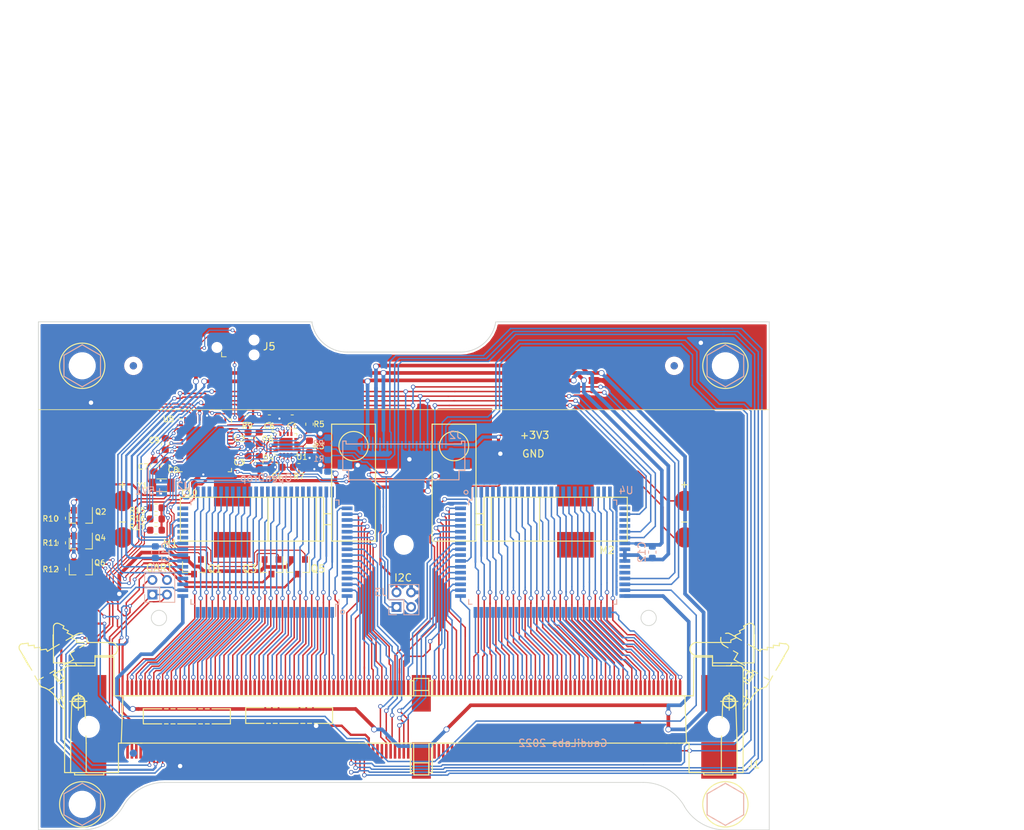
<source format=kicad_pcb>
(kicad_pcb (version 20171130) (host pcbnew 5.1.5+dfsg1-2build2)
  (layers (0 F.Cu signal) (31 B.Cu signal) (34 B.Paste user) (35 F.Paste user) (36 B.SilkS user) (37 F.SilkS user) (38 B.Mask user) (39 F.Mask user) (44 Edge.Cuts user))
  (net 0 "")
  (net 1 V_GND)
  (net 2 VDD_C)
  (net 3 GND_C)
  (net 4 "Net-(J1-Pad123)")
  (net 5 "Net-(J1-Pad124)")
  (net 6 "Net-(J1-Pad125)")
  (net 7 "Net-(J1-Pad126)")
  (net 8 "Net-(J1-Pad127)")
  (net 9 "Net-(J1-Pad128)")
  (net 10 "Net-(J1-Pad129)")
  (net 11 "Net-(J1-Pad130)")
  (net 12 "Net-(J1-Pad131)")
  (net 13 "Net-(J1-Pad132)")
  (net 14 "Net-(J1-Pad133)")
  (net 15 "Net-(J1-Pad134)")
  (net 16 "Net-(J1-Pad135)")
  (net 17 "Net-(J1-Pad136)")
  (net 18 "Net-(J1-Pad137)")
  (net 19 "Net-(J1-Pad138)")
  (net 20 "Net-(J1-Pad139)")
  (net 21 "Net-(J1-Pad140)")
  (net 22 "Net-(J1-Pad141)")
  (net 23 "Net-(J1-Pad142)")
  (net 24 "Net-(J1-Pad143)")
  (net 25 "Net-(J1-Pad144)")
  (net 26 "Net-(J1-Pad145)")
  (net 27 "Net-(J1-Pad146)")
  (net 28 "Net-(J1-Pad147)")
  (net 29 "Net-(J1-Pad148)")
  (net 30 "Net-(J1-Pad149)")
  (net 31 "Net-(J1-Pad150)")
  (net 32 "Net-(J1-Pad151)")
  (net 33 "Net-(J1-Pad152)")
  (net 34 "Net-(J1-Pad153)")
  (net 35 "Net-(J1-Pad154)")
  (net 36 "Net-(J1-Pad155)")
  (net 37 "Net-(J1-Pad156)")
  (net 38 "Net-(J1-Pad157)")
  (net 39 "Net-(J1-Pad158)")
  (net 40 "Net-(J1-Pad159)")
  (net 41 "Net-(J1-Pad160)")
  (net 42 "Net-(J1-Pad161)")
  (net 43 "Net-(J1-Pad162)")
  (net 44 "Net-(J1-Pad163)")
  (net 45 "Net-(J1-Pad164)")
  (net 46 "Net-(J1-Pad165)")
  (net 47 "Net-(J1-Pad166)")
  (net 48 "Net-(J1-Pad167)")
  (net 49 "Net-(J1-Pad168)")
  (net 50 "Net-(J1-Pad169)")
  (net 51 "Net-(J1-Pad170)")
  (net 52 "Net-(J1-Pad171)")
  (net 53 "Net-(J1-Pad172)")
  (net 54 "Net-(J1-Pad173)")
  (net 55 "Net-(J1-Pad174)")
  (net 56 "Net-(J1-Pad175)")
  (net 57 "Net-(J1-Pad176)")
  (net 58 "Net-(J1-Pad177)")
  (net 59 "Net-(J1-Pad178)")
  (net 60 "Net-(J1-Pad180)")
  (net 61 "Net-(J1-Pad186)")
  (net 62 "Net-(J1-Pad188)")
  (net 63 "Net-(J1-Pad190)")
  (net 64 "Net-(J1-Pad192)")
  (net 65 "Net-(J1-Pad193)")
  (net 66 "Net-(J1-Pad194)")
  (net 67 "Net-(J1-Pad195)")
  (net 68 "Net-(J1-Pad196)")
  (net 69 "Net-(J1-Pad197)")
  (net 70 "Net-(J1-Pad198)")
  (net 71 "Net-(J1-Pad199)")
  (net 72 "Net-(J1-Pad200)")
  (net 73 "Net-(J1-Pad201)")
  (net 74 "Net-(J1-Pad202)")
  (net 75 "Net-(J1-Pad203)")
  (net 76 "Net-(J1-Pad204)")
  (net 77 "Net-(J1-Pad205)")
  (net 78 "Net-(J1-Pad206)")
  (net 79 "Net-(J1-Pad207)")
  (net 80 "Net-(J1-Pad208)")
  (net 81 "Net-(J1-Pad209)")
  (net 82 "Net-(J1-Pad210)")
  (net 83 "Net-(J1-Pad211)")
  (net 84 "Net-(J1-Pad212)")
  (net 85 "Net-(J1-Pad213)")
  (net 86 "Net-(J1-Pad214)")
  (net 87 "Net-(J1-Pad215)")
  (net 88 "Net-(J1-Pad216)")
  (net 89 "Net-(J1-Pad217)")
  (net 90 "Net-(J1-Pad218)")
  (net 91 "Net-(J1-Pad219)")
  (net 92 "Net-(J1-Pad220)")
  (net 93 "Net-(J1-Pad221)")
  (net 94 "Net-(J1-Pad222)")
  (net 95 "Net-(J1-Pad223)")
  (net 96 "Net-(J1-Pad224)")
  (net 97 "Net-(J1-Pad225)")
  (net 98 "Net-(J1-Pad226)")
  (net 99 "Net-(J1-Pad227)")
  (net 100 "Net-(J1-Pad228)")
  (net 101 "Net-(J1-Pad229)")
  (net 102 "Net-(J1-Pad230)")
  (net 103 "Net-(J1-Pad231)")
  (net 104 "Net-(J1-Pad232)")
  (net 105 "Net-(J1-Pad233)")
  (net 106 "Net-(J1-Pad234)")
  (net 107 "Net-(J1-Pad235)")
  (net 108 "Net-(J1-Pad236)")
  (net 109 "Net-(J1-Pad237)")
  (net 110 "Net-(J1-Pad238)")
  (net 111 "Net-(J1-Pad239)")
  (net 112 "Net-(J1-Pad240)")
  (net 113 "Net-(J1-Pad241)")
  (net 114 "Net-(J1-Pad242)")
  (net 115 "Net-(J1-Pad243)")
  (net 116 "Net-(J1-Pad244)")
  (net 117 "Net-(J1-Pad179)")
  (net 118 "Net-(J1-Pad181)")
  (net 119 "Net-(J1-Pad182)")
  (net 120 "Net-(J1-Pad183)")
  (net 121 "Net-(J1-Pad184)")
  (net 122 "Net-(J1-Pad185)")
  (net 123 "Net-(J1-Pad187)")
  (net 124 "Net-(J1-Pad189)")
  (net 125 "Net-(J1-Pad191)")
  (net 126 "Net-(J1-Pad60)")
  (net 127 "Net-(J1-Pad61)")
  (net 128 "Net-(J1-Pad62)")
  (net 129 "Net-(J1-Pad63)")
  (net 130 V_HV_C)
  (net 131 LE_C)
  (net 132 CLK_C)
  (net 133 "Net-(U2-Pad26)")
  (net 134 "Net-(J1-Pad64)")
  (net 135 "Net-(J1-Pad65)")
  (net 136 SENS_PAD)
  (net 137 GND)
  (net 138 DI_C)
  (net 139 BL_C)
  (net 140 POL_C)
  (net 141 DIG1)
  (net 142 DIG0)
  (net 143 +3V3)
  (net 144 "Net-(M1-Pad1)")
  (net 145 "Net-(M1-Pad2)")
  (net 146 "Net-(C3-Pad1)")
  (net 147 "Net-(C4-Pad1)")
  (net 148 "Net-(M2-Pad1)")
  (net 149 "Net-(M2-Pad2)")
  (net 150 MODE)
  (net 151 BOOST)
  (net 152 PHASE_A)
  (net 153 ENABLE_B)
  (net 154 ENABLE_A)
  (net 155 PHASE_B)
  (net 156 STBY)
  (net 157 "Net-(C6-Pad1)")
  (net 158 "Net-(C7-Pad2)")
  (net 159 "Net-(C8-Pad2)")
  (net 160 H5)
  (net 161 H3)
  (net 162 TH2)
  (net 163 H1)
  (net 164 TH1)
  (net 165 SWDIO)
  (net 166 RESET)
  (net 167 SWCLK)
  (net 168 "Net-(Q1-Pad3)")
  (net 169 +5V)
  (net 170 "Net-(Q3-Pad3)")
  (net 171 "Net-(Q5-Pad3)")
  (net 172 "Net-(R5-Pad1)")
  (net 173 HEATER1)
  (net 174 HEATER2)
  (net 175 HEATER3)
  (net 176 J3)
  (module GaudiLabsFootPrints:Measurement_Point_Square-SMD-Pad_Small (layer F.Cu) (at 114.986 86.03)
    (fp_text reference GND1 hide)
    (fp_text value ScrewPad2)
    (pad 1 smd rect (at 0 0) (size 1.50114 1.50114) (layers F.Cu F.Mask) (net 137 GND))
  )
  (module Package_DFN_QFN:QFN-48-1EP_7x7mm_P0.5mm_EP5.15x5.15mm (layer F.Cu) (at 72.822 84.887)
    (fp_text reference U5 (at -5.0165 -3.5687) (layer F.SilkS) (effects (font (size 0.762 0.762) (thickness 0.127))))
    (fp_text value SAMD21G18B)
    (pad 49 smd roundrect (at 0 0) (size 5.15 5.15) (layers F.Cu F.Mask) (roundrect_rratio 0.048544))
    (pad 1 smd roundrect (at -3.4375 -2.75) (size 0.875 0.25) (layers F.Cu F.Paste F.Mask) (net 158 "Net-(C7-Pad2)"))
    (pad 2 smd roundrect (at -3.4375 -2.25) (size 0.875 0.25) (layers F.Cu F.Paste F.Mask) (net 159 "Net-(C8-Pad2)"))
    (pad 3 smd roundrect (at -3.4375 -1.75) (size 0.875 0.25) (layers F.Cu F.Paste F.Mask))
    (pad 4 smd roundrect (at -3.4375 -1.25) (size 0.875 0.25) (layers F.Cu F.Paste F.Mask))
    (pad 5 smd roundrect (at -3.4375 -0.75) (size 0.875 0.25) (layers F.Cu F.Paste F.Mask) (net 137 GND))
    (pad 6 smd roundrect (at -3.4375 -0.25) (size 0.875 0.25) (layers F.Cu F.Paste F.Mask) (net 143 +3V3))
    (pad 7 smd roundrect (at -3.4375 0.25) (size 0.875 0.25) (layers F.Cu F.Paste F.Mask) (net 164 TH1))
    (pad 8 smd roundrect (at -3.4375 0.75) (size 0.875 0.25) (layers F.Cu F.Paste F.Mask) (net 162 TH2))
    (pad 9 smd roundrect (at -3.4375 1.25) (size 0.875 0.25) (layers F.Cu F.Paste F.Mask) (net 176 J3))
    (pad 10 smd roundrect (at -3.4375 1.75) (size 0.875 0.25) (layers F.Cu F.Paste F.Mask))
    (pad 11 smd roundrect (at -3.4375 2.25) (size 0.875 0.25) (layers F.Cu F.Paste F.Mask) (net 154 ENABLE_A))
    (pad 12 smd roundrect (at -3.4375 2.75) (size 0.875 0.25) (layers F.Cu F.Paste F.Mask) (net 173 HEATER1))
    (pad 13 smd roundrect (at -2.75 3.4375) (size 0.25 0.875) (layers F.Cu F.Paste F.Mask) (net 174 HEATER2))
    (pad 14 smd roundrect (at -2.25 3.4375) (size 0.25 0.875) (layers F.Cu F.Paste F.Mask) (net 175 HEATER3))
    (pad 15 smd roundrect (at -1.75 3.4375) (size 0.25 0.875) (layers F.Cu F.Paste F.Mask))
    (pad 16 smd roundrect (at -1.25 3.4375) (size 0.25 0.875) (layers F.Cu F.Paste F.Mask))
    (pad 17 smd roundrect (at -0.75 3.4375) (size 0.25 0.875) (layers F.Cu F.Paste F.Mask) (net 143 +3V3))
    (pad 18 smd roundrect (at -0.25 3.4375) (size 0.25 0.875) (layers F.Cu F.Paste F.Mask) (net 137 GND))
    (pad 19 smd roundrect (at 0.25 3.4375) (size 0.25 0.875) (layers F.Cu F.Paste F.Mask))
    (pad 20 smd roundrect (at 0.75 3.4375) (size 0.25 0.875) (layers F.Cu F.Paste F.Mask))
    (pad 21 smd roundrect (at 1.25 3.4375) (size 0.25 0.875) (layers F.Cu F.Paste F.Mask))
    (pad 22 smd roundrect (at 1.75 3.4375) (size 0.25 0.875) (layers F.Cu F.Paste F.Mask))
    (pad 23 smd roundrect (at 2.25 3.4375) (size 0.25 0.875) (layers F.Cu F.Paste F.Mask))
    (pad 24 smd roundrect (at 2.75 3.4375) (size 0.25 0.875) (layers F.Cu F.Paste F.Mask) (net 151 BOOST))
    (pad 25 smd roundrect (at 3.4375 2.75) (size 0.875 0.25) (layers F.Cu F.Paste F.Mask) (net 155 PHASE_B))
    (pad 26 smd roundrect (at 3.4375 2.25) (size 0.875 0.25) (layers F.Cu F.Paste F.Mask))
    (pad 27 smd roundrect (at 3.4375 1.75) (size 0.875 0.25) (layers F.Cu F.Paste F.Mask) (net 156 STBY))
    (pad 28 smd roundrect (at 3.4375 1.25) (size 0.875 0.25) (layers F.Cu F.Paste F.Mask) (net 150 MODE))
    (pad 29 smd roundrect (at 3.4375 0.75) (size 0.875 0.25) (layers F.Cu F.Paste F.Mask) (net 153 ENABLE_B))
    (pad 30 smd roundrect (at 3.4375 0.25) (size 0.875 0.25) (layers F.Cu F.Paste F.Mask) (net 152 PHASE_A))
    (pad 31 smd roundrect (at 3.4375 -0.25) (size 0.875 0.25) (layers F.Cu F.Paste F.Mask) (net 141 DIG1))
    (pad 32 smd roundrect (at 3.4375 -0.75) (size 0.875 0.25) (layers F.Cu F.Paste F.Mask) (net 142 DIG0))
    (pad 33 smd roundrect (at 3.4375 -1.25) (size 0.875 0.25) (layers F.Cu F.Paste F.Mask))
    (pad 34 smd roundrect (at 3.4375 -1.75) (size 0.875 0.25) (layers F.Cu F.Paste F.Mask))
    (pad 35 smd roundrect (at 3.4375 -2.25) (size 0.875 0.25) (layers F.Cu F.Paste F.Mask) (net 137 GND))
    (pad 36 smd roundrect (at 3.4375 -2.75) (size 0.875 0.25) (layers F.Cu F.Paste F.Mask) (net 143 +3V3))
    (pad 37 smd roundrect (at 2.75 -3.4375) (size 0.25 0.875) (layers F.Cu F.Paste F.Mask))
    (pad 38 smd roundrect (at 2.25 -3.4375) (size 0.25 0.875) (layers F.Cu F.Paste F.Mask))
    (pad 39 smd roundrect (at 1.75 -3.4375) (size 0.25 0.875) (layers F.Cu F.Paste F.Mask))
    (pad 40 smd roundrect (at 1.25 -3.4375) (size 0.25 0.875) (layers F.Cu F.Paste F.Mask) (net 166 RESET))
    (pad 41 smd roundrect (at 0.75 -3.4375) (size 0.25 0.875) (layers F.Cu F.Paste F.Mask))
    (pad 42 smd roundrect (at 0.25 -3.4375) (size 0.25 0.875) (layers F.Cu F.Paste F.Mask) (net 137 GND))
    (pad 43 smd roundrect (at -0.25 -3.4375) (size 0.25 0.875) (layers F.Cu F.Paste F.Mask) (net 157 "Net-(C6-Pad1)"))
    (pad 44 smd roundrect (at -0.75 -3.4375) (size 0.25 0.875) (layers F.Cu F.Paste F.Mask) (net 143 +3V3))
    (pad 45 smd roundrect (at -1.25 -3.4375) (size 0.25 0.875) (layers F.Cu F.Paste F.Mask) (net 167 SWCLK))
    (pad 46 smd roundrect (at -1.75 -3.4375) (size 0.25 0.875) (layers F.Cu F.Paste F.Mask) (net 165 SWDIO))
    (pad 47 smd roundrect (at -2.25 -3.4375) (size 0.25 0.875) (layers F.Cu F.Paste F.Mask))
    (pad 48 smd roundrect (at -2.75 -3.4375) (size 0.25 0.875) (layers F.Cu F.Paste F.Mask))
  )
  (module GaudiLabsFootPrints:GreaMotor6mm_Magnet_l (layer F.Cu) (at 88.025 94.986141 180)
    (fp_text reference M1 (at 19.9655 -3.362859 180) (layer F.SilkS))
    (fp_text value Motor_DC)
    (pad 1 smd circle (at 26.5 -2.5 180) (size 2.8 2.8) (layers F.Cu F.Mask) (net 144 "Net-(M1-Pad1)"))
    (pad 2 smd circle (at 26.5 2.5 180) (size 2.8 2.8) (layers F.Cu F.Mask) (net 145 "Net-(M1-Pad2)"))
    (pad 3 smd rect (at 11.5 3.5 180) (size 5 3.5) (layers F.Cu F.Mask))
    (pad 3 smd rect (at 11.5 -3.5 180) (size 5 3.5) (layers F.Cu F.Mask))
  )
  (module GaudiLabsFootPrints:Measurement_Point_Square-SMD-Pad_Small (layer F.Cu) (at 114.986 83.49)
    (fp_text reference +3V3 (at 2.921 0) (layer F.SilkS))
    (fp_text value ScrewPad2)
    (pad 1 smd rect (at 0 0) (size 1.50114 1.50114) (layers F.Cu F.Mask) (net 143 +3V3))
  )
  (module GaudiLabsFootPrints:MiniDimm_06_244_200 (layer F.Cu) (at 102.4 123.4 180)
    (fp_text reference J1 (at -45.479 -5.175 180) (layer F.SilkS))
    (fp_text value Mini_Dimm_244)
    (pad "" np_thru_hole circle (at 0 0 180) (size 2.5 2.5) (drill 2.5) (layers *.Cu *.Mask B.Paste))
    (pad "" np_thru_hole circle (at 45.5 0 180) (size 2.5 2.5) (drill 2.5) (layers *.Cu *.Mask B.Paste))
    (pad "" np_thru_hole circle (at -40.7 0 180) (size 2.5 2.5) (drill 2.5) (layers *.Cu *.Mask B.Paste))
    (pad "" smd rect (at 0 -4.59 180) (size 2.6 5) (layers F.Cu F.Mask))
    (pad "" smd rect (at 0 4.59 180) (size 2.6 5) (layers F.Cu F.Mask))
    (pad 2 smd rect (at 39.6 -3.35 180) (size 0.35 2) (layers F.Cu F.Paste F.Mask) (net 160 H5))
    (pad 1 smd rect (at 40.2 -3.35 180) (size 0.35 2) (layers F.Cu F.Paste F.Mask) (net 160 H5))
    (pad 3 smd rect (at 39 -3.35 180) (size 0.35 2) (layers F.Cu F.Paste F.Mask) (net 176 J3))
    (pad 4 smd rect (at 38.4 -3.35 180) (size 0.35 2) (layers F.Cu F.Paste F.Mask) (net 161 H3))
    (pad 5 smd rect (at 37.8 -3.35 180) (size 0.35 2) (layers F.Cu F.Paste F.Mask) (net 161 H3))
    (pad 6 smd rect (at 37.2 -3.35 180) (size 0.35 2) (layers F.Cu F.Paste F.Mask) (net 162 TH2))
    (pad 7 smd rect (at 36.6 -3.35 180) (size 0.35 2) (layers F.Cu F.Paste F.Mask) (net 163 H1))
    (pad 8 smd rect (at 36 -3.35 180) (size 0.35 2) (layers F.Cu F.Paste F.Mask) (net 163 H1))
    (pad 9 smd rect (at 35.4 -3.35 180) (size 0.35 2) (layers F.Cu F.Paste F.Mask) (net 164 TH1))
    (pad 10 smd rect (at 34.8 -3.35 180) (size 0.35 2) (layers F.Cu F.Paste F.Mask) (net 137 GND))
    (pad 11 smd rect (at 34.2 -3.35 180) (size 0.35 2) (layers F.Cu F.Paste F.Mask) (net 137 GND))
    (pad 12 smd rect (at 33.6 -3.35 180) (size 0.35 2) (layers F.Cu F.Paste F.Mask) (net 137 GND))
    (pad 13 smd rect (at 33 -3.35 180) (size 0.35 2) (layers F.Cu F.Paste F.Mask) (net 137 GND))
    (pad 14 smd rect (at 32.4 -3.35 180) (size 0.35 2) (layers F.Cu F.Paste F.Mask) (net 137 GND))
    (pad 15 smd rect (at 31.8 -3.35 180) (size 0.35 2) (layers F.Cu F.Paste F.Mask) (net 137 GND))
    (pad 16 smd rect (at 31.2 -3.35 180) (size 0.35 2) (layers F.Cu F.Paste F.Mask))
    (pad 17 smd rect (at 30.6 -3.35 180) (size 0.35 2) (layers F.Cu F.Paste F.Mask))
    (pad 18 smd rect (at 30 -3.35 180) (size 0.35 2) (layers F.Cu F.Paste F.Mask))
    (pad 19 smd rect (at 29.4 -3.35 180) (size 0.35 2) (layers F.Cu F.Paste F.Mask))
    (pad 20 smd rect (at 28.8 -3.35 180) (size 0.35 2) (layers F.Cu F.Paste F.Mask))
    (pad 21 smd rect (at 28.2 -3.35 180) (size 0.35 2) (layers F.Cu F.Paste F.Mask))
    (pad 22 smd rect (at 27.6 -3.35 180) (size 0.35 2) (layers F.Cu F.Paste F.Mask))
    (pad 23 smd rect (at 27 -3.35 180) (size 0.35 2) (layers F.Cu F.Paste F.Mask))
    (pad 24 smd rect (at 26.4 -3.35 180) (size 0.35 2) (layers F.Cu F.Paste F.Mask))
    (pad 25 smd rect (at 25.8 -3.35 180) (size 0.35 2) (layers F.Cu F.Paste F.Mask))
    (pad 26 smd rect (at 25.2 -3.35 180) (size 0.35 2) (layers F.Cu F.Paste F.Mask))
    (pad 27 smd rect (at 24.6 -3.35 180) (size 0.35 2) (layers F.Cu F.Paste F.Mask))
    (pad 28 smd rect (at 24 -3.35 180) (size 0.35 2) (layers F.Cu F.Paste F.Mask))
    (pad 29 smd rect (at 23.4 -3.35 180) (size 0.35 2) (layers F.Cu F.Paste F.Mask))
    (pad 30 smd rect (at 22.8 -3.35 180) (size 0.35 2) (layers F.Cu F.Paste F.Mask))
    (pad 31 smd rect (at 22.2 -3.35 180) (size 0.35 2) (layers F.Cu F.Paste F.Mask))
    (pad 32 smd rect (at 21.6 -3.35 180) (size 0.35 2) (layers F.Cu F.Paste F.Mask))
    (pad 33 smd rect (at 21 -3.35 180) (size 0.35 2) (layers F.Cu F.Paste F.Mask))
    (pad 34 smd rect (at 20.4 -3.35 180) (size 0.35 2) (layers F.Cu F.Paste F.Mask))
    (pad 35 smd rect (at 19.8 -3.35 180) (size 0.35 2) (layers F.Cu F.Paste F.Mask))
    (pad 36 smd rect (at 19.2 -3.35 180) (size 0.35 2) (layers F.Cu F.Paste F.Mask))
    (pad 37 smd rect (at 18.6 -3.35 180) (size 0.35 2) (layers F.Cu F.Paste F.Mask))
    (pad 38 smd rect (at 18 -3.35 180) (size 0.35 2) (layers F.Cu F.Paste F.Mask))
    (pad 39 smd rect (at 17.4 -3.35 180) (size 0.35 2) (layers F.Cu F.Paste F.Mask))
    (pad 40 smd rect (at 16.8 -3.35 180) (size 0.35 2) (layers F.Cu F.Paste F.Mask))
    (pad 41 smd rect (at 16.2 -3.35 180) (size 0.35 2) (layers F.Cu F.Paste F.Mask))
    (pad 42 smd rect (at 15.6 -3.35 180) (size 0.35 2) (layers F.Cu F.Paste F.Mask))
    (pad 43 smd rect (at 15 -3.35 180) (size 0.35 2) (layers F.Cu F.Paste F.Mask))
    (pad 44 smd rect (at 14.4 -3.35 180) (size 0.35 2) (layers F.Cu F.Paste F.Mask))
    (pad 45 smd rect (at 13.8 -3.35 180) (size 0.35 2) (layers F.Cu F.Paste F.Mask))
    (pad 46 smd rect (at 13.2 -3.35 180) (size 0.35 2) (layers F.Cu F.Paste F.Mask))
    (pad 48 smd rect (at 12 -3.35 180) (size 0.35 2) (layers F.Cu F.Paste F.Mask))
    (pad 47 smd rect (at 12.6 -3.35 180) (size 0.35 2) (layers F.Cu F.Paste F.Mask))
    (pad 49 smd rect (at 11.4 -3.35 180) (size 0.35 2) (layers F.Cu F.Paste F.Mask))
    (pad 50 smd rect (at 10.8 -3.35 180) (size 0.35 2) (layers F.Cu F.Paste F.Mask))
    (pad 51 smd rect (at 10.2 -3.35 180) (size 0.35 2) (layers F.Cu F.Paste F.Mask))
    (pad 52 smd rect (at 9.6 -3.35 180) (size 0.35 2) (layers F.Cu F.Paste F.Mask) (net 143 +3V3))
    (pad 53 smd rect (at 9 -3.35 180) (size 0.35 2) (layers F.Cu F.Paste F.Mask) (net 141 DIG1))
    (pad 54 smd rect (at 8.4 -3.35 180) (size 0.35 2) (layers F.Cu F.Paste F.Mask) (net 142 DIG0))
    (pad 55 smd rect (at 7.8 -3.35 180) (size 0.35 2) (layers F.Cu F.Paste F.Mask) (net 136 SENS_PAD))
    (pad 56 smd rect (at 7.2 -3.35 180) (size 0.35 2) (layers F.Cu F.Paste F.Mask) (net 137 GND))
    (pad 57 smd rect (at 6.6 -3.35 180) (size 0.35 2) (layers F.Cu F.Paste F.Mask))
    (pad 58 smd rect (at 6 -3.35 180) (size 0.35 2) (layers F.Cu F.Paste F.Mask))
    (pad 59 smd rect (at 5.4 -3.35 180) (size 0.35 2) (layers F.Cu F.Paste F.Mask))
    (pad 60 smd rect (at 4.8 -3.35 180) (size 0.35 2) (layers F.Cu F.Paste F.Mask) (net 126 "Net-(J1-Pad60)"))
    (pad 61 smd rect (at 4.2 -3.35 180) (size 0.35 2) (layers F.Cu F.Paste F.Mask) (net 127 "Net-(J1-Pad61)"))
    (pad 62 smd rect (at 3.6 -3.35 180) (size 0.35 2) (layers F.Cu F.Paste F.Mask) (net 128 "Net-(J1-Pad62)"))
    (pad 63 smd rect (at 3 -3.35 180) (size 0.35 2) (layers F.Cu F.Paste F.Mask) (net 129 "Net-(J1-Pad63)"))
    (pad 64 smd rect (at 2.4 -3.35 180) (size 0.35 2) (layers F.Cu F.Paste F.Mask) (net 134 "Net-(J1-Pad64)"))
    (pad 65 smd rect (at 1.8 -3.35 180) (size 0.35 2) (layers F.Cu F.Paste F.Mask) (net 135 "Net-(J1-Pad65)"))
    (pad 66 smd rect (at -1.8 -3.35 180) (size 0.35 2) (layers F.Cu F.Paste F.Mask))
    (pad 67 smd rect (at -2.4 -3.35 180) (size 0.35 2) (layers F.Cu F.Paste F.Mask))
    (pad 68 smd rect (at -3 -3.35 180) (size 0.35 2) (layers F.Cu F.Paste F.Mask))
    (pad 69 smd rect (at -3.6 -3.35 180) (size 0.35 2) (layers F.Cu F.Paste F.Mask))
    (pad 70 smd rect (at -4.2 -3.35 180) (size 0.35 2) (layers F.Cu F.Paste F.Mask))
    (pad 71 smd rect (at -4.8 -3.35 180) (size 0.35 2) (layers F.Cu F.Paste F.Mask))
    (pad 72 smd rect (at -5.4 -3.35 180) (size 0.35 2) (layers F.Cu F.Paste F.Mask))
    (pad 73 smd rect (at -6 -3.35 180) (size 0.35 2) (layers F.Cu F.Paste F.Mask))
    (pad 74 smd rect (at -6.6 -3.35 180) (size 0.35 2) (layers F.Cu F.Paste F.Mask))
    (pad 75 smd rect (at -7.2 -3.35 180) (size 0.35 2) (layers F.Cu F.Paste F.Mask))
    (pad 76 smd rect (at -7.8 -3.35 180) (size 0.35 2) (layers F.Cu F.Paste F.Mask))
    (pad 77 smd rect (at -8.4 -3.35 180) (size 0.35 2) (layers F.Cu F.Paste F.Mask))
    (pad 78 smd rect (at -9 -3.35 180) (size 0.35 2) (layers F.Cu F.Paste F.Mask))
    (pad 79 smd rect (at -9.6 -3.35 180) (size 0.35 2) (layers F.Cu F.Paste F.Mask))
    (pad 80 smd rect (at -10.2 -3.35 180) (size 0.35 2) (layers F.Cu F.Paste F.Mask))
    (pad 81 smd rect (at -10.8 -3.35 180) (size 0.35 2) (layers F.Cu F.Paste F.Mask))
    (pad 82 smd rect (at -11.4 -3.35 180) (size 0.35 2) (layers F.Cu F.Paste F.Mask))
    (pad 83 smd rect (at -12 -3.35 180) (size 0.35 2) (layers F.Cu F.Paste F.Mask))
    (pad 84 smd rect (at -12.6 -3.35 180) (size 0.35 2) (layers F.Cu F.Paste F.Mask))
    (pad 85 smd rect (at -13.2 -3.35 180) (size 0.35 2) (layers F.Cu F.Paste F.Mask))
    (pad 86 smd rect (at -13.8 -3.35 180) (size 0.35 2) (layers F.Cu F.Paste F.Mask))
    (pad 87 smd rect (at -14.4 -3.35 180) (size 0.35 2) (layers F.Cu F.Paste F.Mask))
    (pad 88 smd rect (at -15 -3.35 180) (size 0.35 2) (layers F.Cu F.Paste F.Mask))
    (pad 89 smd rect (at -15.6 -3.35 180) (size 0.35 2) (layers F.Cu F.Paste F.Mask))
    (pad 90 smd rect (at -16.2 -3.35 180) (size 0.35 2) (layers F.Cu F.Paste F.Mask))
    (pad 91 smd rect (at -16.8 -3.35 180) (size 0.35 2) (layers F.Cu F.Paste F.Mask))
    (pad 92 smd rect (at -17.4 -3.35 180) (size 0.35 2) (layers F.Cu F.Paste F.Mask))
    (pad 93 smd rect (at -18 -3.35 180) (size 0.35 2) (layers F.Cu F.Paste F.Mask))
    (pad 94 smd rect (at -18.6 -3.35 180) (size 0.35 2) (layers F.Cu F.Paste F.Mask))
    (pad 95 smd rect (at -19.2 -3.35 180) (size 0.35 2) (layers F.Cu F.Paste F.Mask))
    (pad 96 smd rect (at -19.8 -3.35 180) (size 0.35 2) (layers F.Cu F.Paste F.Mask))
    (pad 97 smd rect (at -20.4 -3.35 180) (size 0.35 2) (layers F.Cu F.Paste F.Mask))
    (pad 98 smd rect (at -21 -3.35 180) (size 0.35 2) (layers F.Cu F.Paste F.Mask))
    (pad 99 smd rect (at -21.6 -3.35 180) (size 0.35 2) (layers F.Cu F.Paste F.Mask))
    (pad 100 smd rect (at -22.2 -3.35 180) (size 0.35 2) (layers F.Cu F.Paste F.Mask))
    (pad 101 smd rect (at -22.8 -3.35 180) (size 0.35 2) (layers F.Cu F.Paste F.Mask))
    (pad 102 smd rect (at -23.4 -3.35 180) (size 0.35 2) (layers F.Cu F.Paste F.Mask))
    (pad 103 smd rect (at -24 -3.35 180) (size 0.35 2) (layers F.Cu F.Paste F.Mask))
    (pad 104 smd rect (at -24.6 -3.35 180) (size 0.35 2) (layers F.Cu F.Paste F.Mask))
    (pad 105 smd rect (at -25.2 -3.35 180) (size 0.35 2) (layers F.Cu F.Paste F.Mask))
    (pad 106 smd rect (at -25.8 -3.35 180) (size 0.35 2) (layers F.Cu F.Paste F.Mask))
    (pad 107 smd rect (at -26.4 -3.35 180) (size 0.35 2) (layers F.Cu F.Paste F.Mask))
    (pad 108 smd rect (at -27 -3.35 180) (size 0.35 2) (layers F.Cu F.Paste F.Mask))
    (pad 109 smd rect (at -27.6 -3.35 180) (size 0.35 2) (layers F.Cu F.Paste F.Mask))
    (pad 110 smd rect (at -28.2 -3.35 180) (size 0.35 2) (layers F.Cu F.Paste F.Mask))
    (pad 111 smd rect (at -28.8 -3.35 180) (size 0.35 2) (layers F.Cu F.Paste F.Mask))
    (pad 112 smd rect (at -29.4 -3.35 180) (size 0.35 2) (layers F.Cu F.Paste F.Mask))
    (pad 113 smd rect (at -30 -3.35 180) (size 0.35 2) (layers F.Cu F.Paste F.Mask))
    (pad 114 smd rect (at -30.6 -3.35 180) (size 0.35 2) (layers F.Cu F.Paste F.Mask))
    (pad 115 smd rect (at -31.2 -3.35 180) (size 0.35 2) (layers F.Cu F.Paste F.Mask))
    (pad 116 smd rect (at -31.8 -3.35 180) (size 0.35 2) (layers F.Cu F.Paste F.Mask))
    (pad 117 smd rect (at -32.4 -3.35 180) (size 0.35 2) (layers F.Cu F.Paste F.Mask))
    (pad 118 smd rect (at -33 -3.35 180) (size 0.35 2) (layers F.Cu F.Paste F.Mask))
    (pad 119 smd rect (at -33.6 -3.35 180) (size 0.35 2) (layers F.Cu F.Paste F.Mask))
    (pad 120 smd rect (at -34.2 -3.35 180) (size 0.35 2) (layers F.Cu F.Paste F.Mask))
    (pad 121 smd rect (at -34.8 -3.35 180) (size 0.35 2) (layers F.Cu F.Paste F.Mask) (net 1 V_GND))
    (pad 122 smd rect (at -35.4 -3.35 180) (size 0.35 2) (layers F.Cu F.Paste F.Mask) (net 1 V_GND))
    (pad 123 smd rect (at 40.2 5.35 180) (size 0.35 2) (layers F.Cu F.Paste F.Mask) (net 4 "Net-(J1-Pad123)"))
    (pad 124 smd rect (at 39.6 5.35 180) (size 0.35 2) (layers F.Cu F.Paste F.Mask) (net 5 "Net-(J1-Pad124)"))
    (pad 125 smd rect (at 39 5.35 180) (size 0.35 2) (layers F.Cu F.Paste F.Mask) (net 6 "Net-(J1-Pad125)"))
    (pad 126 smd rect (at 38.4 5.35 180) (size 0.35 2) (layers F.Cu F.Paste F.Mask) (net 7 "Net-(J1-Pad126)"))
    (pad 127 smd rect (at 37.8 5.35 180) (size 0.35 2) (layers F.Cu F.Paste F.Mask) (net 8 "Net-(J1-Pad127)"))
    (pad 128 smd rect (at 37.2 5.35 180) (size 0.35 2) (layers F.Cu F.Paste F.Mask) (net 9 "Net-(J1-Pad128)"))
    (pad 129 smd rect (at 36.6 5.35 180) (size 0.35 2) (layers F.Cu F.Paste F.Mask) (net 10 "Net-(J1-Pad129)"))
    (pad 130 smd rect (at 36 5.35 180) (size 0.35 2) (layers F.Cu F.Paste F.Mask) (net 11 "Net-(J1-Pad130)"))
    (pad 131 smd rect (at 35.4 5.35 180) (size 0.35 2) (layers F.Cu F.Paste F.Mask) (net 12 "Net-(J1-Pad131)"))
    (pad 132 smd rect (at 34.8 5.35 180) (size 0.35 2) (layers F.Cu F.Paste F.Mask) (net 13 "Net-(J1-Pad132)"))
    (pad 133 smd rect (at 34.2 5.35 180) (size 0.35 2) (layers F.Cu F.Paste F.Mask) (net 14 "Net-(J1-Pad133)"))
    (pad 134 smd rect (at 33.6 5.35 180) (size 0.35 2) (layers F.Cu F.Paste F.Mask) (net 15 "Net-(J1-Pad134)"))
    (pad 135 smd rect (at 33 5.35 180) (size 0.35 2) (layers F.Cu F.Paste F.Mask) (net 16 "Net-(J1-Pad135)"))
    (pad 136 smd rect (at 32.4 5.35 180) (size 0.35 2) (layers F.Cu F.Paste F.Mask) (net 17 "Net-(J1-Pad136)"))
    (pad 137 smd rect (at 31.8 5.35 180) (size 0.35 2) (layers F.Cu F.Paste F.Mask) (net 18 "Net-(J1-Pad137)"))
    (pad 138 smd rect (at 31.2 5.35 180) (size 0.35 2) (layers F.Cu F.Paste F.Mask) (net 19 "Net-(J1-Pad138)"))
    (pad 139 smd rect (at 30.6 5.35 180) (size 0.35 2) (layers F.Cu F.Paste F.Mask) (net 20 "Net-(J1-Pad139)"))
    (pad 140 smd rect (at 30 5.35 180) (size 0.35 2) (layers F.Cu F.Paste F.Mask) (net 21 "Net-(J1-Pad140)"))
    (pad 141 smd rect (at 29.4 5.35 180) (size 0.35 2) (layers F.Cu F.Paste F.Mask) (net 22 "Net-(J1-Pad141)"))
    (pad 142 smd rect (at 28.8 5.35 180) (size 0.35 2) (layers F.Cu F.Paste F.Mask) (net 23 "Net-(J1-Pad142)"))
    (pad 143 smd rect (at 28.2 5.35 180) (size 0.35 2) (layers F.Cu F.Paste F.Mask) (net 24 "Net-(J1-Pad143)"))
    (pad 144 smd rect (at 27.6 5.35 180) (size 0.35 2) (layers F.Cu F.Paste F.Mask) (net 25 "Net-(J1-Pad144)"))
    (pad 145 smd rect (at 27 5.35 180) (size 0.35 2) (layers F.Cu F.Paste F.Mask) (net 26 "Net-(J1-Pad145)"))
    (pad 146 smd rect (at 26.4 5.35 180) (size 0.35 2) (layers F.Cu F.Paste F.Mask) (net 27 "Net-(J1-Pad146)"))
    (pad 147 smd rect (at 25.8 5.35 180) (size 0.35 2) (layers F.Cu F.Paste F.Mask) (net 28 "Net-(J1-Pad147)"))
    (pad 148 smd rect (at 25.2 5.35 180) (size 0.35 2) (layers F.Cu F.Paste F.Mask) (net 29 "Net-(J1-Pad148)"))
    (pad 149 smd rect (at 24.6 5.35 180) (size 0.35 2) (layers F.Cu F.Paste F.Mask) (net 30 "Net-(J1-Pad149)"))
    (pad 150 smd rect (at 24 5.35 180) (size 0.35 2) (layers F.Cu F.Paste F.Mask) (net 31 "Net-(J1-Pad150)"))
    (pad 151 smd rect (at 23.4 5.35 180) (size 0.35 2) (layers F.Cu F.Paste F.Mask) (net 32 "Net-(J1-Pad151)"))
    (pad 152 smd rect (at 22.8 5.35 180) (size 0.35 2) (layers F.Cu F.Paste F.Mask) (net 33 "Net-(J1-Pad152)"))
    (pad 153 smd rect (at 22.2 5.35 180) (size 0.35 2) (layers F.Cu F.Paste F.Mask) (net 34 "Net-(J1-Pad153)"))
    (pad 154 smd rect (at 21.6 5.35 180) (size 0.35 2) (layers F.Cu F.Paste F.Mask) (net 35 "Net-(J1-Pad154)"))
    (pad 155 smd rect (at 21 5.35 180) (size 0.35 2) (layers F.Cu F.Paste F.Mask) (net 36 "Net-(J1-Pad155)"))
    (pad 156 smd rect (at 20.4 5.35 180) (size 0.35 2) (layers F.Cu F.Paste F.Mask) (net 37 "Net-(J1-Pad156)"))
    (pad 157 smd rect (at 19.8 5.35 180) (size 0.35 2) (layers F.Cu F.Paste F.Mask) (net 38 "Net-(J1-Pad157)"))
    (pad 158 smd rect (at 19.2 5.35 180) (size 0.35 2) (layers F.Cu F.Paste F.Mask) (net 39 "Net-(J1-Pad158)"))
    (pad 159 smd rect (at 18.6 5.35 180) (size 0.35 2) (layers F.Cu F.Paste F.Mask) (net 40 "Net-(J1-Pad159)"))
    (pad 160 smd rect (at 18 5.35 180) (size 0.35 2) (layers F.Cu F.Paste F.Mask) (net 41 "Net-(J1-Pad160)"))
    (pad 161 smd rect (at 17.4 5.35 180) (size 0.35 2) (layers F.Cu F.Paste F.Mask) (net 42 "Net-(J1-Pad161)"))
    (pad 162 smd rect (at 16.8 5.35 180) (size 0.35 2) (layers F.Cu F.Paste F.Mask) (net 43 "Net-(J1-Pad162)"))
    (pad 163 smd rect (at 16.2 5.35 180) (size 0.35 2) (layers F.Cu F.Paste F.Mask) (net 44 "Net-(J1-Pad163)"))
    (pad 164 smd rect (at 15.6 5.35 180) (size 0.35 2) (layers F.Cu F.Paste F.Mask) (net 45 "Net-(J1-Pad164)"))
    (pad 165 smd rect (at 15 5.35 180) (size 0.35 2) (layers F.Cu F.Paste F.Mask) (net 46 "Net-(J1-Pad165)"))
    (pad 166 smd rect (at 14.4 5.35 180) (size 0.35 2) (layers F.Cu F.Paste F.Mask) (net 47 "Net-(J1-Pad166)"))
    (pad 167 smd rect (at 13.8 5.35 180) (size 0.35 2) (layers F.Cu F.Paste F.Mask) (net 48 "Net-(J1-Pad167)"))
    (pad 168 smd rect (at 13.2 5.35 180) (size 0.35 2) (layers F.Cu F.Paste F.Mask) (net 49 "Net-(J1-Pad168)"))
    (pad 169 smd rect (at 12.6 5.35 180) (size 0.35 2) (layers F.Cu F.Paste F.Mask) (net 50 "Net-(J1-Pad169)"))
    (pad 170 smd rect (at 12 5.35 180) (size 0.35 2) (layers F.Cu F.Paste F.Mask) (net 51 "Net-(J1-Pad170)"))
    (pad 171 smd rect (at 11.4 5.35 180) (size 0.35 2) (layers F.Cu F.Paste F.Mask) (net 52 "Net-(J1-Pad171)"))
    (pad 172 smd rect (at 10.8 5.35 180) (size 0.35 2) (layers F.Cu F.Paste F.Mask) (net 53 "Net-(J1-Pad172)"))
    (pad 173 smd rect (at 10.2 5.35 180) (size 0.35 2) (layers F.Cu F.Paste F.Mask) (net 54 "Net-(J1-Pad173)"))
    (pad 174 smd rect (at 9.6 5.35 180) (size 0.35 2) (layers F.Cu F.Paste F.Mask) (net 55 "Net-(J1-Pad174)"))
    (pad 175 smd rect (at 9 5.35 180) (size 0.35 2) (layers F.Cu F.Paste F.Mask) (net 56 "Net-(J1-Pad175)"))
    (pad 176 smd rect (at 8.4 5.35 180) (size 0.35 2) (layers F.Cu F.Paste F.Mask) (net 57 "Net-(J1-Pad176)"))
    (pad 177 smd rect (at 7.8 5.35 180) (size 0.35 2) (layers F.Cu F.Paste F.Mask) (net 58 "Net-(J1-Pad177)"))
    (pad 178 smd rect (at 7.2 5.35 180) (size 0.35 2) (layers F.Cu F.Paste F.Mask) (net 59 "Net-(J1-Pad178)"))
    (pad 179 smd rect (at 6.6 5.35 180) (size 0.35 2) (layers F.Cu F.Paste F.Mask) (net 117 "Net-(J1-Pad179)"))
    (pad 180 smd rect (at 6 5.35 180) (size 0.35 2) (layers F.Cu F.Paste F.Mask) (net 60 "Net-(J1-Pad180)"))
    (pad 181 smd rect (at 5.4 5.35 180) (size 0.35 2) (layers F.Cu F.Paste F.Mask) (net 118 "Net-(J1-Pad181)"))
    (pad 182 smd rect (at 4.8 5.35 180) (size 0.35 2) (layers F.Cu F.Paste F.Mask) (net 119 "Net-(J1-Pad182)"))
    (pad 183 smd rect (at 4.2 5.35 180) (size 0.35 2) (layers F.Cu F.Paste F.Mask) (net 120 "Net-(J1-Pad183)"))
    (pad 184 smd rect (at 3.6 5.35 180) (size 0.35 2) (layers F.Cu F.Paste F.Mask) (net 121 "Net-(J1-Pad184)"))
    (pad 185 smd rect (at 3 5.35 180) (size 0.35 2) (layers F.Cu F.Paste F.Mask) (net 122 "Net-(J1-Pad185)"))
    (pad 186 smd rect (at 2.4 5.35 180) (size 0.35 2) (layers F.Cu F.Paste F.Mask) (net 61 "Net-(J1-Pad186)"))
    (pad 187 smd rect (at 1.8 5.35 180) (size 0.35 2) (layers F.Cu F.Paste F.Mask) (net 123 "Net-(J1-Pad187)"))
    (pad 188 smd rect (at -1.8 5.35 180) (size 0.35 2) (layers F.Cu F.Paste F.Mask) (net 62 "Net-(J1-Pad188)"))
    (pad 189 smd rect (at -2.4 5.35 180) (size 0.35 2) (layers F.Cu F.Paste F.Mask) (net 124 "Net-(J1-Pad189)"))
    (pad 190 smd rect (at -3 5.35 180) (size 0.35 2) (layers F.Cu F.Paste F.Mask) (net 63 "Net-(J1-Pad190)"))
    (pad 191 smd rect (at -3.6 5.35 180) (size 0.35 2) (layers F.Cu F.Paste F.Mask) (net 125 "Net-(J1-Pad191)"))
    (pad 192 smd rect (at -4.2 5.35 180) (size 0.35 2) (layers F.Cu F.Paste F.Mask) (net 64 "Net-(J1-Pad192)"))
    (pad 193 smd rect (at -4.8 5.35 180) (size 0.35 2) (layers F.Cu F.Paste F.Mask) (net 65 "Net-(J1-Pad193)"))
    (pad 194 smd rect (at -5.4 5.35 180) (size 0.35 2) (layers F.Cu F.Paste F.Mask) (net 66 "Net-(J1-Pad194)"))
    (pad 195 smd rect (at -6 5.35 180) (size 0.35 2) (layers F.Cu F.Paste F.Mask) (net 67 "Net-(J1-Pad195)"))
    (pad 196 smd rect (at -6.6 5.35 180) (size 0.35 2) (layers F.Cu F.Paste F.Mask) (net 68 "Net-(J1-Pad196)"))
    (pad 197 smd rect (at -7.2 5.35 180) (size 0.35 2) (layers F.Cu F.Paste F.Mask) (net 69 "Net-(J1-Pad197)"))
    (pad 198 smd rect (at -7.8 5.35 180) (size 0.35 2) (layers F.Cu F.Paste F.Mask) (net 70 "Net-(J1-Pad198)"))
    (pad 199 smd rect (at -8.4 5.35 180) (size 0.35 2) (layers F.Cu F.Paste F.Mask) (net 71 "Net-(J1-Pad199)"))
    (pad 200 smd rect (at -9 5.35 180) (size 0.35 2) (layers F.Cu F.Paste F.Mask) (net 72 "Net-(J1-Pad200)"))
    (pad 201 smd rect (at -9.6 5.35 180) (size 0.35 2) (layers F.Cu F.Paste F.Mask) (net 73 "Net-(J1-Pad201)"))
    (pad 202 smd rect (at -10.2 5.35 180) (size 0.35 2) (layers F.Cu F.Paste F.Mask) (net 74 "Net-(J1-Pad202)"))
    (pad 203 smd rect (at -10.8 5.35 180) (size 0.35 2) (layers F.Cu F.Paste F.Mask) (net 75 "Net-(J1-Pad203)"))
    (pad 204 smd rect (at -11.4 5.35 180) (size 0.35 2) (layers F.Cu F.Paste F.Mask) (net 76 "Net-(J1-Pad204)"))
    (pad 205 smd rect (at -12 5.35 180) (size 0.35 2) (layers F.Cu F.Paste F.Mask) (net 77 "Net-(J1-Pad205)"))
    (pad 206 smd rect (at -12.6 5.35 180) (size 0.35 2) (layers F.Cu F.Paste F.Mask) (net 78 "Net-(J1-Pad206)"))
    (pad 207 smd rect (at -13.2 5.35 180) (size 0.35 2) (layers F.Cu F.Paste F.Mask) (net 79 "Net-(J1-Pad207)"))
    (pad 208 smd rect (at -13.8 5.35 180) (size 0.35 2) (layers F.Cu F.Paste F.Mask) (net 80 "Net-(J1-Pad208)"))
    (pad 209 smd rect (at -14.4 5.35 180) (size 0.35 2) (layers F.Cu F.Paste F.Mask) (net 81 "Net-(J1-Pad209)"))
    (pad 210 smd rect (at -15 5.35 180) (size 0.35 2) (layers F.Cu F.Paste F.Mask) (net 82 "Net-(J1-Pad210)"))
    (pad 211 smd rect (at -15.6 5.35 180) (size 0.35 2) (layers F.Cu F.Paste F.Mask) (net 83 "Net-(J1-Pad211)"))
    (pad 212 smd rect (at -16.2 5.35 180) (size 0.35 2) (layers F.Cu F.Paste F.Mask) (net 84 "Net-(J1-Pad212)"))
    (pad 213 smd rect (at -16.8 5.35 180) (size 0.35 2) (layers F.Cu F.Paste F.Mask) (net 85 "Net-(J1-Pad213)"))
    (pad 214 smd rect (at -17.4 5.35 180) (size 0.35 2) (layers F.Cu F.Paste F.Mask) (net 86 "Net-(J1-Pad214)"))
    (pad 215 smd rect (at -18 5.35 180) (size 0.35 2) (layers F.Cu F.Paste F.Mask) (net 87 "Net-(J1-Pad215)"))
    (pad 216 smd rect (at -18.6 5.35 180) (size 0.35 2) (layers F.Cu F.Paste F.Mask) (net 88 "Net-(J1-Pad216)"))
    (pad 217 smd rect (at -19.2 5.35 180) (size 0.35 2) (layers F.Cu F.Paste F.Mask) (net 89 "Net-(J1-Pad217)"))
    (pad 218 smd rect (at -19.8 5.35 180) (size 0.35 2) (layers F.Cu F.Paste F.Mask) (net 90 "Net-(J1-Pad218)"))
    (pad 219 smd rect (at -20.4 5.35 180) (size 0.35 2) (layers F.Cu F.Paste F.Mask) (net 91 "Net-(J1-Pad219)"))
    (pad 220 smd rect (at -21 5.35 180) (size 0.35 2) (layers F.Cu F.Paste F.Mask) (net 92 "Net-(J1-Pad220)"))
    (pad 221 smd rect (at -21.6 5.35 180) (size 0.35 2) (layers F.Cu F.Paste F.Mask) (net 93 "Net-(J1-Pad221)"))
    (pad 222 smd rect (at -22.2 5.35 180) (size 0.35 2) (layers F.Cu F.Paste F.Mask) (net 94 "Net-(J1-Pad222)"))
    (pad 223 smd rect (at -22.8 5.35 180) (size 0.35 2) (layers F.Cu F.Paste F.Mask) (net 95 "Net-(J1-Pad223)"))
    (pad 224 smd rect (at -23.4 5.35 180) (size 0.35 2) (layers F.Cu F.Paste F.Mask) (net 96 "Net-(J1-Pad224)"))
    (pad 225 smd rect (at -24 5.35 180) (size 0.35 2) (layers F.Cu F.Paste F.Mask) (net 97 "Net-(J1-Pad225)"))
    (pad 226 smd rect (at -24.6 5.35 180) (size 0.35 2) (layers F.Cu F.Paste F.Mask) (net 98 "Net-(J1-Pad226)"))
    (pad 227 smd rect (at -25.2 5.35 180) (size 0.35 2) (layers F.Cu F.Paste F.Mask) (net 99 "Net-(J1-Pad227)"))
    (pad 228 smd rect (at -25.8 5.35 180) (size 0.35 2) (layers F.Cu F.Paste F.Mask) (net 100 "Net-(J1-Pad228)"))
    (pad 229 smd rect (at -26.4 5.35 180) (size 0.35 2) (layers F.Cu F.Paste F.Mask) (net 101 "Net-(J1-Pad229)"))
    (pad 230 smd rect (at -27 5.35 180) (size 0.35 2) (layers F.Cu F.Paste F.Mask) (net 102 "Net-(J1-Pad230)"))
    (pad 231 smd rect (at -27.6 5.35 180) (size 0.35 2) (layers F.Cu F.Paste F.Mask) (net 103 "Net-(J1-Pad231)"))
    (pad 232 smd rect (at -28.2 5.35 180) (size 0.35 2) (layers F.Cu F.Paste F.Mask) (net 104 "Net-(J1-Pad232)"))
    (pad 233 smd rect (at -28.8 5.35 180) (size 0.35 2) (layers F.Cu F.Paste F.Mask) (net 105 "Net-(J1-Pad233)"))
    (pad 234 smd rect (at -29.4 5.35 180) (size 0.35 2) (layers F.Cu F.Paste F.Mask) (net 106 "Net-(J1-Pad234)"))
    (pad 235 smd rect (at -30 5.35 180) (size 0.35 2) (layers F.Cu F.Paste F.Mask) (net 107 "Net-(J1-Pad235)"))
    (pad 236 smd rect (at -30.6 5.35 180) (size 0.35 2) (layers F.Cu F.Paste F.Mask) (net 108 "Net-(J1-Pad236)"))
    (pad 237 smd rect (at -31.2 5.35 180) (size 0.35 2) (layers F.Cu F.Paste F.Mask) (net 109 "Net-(J1-Pad237)"))
    (pad 238 smd rect (at -31.8 5.35 180) (size 0.35 2) (layers F.Cu F.Paste F.Mask) (net 110 "Net-(J1-Pad238)"))
    (pad 239 smd rect (at -32.4 5.35 180) (size 0.35 2) (layers F.Cu F.Paste F.Mask) (net 111 "Net-(J1-Pad239)"))
    (pad 240 smd rect (at -33 5.35 180) (size 0.35 2) (layers F.Cu F.Paste F.Mask) (net 112 "Net-(J1-Pad240)"))
    (pad 241 smd rect (at -33.6 5.35 180) (size 0.35 2) (layers F.Cu F.Paste F.Mask) (net 113 "Net-(J1-Pad241)"))
    (pad 242 smd rect (at -34.2 5.35 180) (size 0.35 2) (layers F.Cu F.Paste F.Mask) (net 114 "Net-(J1-Pad242)"))
    (pad 243 smd rect (at -34.8 5.35 180) (size 0.35 2) (layers F.Cu F.Paste F.Mask) (net 115 "Net-(J1-Pad243)"))
    (pad 244 smd rect (at -35.4 5.35 180) (size 0.35 2) (layers F.Cu F.Paste F.Mask) (net 116 "Net-(J1-Pad244)"))
    (pad "" smd rect (at 45.5 4.59 180) (size 4.8 5) (layers F.Cu F.Mask))
    (pad "" smd rect (at 45.5 -4.59 180) (size 4.8 5) (layers F.Cu F.Mask))
    (pad "" smd rect (at -40.7 -4.59 180) (size 4.8 5) (layers F.Cu F.Mask))
    (pad "" smd rect (at -40.7 4.59 180) (size 4.8 5) (layers F.Cu F.Mask))
  )
  (module MountingHole:MountingHole_2.2mm_M2 (layer F.Cu) (at 100 98.5)
    (fp_text reference REF** hide)
    (fp_text value MountingHole_2.2mm_M2)
    (pad 1 np_thru_hole circle (at 0 0) (size 2.2 2.2) (drill 2.2) (layers *.Cu *.Mask))
  )
  (module GaudiLabsFootPrints:GreaMotor6mm_Magnet (layer F.Cu) (at 111.975 94.986141)
    (fp_text reference M2 (at 15.838 4.251859) (layer F.SilkS))
    (fp_text value Motor_DC)
    (pad 3 smd rect (at 11.5 -3.5) (size 5 3.5) (layers F.Cu F.Mask))
    (pad 3 smd rect (at 11.5 3.5) (size 5 3.5) (layers F.Cu F.Mask))
    (pad 2 smd circle (at 26.5 2.5) (size 2.8 2.8) (layers F.Cu F.Mask) (net 149 "Net-(M2-Pad2)"))
    (pad 1 smd circle (at 26.5 -2.5) (size 2.8 2.8) (layers F.Cu F.Mask) (net 148 "Net-(M2-Pad1)"))
  )
  (module GaudiLabsFootPrints:PQFP-80_14x20mm_Pitch0.8mm (layer B.Cu) (at 119 99.5 270)
    (fp_text reference U4 (at -8.4535 -11.4165) (layer B.SilkS) (effects (justify mirror)))
    (fp_text value HV507)
    (pad 1 smd rect (at -8.24 9.2 270) (size 1.48 0.5) (layers B.Cu B.Paste B.Mask) (net 69 "Net-(J1-Pad197)"))
    (pad 2 smd rect (at -8.24 8.4 270) (size 1.48 0.5) (layers B.Cu B.Paste B.Mask) (net 71 "Net-(J1-Pad199)"))
    (pad 3 smd rect (at -8.24 7.6 270) (size 1.48 0.5) (layers B.Cu B.Paste B.Mask) (net 73 "Net-(J1-Pad201)"))
    (pad 4 smd rect (at -8.24 6.8 270) (size 1.48 0.5) (layers B.Cu B.Paste B.Mask) (net 75 "Net-(J1-Pad203)"))
    (pad 5 smd rect (at -8.24 6 270) (size 1.48 0.5) (layers B.Cu B.Paste B.Mask) (net 77 "Net-(J1-Pad205)"))
    (pad 6 smd rect (at -8.24 5.2 270) (size 1.48 0.5) (layers B.Cu B.Paste B.Mask) (net 79 "Net-(J1-Pad207)"))
    (pad 7 smd rect (at -8.24 4.4 270) (size 1.48 0.5) (layers B.Cu B.Paste B.Mask) (net 81 "Net-(J1-Pad209)"))
    (pad 8 smd rect (at -8.24 3.6 270) (size 1.48 0.5) (layers B.Cu B.Paste B.Mask) (net 83 "Net-(J1-Pad211)"))
    (pad 9 smd rect (at -8.24 2.8 270) (size 1.48 0.5) (layers B.Cu B.Paste B.Mask) (net 85 "Net-(J1-Pad213)"))
    (pad 10 smd rect (at -8.24 2 270) (size 1.48 0.5) (layers B.Cu B.Paste B.Mask) (net 87 "Net-(J1-Pad215)"))
    (pad 11 smd rect (at -8.24 1.2 270) (size 1.48 0.5) (layers B.Cu B.Paste B.Mask) (net 89 "Net-(J1-Pad217)"))
    (pad 12 smd rect (at -8.24 0.4 270) (size 1.48 0.5) (layers B.Cu B.Paste B.Mask) (net 91 "Net-(J1-Pad219)"))
    (pad 13 smd rect (at -8.24 -0.4 270) (size 1.48 0.5) (layers B.Cu B.Paste B.Mask) (net 93 "Net-(J1-Pad221)"))
    (pad 14 smd rect (at -8.24 -1.2 270) (size 1.48 0.5) (layers B.Cu B.Paste B.Mask) (net 95 "Net-(J1-Pad223)"))
    (pad 15 smd rect (at -8.24 -2 270) (size 1.48 0.5) (layers B.Cu B.Paste B.Mask) (net 97 "Net-(J1-Pad225)"))
    (pad 16 smd rect (at -8.24 -2.8 270) (size 1.48 0.5) (layers B.Cu B.Paste B.Mask) (net 99 "Net-(J1-Pad227)"))
    (pad 17 smd rect (at -8.24 -3.6 270) (size 1.48 0.5) (layers B.Cu B.Paste B.Mask) (net 101 "Net-(J1-Pad229)"))
    (pad 18 smd rect (at -8.24 -4.4 270) (size 1.48 0.5) (layers B.Cu B.Paste B.Mask) (net 103 "Net-(J1-Pad231)"))
    (pad 19 smd rect (at -8.24 -5.2 270) (size 1.48 0.5) (layers B.Cu B.Paste B.Mask) (net 105 "Net-(J1-Pad233)"))
    (pad 20 smd rect (at -8.24 -6 270) (size 1.48 0.5) (layers B.Cu B.Paste B.Mask) (net 107 "Net-(J1-Pad235)"))
    (pad 21 smd rect (at -8.24 -6.8 270) (size 1.48 0.5) (layers B.Cu B.Paste B.Mask) (net 109 "Net-(J1-Pad237)"))
    (pad 22 smd rect (at -8.24 -7.6 270) (size 1.48 0.5) (layers B.Cu B.Paste B.Mask) (net 111 "Net-(J1-Pad239)"))
    (pad 23 smd rect (at -8.24 -8.4 270) (size 1.48 0.5) (layers B.Cu B.Paste B.Mask) (net 113 "Net-(J1-Pad241)"))
    (pad 24 smd rect (at -8.24 -9.2 270) (size 1.48 0.5) (layers B.Cu B.Paste B.Mask) (net 115 "Net-(J1-Pad243)"))
    (pad 25 smd rect (at -6 -11.24 180) (size 1.48 0.5) (layers B.Cu B.Paste B.Mask))
    (pad 26 smd rect (at -5.2 -11.24 180) (size 1.48 0.5) (layers B.Cu B.Paste B.Mask) (net 138 DI_C))
    (pad 27 smd rect (at -4.4 -11.24 180) (size 1.48 0.5) (layers B.Cu B.Paste B.Mask))
    (pad 28 smd rect (at -3.6 -11.24 180) (size 1.48 0.5) (layers B.Cu B.Paste B.Mask))
    (pad 29 smd rect (at -2.8 -11.24 180) (size 1.48 0.5) (layers B.Cu B.Paste B.Mask) (net 139 BL_C))
    (pad 30 smd rect (at -2 -11.24 180) (size 1.48 0.5) (layers B.Cu B.Paste B.Mask) (net 140 POL_C))
    (pad 31 smd rect (at -1.2 -11.24 180) (size 1.48 0.5) (layers B.Cu B.Paste B.Mask) (net 2 VDD_C))
    (pad 32 smd rect (at -0.4 -11.24 180) (size 1.48 0.5) (layers B.Cu B.Paste B.Mask) (net 3 GND_C))
    (pad 33 smd rect (at 0.4 -11.24 180) (size 1.48 0.5) (layers B.Cu B.Paste B.Mask) (net 3 GND_C))
    (pad 34 smd rect (at 1.2 -11.24 180) (size 1.48 0.5) (layers B.Cu B.Paste B.Mask) (net 3 GND_C))
    (pad 35 smd rect (at 2 -11.24 180) (size 1.48 0.5) (layers B.Cu B.Paste B.Mask))
    (pad 36 smd rect (at 2.8 -11.24 180) (size 1.48 0.5) (layers B.Cu B.Paste B.Mask))
    (pad 37 smd rect (at 3.6 -11.24 180) (size 1.48 0.5) (layers B.Cu B.Paste B.Mask) (net 132 CLK_C))
    (pad 38 smd rect (at 4.4 -11.24 180) (size 1.48 0.5) (layers B.Cu B.Paste B.Mask) (net 131 LE_C))
    (pad 39 smd rect (at 5.2 -11.24 180) (size 1.48 0.5) (layers B.Cu B.Paste B.Mask) (net 133 "Net-(U2-Pad26)"))
    (pad 40 smd rect (at 6 -11.24 180) (size 1.48 0.5) (layers B.Cu B.Paste B.Mask) (net 130 V_HV_C))
    (pad 41 smd rect (at 8.24 -9.2 270) (size 1.48 0.5) (layers B.Cu B.Paste B.Mask) (net 116 "Net-(J1-Pad244)"))
    (pad 42 smd rect (at 8.24 -8.4 270) (size 1.48 0.5) (layers B.Cu B.Paste B.Mask) (net 114 "Net-(J1-Pad242)"))
    (pad 43 smd rect (at 8.24 -7.6 270) (size 1.48 0.5) (layers B.Cu B.Paste B.Mask) (net 112 "Net-(J1-Pad240)"))
    (pad 44 smd rect (at 8.24 -6.8 270) (size 1.48 0.5) (layers B.Cu B.Paste B.Mask) (net 110 "Net-(J1-Pad238)"))
    (pad 45 smd rect (at 8.24 -6 270) (size 1.48 0.5) (layers B.Cu B.Paste B.Mask) (net 108 "Net-(J1-Pad236)"))
    (pad 46 smd rect (at 8.24 -5.2 270) (size 1.48 0.5) (layers B.Cu B.Paste B.Mask) (net 106 "Net-(J1-Pad234)"))
    (pad 47 smd rect (at 8.24 -4.4 270) (size 1.48 0.5) (layers B.Cu B.Paste B.Mask) (net 104 "Net-(J1-Pad232)"))
    (pad 48 smd rect (at 8.24 -3.6 270) (size 1.48 0.5) (layers B.Cu B.Paste B.Mask) (net 102 "Net-(J1-Pad230)"))
    (pad 49 smd rect (at 8.24 -2.8 270) (size 1.48 0.5) (layers B.Cu B.Paste B.Mask) (net 100 "Net-(J1-Pad228)"))
    (pad 50 smd rect (at 8.24 -2 270) (size 1.48 0.5) (layers B.Cu B.Paste B.Mask) (net 98 "Net-(J1-Pad226)"))
    (pad 51 smd rect (at 8.24 -1.2 270) (size 1.48 0.5) (layers B.Cu B.Paste B.Mask) (net 96 "Net-(J1-Pad224)"))
    (pad 52 smd rect (at 8.24 -0.4 270) (size 1.48 0.5) (layers B.Cu B.Paste B.Mask) (net 94 "Net-(J1-Pad222)"))
    (pad 53 smd rect (at 8.24 0.4 270) (size 1.48 0.5) (layers B.Cu B.Paste B.Mask) (net 92 "Net-(J1-Pad220)"))
    (pad 54 smd rect (at 8.24 1.2 270) (size 1.48 0.5) (layers B.Cu B.Paste B.Mask) (net 90 "Net-(J1-Pad218)"))
    (pad 55 smd rect (at 8.24 2 270) (size 1.48 0.5) (layers B.Cu B.Paste B.Mask) (net 88 "Net-(J1-Pad216)"))
    (pad 56 smd rect (at 8.24 2.8 270) (size 1.48 0.5) (layers B.Cu B.Paste B.Mask) (net 86 "Net-(J1-Pad214)"))
    (pad 57 smd rect (at 8.24 3.6 270) (size 1.48 0.5) (layers B.Cu B.Paste B.Mask) (net 84 "Net-(J1-Pad212)"))
    (pad 58 smd rect (at 8.24 4.4 270) (size 1.48 0.5) (layers B.Cu B.Paste B.Mask) (net 82 "Net-(J1-Pad210)"))
    (pad 59 smd rect (at 8.24 5.2 270) (size 1.48 0.5) (layers B.Cu B.Paste B.Mask) (net 80 "Net-(J1-Pad208)"))
    (pad 60 smd rect (at 8.24 6 270) (size 1.48 0.5) (layers B.Cu B.Paste B.Mask) (net 78 "Net-(J1-Pad206)"))
    (pad 61 smd rect (at 8.24 6.8 270) (size 1.48 0.5) (layers B.Cu B.Paste B.Mask) (net 76 "Net-(J1-Pad204)"))
    (pad 62 smd rect (at 8.24 7.6 270) (size 1.48 0.5) (layers B.Cu B.Paste B.Mask) (net 74 "Net-(J1-Pad202)"))
    (pad 63 smd rect (at 8.24 8.4 270) (size 1.48 0.5) (layers B.Cu B.Paste B.Mask) (net 72 "Net-(J1-Pad200)"))
    (pad 64 smd rect (at 8.24 9.2 270) (size 1.48 0.5) (layers B.Cu B.Paste B.Mask) (net 70 "Net-(J1-Pad198)"))
    (pad 65 smd rect (at 6 11.24 180) (size 1.48 0.5) (layers B.Cu B.Paste B.Mask) (net 68 "Net-(J1-Pad196)"))
    (pad 66 smd rect (at 5.2 11.24 180) (size 1.48 0.5) (layers B.Cu B.Paste B.Mask) (net 66 "Net-(J1-Pad194)"))
    (pad 67 smd rect (at 4.4 11.24 180) (size 1.48 0.5) (layers B.Cu B.Paste B.Mask) (net 64 "Net-(J1-Pad192)"))
    (pad 68 smd rect (at 3.6 11.24 180) (size 1.48 0.5) (layers B.Cu B.Paste B.Mask) (net 63 "Net-(J1-Pad190)"))
    (pad 69 smd rect (at 2.8 11.24 180) (size 1.48 0.5) (layers B.Cu B.Paste B.Mask) (net 62 "Net-(J1-Pad188)"))
    (pad 70 smd rect (at 2 11.24 180) (size 1.48 0.5) (layers B.Cu B.Paste B.Mask) (net 61 "Net-(J1-Pad186)"))
    (pad 71 smd rect (at 1.2 11.24 180) (size 1.48 0.5) (layers B.Cu B.Paste B.Mask) (net 121 "Net-(J1-Pad184)"))
    (pad 72 smd rect (at 0.4 11.24 180) (size 1.48 0.5) (layers B.Cu B.Paste B.Mask) (net 129 "Net-(J1-Pad63)"))
    (pad 73 smd rect (at -0.4 11.24 180) (size 1.48 0.5) (layers B.Cu B.Paste B.Mask) (net 134 "Net-(J1-Pad64)"))
    (pad 74 smd rect (at -1.2 11.24 180) (size 1.48 0.5) (layers B.Cu B.Paste B.Mask) (net 135 "Net-(J1-Pad65)"))
    (pad 75 smd rect (at -2 11.24 180) (size 1.48 0.5) (layers B.Cu B.Paste B.Mask) (net 122 "Net-(J1-Pad185)"))
    (pad 76 smd rect (at -2.8 11.24 180) (size 1.48 0.5) (layers B.Cu B.Paste B.Mask) (net 123 "Net-(J1-Pad187)"))
    (pad 77 smd rect (at -3.6 11.24 180) (size 1.48 0.5) (layers B.Cu B.Paste B.Mask) (net 124 "Net-(J1-Pad189)"))
    (pad 78 smd rect (at -4.4 11.24 180) (size 1.48 0.5) (layers B.Cu B.Paste B.Mask) (net 125 "Net-(J1-Pad191)"))
    (pad 79 smd rect (at -5.2 11.24 180) (size 1.48 0.5) (layers B.Cu B.Paste B.Mask) (net 65 "Net-(J1-Pad193)"))
    (pad 80 smd rect (at -6 11.24 180) (size 1.48 0.5) (layers B.Cu B.Paste B.Mask) (net 67 "Net-(J1-Pad195)"))
  )
  (module GaudiLabsFootPrints:PQFP-80_14x20mm_Pitch0.8mm (layer B.Cu) (at 81 99.5 90)
    (fp_text reference U2 (at 9.025 -11.099 180) (layer B.SilkS) (effects (justify mirror)))
    (fp_text value HV507)
    (pad 1 smd rect (at -8.24 9.2 90) (size 1.48 0.5) (layers B.Cu B.Paste B.Mask) (net 51 "Net-(J1-Pad170)"))
    (pad 2 smd rect (at -8.24 8.4 90) (size 1.48 0.5) (layers B.Cu B.Paste B.Mask) (net 49 "Net-(J1-Pad168)"))
    (pad 3 smd rect (at -8.24 7.6 90) (size 1.48 0.5) (layers B.Cu B.Paste B.Mask) (net 47 "Net-(J1-Pad166)"))
    (pad 4 smd rect (at -8.24 6.8 90) (size 1.48 0.5) (layers B.Cu B.Paste B.Mask) (net 45 "Net-(J1-Pad164)"))
    (pad 5 smd rect (at -8.24 6 90) (size 1.48 0.5) (layers B.Cu B.Paste B.Mask) (net 43 "Net-(J1-Pad162)"))
    (pad 6 smd rect (at -8.24 5.2 90) (size 1.48 0.5) (layers B.Cu B.Paste B.Mask) (net 41 "Net-(J1-Pad160)"))
    (pad 7 smd rect (at -8.24 4.4 90) (size 1.48 0.5) (layers B.Cu B.Paste B.Mask) (net 39 "Net-(J1-Pad158)"))
    (pad 8 smd rect (at -8.24 3.6 90) (size 1.48 0.5) (layers B.Cu B.Paste B.Mask) (net 37 "Net-(J1-Pad156)"))
    (pad 9 smd rect (at -8.24 2.8 90) (size 1.48 0.5) (layers B.Cu B.Paste B.Mask) (net 35 "Net-(J1-Pad154)"))
    (pad 10 smd rect (at -8.24 2 90) (size 1.48 0.5) (layers B.Cu B.Paste B.Mask) (net 33 "Net-(J1-Pad152)"))
    (pad 11 smd rect (at -8.24 1.2 90) (size 1.48 0.5) (layers B.Cu B.Paste B.Mask) (net 31 "Net-(J1-Pad150)"))
    (pad 12 smd rect (at -8.24 0.4 90) (size 1.48 0.5) (layers B.Cu B.Paste B.Mask) (net 29 "Net-(J1-Pad148)"))
    (pad 13 smd rect (at -8.24 -0.4 90) (size 1.48 0.5) (layers B.Cu B.Paste B.Mask) (net 27 "Net-(J1-Pad146)"))
    (pad 14 smd rect (at -8.24 -1.2 90) (size 1.48 0.5) (layers B.Cu B.Paste B.Mask) (net 25 "Net-(J1-Pad144)"))
    (pad 15 smd rect (at -8.24 -2 90) (size 1.48 0.5) (layers B.Cu B.Paste B.Mask) (net 23 "Net-(J1-Pad142)"))
    (pad 16 smd rect (at -8.24 -2.8 90) (size 1.48 0.5) (layers B.Cu B.Paste B.Mask) (net 21 "Net-(J1-Pad140)"))
    (pad 17 smd rect (at -8.24 -3.6 90) (size 1.48 0.5) (layers B.Cu B.Paste B.Mask) (net 19 "Net-(J1-Pad138)"))
    (pad 18 smd rect (at -8.24 -4.4 90) (size 1.48 0.5) (layers B.Cu B.Paste B.Mask) (net 17 "Net-(J1-Pad136)"))
    (pad 19 smd rect (at -8.24 -5.2 90) (size 1.48 0.5) (layers B.Cu B.Paste B.Mask) (net 15 "Net-(J1-Pad134)"))
    (pad 20 smd rect (at -8.24 -6 90) (size 1.48 0.5) (layers B.Cu B.Paste B.Mask) (net 13 "Net-(J1-Pad132)"))
    (pad 21 smd rect (at -8.24 -6.8 90) (size 1.48 0.5) (layers B.Cu B.Paste B.Mask) (net 11 "Net-(J1-Pad130)"))
    (pad 22 smd rect (at -8.24 -7.6 90) (size 1.48 0.5) (layers B.Cu B.Paste B.Mask) (net 9 "Net-(J1-Pad128)"))
    (pad 23 smd rect (at -8.24 -8.4 90) (size 1.48 0.5) (layers B.Cu B.Paste B.Mask) (net 7 "Net-(J1-Pad126)"))
    (pad 24 smd rect (at -8.24 -9.2 90) (size 1.48 0.5) (layers B.Cu B.Paste B.Mask) (net 5 "Net-(J1-Pad124)"))
    (pad 25 smd rect (at -6 -11.24) (size 1.48 0.5) (layers B.Cu B.Paste B.Mask) (net 130 V_HV_C))
    (pad 26 smd rect (at -5.2 -11.24) (size 1.48 0.5) (layers B.Cu B.Paste B.Mask) (net 133 "Net-(U2-Pad26)"))
    (pad 27 smd rect (at -4.4 -11.24) (size 1.48 0.5) (layers B.Cu B.Paste B.Mask))
    (pad 28 smd rect (at -3.6 -11.24) (size 1.48 0.5) (layers B.Cu B.Paste B.Mask))
    (pad 29 smd rect (at -2.8 -11.24) (size 1.48 0.5) (layers B.Cu B.Paste B.Mask) (net 139 BL_C))
    (pad 30 smd rect (at -2 -11.24) (size 1.48 0.5) (layers B.Cu B.Paste B.Mask) (net 140 POL_C))
    (pad 31 smd rect (at -1.2 -11.24) (size 1.48 0.5) (layers B.Cu B.Paste B.Mask) (net 2 VDD_C))
    (pad 32 smd rect (at -0.4 -11.24) (size 1.48 0.5) (layers B.Cu B.Paste B.Mask) (net 3 GND_C))
    (pad 33 smd rect (at 0.4 -11.24) (size 1.48 0.5) (layers B.Cu B.Paste B.Mask) (net 3 GND_C))
    (pad 34 smd rect (at 1.2 -11.24) (size 1.48 0.5) (layers B.Cu B.Paste B.Mask) (net 3 GND_C))
    (pad 35 smd rect (at 2 -11.24) (size 1.48 0.5) (layers B.Cu B.Paste B.Mask))
    (pad 36 smd rect (at 2.8 -11.24) (size 1.48 0.5) (layers B.Cu B.Paste B.Mask))
    (pad 37 smd rect (at 3.6 -11.24) (size 1.48 0.5) (layers B.Cu B.Paste B.Mask) (net 132 CLK_C))
    (pad 38 smd rect (at 4.4 -11.24) (size 1.48 0.5) (layers B.Cu B.Paste B.Mask) (net 131 LE_C))
    (pad 39 smd rect (at 5.2 -11.24) (size 1.48 0.5) (layers B.Cu B.Paste B.Mask))
    (pad 40 smd rect (at 6 -11.24) (size 1.48 0.5) (layers B.Cu B.Paste B.Mask))
    (pad 41 smd rect (at 8.24 -9.2 90) (size 1.48 0.5) (layers B.Cu B.Paste B.Mask) (net 4 "Net-(J1-Pad123)"))
    (pad 42 smd rect (at 8.24 -8.4 90) (size 1.48 0.5) (layers B.Cu B.Paste B.Mask) (net 6 "Net-(J1-Pad125)"))
    (pad 43 smd rect (at 8.24 -7.6 90) (size 1.48 0.5) (layers B.Cu B.Paste B.Mask) (net 8 "Net-(J1-Pad127)"))
    (pad 44 smd rect (at 8.24 -6.8 90) (size 1.48 0.5) (layers B.Cu B.Paste B.Mask) (net 10 "Net-(J1-Pad129)"))
    (pad 45 smd rect (at 8.24 -6 90) (size 1.48 0.5) (layers B.Cu B.Paste B.Mask) (net 12 "Net-(J1-Pad131)"))
    (pad 46 smd rect (at 8.24 -5.2 90) (size 1.48 0.5) (layers B.Cu B.Paste B.Mask) (net 14 "Net-(J1-Pad133)"))
    (pad 47 smd rect (at 8.24 -4.4 90) (size 1.48 0.5) (layers B.Cu B.Paste B.Mask) (net 16 "Net-(J1-Pad135)"))
    (pad 48 smd rect (at 8.24 -3.6 90) (size 1.48 0.5) (layers B.Cu B.Paste B.Mask) (net 18 "Net-(J1-Pad137)"))
    (pad 49 smd rect (at 8.24 -2.8 90) (size 1.48 0.5) (layers B.Cu B.Paste B.Mask) (net 20 "Net-(J1-Pad139)"))
    (pad 50 smd rect (at 8.24 -2 90) (size 1.48 0.5) (layers B.Cu B.Paste B.Mask) (net 22 "Net-(J1-Pad141)"))
    (pad 51 smd rect (at 8.24 -1.2 90) (size 1.48 0.5) (layers B.Cu B.Paste B.Mask) (net 24 "Net-(J1-Pad143)"))
    (pad 52 smd rect (at 8.24 -0.4 90) (size 1.48 0.5) (layers B.Cu B.Paste B.Mask) (net 26 "Net-(J1-Pad145)"))
    (pad 53 smd rect (at 8.24 0.4 90) (size 1.48 0.5) (layers B.Cu B.Paste B.Mask) (net 28 "Net-(J1-Pad147)"))
    (pad 54 smd rect (at 8.24 1.2 90) (size 1.48 0.5) (layers B.Cu B.Paste B.Mask) (net 30 "Net-(J1-Pad149)"))
    (pad 55 smd rect (at 8.24 2 90) (size 1.48 0.5) (layers B.Cu B.Paste B.Mask) (net 32 "Net-(J1-Pad151)"))
    (pad 56 smd rect (at 8.24 2.8 90) (size 1.48 0.5) (layers B.Cu B.Paste B.Mask) (net 34 "Net-(J1-Pad153)"))
    (pad 57 smd rect (at 8.24 3.6 90) (size 1.48 0.5) (layers B.Cu B.Paste B.Mask) (net 36 "Net-(J1-Pad155)"))
    (pad 58 smd rect (at 8.24 4.4 90) (size 1.48 0.5) (layers B.Cu B.Paste B.Mask) (net 38 "Net-(J1-Pad157)"))
    (pad 59 smd rect (at 8.24 5.2 90) (size 1.48 0.5) (layers B.Cu B.Paste B.Mask) (net 40 "Net-(J1-Pad159)"))
    (pad 60 smd rect (at 8.24 6 90) (size 1.48 0.5) (layers B.Cu B.Paste B.Mask) (net 42 "Net-(J1-Pad161)"))
    (pad 61 smd rect (at 8.24 6.8 90) (size 1.48 0.5) (layers B.Cu B.Paste B.Mask) (net 44 "Net-(J1-Pad163)"))
    (pad 62 smd rect (at 8.24 7.6 90) (size 1.48 0.5) (layers B.Cu B.Paste B.Mask) (net 46 "Net-(J1-Pad165)"))
    (pad 63 smd rect (at 8.24 8.4 90) (size 1.48 0.5) (layers B.Cu B.Paste B.Mask) (net 48 "Net-(J1-Pad167)"))
    (pad 64 smd rect (at 8.24 9.2 90) (size 1.48 0.5) (layers B.Cu B.Paste B.Mask) (net 50 "Net-(J1-Pad169)"))
    (pad 65 smd rect (at 6 11.24) (size 1.48 0.5) (layers B.Cu B.Paste B.Mask) (net 52 "Net-(J1-Pad171)"))
    (pad 66 smd rect (at 5.2 11.24) (size 1.48 0.5) (layers B.Cu B.Paste B.Mask) (net 54 "Net-(J1-Pad173)"))
    (pad 67 smd rect (at 4.4 11.24) (size 1.48 0.5) (layers B.Cu B.Paste B.Mask) (net 56 "Net-(J1-Pad175)"))
    (pad 68 smd rect (at 3.6 11.24) (size 1.48 0.5) (layers B.Cu B.Paste B.Mask) (net 58 "Net-(J1-Pad177)"))
    (pad 69 smd rect (at 2.8 11.24) (size 1.48 0.5) (layers B.Cu B.Paste B.Mask) (net 117 "Net-(J1-Pad179)"))
    (pad 70 smd rect (at 2 11.24) (size 1.48 0.5) (layers B.Cu B.Paste B.Mask) (net 118 "Net-(J1-Pad181)"))
    (pad 71 smd rect (at 1.2 11.24) (size 1.48 0.5) (layers B.Cu B.Paste B.Mask) (net 120 "Net-(J1-Pad183)"))
    (pad 72 smd rect (at 0.4 11.24) (size 1.48 0.5) (layers B.Cu B.Paste B.Mask) (net 128 "Net-(J1-Pad62)"))
    (pad 73 smd rect (at -0.4 11.24) (size 1.48 0.5) (layers B.Cu B.Paste B.Mask) (net 127 "Net-(J1-Pad61)"))
    (pad 74 smd rect (at -1.2 11.24) (size 1.48 0.5) (layers B.Cu B.Paste B.Mask) (net 126 "Net-(J1-Pad60)"))
    (pad 75 smd rect (at -2 11.24) (size 1.48 0.5) (layers B.Cu B.Paste B.Mask) (net 119 "Net-(J1-Pad182)"))
    (pad 76 smd rect (at -2.8 11.24) (size 1.48 0.5) (layers B.Cu B.Paste B.Mask) (net 60 "Net-(J1-Pad180)"))
    (pad 77 smd rect (at -3.6 11.24) (size 1.48 0.5) (layers B.Cu B.Paste B.Mask) (net 59 "Net-(J1-Pad178)"))
    (pad 78 smd rect (at -4.4 11.24) (size 1.48 0.5) (layers B.Cu B.Paste B.Mask) (net 57 "Net-(J1-Pad176)"))
    (pad 79 smd rect (at -5.2 11.24) (size 1.48 0.5) (layers B.Cu B.Paste B.Mask) (net 55 "Net-(J1-Pad174)"))
    (pad 80 smd rect (at -6 11.24) (size 1.48 0.5) (layers B.Cu B.Paste B.Mask) (net 53 "Net-(J1-Pad172)"))
  )
  (module GaudiLabsFootPrints:FFC_MOLEX_EASYON_05mm_24 (layer B.Cu) (at 100 85 180)
    (fp_text reference J2 (at -7.0485 1.51 180) (layer B.SilkS) (effects (justify mirror)))
    (fp_text value Conn_01x24_Female)
    (pad "" smd rect (at -8.05 -2.5 180) (size 2 1.3) (layers B.Cu B.Paste B.Mask))
    (pad "" smd rect (at 8.05 -2.5 180) (size 2 1.3) (layers B.Cu B.Paste B.Mask))
    (pad 1 smd rect (at -5.75 0.2 180) (size 0.3 1) (layers B.Cu B.Paste B.Mask) (net 143 +3V3))
    (pad 2 smd rect (at -5.25 0.2 180) (size 0.3 1) (layers B.Cu B.Paste B.Mask) (net 1 V_GND))
    (pad 3 smd rect (at -4.75 0.2 180) (size 0.3 1) (layers B.Cu B.Paste B.Mask) (net 137 GND))
    (pad 4 smd rect (at -4.25 0.2 180) (size 0.3 1) (layers B.Cu B.Paste B.Mask) (net 138 DI_C))
    (pad 5 smd rect (at -3.75 0.2 180) (size 0.3 1) (layers B.Cu B.Paste B.Mask) (net 137 GND))
    (pad 6 smd rect (at -3.25 0.2 180) (size 0.3 1) (layers B.Cu B.Paste B.Mask) (net 139 BL_C))
    (pad 7 smd rect (at -2.75 0.2 180) (size 0.3 1) (layers B.Cu B.Paste B.Mask) (net 137 GND))
    (pad 8 smd rect (at -2.25 0.2 180) (size 0.3 1) (layers B.Cu B.Paste B.Mask) (net 140 POL_C))
    (pad 9 smd rect (at -1.75 0.2 180) (size 0.3 1) (layers B.Cu B.Paste B.Mask) (net 137 GND))
    (pad 10 smd rect (at -1.25 0.2 180) (size 0.3 1) (layers B.Cu B.Paste B.Mask) (net 131 LE_C))
    (pad 11 smd rect (at -0.75 0.2 180) (size 0.3 1) (layers B.Cu B.Paste B.Mask) (net 137 GND))
    (pad 12 smd rect (at -0.25 0.2 180) (size 0.3 1) (layers B.Cu B.Paste B.Mask) (net 132 CLK_C))
    (pad 13 smd rect (at 0.25 0.2 180) (size 0.3 1) (layers B.Cu B.Paste B.Mask) (net 137 GND))
    (pad 14 smd rect (at 0.75 0.2 180) (size 0.3 1) (layers B.Cu B.Paste B.Mask) (net 141 DIG1))
    (pad 15 smd rect (at 1.25 0.2 180) (size 0.3 1) (layers B.Cu B.Paste B.Mask) (net 142 DIG0))
    (pad 16 smd rect (at 1.75 0.2 180) (size 0.3 1) (layers B.Cu B.Paste B.Mask) (net 136 SENS_PAD))
    (pad 17 smd rect (at 2.25 0.2 180) (size 0.3 1) (layers B.Cu B.Paste B.Mask) (net 137 GND))
    (pad 18 smd rect (at 2.75 0.2 180) (size 0.3 1) (layers B.Cu B.Paste B.Mask) (net 2 VDD_C))
    (pad 19 smd rect (at 3.25 0.2 180) (size 0.3 1) (layers B.Cu B.Paste B.Mask) (net 137 GND))
    (pad 20 smd rect (at 3.75 0.2 180) (size 0.3 1) (layers B.Cu B.Paste B.Mask) (net 130 V_HV_C))
    (pad 21 smd rect (at 4.25 0.2 180) (size 0.3 1) (layers B.Cu B.Paste B.Mask) (net 137 GND))
    (pad 22 smd rect (at 4.75 0.2 180) (size 0.3 1) (layers B.Cu B.Paste B.Mask) (net 3 GND_C))
    (pad 23 smd rect (at 5.25 0.2 180) (size 0.3 1) (layers B.Cu B.Paste B.Mask) (net 3 GND_C))
    (pad 24 smd rect (at 5.75 0.2 180) (size 0.3 1) (layers B.Cu B.Paste B.Mask) (net 137 GND))
  )
  (module GaudiLabsFootPrints:P-VQFN16-0303-0.50-001 (layer F.Cu) (at 83.871 84.76)
    (fp_text reference U1 (at 2.1971 1.7018) (layer F.SilkS) (effects (font (size 0.762 0.762) (thickness 0.125))))
    (fp_text value TC78H660FTG)
    (pad 1 smd rect (at -1.425 -0.8) (size 0.55 0.27) (layers F.Cu F.Paste F.Mask) (net 152 PHASE_A))
    (pad 2 smd rect (at -1.425 -0.25) (size 0.55 0.27) (layers F.Cu F.Paste F.Mask) (net 137 GND))
    (pad 4 smd rect (at -1.425 0.75) (size 0.55 0.27) (layers F.Cu F.Paste F.Mask) (net 137 GND))
    (pad 3 smd rect (at -1.425 0.25) (size 0.55 0.27) (layers F.Cu F.Paste F.Mask) (net 143 +3V3))
    (pad 16 smd rect (at -0.75 -1.425 90) (size 0.55 0.27) (layers F.Cu F.Paste F.Mask) (net 153 ENABLE_B))
    (pad 15 smd rect (at -0.25 -1.425 90) (size 0.55 0.27) (layers F.Cu F.Paste F.Mask) (net 154 ENABLE_A))
    (pad 14 smd rect (at 0.25 -1.425 90) (size 0.55 0.27) (layers F.Cu F.Paste F.Mask) (net 155 PHASE_B))
    (pad 13 smd rect (at 0.75 -1.425 90) (size 0.55 0.27) (layers F.Cu F.Paste F.Mask) (net 146 "Net-(C3-Pad1)"))
    (pad 5 smd rect (at -0.75 1.425 90) (size 0.55 0.27) (layers F.Cu F.Paste F.Mask) (net 144 "Net-(M1-Pad1)"))
    (pad 6 smd rect (at -0.25 1.425 90) (size 0.55 0.27) (layers F.Cu F.Paste F.Mask) (net 145 "Net-(M1-Pad2)"))
    (pad 7 smd rect (at 0.25 1.425 90) (size 0.55 0.27) (layers F.Cu F.Paste F.Mask) (net 149 "Net-(M2-Pad2)"))
    (pad 8 smd rect (at 0.75 1.425 90) (size 0.55 0.27) (layers F.Cu F.Paste F.Mask) (net 148 "Net-(M2-Pad1)"))
    (pad 12 smd rect (at 1.425 -0.75 180) (size 0.55 0.27) (layers F.Cu F.Paste F.Mask) (net 156 STBY))
    (pad 11 smd rect (at 1.425 -0.25 180) (size 0.55 0.27) (layers F.Cu F.Paste F.Mask) (net 172 "Net-(R5-Pad1)"))
    (pad 10 smd rect (at 1.425 0.25 180) (size 0.55 0.27) (layers F.Cu F.Paste F.Mask) (net 147 "Net-(C4-Pad1)"))
    (pad 9 smd rect (at 1.425 0.75 180) (size 0.55 0.27) (layers F.Cu F.Paste F.Mask) (net 137 GND))
    (pad 17 smd rect (at 0 0) (size 1.8 1.8) (layers F.Cu F.Paste F.Mask) (net 137 GND))
  )
  (module Resistor_SMD:R_0603_1608Metric (layer F.Cu) (at 87.0968 85.0394 270)
    (fp_text reference R3 (at -0.0254 -1.2954 180) (layer F.SilkS) (effects (font (size 0.762 0.762) (thickness 0.127))))
    (fp_text value 4.7k)
    (pad 1 smd roundrect (at -0.7875 0 270) (size 0.875 0.95) (layers F.Cu F.Paste F.Mask) (net 147 "Net-(C4-Pad1)"))
    (pad 2 smd roundrect (at 0.7875 0 270) (size 0.875 0.95) (layers F.Cu F.Paste F.Mask) (net 137 GND))
  )
  (module Resistor_SMD:R_0603_1608Metric (layer F.Cu) (at 85.649 87.8842)
    (fp_text reference R7 (at 0 1.27) (layer F.SilkS) (effects (font (size 0.762 0.762) (thickness 0.127))))
    (fp_text value 4.7k)
    (pad 1 smd roundrect (at -0.7875 0) (size 0.875 0.95) (layers F.Cu F.Paste F.Mask) (net 147 "Net-(C4-Pad1)"))
    (pad 2 smd roundrect (at 0.7875 0) (size 0.875 0.95) (layers F.Cu F.Paste F.Mask) (net 151 BOOST))
  )
  (module Capacitor_SMD:C_0603_1608Metric (layer F.Cu) (at 84.7346 81.2294)
    (fp_text reference C1 (at -0.0127 1.0414) (layer F.SilkS) (effects (font (size 0.76 0.76) (thickness 0.12))))
    (fp_text value 100nF)
    (pad 1 smd roundrect (at -0.7875 0) (size 0.875 0.95) (layers F.Cu F.Paste F.Mask) (net 143 +3V3))
    (pad 2 smd roundrect (at 0.7875 0) (size 0.875 0.95) (layers F.Cu F.Paste F.Mask) (net 137 GND))
  )
  (module Capacitor_SMD:C_0603_1608Metric (layer F.Cu) (at 82.601 87.8842 180)
    (fp_text reference C4 (at 0 -1.27) (layer F.SilkS) (effects (font (size 0.762 0.762) (thickness 0.127))))
    (fp_text value 100nF)
    (pad 2 smd roundrect (at 0.7875 0 180) (size 0.875 0.95) (layers F.Cu F.Paste F.Mask) (net 137 GND))
    (pad 1 smd roundrect (at -0.7875 0 180) (size 0.875 0.95) (layers F.Cu F.Paste F.Mask) (net 147 "Net-(C4-Pad1)"))
  )
  (module Capacitor_SMD:C_0603_1608Metric (layer B.Cu) (at 134 99.5 270)
    (fp_text reference C12 (at 0 1.43 90) (layer B.SilkS) (effects (justify mirror)))
    (fp_text value 100nF)
    (pad 1 smd roundrect (at -0.7875 0 270) (size 0.875 0.95) (layers B.Cu B.Paste B.Mask) (net 2 VDD_C))
    (pad 2 smd roundrect (at 0.7875 0 270) (size 0.875 0.95) (layers B.Cu B.Paste B.Mask) (net 3 GND_C))
  )
  (module Capacitor_SMD:C_0603_1608Metric (layer B.Cu) (at 66 99.5 90)
    (fp_text reference C13 (at 0 1.43 90) (layer B.SilkS) (effects (justify mirror)))
    (fp_text value 100nF)
    (pad 2 smd roundrect (at 0.7875 0 90) (size 0.875 0.95) (layers B.Cu B.Paste B.Mask) (net 3 GND_C))
    (pad 1 smd roundrect (at -0.7875 0 90) (size 0.875 0.95) (layers B.Cu B.Paste B.Mask) (net 2 VDD_C))
  )
  (module Resistor_SMD:R_0603_1608Metric (layer F.Cu) (at 80.2134 87.1477 90)
    (fp_text reference R4 (at 0.5335 1.2446 180) (layer F.SilkS) (effects (font (size 0.762 0.762) (thickness 0.127))))
    (fp_text value 100k)
    (pad 1 smd roundrect (at -0.7875 0 90) (size 0.875 0.95) (layers F.Cu F.Paste F.Mask) (net 143 +3V3))
    (pad 2 smd roundrect (at 0.7875 0 90) (size 0.875 0.95) (layers F.Cu F.Paste F.Mask) (net 147 "Net-(C4-Pad1)"))
  )
  (module Resistor_SMD:R_0603_1608Metric (layer F.Cu) (at 87.0968 81.9914 90)
    (fp_text reference R5 (at 0 1.3081 180) (layer F.SilkS) (effects (font (size 0.762 0.762) (thickness 0.127))))
    (fp_text value 47k)
    (pad 1 smd roundrect (at -0.7875 0 90) (size 0.875 0.95) (layers F.Cu F.Paste F.Mask) (net 172 "Net-(R5-Pad1)"))
    (pad 2 smd roundrect (at 0.7875 0 90) (size 0.875 0.95) (layers F.Cu F.Paste F.Mask) (net 137 GND))
  )
  (module Resistor_SMD:R_0603_1608Metric (layer F.Cu) (at 80.2134 83.88 270)
    (fp_text reference R6 (at 0.1307 -1.2192 180) (layer F.SilkS) (effects (font (size 0.762 0.762) (thickness 0.127))))
    (fp_text value "4.7k (10k)")
    (pad 2 smd roundrect (at 0.7875 0 270) (size 0.875 0.95) (layers F.Cu F.Paste F.Mask) (net 150 MODE))
    (pad 1 smd roundrect (at -0.7875 0 270) (size 0.875 0.95) (layers F.Cu F.Paste F.Mask) (net 146 "Net-(C3-Pad1)"))
  )
  (module Connector_PinHeader_2.00mm:PinHeader_2x02_P2.00mm_Vertical (layer B.Cu) (at 99 107)
    (fp_text reference J3 (at -2.175 -2.001) (layer B.SilkS) (effects (justify mirror)))
    (fp_text value Conn_02x02_Top_Bottom)
    (pad 1 thru_hole rect (at 0 0) (size 1.35 1.35) (drill 0.8) (layers *.Cu *.Mask) (net 142 DIG0))
    (pad 2 thru_hole oval (at 2 0) (size 1.35 1.35) (drill 0.8) (layers *.Cu *.Mask) (net 141 DIG1))
    (pad 3 thru_hole oval (at 0 -2) (size 1.35 1.35) (drill 0.8) (layers *.Cu *.Mask) (net 143 +3V3))
    (pad 4 thru_hole oval (at 2 -2) (size 1.35 1.35) (drill 0.8) (layers *.Cu *.Mask) (net 137 GND))
  )
  (module Connector_PinHeader_2.00mm:PinHeader_2x02_P2.00mm_Vertical (layer B.Cu) (at 65.6 105.3)
    (fp_text reference J4 (at 0.5 -3.7) (layer B.SilkS) (effects (justify mirror)))
    (fp_text value Conn_02x02_Top_Bottom)
    (pad 1 thru_hole rect (at 0 0) (size 1.35 1.35) (drill 0.8) (layers *.Cu *.Mask) (net 160 H5))
    (pad 2 thru_hole oval (at 2 0) (size 1.35 1.35) (drill 0.8) (layers *.Cu *.Mask) (net 160 H5))
    (pad 3 thru_hole oval (at 0 -2) (size 1.35 1.35) (drill 0.8) (layers *.Cu *.Mask) (net 176 J3))
    (pad 4 thru_hole oval (at 2 -2) (size 1.35 1.35) (drill 0.8) (layers *.Cu *.Mask) (net 161 H3))
  )
  (module Resistor_SMD:R_0603_1608Metric (layer B.Cu) (at 89.586 87.681 90)
    (fp_text reference R1 (at 0.9525 -1.2065 180) (layer B.SilkS) (effects (font (size 0.76 0.76) (thickness 0.128)) (justify mirror)))
    (fp_text value 10k)
    (pad 1 smd roundrect (at -0.7875 0 90) (size 0.875 0.95) (layers B.Cu B.Paste B.Mask) (net 143 +3V3))
    (pad 2 smd roundrect (at 0.7875 0 90) (size 0.875 0.95) (layers B.Cu B.Paste B.Mask) (net 141 DIG1))
  )
  (module Resistor_SMD:R_0603_1608Metric (layer B.Cu) (at 89.586 84.6075 270)
    (fp_text reference R2 (at 0.0255 1.27 180) (layer B.SilkS) (effects (font (size 0.76 0.76) (thickness 0.128)) (justify mirror)))
    (fp_text value 10k)
    (pad 2 smd roundrect (at 0.7875 0 270) (size 0.875 0.95) (layers B.Cu B.Paste B.Mask) (net 142 DIG0))
    (pad 1 smd roundrect (at -0.7875 0 270) (size 0.875 0.95) (layers B.Cu B.Paste B.Mask) (net 143 +3V3))
  )
  (module Capacitor_SMD:C_0603_1608Metric (layer F.Cu) (at 81.6104 81.2294)
    (fp_text reference C6 (at -0.0127 1.0287) (layer F.SilkS) (effects (font (size 0.76 0.76) (thickness 0.125))))
    (fp_text value 1uF)
    (pad 2 smd roundrect (at 0.7875 0) (size 0.875 0.95) (layers F.Cu F.Paste F.Mask) (net 137 GND))
    (pad 1 smd roundrect (at -0.7875 0) (size 0.875 0.95) (layers F.Cu F.Paste F.Mask) (net 157 "Net-(C6-Pad1)"))
  )
  (module Capacitor_SMD:C_0603_1608Metric (layer F.Cu) (at 65.837 87.681 90)
    (fp_text reference C7 (at -0.127 -1.4605 180) (layer F.SilkS) (effects (font (size 0.76 0.76) (thickness 0.128))))
    (fp_text value 22pF)
    (pad 1 smd roundrect (at -0.7875 0 90) (size 0.875 0.95) (layers F.Cu F.Paste F.Mask) (net 137 GND))
    (pad 2 smd roundrect (at 0.7875 0 90) (size 0.875 0.95) (layers F.Cu F.Paste F.Mask) (net 158 "Net-(C7-Pad2)"))
  )
  (module Capacitor_SMD:C_0603_1608Metric (layer F.Cu) (at 67.361 87.681 90)
    (fp_text reference C8 (at -0.5715 1.0795) (layer F.SilkS) (effects (font (size 0.76 0.76) (thickness 0.128))))
    (fp_text value 22pF)
    (pad 1 smd roundrect (at -0.7875 0 90) (size 0.875 0.95) (layers F.Cu F.Paste F.Mask) (net 137 GND))
    (pad 2 smd roundrect (at 0.7875 0 90) (size 0.875 0.95) (layers F.Cu F.Paste F.Mask) (net 159 "Net-(C8-Pad2)"))
  )
  (module Capacitor_SMD:C_0603_1608Metric (layer F.Cu) (at 67.361 84.6965 90)
    (fp_text reference C9 (at 0.508 -1.524 180) (layer F.SilkS) (effects (font (size 0.762 0.762) (thickness 0.127))))
    (fp_text value 100nF)
    (pad 1 smd roundrect (at -0.7875 0 90) (size 0.875 0.95) (layers F.Cu F.Paste F.Mask) (net 143 +3V3))
    (pad 2 smd roundrect (at 0.7875 0 90) (size 0.875 0.95) (layers F.Cu F.Paste F.Mask) (net 137 GND))
  )
  (module Capacitor_SMD:C_0603_1608Metric (layer F.Cu) (at 70.536 90.221 180)
    (fp_text reference C10 (at -0.127 -1.143) (layer F.SilkS) (effects (font (size 0.76 0.76) (thickness 0.128))))
    (fp_text value 100nF)
    (pad 2 smd roundrect (at 0.7875 0 180) (size 0.875 0.95) (layers F.Cu F.Paste F.Mask) (net 137 GND))
    (pad 1 smd roundrect (at -0.7875 0 180) (size 0.875 0.95) (layers F.Cu F.Paste F.Mask) (net 143 +3V3))
  )
  (module Connector:Tag-Connect_TC2030-IDC-NL_2x03_P1.27mm_Vertical (layer F.Cu) (at 76.9749 71.4885)
    (fp_text reference J5 (at 4.6101 -0.127) (layer F.SilkS))
    (fp_text value Conn_02x03_Odd_Even)
    (pad "" np_thru_hole circle (at 2.54 -1.016) (size 0.9906 0.9906) (drill 0.9906) (layers *.Cu *.Mask))
    (pad "" np_thru_hole circle (at 2.54 1.016) (size 0.9906 0.9906) (drill 0.9906) (layers *.Cu *.Mask))
    (pad "" np_thru_hole circle (at -2.54 0) (size 0.9906 0.9906) (drill 0.9906) (layers *.Cu *.Mask))
    (pad 1 connect circle (at -1.27 0.635) (size 0.7874 0.7874) (layers F.Cu F.Mask) (net 143 +3V3))
    (pad 2 connect circle (at -1.27 -0.635) (size 0.7874 0.7874) (layers F.Cu F.Mask) (net 165 SWDIO))
    (pad 3 connect circle (at 0 0.635) (size 0.7874 0.7874) (layers F.Cu F.Mask) (net 166 RESET))
    (pad 4 connect circle (at 0 -0.635) (size 0.7874 0.7874) (layers F.Cu F.Mask) (net 167 SWCLK))
    (pad 5 connect circle (at 1.27 0.635) (size 0.7874 0.7874) (layers F.Cu F.Mask) (net 137 GND))
    (pad 6 connect circle (at 1.27 -0.635) (size 0.7874 0.7874) (layers F.Cu F.Mask))
  )
  (module Package_TO_SOT_SMD:SOT-23 (layer F.Cu) (at 55.8065 94.777 270)
    (fp_text reference Q2 (at -0.8095 -2.728 180) (layer F.SilkS) (effects (font (size 0.76 0.76) (thickness 0.128))))
    (fp_text value AO3401A)
    (pad 3 smd rect (at 1 0 270) (size 0.9 0.8) (layers F.Cu F.Paste F.Mask) (net 163 H1))
    (pad 2 smd rect (at -1 0.95 270) (size 0.9 0.8) (layers F.Cu F.Paste F.Mask) (net 169 +5V))
    (pad 1 smd rect (at -1 -0.95 270) (size 0.9 0.8) (layers F.Cu F.Paste F.Mask) (net 168 "Net-(Q1-Pad3)"))
  )
  (module Package_TO_SOT_SMD:SOT-23 (layer F.Cu) (at 55.804 98.2855 270)
    (fp_text reference Q4 (at -0.762 -2.667 180) (layer F.SilkS) (effects (font (size 0.76 0.76) (thickness 0.128))))
    (fp_text value AO3401A)
    (pad 1 smd rect (at -1 -0.95 270) (size 0.9 0.8) (layers F.Cu F.Paste F.Mask) (net 170 "Net-(Q3-Pad3)"))
    (pad 2 smd rect (at -1 0.95 270) (size 0.9 0.8) (layers F.Cu F.Paste F.Mask) (net 169 +5V))
    (pad 3 smd rect (at 1 0 270) (size 0.9 0.8) (layers F.Cu F.Paste F.Mask) (net 161 H3))
  )
  (module Package_TO_SOT_SMD:SOT-23 (layer F.Cu) (at 55.804 101.8415 270)
    (fp_text reference Q6 (at -0.889 -2.6035 180) (layer F.SilkS) (effects (font (size 0.76 0.76) (thickness 0.128))))
    (fp_text value AO3401A)
    (pad 1 smd rect (at -1 -0.95 270) (size 0.9 0.8) (layers F.Cu F.Paste F.Mask) (net 171 "Net-(Q5-Pad3)"))
    (pad 2 smd rect (at -1 0.95 270) (size 0.9 0.8) (layers F.Cu F.Paste F.Mask) (net 169 +5V))
    (pad 3 smd rect (at 1 0 270) (size 0.9 0.8) (layers F.Cu F.Paste F.Mask) (net 160 H5))
  )
  (module Resistor_SMD:R_0603_1608Metric (layer F.Cu) (at 78.5624 81.2294 180)
    (fp_text reference R9 (at -0.0127 -0.9652) (layer F.SilkS) (effects (font (size 0.762 0.762) (thickness 0.127))))
    (fp_text value 10k)
    (pad 1 smd roundrect (at -0.7875 0 180) (size 0.875 0.95) (layers F.Cu F.Paste F.Mask) (net 143 +3V3))
    (pad 2 smd roundrect (at 0.7875 0 180) (size 0.875 0.95) (layers F.Cu F.Paste F.Mask) (net 166 RESET))
  )
  (module Resistor_SMD:R_0603_1608Metric (layer F.Cu) (at 53.2005 94.8565 270)
    (fp_text reference R10 (at 0.0635 1.524 180) (layer F.SilkS) (effects (font (size 0.76 0.76) (thickness 0.128))))
    (fp_text value 10k)
    (pad 2 smd roundrect (at 0.7875 0 270) (size 0.875 0.95) (layers F.Cu F.Paste F.Mask) (net 168 "Net-(Q1-Pad3)"))
    (pad 1 smd roundrect (at -0.7875 0 270) (size 0.875 0.95) (layers F.Cu F.Paste F.Mask) (net 169 +5V))
  )
  (module Resistor_SMD:R_0603_1608Metric (layer F.Cu) (at 53.2005 98.222 270)
    (fp_text reference R11 (at 0 1.524 180) (layer F.SilkS) (effects (font (size 0.76 0.76) (thickness 0.128))))
    (fp_text value 10k)
    (pad 1 smd roundrect (at -0.7875 0 270) (size 0.875 0.95) (layers F.Cu F.Paste F.Mask) (net 169 +5V))
    (pad 2 smd roundrect (at 0.7875 0 270) (size 0.875 0.95) (layers F.Cu F.Paste F.Mask) (net 170 "Net-(Q3-Pad3)"))
  )
  (module Resistor_SMD:R_0603_1608Metric (layer F.Cu) (at 53.2005 101.8415 270)
    (fp_text reference R12 (at 0 1.524 180) (layer F.SilkS) (effects (font (size 0.76 0.76) (thickness 0.128))))
    (fp_text value 10k)
    (pad 2 smd roundrect (at 0.7875 0 270) (size 0.875 0.95) (layers F.Cu F.Paste F.Mask) (net 171 "Net-(Q5-Pad3)"))
    (pad 1 smd roundrect (at -0.7875 0 270) (size 0.875 0.95) (layers F.Cu F.Paste F.Mask) (net 169 +5V))
  )
  (module Resistor_SMD:R_0603_1608Metric (layer F.Cu) (at 66.091 93.4214 180)
    (fp_text reference R15 (at 2.5273 -0.3683) (layer F.SilkS) (effects (font (size 0.76 0.76) (thickness 0.128))))
    (fp_text value 10k)
    (pad 1 smd roundrect (at -0.7875 0 180) (size 0.875 0.95) (layers F.Cu F.Paste F.Mask) (net 143 +3V3))
    (pad 2 smd roundrect (at 0.7875 0 180) (size 0.875 0.95) (layers F.Cu F.Paste F.Mask) (net 164 TH1))
  )
  (module Resistor_SMD:R_0603_1608Metric (layer F.Cu) (at 66.091 94.9581 180)
    (fp_text reference R16 (at 2.5273 0.0635) (layer F.SilkS) (effects (font (size 0.76 0.76) (thickness 0.128))))
    (fp_text value 10k)
    (pad 2 smd roundrect (at 0.7875 0 180) (size 0.875 0.95) (layers F.Cu F.Paste F.Mask) (net 162 TH2))
    (pad 1 smd roundrect (at -0.7875 0 180) (size 0.875 0.95) (layers F.Cu F.Paste F.Mask) (net 143 +3V3))
  )
  (module Resistor_SMD:R_0603_1608Metric (layer F.Cu) (at 66.091 96.4948 180)
    (fp_text reference R17 (at 2.5654 0.4191) (layer F.SilkS) (effects (font (size 0.76 0.76) (thickness 0.128))))
    (fp_text value 10k)
    (pad 1 smd roundrect (at -0.7875 0 180) (size 0.875 0.95) (layers F.Cu F.Paste F.Mask) (net 143 +3V3))
    (pad 2 smd roundrect (at 0.7875 0 180) (size 0.875 0.95) (layers F.Cu F.Paste F.Mask) (net 176 J3))
  )
  (module Crystal:Crystal_SMD_3215-2Pin_3.2x1.5mm (layer F.Cu) (at 66.873 90.348 180)
    (fp_text reference Y1 (at 2.6108 -0.0381) (layer F.SilkS) (effects (font (size 0.76 0.76) (thickness 0.128))))
    (fp_text value "32 765")
    (pad 1 smd rect (at 1.25 0 180) (size 1 1.8) (layers F.Cu F.Paste F.Mask) (net 158 "Net-(C7-Pad2)"))
    (pad 2 smd rect (at -1.25 0 180) (size 1 1.8) (layers F.Cu F.Paste F.Mask) (net 159 "Net-(C8-Pad2)"))
  )
  (module Capacitor_SMD:C_0603_1608Metric (layer F.Cu) (at 78.6894 83.88 270)
    (fp_text reference C2 (at 0.118 1.1684 180) (layer F.SilkS) (effects (font (size 0.75 0.75) (thickness 0.128))))
    (fp_text value 10uF)
    (pad 1 smd roundrect (at -0.7875 0 270) (size 0.875 0.95) (layers F.Cu F.Paste F.Mask) (net 143 +3V3))
    (pad 2 smd roundrect (at 0.7875 0 270) (size 0.875 0.95) (layers F.Cu F.Paste F.Mask) (net 137 GND))
  )
  (module Package_TO_SOT_SMD:SOT-23 (layer F.Cu) (at 71.298 101.5 270)
    (fp_text reference Q1 (at 0.278 -2.8575 180) (layer F.SilkS))
    (fp_text value Q_NMOS_GSD)
    (pad 3 smd rect (at 1 0 270) (size 0.9 0.8) (layers F.Cu F.Paste F.Mask) (net 168 "Net-(Q1-Pad3)"))
    (pad 2 smd rect (at -1 0.95 270) (size 0.9 0.8) (layers F.Cu F.Paste F.Mask) (net 137 GND))
    (pad 1 smd rect (at -1 -0.95 270) (size 0.9 0.8) (layers F.Cu F.Paste F.Mask) (net 173 HEATER1))
  )
  (module Package_TO_SOT_SMD:SOT-23 (layer F.Cu) (at 81.9025 101.5 270)
    (fp_text reference Q3 (at 0.278 2.9845 180) (layer F.SilkS))
    (fp_text value Q_NMOS_GSD)
    (pad 1 smd rect (at -1 -0.95 270) (size 0.9 0.8) (layers F.Cu F.Paste F.Mask) (net 174 HEATER2))
    (pad 2 smd rect (at -1 0.95 270) (size 0.9 0.8) (layers F.Cu F.Paste F.Mask) (net 137 GND))
    (pad 3 smd rect (at 1 0 270) (size 0.9 0.8) (layers F.Cu F.Paste F.Mask) (net 170 "Net-(Q3-Pad3)"))
  )
  (module Package_TO_SOT_SMD:SOT-23 (layer F.Cu) (at 85.522 101.5 270)
    (fp_text reference Q5 (at 0.278 -2.7305 180) (layer F.SilkS))
    (fp_text value Q_NMOS_GSD)
    (pad 1 smd rect (at -1 -0.95 270) (size 0.9 0.8) (layers F.Cu F.Paste F.Mask) (net 175 HEATER3))
    (pad 2 smd rect (at -1 0.95 270) (size 0.9 0.8) (layers F.Cu F.Paste F.Mask) (net 137 GND))
    (pad 3 smd rect (at 1 0 270) (size 0.9 0.8) (layers F.Cu F.Paste F.Mask) (net 171 "Net-(Q5-Pad3)"))
  )
  (module Capacitor_SMD:C_0603_1608Metric (layer F.Cu) (at 78.6894 87.1476 90)
    (fp_text reference C3 (at -0.0635 -1.2319 180) (layer F.SilkS) (effects (font (size 0.76 0.76) (thickness 0.128))))
    (fp_text value 22nF)
    (pad 1 smd roundrect (at -0.7875 0 90) (size 0.875 0.95) (layers F.Cu F.Paste F.Mask) (net 146 "Net-(C3-Pad1)"))
    (pad 2 smd roundrect (at 0.7875 0 90) (size 0.875 0.95) (layers F.Cu F.Paste F.Mask) (net 137 GND))
  )
  (module GaudiLabsFootPrints:Fiducial_1mm_Dia_2.54mm_Outer_CopperBottom (layer F.Cu) (at 63 74)
    (fp_text reference FID1 hide)
    (fp_text value Fiducial)
    (pad ~ smd circle (at 0 0) (size 1 1) (layers F.Cu F.Mask) (clearance 0.77))
  )
  (module GaudiLabsFootPrints:Fiducial_1mm_Dia_2.54mm_Outer_CopperBottom (layer F.Cu) (at 137 74)
    (fp_text reference FID2 hide)
    (fp_text value Fiducial)
    (pad ~ smd circle (at 0 0) (size 1 1) (layers F.Cu F.Mask) (clearance 0.77))
  )
  (module GaudiLabsFootPrints:Fiducial_1mm_Dia_2.54mm_Outer_CopperBottom (layer F.Cu) (at 132 123)
    (fp_text reference FID3 hide)
    (fp_text value Fiducial)
    (pad ~ smd circle (at 0 0) (size 1 1) (layers F.Cu F.Mask) (clearance 0.77))
  )
  (module GaudiLabsFootPrints:Fiducial_1mm_Dia_2.54mm_Outer_CopperBottom (layer B.Cu) (at 63 74)
    (fp_text reference FID4 hide)
    (fp_text value Fiducial)
    (pad ~ smd circle (at 0 0) (size 1 1) (layers B.Cu B.Mask) (clearance 0.77))
  )
  (module GaudiLabsFootPrints:Fiducial_1mm_Dia_2.54mm_Outer_CopperBottom (layer B.Cu) (at 137 74)
    (fp_text reference FID5 hide)
    (fp_text value Fiducial)
    (pad ~ smd circle (at 0 0) (size 1 1) (layers B.Cu B.Mask) (clearance 0.77))
  )
  (module GaudiLabsFootPrints:Fiducial_1mm_Dia_2.54mm_Outer_CopperBottom (layer B.Cu) (at 63 127)
    (fp_text reference FID6 hide)
    (fp_text value Fiducial)
    (pad ~ smd circle (at 0 0) (size 1 1) (layers B.Cu B.Mask) (clearance 0.77))
  )
  (module GaudiLabsFootPrints:MountingHoleM3 (layer F.Cu) (at 56 74)
    (fp_text reference H1 hide)
    (fp_text value MountingHole)
    (pad "" np_thru_hole circle (at 0 0 90) (size 3.2 3.2) (drill 3.2) (layers *.Cu *.Mask))
  )
  (module GaudiLabsFootPrints:MountingHoleM3 (layer F.Cu) (at 144 74)
    (fp_text reference H2 hide)
    (fp_text value MountingHole)
    (pad "" np_thru_hole circle (at 0 0 90) (size 3.2 3.2) (drill 3.2) (layers *.Cu *.Mask))
  )
  (module GaudiLabsFootPrints:MountingHoleM3 (layer F.Cu) (at 56 134)
    (fp_text reference H3 hide)
    (fp_text value MountingHole)
    (pad "" np_thru_hole circle (at 0 0 90) (size 3.2 3.2) (drill 3.2) (layers *.Cu *.Mask))
  )
  (module GaudiLabsFootPrints:MountingHoleM3 (layer F.Cu) (at 144 134)
    (fp_text reference H4 hide)
    (fp_text value MountingHole)
    (pad "" np_thru_hole circle (at 0 0 90) (size 3.2 3.2) (drill 3.2) (layers *.Cu *.Mask))
  )
  (module GaudiLabsFootPrints:Measurement_Point_Square-SMD-Pad_Small (layer B.Cu) (at 66.853 91.11)
    (fp_text reference +5V1 (at -1.651 0) (layer B.SilkS) (effects (justify mirror)))
    (fp_text value ScrewPad2)
    (pad 1 smd rect (at 0 0) (size 1.50114 1.50114) (layers B.Cu B.Mask) (net 169 +5V))
  )
  (gr_text GND (at 117.7165 86.03) (layer F.SilkS) (effects (font (size 1 1))))
  (gr_text + (at 61.5 90.2) (layer F.SilkS) (effects (font (size 1 1))))
  (gr_text - (at 61.5 95.3) (layer F.SilkS) (effects (font (size 1 1))))
  (gr_text - (at 138.4 95.3) (layer F.SilkS) (effects (font (size 1 1))))
  (gr_text + (at 138.4 90.2) (layer F.SilkS) (effects (font (size 1 1))))
  (gr_text CART (at 66.5355 101.651) (layer F.SilkS) (effects (font (size 1 1))))
  (gr_text I2C (at 99.9 103) (layer F.SilkS) (effects (font (size 1 1))))
  (gr_line (start 61.629165 134.25) (end 61.620835 134.25) (layer Edge.Cuts) (width 0.1))
  (gr_line (start 138.38 134.25) (end 138.375417 134.257937) (layer Edge.Cuts) (width 0.1))
  (gr_line (start 112.573 68.027) (end 112.6 67.98) (layer Edge.Cuts) (width 0.1))
  (gr_line (start 87.44 67.98) (end 87.427 68.027) (layer Edge.Cuts) (width 0.1))
  (gr_line (start 87.44 67.98) (end 50 67.98) (layer Edge.Cuts) (width 0.1))
  (gr_text "GaudiLabs 2022" (at 121.7678 125.6286) (layer B.SilkS) (effects (font (size 1 1)) (justify mirror)))
  (gr_text OpenDrop (at 81.1532 89.332) (layer B.SilkS) (effects (font (size 1 1)) (justify mirror)))
  (gr_circle (center 108.509 91.3005) (end 108.778408 91.3005) (layer B.SilkS) (width 0.15))
  (gr_circle (center 91.618 107.6835) (end 91.887408 107.6835) (layer B.SilkS) (width 0.15))
  (gr_arc (start 107.75 67.234) (end 112.573 68.027) (angle 81) (layer Edge.Cuts) (width 0.1))
  (gr_arc (start 92.25 67.234) (end 87.427 68.027) (angle -81) (layer Edge.Cuts) (width 0.1))
  (gr_line (start 92.278 72.1216) (end 107.72 72.1216) (layer Edge.Cuts) (width 0.1))
  (gr_line (start 56 137.5) (end 50 137.5) (layer Edge.Cuts) (width 0.1))
  (gr_line (start 144 137.5) (end 150 137.5) (layer Edge.Cuts) (width 0.1))
  (gr_arc (start 132.75 137.5) (end 138.38 134.25) (angle -60) (layer Edge.Cuts) (width 0.1))
  (gr_arc (start 143.995417 131.007937) (end 138.375417 134.257937) (angle -60) (layer Edge.Cuts) (width 0.1))
  (gr_arc (start 67.25 137.5) (end 67.25 131) (angle -60) (layer Edge.Cuts) (width 0.1))
  (gr_arc (start 56 131) (end 56 137.5) (angle -60) (layer Edge.Cuts) (width 0.1))
  (gr_line (start 50 80) (end 150 80) (layer F.SilkS) (width 0.1))
  (gr_circle (center 133.5 108.5) (end 134.55 108.5) (layer Edge.Cuts) (width 0.1))
  (gr_circle (center 66.5 108.5) (end 67.55 108.5) (layer Edge.Cuts) (width 0.1))
  (gr_line (start 150 137.5) (end 150 67.98) (angle 90) (layer Edge.Cuts) (width 0.1))
  (gr_line (start 50 137.5) (end 50 67.98) (angle 90) (layer Edge.Cuts) (width 0.1))
  (gr_line (start 67.25 131) (end 132.75 131) (angle 90) (layer Edge.Cuts) (width 0.1))
  (gr_line (start 112.6 67.98) (end 150 67.98) (angle 90) (layer Edge.Cuts) (width 0.1))
  (segment (start 139.116 126.67) (end 137.88 126.67) (width 0.2) (layer F.Cu) (net 1))
  (segment (start 137.8 126.75) (end 137.2 126.75) (width 0.2) (layer F.Cu) (net 1))
  (segment (start 137.88 126.67) (end 137.8 126.75) (width 0.2) (layer F.Cu) (net 1))
  (via (at 139.116 126.67) (size 0.6) (drill 0.4) (layers F.Cu B.Cu) (net 1))
  (segment (start 144.323 126.67) (end 139.116 126.67) (width 0.2) (layer B.Cu) (net 1))
  (segment (start 147.5 125.2) (end 146.03 126.67) (width 0.2) (layer B.Cu) (net 1))
  (segment (start 146.03 126.67) (end 144.323 126.67) (width 0.2) (layer B.Cu) (net 1))
  (segment (start 106 81) (end 111.5 81) (width 0.2) (layer B.Cu) (net 1))
  (segment (start 105.25 84.8) (end 105.25 81.75) (width 0.2) (layer B.Cu) (net 1))
  (segment (start 105.25 81.75) (end 106 81) (width 0.2) (layer B.Cu) (net 1))
  (segment (start 111.5 81) (end 112.6 79.9) (width 0.2) (layer B.Cu) (net 1))
  (segment (start 112.6 73.6) (end 115.7 70.5) (width 0.2) (layer B.Cu) (net 1))
  (segment (start 138.5 70.5) (end 140.1 72.1) (width 0.2) (layer B.Cu) (net 1))
  (segment (start 143.15 79.25) (end 146.55 79.25) (width 0.2) (layer B.Cu) (net 1))
  (segment (start 140.1 72.1) (end 140.1 76.2) (width 0.2) (layer B.Cu) (net 1))
  (segment (start 112.6 79.9) (end 112.6 73.6) (width 0.2) (layer B.Cu) (net 1))
  (segment (start 140.1 76.2) (end 143.15 79.25) (width 0.2) (layer B.Cu) (net 1))
  (segment (start 146.55 79.25) (end 147.5 80.2) (width 0.2) (layer B.Cu) (net 1))
  (segment (start 115.7 70.5) (end 138.5 70.5) (width 0.2) (layer B.Cu) (net 1))
  (segment (start 147.5 80.2) (end 147.5 125.2) (width 0.2) (layer B.Cu) (net 1))
  (segment (start 134 98.5) (end 132.536 98.5) (width 0.5) (layer B.Cu) (net 2))
  (segment (start 132.536 98.5) (end 132.385 98.349) (width 0.5) (layer B.Cu) (net 2))
  (segment (start 132.385 98.349) (end 131.75 98.349) (width 0.5) (layer B.Cu) (net 2))
  (via (at 71.552 76.124) (size 0.8) (drill 0.6) (layers F.Cu B.Cu) (net 2))
  (segment (start 97.206 78.664) (end 97.206 82.855) (width 0.5) (layer B.Cu) (net 2))
  (segment (start 97.206 75.489) (end 97.206 78.664) (width 0.5) (layer B.Cu) (net 2))
  (segment (start 97.25 82.899) (end 97.206 82.855) (width 0.3) (layer B.Cu) (net 2))
  (segment (start 97.25 84.8) (end 97.25 82.899) (width 0.3) (layer B.Cu) (net 2))
  (segment (start 131.701 98.3) (end 131.75 98.349) (width 0.3) (layer B.Cu) (net 2))
  (segment (start 130.24 98.3) (end 131.701 98.3) (width 0.3) (layer B.Cu) (net 2))
  (segment (start 97.206 75.87) (end 97.206 74.981) (width 0.5) (layer B.Cu) (net 2))
  (segment (start 134 98.5) (end 135.052 98.5) (width 0.5) (layer B.Cu) (net 2))
  (segment (start 135.052 98.5) (end 135.052 98.476) (width 0.5) (layer B.Cu) (net 2))
  (segment (start 135.052 98.476) (end 135.306 98.222) (width 0.5) (layer B.Cu) (net 2))
  (segment (start 135.306 98.222) (end 135.306 88.316) (width 0.5) (layer B.Cu) (net 2))
  (via (at 97.206 74.981) (size 0.8) (drill 0.6) (layers F.Cu B.Cu) (net 2))
  (via (at 124.638 75.997) (size 0.8) (drill 0.6) (layers F.Cu B.Cu) (net 2))
  (segment (start 97.206 74.981) (end 72.695 74.981) (width 0.5) (layer F.Cu) (net 2))
  (segment (start 71.552 76.124) (end 71.552 75.489) (width 0.5) (layer F.Cu) (net 2))
  (segment (start 72.06 74.981) (end 72.695 74.981) (width 0.5) (layer F.Cu) (net 2))
  (segment (start 71.552 75.489) (end 72.06 74.981) (width 0.5) (layer F.Cu) (net 2))
  (segment (start 124.638 75.997) (end 123.622 74.981) (width 0.5) (layer F.Cu) (net 2))
  (segment (start 97.206 74.981) (end 123.622 74.981) (width 0.5) (layer F.Cu) (net 2))
  (segment (start 124.638 77.648) (end 125.273 78.283) (width 0.5) (layer B.Cu) (net 2))
  (segment (start 124.638 75.997) (end 124.638 77.648) (width 0.5) (layer B.Cu) (net 2))
  (segment (start 135.306 88.316) (end 125.273 78.283) (width 0.5) (layer B.Cu) (net 2))
  (segment (start 125.273 78.283) (end 125.019 78.029) (width 0.5) (layer B.Cu) (net 2))
  (segment (start 69.76 100.7) (end 67.807 100.7) (width 0.3) (layer B.Cu) (net 2))
  (segment (start 67.3945 100.2875) (end 66 100.2875) (width 0.3) (layer B.Cu) (net 2))
  (segment (start 67.807 100.7) (end 67.3945 100.2875) (width 0.3) (layer B.Cu) (net 2))
  (segment (start 69.0755 79.6165) (end 71.552 77.2035) (width 0.3) (layer B.Cu) (net 2))
  (segment (start 71.552 77.2035) (end 71.552 76.124) (width 0.3) (layer B.Cu) (net 2))
  (segment (start 68.6945 79.6165) (end 69.0755 79.6165) (width 0.3) (layer B.Cu) (net 2))
  (segment (start 62.027 86.284) (end 68.6945 79.6165) (width 0.3) (layer B.Cu) (net 2))
  (segment (start 62.027 99.873) (end 62.027 86.284) (width 0.3) (layer B.Cu) (net 2))
  (segment (start 62.4415 100.2875) (end 62.027 99.873) (width 0.3) (layer B.Cu) (net 2))
  (segment (start 66 100.2875) (end 62.4415 100.2875) (width 0.3) (layer B.Cu) (net 2))
  (segment (start 130.24 99.1) (end 130.24 100.7) (width 0.5) (layer B.Cu) (net 3))
  (segment (start 134 100.5) (end 132.631 100.5) (width 0.5) (layer B.Cu) (net 3))
  (segment (start 132.031 99.9) (end 130.24 99.9) (width 0.5) (layer B.Cu) (net 3))
  (segment (start 132.631 100.5) (end 132.031 99.9) (width 0.5) (layer B.Cu) (net 3))
  (segment (start 95.047 78.029) (end 95.047 76.378) (width 0.5) (layer B.Cu) (net 3))
  (segment (start 95.047 83.49) (end 95.047 78.029) (width 0.5) (layer B.Cu) (net 3))
  (segment (start 95.047 76.124) (end 94.92 75.997) (width 0.5) (layer B.Cu) (net 3))
  (segment (start 95.047 76.759) (end 95.047 76.124) (width 0.5) (layer B.Cu) (net 3))
  (via (at 123.241 75.997) (size 0.8) (drill 0.6) (layers F.Cu B.Cu) (net 3))
  (via (at 95.047 76.124) (size 0.8) (drill 0.6) (layers F.Cu B.Cu) (net 3))
  (segment (start 95.047 76.124) (end 74.473 76.124) (width 0.5) (layer F.Cu) (net 3))
  (segment (start 121.463 75.997) (end 123.368 75.997) (width 0.5) (layer F.Cu) (net 3))
  (segment (start 95.047 75.997) (end 121.463 75.997) (width 0.5) (layer F.Cu) (net 3))
  (via (at 72.695 76.124) (size 0.8) (drill 0.6) (layers F.Cu B.Cu) (net 3))
  (segment (start 74.473 76.124) (end 72.949 76.124) (width 0.5) (layer F.Cu) (net 3))
  (segment (start 135.441 100.5) (end 134 100.5) (width 0.5) (layer B.Cu) (net 3))
  (segment (start 136.195 99.746) (end 135.441 100.5) (width 0.5) (layer B.Cu) (net 3))
  (segment (start 136.195 87.681) (end 136.195 99.746) (width 0.5) (layer B.Cu) (net 3))
  (segment (start 123.241 75.997) (end 123.241 75.87) (width 0.5) (layer B.Cu) (net 3))
  (segment (start 125.781 77.267) (end 136.195 87.681) (width 0.5) (layer B.Cu) (net 3))
  (segment (start 125.781 77.267) (end 125.781 75.235) (width 0.5) (layer B.Cu) (net 3))
  (segment (start 125.781 75.235) (end 125.527 74.981) (width 0.5) (layer B.Cu) (net 3))
  (segment (start 125.527 74.981) (end 123.876 74.981) (width 0.5) (layer B.Cu) (net 3))
  (segment (start 123.241 75.616) (end 123.241 75.997) (width 0.5) (layer B.Cu) (net 3))
  (segment (start 123.876 74.981) (end 123.241 75.616) (width 0.5) (layer B.Cu) (net 3))
  (segment (start 95.25 83.693) (end 95.047 83.49) (width 0.3) (layer B.Cu) (net 3))
  (segment (start 95.25 84.8) (end 95.25 83.693) (width 0.3) (layer B.Cu) (net 3))
  (segment (start 94.75 83.787) (end 95.047 83.49) (width 0.3) (layer B.Cu) (net 3))
  (segment (start 94.75 84.8) (end 94.75 83.787) (width 0.3) (layer B.Cu) (net 3))
  (segment (start 69.76 99.1) (end 67.604 99.1) (width 0.3) (layer B.Cu) (net 3))
  (segment (start 67.2165 98.7125) (end 66 98.7125) (width 0.3) (layer B.Cu) (net 3))
  (segment (start 67.604 99.1) (end 67.2165 98.7125) (width 0.3) (layer B.Cu) (net 3))
  (segment (start 67.629 98.3) (end 67.2165 98.7125) (width 0.3) (layer B.Cu) (net 3))
  (segment (start 69.76 98.3) (end 67.629 98.3) (width 0.3) (layer B.Cu) (net 3))
  (segment (start 69.76 99.9) (end 68.15 99.9) (width 0.3) (layer B.Cu) (net 3))
  (segment (start 67.604 99.354) (end 67.604 99.1) (width 0.3) (layer B.Cu) (net 3))
  (segment (start 68.15 99.9) (end 67.604 99.354) (width 0.3) (layer B.Cu) (net 3))
  (segment (start 72.695 76.886) (end 72.695 76.124) (width 0.3) (layer B.Cu) (net 3))
  (segment (start 69.393 80.1245) (end 72.695 76.886) (width 0.3) (layer B.Cu) (net 3))
  (segment (start 69.012 80.1245) (end 69.393 80.1245) (width 0.3) (layer B.Cu) (net 3))
  (segment (start 62.789 86.3475) (end 69.012 80.1245) (width 0.3) (layer B.Cu) (net 3))
  (segment (start 62.789 98.349) (end 62.789 86.3475) (width 0.3) (layer B.Cu) (net 3))
  (segment (start 63.1525 98.7125) (end 62.789 98.349) (width 0.3) (layer B.Cu) (net 3))
  (segment (start 66 98.7125) (end 63.1525 98.7125) (width 0.3) (layer B.Cu) (net 3))
  (via (at 71.4 105) (size 0.6) (drill 0.4) (layers F.Cu B.Cu) (net 4))
  (segment (start 71.8 91.26) (end 71.8 93.6) (width 0.2) (layer B.Cu) (net 4))
  (segment (start 71.4 94) (end 71.4 105) (width 0.2) (layer B.Cu) (net 4))
  (segment (start 71.8 93.6) (end 71.4 94) (width 0.2) (layer B.Cu) (net 4))
  (segment (start 62.2 116.3) (end 62.2 118.05) (width 0.2) (layer F.Cu) (net 4))
  (segment (start 64.4 114.1) (end 62.2 116.3) (width 0.2) (layer F.Cu) (net 4))
  (segment (start 65.9 114.1) (end 64.4 114.1) (width 0.2) (layer F.Cu) (net 4))
  (segment (start 71.4 108.6) (end 65.9 114.1) (width 0.2) (layer F.Cu) (net 4))
  (segment (start 71.4 105) (end 71.4 108.6) (width 0.2) (layer F.Cu) (net 4))
  (via (at 62.8 116.6) (size 0.6) (drill 0.4) (layers F.Cu B.Cu) (net 5))
  (segment (start 62.8 118.05) (end 62.8 116.6) (width 0.2) (layer F.Cu) (net 5))
  (segment (start 64.7 114.3) (end 62.8 116.2) (width 0.2) (layer B.Cu) (net 5))
  (segment (start 62.8 116.2) (end 62.8 116.6) (width 0.2) (layer B.Cu) (net 5))
  (segment (start 66.1 114.3) (end 64.7 114.3) (width 0.2) (layer B.Cu) (net 5))
  (segment (start 71.8 107.74) (end 71.8 108.6) (width 0.2) (layer B.Cu) (net 5))
  (segment (start 71.8 108.6) (end 66.1 114.3) (width 0.2) (layer B.Cu) (net 5))
  (via (at 72.2 105.8) (size 0.6) (drill 0.4) (layers F.Cu B.Cu) (net 6))
  (segment (start 72.6 91.26) (end 72.6 93.6) (width 0.2) (layer B.Cu) (net 6))
  (segment (start 72.2 94) (end 72.2 105.8) (width 0.2) (layer B.Cu) (net 6))
  (segment (start 72.6 93.6) (end 72.2 94) (width 0.2) (layer B.Cu) (net 6))
  (segment (start 65 114.55001) (end 64.8 114.75001) (width 0.2) (layer F.Cu) (net 6))
  (segment (start 64.8 114.75001) (end 63.4 116.2) (width 0.2) (layer F.Cu) (net 6))
  (segment (start 66.24999 114.55001) (end 65 114.55001) (width 0.2) (layer F.Cu) (net 6))
  (segment (start 63.4 116.2) (end 63.4 118.05) (width 0.2) (layer F.Cu) (net 6))
  (segment (start 72.2 108.6) (end 66.24999 114.55001) (width 0.2) (layer F.Cu) (net 6))
  (segment (start 72.2 105.8) (end 72.2 108.6) (width 0.2) (layer F.Cu) (net 6))
  (via (at 64 116.6) (size 0.6) (drill 0.4) (layers F.Cu B.Cu) (net 7))
  (segment (start 64 118.05) (end 64 116.6) (width 0.2) (layer F.Cu) (net 7))
  (segment (start 64 116.1) (end 64 116.6) (width 0.2) (layer B.Cu) (net 7))
  (segment (start 65.3 114.8) (end 64 116.1) (width 0.2) (layer B.Cu) (net 7))
  (segment (start 66.4 114.8) (end 65.3 114.8) (width 0.2) (layer B.Cu) (net 7))
  (segment (start 72.6 108.6) (end 66.4 114.8) (width 0.2) (layer B.Cu) (net 7))
  (segment (start 72.6 107.74) (end 72.6 108.6) (width 0.2) (layer B.Cu) (net 7))
  (segment (start 73.4 91.26) (end 73.4 93.8) (width 0.2) (layer B.Cu) (net 8))
  (via (at 73 105) (size 0.6) (drill 0.4) (layers F.Cu B.Cu) (net 8))
  (segment (start 73.4 93.8) (end 73 94.2) (width 0.2) (layer B.Cu) (net 8))
  (segment (start 73 94.2) (end 73 105) (width 0.2) (layer B.Cu) (net 8))
  (segment (start 64.6 116.1) (end 64.6 118.05) (width 0.2) (layer F.Cu) (net 8))
  (segment (start 73 105) (end 73 108.6) (width 0.2) (layer F.Cu) (net 8))
  (segment (start 65.55001 115.1) (end 65.5 115.15001) (width 0.2) (layer F.Cu) (net 8))
  (segment (start 65.5 115.15001) (end 64.6 116.1) (width 0.2) (layer F.Cu) (net 8))
  (segment (start 66.5 115.1) (end 65.55001 115.1) (width 0.2) (layer F.Cu) (net 8))
  (segment (start 73 108.6) (end 66.5 115.1) (width 0.2) (layer F.Cu) (net 8))
  (via (at 65.2 116.6) (size 0.6) (drill 0.4) (layers F.Cu B.Cu) (net 9))
  (segment (start 65.2 118.05) (end 65.2 116.6) (width 0.2) (layer F.Cu) (net 9))
  (segment (start 73.4 108.6) (end 66.6 115.4) (width 0.2) (layer B.Cu) (net 9))
  (segment (start 73.4 107.74) (end 73.4 108.6) (width 0.2) (layer B.Cu) (net 9))
  (segment (start 65.2 116) (end 65.8 115.4) (width 0.2) (layer B.Cu) (net 9))
  (segment (start 66.6 115.4) (end 65.8 115.4) (width 0.2) (layer B.Cu) (net 9))
  (segment (start 65.2 116) (end 65.2 116.6) (width 0.2) (layer B.Cu) (net 9))
  (via (at 73.8 105.8) (size 0.6) (drill 0.4) (layers F.Cu B.Cu) (net 10))
  (segment (start 73.8 105.8) (end 73.8 106.04999) (width 0.2) (layer F.Cu) (net 10))
  (segment (start 73.8 106.04999) (end 73.8 106.4) (width 0.2) (layer F.Cu) (net 10))
  (segment (start 73.8 105.8) (end 73.8 94.2) (width 0.2) (layer B.Cu) (net 10))
  (segment (start 74.2 93.8) (end 74.2 91.26) (width 0.2) (layer B.Cu) (net 10))
  (segment (start 73.8 94.2) (end 74.2 93.8) (width 0.2) (layer B.Cu) (net 10))
  (segment (start 65.8 116) (end 65.8 118.05) (width 0.2) (layer F.Cu) (net 10))
  (segment (start 73.8 106.04999) (end 73.8 108.6) (width 0.2) (layer F.Cu) (net 10))
  (segment (start 66.7 115.7) (end 66.1 115.7) (width 0.2) (layer F.Cu) (net 10))
  (segment (start 66.1 115.7) (end 65.8 116) (width 0.2) (layer F.Cu) (net 10))
  (segment (start 73.8 108.6) (end 66.7 115.7) (width 0.2) (layer F.Cu) (net 10))
  (via (at 66.4 116.6) (size 0.6) (drill 0.4) (layers F.Cu B.Cu) (net 11))
  (segment (start 66.4 118.05) (end 66.4 116.6) (width 0.2) (layer F.Cu) (net 11))
  (segment (start 74.2 108.6) (end 66.7 116.1) (width 0.2) (layer B.Cu) (net 11))
  (segment (start 74.2 107.74) (end 74.2 108.6) (width 0.2) (layer B.Cu) (net 11))
  (segment (start 66.6 116.1) (end 66.4 116.3) (width 0.2) (layer B.Cu) (net 11))
  (segment (start 66.4 116.3) (end 66.4 116.6) (width 0.2) (layer B.Cu) (net 11))
  (segment (start 66.7 116.1) (end 66.6 116.1) (width 0.2) (layer B.Cu) (net 11))
  (via (at 74.6 105) (size 0.6) (drill 0.4) (layers F.Cu B.Cu) (net 12))
  (segment (start 74.6 105) (end 74.6 94.2) (width 0.2) (layer B.Cu) (net 12))
  (segment (start 75 93.8) (end 75 91.26) (width 0.2) (layer B.Cu) (net 12))
  (segment (start 74.6 94.2) (end 75 93.8) (width 0.2) (layer B.Cu) (net 12))
  (segment (start 67 116.2) (end 67 118.05) (width 0.2) (layer F.Cu) (net 12))
  (segment (start 74.6 108.6) (end 67 116.2) (width 0.2) (layer F.Cu) (net 12))
  (segment (start 74.6 105) (end 74.6 108.6) (width 0.2) (layer F.Cu) (net 12))
  (via (at 67.6 116.6) (size 0.6) (drill 0.4) (layers F.Cu B.Cu) (net 13))
  (segment (start 67.6 118.05) (end 67.6 116.6) (width 0.2) (layer F.Cu) (net 13))
  (segment (start 67.6 116) (end 67.6 116.6) (width 0.2) (layer B.Cu) (net 13))
  (segment (start 75 108.6) (end 67.6 116) (width 0.2) (layer B.Cu) (net 13))
  (segment (start 75 107.74) (end 75 108.6) (width 0.2) (layer B.Cu) (net 13))
  (segment (start 75.4 105.8) (end 75.4 105.6) (width 0.2) (layer F.Cu) (net 14))
  (via (at 75.4 105.8) (size 0.6) (drill 0.4) (layers F.Cu B.Cu) (net 14))
  (segment (start 75.4 105.8) (end 75.4 94.2) (width 0.2) (layer B.Cu) (net 14))
  (segment (start 75.8 93.8) (end 75.8 91.26) (width 0.2) (layer B.Cu) (net 14))
  (segment (start 75.4 94.2) (end 75.8 93.8) (width 0.2) (layer B.Cu) (net 14))
  (segment (start 68.2 115.8) (end 68.2 118.05) (width 0.2) (layer F.Cu) (net 14))
  (segment (start 75.4 108.6) (end 68.2 115.8) (width 0.2) (layer F.Cu) (net 14))
  (segment (start 75.4 105.8) (end 75.4 108.6) (width 0.2) (layer F.Cu) (net 14))
  (via (at 68.8 116.6) (size 0.6) (drill 0.4) (layers F.Cu B.Cu) (net 15))
  (segment (start 68.8 118.05) (end 68.8 116.6) (width 0.2) (layer F.Cu) (net 15))
  (segment (start 68.8 115.6) (end 68.8 116.6) (width 0.2) (layer B.Cu) (net 15))
  (segment (start 75.8 108.6) (end 68.8 115.6) (width 0.2) (layer B.Cu) (net 15))
  (segment (start 75.8 107.74) (end 75.8 108.6) (width 0.2) (layer B.Cu) (net 15))
  (via (at 76.2 105) (size 0.6) (drill 0.4) (layers F.Cu B.Cu) (net 16))
  (segment (start 76.2 105) (end 76.2 107.44999) (width 0.2) (layer F.Cu) (net 16))
  (segment (start 76.2 107.44999) (end 76.2 107.8) (width 0.2) (layer F.Cu) (net 16))
  (segment (start 76.2 105) (end 76.2 94.4) (width 0.2) (layer B.Cu) (net 16))
  (segment (start 76.6 94) (end 76.6 91.26) (width 0.2) (layer B.Cu) (net 16))
  (segment (start 76.2 94.4) (end 76.6 94) (width 0.2) (layer B.Cu) (net 16))
  (segment (start 76.2 108.6) (end 69.4 115.4) (width 0.2) (layer F.Cu) (net 16))
  (segment (start 69.4 115.4) (end 69.4 118.05) (width 0.2) (layer F.Cu) (net 16))
  (segment (start 76.2 107.44999) (end 76.2 108.6) (width 0.2) (layer F.Cu) (net 16))
  (segment (start 70 118.05) (end 70 116.6) (width 0.2) (layer F.Cu) (net 17))
  (via (at 70 116.6) (size 0.6) (drill 0.4) (layers F.Cu B.Cu) (net 17))
  (segment (start 76.6 108.6) (end 76.6 107.74) (width 0.2) (layer B.Cu) (net 17))
  (segment (start 70 115.2) (end 76.6 108.6) (width 0.2) (layer B.Cu) (net 17))
  (segment (start 70 116.6) (end 70 115.2) (width 0.2) (layer B.Cu) (net 17))
  (segment (start 77 108.6) (end 77 105.8) (width 0.2) (layer F.Cu) (net 18))
  (segment (start 70.6 115) (end 77 108.6) (width 0.2) (layer F.Cu) (net 18))
  (segment (start 70.6 118.05) (end 70.6 115) (width 0.2) (layer F.Cu) (net 18))
  (via (at 77 105.8) (size 0.6) (drill 0.4) (layers F.Cu B.Cu) (net 18))
  (segment (start 77 105.8) (end 77 94.6) (width 0.2) (layer B.Cu) (net 18))
  (segment (start 77.4 94.2) (end 77.4 91.26) (width 0.2) (layer B.Cu) (net 18))
  (segment (start 77 94.6) (end 77.4 94.2) (width 0.2) (layer B.Cu) (net 18))
  (segment (start 71.2 118.05) (end 71.2 116.85) (width 0.2) (layer F.Cu) (net 19))
  (via (at 71.2 116.6) (size 0.6) (drill 0.4) (layers F.Cu B.Cu) (net 19))
  (segment (start 71.2 116.85) (end 71.2 116.6) (width 0.2) (layer F.Cu) (net 19))
  (segment (start 71.2 116.6) (end 71.2 114.8) (width 0.2) (layer B.Cu) (net 19))
  (segment (start 71.2 114.8) (end 77.4 108.6) (width 0.2) (layer B.Cu) (net 19))
  (segment (start 77.4 108.6) (end 77.4 107.74) (width 0.2) (layer B.Cu) (net 19))
  (segment (start 71.8 118.05) (end 71.8 114.6) (width 0.2) (layer F.Cu) (net 20))
  (segment (start 71.8 114.6) (end 77 109.4) (width 0.2) (layer F.Cu) (net 20))
  (segment (start 77 109.4) (end 77.8 108.6) (width 0.2) (layer F.Cu) (net 20))
  (segment (start 77.8 108.6) (end 77.8 106.4) (width 0.2) (layer F.Cu) (net 20))
  (segment (start 77.8 106.4) (end 77.8 105.550001) (width 0.2) (layer F.Cu) (net 20))
  (via (at 77.8 105) (size 0.6) (drill 0.4) (layers F.Cu B.Cu) (net 20))
  (segment (start 77.8 105.550001) (end 77.8 105) (width 0.2) (layer F.Cu) (net 20))
  (segment (start 77.8 105) (end 77.8 94.6) (width 0.2) (layer B.Cu) (net 20))
  (segment (start 78.2 94.2) (end 78.2 91.26) (width 0.2) (layer B.Cu) (net 20))
  (segment (start 77.8 94.6) (end 78.2 94.2) (width 0.2) (layer B.Cu) (net 20))
  (segment (start 72.4 118.05) (end 72.4 116.6) (width 0.2) (layer F.Cu) (net 21))
  (via (at 72.4 116.6) (size 0.6) (drill 0.4) (layers F.Cu B.Cu) (net 21))
  (segment (start 72.4 116.6) (end 72.4 114.4) (width 0.2) (layer B.Cu) (net 21))
  (segment (start 72.4 114.4) (end 78.2 108.6) (width 0.2) (layer B.Cu) (net 21))
  (segment (start 78.2 108.6) (end 78.2 107.74) (width 0.2) (layer B.Cu) (net 21))
  (segment (start 73 118.05) (end 73 114.2) (width 0.2) (layer F.Cu) (net 22))
  (segment (start 73 114.2) (end 78.6 108.6) (width 0.2) (layer F.Cu) (net 22))
  (via (at 78.6 105.8) (size 0.6) (drill 0.4) (layers F.Cu B.Cu) (net 22))
  (segment (start 78.6 108.6) (end 78.6 105.8) (width 0.2) (layer F.Cu) (net 22))
  (segment (start 78.6 105.8) (end 78.6 94.8) (width 0.2) (layer B.Cu) (net 22))
  (segment (start 79 94.4) (end 79 91.26) (width 0.2) (layer B.Cu) (net 22))
  (segment (start 78.6 94.8) (end 79 94.4) (width 0.2) (layer B.Cu) (net 22))
  (segment (start 73.6 118.05) (end 73.6 116.6) (width 0.2) (layer F.Cu) (net 23))
  (via (at 73.6 116.6) (size 0.6) (drill 0.4) (layers F.Cu B.Cu) (net 23))
  (segment (start 73.6 114) (end 73.6 116.6) (width 0.2) (layer B.Cu) (net 23))
  (segment (start 79 107.74) (end 79 108.6) (width 0.2) (layer B.Cu) (net 23))
  (segment (start 79 108.6) (end 73.6 114) (width 0.2) (layer B.Cu) (net 23))
  (segment (start 74.2 118.05) (end 74.2 113.8) (width 0.2) (layer F.Cu) (net 24))
  (segment (start 74.2 113.8) (end 79.4 108.6) (width 0.2) (layer F.Cu) (net 24))
  (via (at 79.4 105) (size 0.6) (drill 0.4) (layers F.Cu B.Cu) (net 24))
  (segment (start 79.4 108.6) (end 79.4 105) (width 0.2) (layer F.Cu) (net 24))
  (segment (start 79.4 105) (end 79.4 95) (width 0.2) (layer B.Cu) (net 24))
  (segment (start 79.8 94.6) (end 79.8 91.26) (width 0.2) (layer B.Cu) (net 24))
  (segment (start 79.4 95) (end 79.8 94.6) (width 0.2) (layer B.Cu) (net 24))
  (segment (start 74.8 118.05) (end 74.8 116.8) (width 0.2) (layer F.Cu) (net 25))
  (segment (start 74.8 116.8) (end 74.8 116.6) (width 0.2) (layer F.Cu) (net 25))
  (via (at 74.8 116.6) (size 0.6) (drill 0.4) (layers F.Cu B.Cu) (net 25))
  (segment (start 79.8 108.68) (end 79.8 107.74) (width 0.2) (layer B.Cu) (net 25))
  (segment (start 74.8 113.68) (end 79.8 108.68) (width 0.2) (layer B.Cu) (net 25))
  (segment (start 74.8 113.8) (end 74.8 113.68) (width 0.2) (layer B.Cu) (net 25))
  (segment (start 74.8 116.6) (end 74.8 113.8) (width 0.2) (layer B.Cu) (net 25))
  (segment (start 75.4 118.05) (end 75.4 113.6) (width 0.2) (layer F.Cu) (net 26))
  (segment (start 75.4 113.6) (end 80.2 108.8) (width 0.2) (layer F.Cu) (net 26))
  (via (at 80.2 105.8) (size 0.6) (drill 0.4) (layers F.Cu B.Cu) (net 26))
  (segment (start 80.2 108.8) (end 80.2 105.8) (width 0.2) (layer F.Cu) (net 26))
  (segment (start 80.2 105.8) (end 80.2 95.2) (width 0.2) (layer B.Cu) (net 26))
  (segment (start 80.6 94.8) (end 80.6 91.26) (width 0.2) (layer B.Cu) (net 26))
  (segment (start 80.2 95.2) (end 80.6 94.8) (width 0.2) (layer B.Cu) (net 26))
  (segment (start 76 118.05) (end 76 116.6) (width 0.2) (layer F.Cu) (net 27))
  (via (at 76 116.6) (size 0.6) (drill 0.4) (layers F.Cu B.Cu) (net 27))
  (segment (start 76 116.6) (end 76 113.6) (width 0.2) (layer B.Cu) (net 27))
  (segment (start 80.6 109) (end 80.6 107.74) (width 0.2) (layer B.Cu) (net 27))
  (segment (start 76 113.6) (end 80.6 109) (width 0.2) (layer B.Cu) (net 27))
  (segment (start 76.6 118.05) (end 76.6 113.6) (width 0.2) (layer F.Cu) (net 28))
  (segment (start 76.6 113.6) (end 81 109.2) (width 0.2) (layer F.Cu) (net 28))
  (segment (start 81 109.2) (end 81 107.6) (width 0.2) (layer F.Cu) (net 28))
  (via (at 81 105) (size 0.6) (drill 0.4) (layers F.Cu B.Cu) (net 28))
  (segment (start 81 107.6) (end 81 105) (width 0.2) (layer F.Cu) (net 28))
  (segment (start 81 105) (end 81 95.4) (width 0.2) (layer B.Cu) (net 28))
  (segment (start 81.4 95) (end 81.4 91.26) (width 0.2) (layer B.Cu) (net 28))
  (segment (start 81 95.4) (end 81.4 95) (width 0.2) (layer B.Cu) (net 28))
  (via (at 77.2 116.6) (size 0.6) (drill 0.4) (layers F.Cu B.Cu) (net 29))
  (segment (start 77.2 118.05) (end 77.2 116.6) (width 0.2) (layer F.Cu) (net 29))
  (segment (start 77.2 116.6) (end 77.2 113.6) (width 0.2) (layer B.Cu) (net 29))
  (segment (start 81.4 109.4) (end 81.4 107.74) (width 0.2) (layer B.Cu) (net 29))
  (segment (start 77.2 113.6) (end 81.4 109.4) (width 0.2) (layer B.Cu) (net 29))
  (segment (start 77.8 118.05) (end 77.8 113.6) (width 0.2) (layer F.Cu) (net 30))
  (segment (start 77.8 113.6) (end 81.8 109.6) (width 0.2) (layer F.Cu) (net 30))
  (segment (start 81.8 109.6) (end 81.8 107.4) (width 0.2) (layer F.Cu) (net 30))
  (via (at 81.8 105.8) (size 0.6) (drill 0.4) (layers F.Cu B.Cu) (net 30))
  (segment (start 81.8 107.4) (end 81.8 105.8) (width 0.2) (layer F.Cu) (net 30))
  (segment (start 81.8 105.8) (end 81.8 95.6) (width 0.2) (layer B.Cu) (net 30))
  (segment (start 82.2 95.2) (end 82.2 91.26) (width 0.2) (layer B.Cu) (net 30))
  (segment (start 81.8 95.6) (end 82.2 95.2) (width 0.2) (layer B.Cu) (net 30))
  (via (at 78.4 116.6) (size 0.6) (drill 0.4) (layers F.Cu B.Cu) (net 31))
  (segment (start 78.4 118.05) (end 78.4 116.6) (width 0.2) (layer F.Cu) (net 31))
  (segment (start 82.2 109.8) (end 82.2 107.74) (width 0.2) (layer B.Cu) (net 31))
  (segment (start 78.4 113.6) (end 82.2 109.8) (width 0.2) (layer B.Cu) (net 31))
  (segment (start 78.4 116.6) (end 78.4 113.6) (width 0.2) (layer B.Cu) (net 31))
  (segment (start 79 113.6) (end 82 110.6) (width 0.2) (layer F.Cu) (net 32))
  (segment (start 79 118.05) (end 79 113.6) (width 0.2) (layer F.Cu) (net 32))
  (segment (start 82 110.6) (end 82.6 110) (width 0.2) (layer F.Cu) (net 32))
  (segment (start 82.6 110) (end 82.6 108.4) (width 0.2) (layer F.Cu) (net 32))
  (via (at 82.6 105) (size 0.6) (drill 0.4) (layers F.Cu B.Cu) (net 32))
  (segment (start 82.6 108.4) (end 82.6 105) (width 0.2) (layer F.Cu) (net 32))
  (segment (start 82.6 105) (end 82.6 96) (width 0.2) (layer B.Cu) (net 32))
  (segment (start 83 95.6) (end 83 91.26) (width 0.2) (layer B.Cu) (net 32))
  (segment (start 82.6 96) (end 83 95.6) (width 0.2) (layer B.Cu) (net 32))
  (via (at 79.6 116.6) (size 0.6) (drill 0.4) (layers F.Cu B.Cu) (net 33))
  (segment (start 79.6 118.05) (end 79.6 116.6) (width 0.2) (layer F.Cu) (net 33))
  (segment (start 79.6 116.6) (end 79.6 113.6) (width 0.2) (layer B.Cu) (net 33))
  (segment (start 83 110.2) (end 83 107.74) (width 0.2) (layer B.Cu) (net 33))
  (segment (start 79.6 113.6) (end 83 110.2) (width 0.2) (layer B.Cu) (net 33))
  (segment (start 80.2 118.05) (end 80.2 113.6) (width 0.2) (layer F.Cu) (net 34))
  (segment (start 80.2 113.6) (end 83.4 110.4) (width 0.2) (layer F.Cu) (net 34))
  (segment (start 83.4 110.4) (end 83.4 108.8) (width 0.2) (layer F.Cu) (net 34))
  (via (at 83.4 105.8) (size 0.6) (drill 0.4) (layers F.Cu B.Cu) (net 34))
  (segment (start 83.4 108.8) (end 83.4 105.8) (width 0.2) (layer F.Cu) (net 34))
  (segment (start 83.4 105.8) (end 83.4 96.4) (width 0.2) (layer B.Cu) (net 34))
  (segment (start 83.8 96) (end 83.8 91.26) (width 0.2) (layer B.Cu) (net 34))
  (segment (start 83.4 96.4) (end 83.8 96) (width 0.2) (layer B.Cu) (net 34))
  (via (at 80.8 116.6) (size 0.6) (drill 0.4) (layers F.Cu B.Cu) (net 35))
  (segment (start 80.8 118.05) (end 80.8 116.6) (width 0.2) (layer F.Cu) (net 35))
  (segment (start 80.8 116.6) (end 80.8 113.6) (width 0.2) (layer B.Cu) (net 35))
  (segment (start 83.8 110.6) (end 83.8 107.74) (width 0.2) (layer B.Cu) (net 35))
  (segment (start 80.8 113.6) (end 83.8 110.6) (width 0.2) (layer B.Cu) (net 35))
  (segment (start 81.4 118.05) (end 81.4 113.6) (width 0.2) (layer F.Cu) (net 36))
  (segment (start 81.4 113.6) (end 84.2 110.8) (width 0.2) (layer F.Cu) (net 36))
  (segment (start 84.2 110.8) (end 84.2 107.8) (width 0.2) (layer F.Cu) (net 36))
  (via (at 84.2 105) (size 0.6) (drill 0.4) (layers F.Cu B.Cu) (net 36))
  (segment (start 84.2 107.8) (end 84.2 105.2) (width 0.2) (layer F.Cu) (net 36))
  (segment (start 84.2 105) (end 84.2 97) (width 0.2) (layer B.Cu) (net 36))
  (segment (start 84.6 96.6) (end 84.6 91.26) (width 0.2) (layer B.Cu) (net 36))
  (segment (start 84.2 97) (end 84.6 96.6) (width 0.2) (layer B.Cu) (net 36))
  (segment (start 82 118.05) (end 82 117.2) (width 0.2) (layer F.Cu) (net 37))
  (via (at 82 116.6) (size 0.6) (drill 0.4) (layers F.Cu B.Cu) (net 37))
  (segment (start 82 117.2) (end 82 116.6) (width 0.2) (layer F.Cu) (net 37))
  (segment (start 82 116.6) (end 82 113.6) (width 0.2) (layer B.Cu) (net 37))
  (segment (start 84.6 111) (end 84.6 107.74) (width 0.2) (layer B.Cu) (net 37))
  (segment (start 82 113.6) (end 84.6 111) (width 0.2) (layer B.Cu) (net 37))
  (segment (start 82.6 118.05) (end 82.6 113.6) (width 0.2) (layer F.Cu) (net 38))
  (segment (start 82.6 113.6) (end 85 111.2) (width 0.2) (layer F.Cu) (net 38))
  (segment (start 85 111.2) (end 85 108) (width 0.2) (layer F.Cu) (net 38))
  (via (at 85 105.8) (size 0.6) (drill 0.4) (layers F.Cu B.Cu) (net 38))
  (segment (start 85 108) (end 85 105.8) (width 0.2) (layer F.Cu) (net 38))
  (segment (start 85 105.8) (end 85 97.8) (width 0.2) (layer B.Cu) (net 38))
  (segment (start 85.4 97.4) (end 85.4 91.26) (width 0.2) (layer B.Cu) (net 38))
  (segment (start 85 97.8) (end 85.4 97.4) (width 0.2) (layer B.Cu) (net 38))
  (via (at 83.2 116.6) (size 0.6) (drill 0.4) (layers F.Cu B.Cu) (net 39))
  (segment (start 83.2 118.05) (end 83.2 116.6) (width 0.2) (layer F.Cu) (net 39))
  (segment (start 83.2 116.6) (end 83.2 113.6) (width 0.2) (layer B.Cu) (net 39))
  (segment (start 85.4 111.4) (end 85.4 107.74) (width 0.2) (layer B.Cu) (net 39))
  (segment (start 83.2 113.6) (end 85.4 111.4) (width 0.2) (layer B.Cu) (net 39))
  (segment (start 83.8 118.05) (end 83.8 113.6) (width 0.2) (layer F.Cu) (net 40))
  (segment (start 83.8 113.6) (end 85.8 111.6) (width 0.2) (layer F.Cu) (net 40))
  (segment (start 85.8 111.6) (end 85.8 105) (width 0.2) (layer F.Cu) (net 40))
  (via (at 85.8 105) (size 0.6) (drill 0.4) (layers F.Cu B.Cu) (net 40))
  (segment (start 85.8 105) (end 85.8 98.8) (width 0.2) (layer B.Cu) (net 40))
  (segment (start 86.2 98.4) (end 86.2 91.26) (width 0.2) (layer B.Cu) (net 40))
  (segment (start 85.8 98.8) (end 86.2 98.4) (width 0.2) (layer B.Cu) (net 40))
  (via (at 84.4 116.6) (size 0.6) (drill 0.4) (layers F.Cu B.Cu) (net 41))
  (segment (start 84.4 118.05) (end 84.4 116.6) (width 0.2) (layer F.Cu) (net 41))
  (segment (start 84.4 116.6) (end 84.4 113.6) (width 0.2) (layer B.Cu) (net 41))
  (segment (start 86.2 111.8) (end 86.2 107.74) (width 0.2) (layer B.Cu) (net 41))
  (segment (start 84.4 113.6) (end 86.2 111.8) (width 0.2) (layer B.Cu) (net 41))
  (segment (start 85 118.05) (end 85 113.6) (width 0.2) (layer F.Cu) (net 42))
  (segment (start 85 113.6) (end 86.6 112) (width 0.2) (layer F.Cu) (net 42))
  (segment (start 86.6 112) (end 86.6 108) (width 0.2) (layer F.Cu) (net 42))
  (via (at 86.6 105.8) (size 0.6) (drill 0.4) (layers F.Cu B.Cu) (net 42))
  (segment (start 86.6 108) (end 86.6 105.8) (width 0.2) (layer F.Cu) (net 42))
  (segment (start 86.6 105.8) (end 86.6 100) (width 0.2) (layer B.Cu) (net 42))
  (segment (start 87 99.6) (end 87 91.26) (width 0.2) (layer B.Cu) (net 42))
  (segment (start 86.6 100) (end 87 99.6) (width 0.2) (layer B.Cu) (net 42))
  (via (at 85.6 116.6) (size 0.6) (drill 0.4) (layers F.Cu B.Cu) (net 43))
  (segment (start 85.6 118.05) (end 85.6 116.6) (width 0.2) (layer F.Cu) (net 43))
  (segment (start 85.6 116.6) (end 85.6 113.6) (width 0.2) (layer B.Cu) (net 43))
  (segment (start 87 112.2) (end 87 107.74) (width 0.2) (layer B.Cu) (net 43))
  (segment (start 85.6 113.6) (end 87 112.2) (width 0.2) (layer B.Cu) (net 43))
  (segment (start 86.2 118.05) (end 86.2 113.6) (width 0.2) (layer F.Cu) (net 44))
  (segment (start 86.2 113.6) (end 87.4 112.4) (width 0.2) (layer F.Cu) (net 44))
  (segment (start 87.4 112.4) (end 87.4 105) (width 0.2) (layer F.Cu) (net 44))
  (via (at 87.4 105) (size 0.6) (drill 0.4) (layers F.Cu B.Cu) (net 44))
  (segment (start 87.4 105) (end 87.4 100.6) (width 0.2) (layer B.Cu) (net 44))
  (segment (start 87.8 100.2) (end 87.8 91.26) (width 0.2) (layer B.Cu) (net 44))
  (segment (start 87.4 100.6) (end 87.8 100.2) (width 0.2) (layer B.Cu) (net 44))
  (via (at 86.8 116.6) (size 0.6) (drill 0.4) (layers F.Cu B.Cu) (net 45))
  (segment (start 86.8 118.05) (end 86.8 116.6) (width 0.2) (layer F.Cu) (net 45))
  (segment (start 87.8 112.6) (end 87.8 112.2) (width 0.2) (layer B.Cu) (net 45))
  (segment (start 87.8 112.2) (end 87.8 107.74) (width 0.2) (layer B.Cu) (net 45))
  (segment (start 86.8 113.6) (end 87.8 112.6) (width 0.2) (layer B.Cu) (net 45))
  (segment (start 86.8 116.6) (end 86.8 113.6) (width 0.2) (layer B.Cu) (net 45))
  (segment (start 87.4 118.05) (end 87.4 113.6) (width 0.2) (layer F.Cu) (net 46))
  (segment (start 87.4 113.6) (end 88.2 112.8) (width 0.2) (layer F.Cu) (net 46))
  (segment (start 88.2 112.8) (end 88.2 107.4) (width 0.2) (layer F.Cu) (net 46))
  (via (at 88.2 105.8) (size 0.6) (drill 0.4) (layers F.Cu B.Cu) (net 46))
  (segment (start 88.2 107.4) (end 88.2 105.8) (width 0.2) (layer F.Cu) (net 46))
  (segment (start 88.6 100.4) (end 88.6 91.26) (width 0.2) (layer B.Cu) (net 46))
  (segment (start 88.2 105.8) (end 88.2 100.8) (width 0.2) (layer B.Cu) (net 46))
  (segment (start 88.2 100.8) (end 88.6 100.4) (width 0.2) (layer B.Cu) (net 46))
  (via (at 88 116.6) (size 0.6) (drill 0.4) (layers F.Cu B.Cu) (net 47))
  (segment (start 88 118.05) (end 88 116.6) (width 0.2) (layer F.Cu) (net 47))
  (segment (start 88 116.6) (end 88 113.6) (width 0.2) (layer B.Cu) (net 47))
  (segment (start 88.6 113) (end 88.6 107.74) (width 0.2) (layer B.Cu) (net 47))
  (segment (start 88 113.6) (end 88.6 113) (width 0.2) (layer B.Cu) (net 47))
  (segment (start 89.4 91.26) (end 89.4 100.068) (width 0.25) (layer B.Cu) (net 48))
  (segment (start 88.6 118.05) (end 88.6 113.6) (width 0.2) (layer F.Cu) (net 48))
  (segment (start 88.6 113.6) (end 89 113.2) (width 0.2) (layer F.Cu) (net 48))
  (segment (start 89 113.2) (end 89 106.4) (width 0.2) (layer F.Cu) (net 48))
  (via (at 89 105) (size 0.6) (drill 0.4) (layers F.Cu B.Cu) (net 48))
  (segment (start 89 106.4) (end 89 105) (width 0.2) (layer F.Cu) (net 48))
  (segment (start 89 105) (end 89 101.2) (width 0.2) (layer B.Cu) (net 48))
  (segment (start 89.4 100.8) (end 89.4 100.068) (width 0.2) (layer B.Cu) (net 48))
  (segment (start 89 101.2) (end 89.4 100.8) (width 0.2) (layer B.Cu) (net 48))
  (via (at 89.2 116.6) (size 0.6) (drill 0.4) (layers F.Cu B.Cu) (net 49))
  (segment (start 89.2 118.05) (end 89.2 116.6) (width 0.2) (layer F.Cu) (net 49))
  (segment (start 89.2 116.6) (end 89.2 113.6) (width 0.2) (layer B.Cu) (net 49))
  (segment (start 89.4 113.4) (end 89.4 107.74) (width 0.2) (layer B.Cu) (net 49))
  (segment (start 89.2 113.6) (end 89.4 113.4) (width 0.2) (layer B.Cu) (net 49))
  (segment (start 90.2 91.26) (end 90.2 98.074) (width 0.25) (layer B.Cu) (net 50))
  (segment (start 90.2 98.074) (end 90.2 100.868) (width 0.25) (layer B.Cu) (net 50))
  (segment (start 89.8 118.05) (end 89.8 106.2) (width 0.2) (layer F.Cu) (net 50))
  (via (at 89.8 105.8) (size 0.6) (drill 0.4) (layers F.Cu B.Cu) (net 50))
  (segment (start 89.8 106.2) (end 89.8 105.8) (width 0.2) (layer F.Cu) (net 50))
  (segment (start 89.8 105.8) (end 89.8 102) (width 0.2) (layer B.Cu) (net 50))
  (segment (start 90.2 101.6) (end 90.2 100.868) (width 0.2) (layer B.Cu) (net 50))
  (segment (start 89.8 102) (end 90.2 101.6) (width 0.2) (layer B.Cu) (net 50))
  (via (at 90.4 116.6) (size 0.6) (drill 0.4) (layers F.Cu B.Cu) (net 51))
  (segment (start 90.4 118.05) (end 90.4 116.6) (width 0.2) (layer F.Cu) (net 51))
  (segment (start 90.2 113.4) (end 90.4 113.6) (width 0.2) (layer B.Cu) (net 51))
  (segment (start 90.2 107.74) (end 90.2 113.4) (width 0.2) (layer B.Cu) (net 51))
  (segment (start 90.4 113.6) (end 90.4 116.6) (width 0.2) (layer B.Cu) (net 51))
  (segment (start 91.3 93.5) (end 92.24 93.5) (width 0.2) (layer B.Cu) (net 52))
  (segment (start 90.898001 93.901999) (end 91.3 93.5) (width 0.2) (layer B.Cu) (net 52))
  (segment (start 90.898001 102.2) (end 90.898001 93.901999) (width 0.2) (layer B.Cu) (net 52))
  (segment (start 90.898001 102.2) (end 90.898001 102.701999) (width 0.2) (layer B.Cu) (net 52))
  (via (at 90.6 105) (size 0.6) (drill 0.4) (layers F.Cu B.Cu) (net 52))
  (segment (start 90.898001 102.701999) (end 90.6 103) (width 0.2) (layer B.Cu) (net 52))
  (segment (start 90.6 103) (end 90.6 105) (width 0.2) (layer B.Cu) (net 52))
  (segment (start 90.6 106) (end 90.6 105) (width 0.2) (layer F.Cu) (net 52))
  (segment (start 91 118.05) (end 91 106.4) (width 0.2) (layer F.Cu) (net 52))
  (segment (start 91 106.4) (end 90.6 106) (width 0.2) (layer F.Cu) (net 52))
  (via (at 91.6 116.6) (size 0.6) (drill 0.4) (layers F.Cu B.Cu) (net 53))
  (segment (start 91.6 118.05) (end 91.6 116.6) (width 0.2) (layer F.Cu) (net 53))
  (segment (start 91.6 116.6) (end 91.6 107.2) (width 0.2) (layer B.Cu) (net 53))
  (segment (start 92.24 106.56) (end 92.24 105.5) (width 0.2) (layer B.Cu) (net 53))
  (segment (start 91.6 107.2) (end 92.24 106.56) (width 0.2) (layer B.Cu) (net 53))
  (via (at 94 94.4) (size 0.6) (drill 0.4) (layers F.Cu B.Cu) (net 54))
  (segment (start 93.9 94.3) (end 94 94.4) (width 0.2) (layer B.Cu) (net 54))
  (segment (start 92.24 94.3) (end 93.9 94.3) (width 0.2) (layer B.Cu) (net 54))
  (segment (start 93.8 94.6) (end 94 94.4) (width 0.2) (layer F.Cu) (net 54))
  (segment (start 93.8 106.2) (end 93.8 94.6) (width 0.2) (layer F.Cu) (net 54))
  (segment (start 92.2 107.8) (end 93.8 106.2) (width 0.2) (layer F.Cu) (net 54))
  (segment (start 92.2 118.05) (end 92.2 107.8) (width 0.2) (layer F.Cu) (net 54))
  (via (at 92.8 116.6) (size 0.6) (drill 0.4) (layers F.Cu B.Cu) (net 55))
  (segment (start 92.8 118.05) (end 92.8 116.6) (width 0.2) (layer F.Cu) (net 55))
  (segment (start 92.8 108.2) (end 92.8 116.6) (width 0.2) (layer B.Cu) (net 55))
  (segment (start 93.6 105) (end 93.6 107.4) (width 0.2) (layer B.Cu) (net 55))
  (segment (start 92.24 104.7) (end 93.3 104.7) (width 0.2) (layer B.Cu) (net 55))
  (segment (start 93.6 107.4) (end 92.8 108.2) (width 0.2) (layer B.Cu) (net 55))
  (segment (start 93.3 104.7) (end 93.6 105) (width 0.2) (layer B.Cu) (net 55))
  (via (at 94.6 95.2) (size 0.6) (drill 0.4) (layers F.Cu B.Cu) (net 56))
  (segment (start 92.34 95.2) (end 92.24 95.1) (width 0.2) (layer B.Cu) (net 56))
  (segment (start 93.4 108.8) (end 93.4 108.6) (width 0.2) (layer F.Cu) (net 56))
  (segment (start 93.4 108.8) (end 93.4 118.05) (width 0.2) (layer F.Cu) (net 56))
  (segment (start 93.4 108.6) (end 94.2 107.8) (width 0.2) (layer F.Cu) (net 56))
  (segment (start 94.5 95.1) (end 94.6 95.2) (width 0.2) (layer B.Cu) (net 56))
  (segment (start 92.24 95.1) (end 94.5 95.1) (width 0.2) (layer B.Cu) (net 56))
  (segment (start 94.2 95.6) (end 94.6 95.2) (width 0.2) (layer F.Cu) (net 56))
  (segment (start 94.2 96.2) (end 94.2 95.6) (width 0.2) (layer F.Cu) (net 56))
  (segment (start 94.2 107.8) (end 94.2 96.2) (width 0.2) (layer F.Cu) (net 56))
  (segment (start 94.2 96.2) (end 94.2 95.8) (width 0.2) (layer F.Cu) (net 56))
  (via (at 94 116.6) (size 0.6) (drill 0.4) (layers F.Cu B.Cu) (net 57))
  (segment (start 94 118.05) (end 94 116.6) (width 0.2) (layer F.Cu) (net 57))
  (segment (start 93.5 103.9) (end 92.24 103.9) (width 0.2) (layer B.Cu) (net 57))
  (segment (start 94 104.4) (end 93.5 103.9) (width 0.2) (layer B.Cu) (net 57))
  (segment (start 94 116.6) (end 94 104.4) (width 0.2) (layer B.Cu) (net 57))
  (via (at 95 96) (size 0.6) (drill 0.4) (layers F.Cu B.Cu) (net 58))
  (segment (start 94.6 115.4) (end 94.6 115.2) (width 0.2) (layer F.Cu) (net 58))
  (segment (start 94.6 118.05) (end 94.6 115.4) (width 0.2) (layer F.Cu) (net 58))
  (segment (start 94.9 95.9) (end 95 96) (width 0.2) (layer B.Cu) (net 58))
  (segment (start 92.24 95.9) (end 94.9 95.9) (width 0.2) (layer B.Cu) (net 58))
  (segment (start 94.6 97.2) (end 94.6 96.4) (width 0.2) (layer F.Cu) (net 58))
  (segment (start 94.6 96.4) (end 95 96) (width 0.2) (layer F.Cu) (net 58))
  (segment (start 94.6 115.4) (end 94.6 97.2) (width 0.2) (layer F.Cu) (net 58))
  (segment (start 94.6 97.2) (end 94.6 97) (width 0.2) (layer F.Cu) (net 58))
  (via (at 95.2 116.6) (size 0.6) (drill 0.4) (layers F.Cu B.Cu) (net 59))
  (segment (start 95.2 118.05) (end 95.2 116.6) (width 0.2) (layer F.Cu) (net 59))
  (segment (start 92.24 103.1) (end 93.18 103.1) (width 0.2) (layer B.Cu) (net 59))
  (segment (start 93.18 103.1) (end 93.2 103.1) (width 0.2) (layer B.Cu) (net 59))
  (segment (start 95.2 116) (end 95.2 116.6) (width 0.2) (layer B.Cu) (net 59))
  (segment (start 93.5 103.1) (end 93.18 103.1) (width 0.2) (layer B.Cu) (net 59))
  (segment (start 94.4 104) (end 93.5 103.1) (width 0.2) (layer B.Cu) (net 59))
  (segment (start 94.4 111.4) (end 94.4 104) (width 0.2) (layer B.Cu) (net 59))
  (segment (start 95.2 112.2) (end 94.4 111.4) (width 0.2) (layer B.Cu) (net 59))
  (segment (start 95.2 116.6) (end 95.2 112.2) (width 0.2) (layer B.Cu) (net 59))
  (via (at 96.4 116.6) (size 0.6) (drill 0.4) (layers F.Cu B.Cu) (net 60))
  (segment (start 96.4 118.05) (end 96.4 116.6) (width 0.2) (layer F.Cu) (net 60))
  (segment (start 92.24 102.3) (end 93.9 102.3) (width 0.2) (layer B.Cu) (net 60))
  (segment (start 96.4 115.4) (end 96 115) (width 0.2) (layer B.Cu) (net 60))
  (segment (start 96.4 116.6) (end 96.4 115.4) (width 0.2) (layer B.Cu) (net 60))
  (segment (start 96 112.2) (end 94.8 111) (width 0.2) (layer B.Cu) (net 60))
  (segment (start 96 112.2) (end 96 115) (width 0.2) (layer B.Cu) (net 60))
  (segment (start 94.8 111) (end 94.8 103.2) (width 0.2) (layer B.Cu) (net 60))
  (segment (start 93.9 102.3) (end 94.8 103.2) (width 0.2) (layer B.Cu) (net 60))
  (via (at 103.6 111.7) (size 0.6) (drill 0.4) (layers F.Cu B.Cu) (net 61))
  (segment (start 100 114.4) (end 100 118.05) (width 0.2) (layer F.Cu) (net 61))
  (segment (start 100.65 113.75) (end 100 114.4) (width 0.2) (layer F.Cu) (net 61))
  (segment (start 104.8 110.5) (end 103.6 111.7) (width 0.2) (layer B.Cu) (net 61))
  (segment (start 103.6 111.7) (end 103.6 112.8) (width 0.2) (layer F.Cu) (net 61))
  (segment (start 102.65 113.75) (end 100.65 113.75) (width 0.2) (layer F.Cu) (net 61))
  (segment (start 103.6 112.8) (end 102.65 113.75) (width 0.2) (layer F.Cu) (net 61))
  (segment (start 106.1 101.5) (end 104.8 102.8) (width 0.2) (layer B.Cu) (net 61))
  (segment (start 107.76 101.5) (end 106.1 101.5) (width 0.2) (layer B.Cu) (net 61))
  (segment (start 104.8 102.8) (end 104.8 110.5) (width 0.2) (layer B.Cu) (net 61))
  (via (at 104.2 116.6) (size 0.6) (drill 0.4) (layers F.Cu B.Cu) (net 62))
  (segment (start 104.2 118.05) (end 104.2 116.6) (width 0.2) (layer F.Cu) (net 62))
  (segment (start 104.2 116.6) (end 104.2 116.5) (width 0.2) (layer F.Cu) (net 62))
  (segment (start 105.2 112) (end 104.2 113) (width 0.2) (layer B.Cu) (net 62))
  (segment (start 104.2 113) (end 104.2 116.6) (width 0.2) (layer B.Cu) (net 62))
  (segment (start 107.76 102.3) (end 106.1 102.3) (width 0.2) (layer B.Cu) (net 62))
  (segment (start 106.1 102.3) (end 105.2 103.2) (width 0.2) (layer B.Cu) (net 62))
  (segment (start 105.2 103.2) (end 105.2 112) (width 0.2) (layer B.Cu) (net 62))
  (segment (start 105.4 118.05) (end 105.4 116.6) (width 0.2) (layer F.Cu) (net 63))
  (via (at 105.4 116.6) (size 0.6) (drill 0.4) (layers F.Cu B.Cu) (net 63))
  (segment (start 105.6 112.6) (end 105.4 112.8) (width 0.2) (layer B.Cu) (net 63))
  (segment (start 105.6 103.8) (end 105.6 112.6) (width 0.2) (layer B.Cu) (net 63))
  (segment (start 105.4 112.8) (end 105.4 116.6) (width 0.2) (layer B.Cu) (net 63))
  (segment (start 106.3 103.1) (end 105.6 103.8) (width 0.2) (layer B.Cu) (net 63))
  (segment (start 107.76 103.1) (end 106.3 103.1) (width 0.2) (layer B.Cu) (net 63))
  (via (at 106.6 116.6) (size 0.6) (drill 0.4) (layers F.Cu B.Cu) (net 64))
  (segment (start 106.6 117) (end 106.6 116.6) (width 0.2) (layer F.Cu) (net 64))
  (segment (start 106.6 116.6) (end 106.6 116.5) (width 0.2) (layer F.Cu) (net 64))
  (segment (start 106.6 118.05) (end 106.6 117) (width 0.2) (layer F.Cu) (net 64))
  (segment (start 106.6 108.8) (end 106.6 116.6) (width 0.2) (layer B.Cu) (net 64))
  (segment (start 106 108.2) (end 106.6 108.8) (width 0.2) (layer B.Cu) (net 64))
  (segment (start 106 104.6) (end 106 108.2) (width 0.2) (layer B.Cu) (net 64))
  (segment (start 106.7 103.9) (end 106 104.6) (width 0.2) (layer B.Cu) (net 64))
  (segment (start 107.76 103.9) (end 106.7 103.9) (width 0.2) (layer B.Cu) (net 64))
  (via (at 105.4 94.4) (size 0.6) (drill 0.4) (layers F.Cu B.Cu) (net 65))
  (segment (start 107.2 118.05) (end 107.2 110.2) (width 0.2) (layer F.Cu) (net 65))
  (segment (start 107.2 110.2) (end 105.8 108.8) (width 0.2) (layer F.Cu) (net 65))
  (segment (start 105.5 94.3) (end 105.4 94.4) (width 0.2) (layer B.Cu) (net 65))
  (segment (start 107.76 94.3) (end 105.5 94.3) (width 0.2) (layer B.Cu) (net 65))
  (segment (start 105.8 94.8) (end 105.4 94.4) (width 0.2) (layer F.Cu) (net 65))
  (segment (start 105.8 95.4) (end 105.8 94.8) (width 0.2) (layer F.Cu) (net 65))
  (segment (start 105.8 108.8) (end 105.8 95.4) (width 0.2) (layer F.Cu) (net 65))
  (segment (start 105.8 95.4) (end 105.8 95) (width 0.2) (layer F.Cu) (net 65))
  (via (at 107.8 116.6) (size 0.6) (drill 0.4) (layers F.Cu B.Cu) (net 66))
  (segment (start 107.8 118.05) (end 107.8 116.6) (width 0.2) (layer F.Cu) (net 66))
  (segment (start 107.8 116.6) (end 107.8 116.5) (width 0.2) (layer F.Cu) (net 66))
  (segment (start 107.8 116.6) (end 107.8 108.6) (width 0.2) (layer B.Cu) (net 66))
  (segment (start 107.8 108.6) (end 106.4 107.2) (width 0.2) (layer B.Cu) (net 66))
  (segment (start 106.4 107.2) (end 106.4 105) (width 0.2) (layer B.Cu) (net 66))
  (segment (start 106.7 104.7) (end 107.76 104.7) (width 0.2) (layer B.Cu) (net 66))
  (segment (start 106.4 105) (end 106.7 104.7) (width 0.2) (layer B.Cu) (net 66))
  (via (at 106 93.6) (size 0.6) (drill 0.4) (layers F.Cu B.Cu) (net 67))
  (segment (start 107.66 93.6) (end 107.76 93.5) (width 0.2) (layer B.Cu) (net 67))
  (segment (start 108.4 111) (end 108.4 109.8) (width 0.2) (layer F.Cu) (net 67))
  (segment (start 108.4 111) (end 108.4 109.9) (width 0.2) (layer F.Cu) (net 67))
  (segment (start 108.4 118.05) (end 108.4 111) (width 0.2) (layer F.Cu) (net 67))
  (segment (start 106.2 93.8) (end 106 93.6) (width 0.2) (layer F.Cu) (net 67))
  (segment (start 106.2 107.6) (end 106.2 93.8) (width 0.2) (layer F.Cu) (net 67))
  (segment (start 108.4 109.8) (end 106.2 107.6) (width 0.2) (layer F.Cu) (net 67))
  (segment (start 106.1 93.5) (end 106 93.6) (width 0.2) (layer B.Cu) (net 67))
  (segment (start 107.76 93.5) (end 106.1 93.5) (width 0.2) (layer B.Cu) (net 67))
  (segment (start 109 118.05) (end 109 116.85) (width 0.2) (layer F.Cu) (net 68))
  (via (at 109 116.6) (size 0.6) (drill 0.4) (layers F.Cu B.Cu) (net 68))
  (segment (start 109 116.6) (end 109 116.5) (width 0.2) (layer F.Cu) (net 68))
  (segment (start 109 116.85) (end 109 116.6) (width 0.2) (layer F.Cu) (net 68))
  (segment (start 109 116.6) (end 109 107.4) (width 0.2) (layer B.Cu) (net 68))
  (segment (start 107.76 106.16) (end 107.76 105.5) (width 0.2) (layer B.Cu) (net 68))
  (segment (start 109 107.4) (end 107.76 106.16) (width 0.2) (layer B.Cu) (net 68))
  (segment (start 109.8 101.6) (end 109.8 100.868) (width 0.2) (layer B.Cu) (net 69))
  (segment (start 110.2 102) (end 109.8 101.6) (width 0.2) (layer B.Cu) (net 69))
  (segment (start 109.8 91.26) (end 109.8 98.074) (width 0.25) (layer B.Cu) (net 69))
  (segment (start 109.8 98.074) (end 109.8 100.868) (width 0.25) (layer B.Cu) (net 69))
  (via (at 110.2 104.990248) (size 0.6) (drill 0.4) (layers F.Cu B.Cu) (net 69))
  (segment (start 110.2 104.3) (end 110.2 104.990248) (width 0.2) (layer B.Cu) (net 69))
  (segment (start 110.2 104.3) (end 110.2 102) (width 0.2) (layer B.Cu) (net 69))
  (segment (start 109.6 114.4) (end 109.6 118.05) (width 0.2) (layer F.Cu) (net 69))
  (segment (start 109.6 113.8) (end 109.6 114.4) (width 0.2) (layer F.Cu) (net 69))
  (segment (start 110.2 104.990248) (end 110.2 113.2) (width 0.2) (layer F.Cu) (net 69))
  (segment (start 110.2 113.2) (end 109.6 113.8) (width 0.2) (layer F.Cu) (net 69))
  (via (at 110.2 116.590248) (size 0.6) (drill 0.4) (layers F.Cu B.Cu) (net 70))
  (segment (start 110.2 118.05) (end 110.2 116.6) (width 0.2) (layer F.Cu) (net 70))
  (segment (start 110.2 118.05) (end 110.2 116.85) (width 0.2) (layer F.Cu) (net 70))
  (segment (start 110.2 116.85) (end 110.2 116.5) (width 0.2) (layer F.Cu) (net 70))
  (segment (start 110.2 113.590248) (end 110.190248 113.590248) (width 0.2) (layer B.Cu) (net 70))
  (segment (start 110.2 113.9) (end 110.2 113.590248) (width 0.2) (layer B.Cu) (net 70))
  (segment (start 110.2 114.1) (end 110.2 113.6) (width 0.2) (layer B.Cu) (net 70))
  (segment (start 110.2 114.1) (end 110.2 116.590248) (width 0.2) (layer B.Cu) (net 70))
  (segment (start 110.2 113.9) (end 110.2 114.1) (width 0.2) (layer B.Cu) (net 70))
  (segment (start 109.8 113.2) (end 109.8 107.74) (width 0.2) (layer B.Cu) (net 70))
  (segment (start 110.2 113.6) (end 109.8 113.2) (width 0.2) (layer B.Cu) (net 70))
  (segment (start 111 105) (end 111 101.2) (width 0.2) (layer B.Cu) (net 71))
  (segment (start 110.6 100.8) (end 110.6 100.068) (width 0.2) (layer B.Cu) (net 71))
  (segment (start 111 101.2) (end 110.6 100.8) (width 0.2) (layer B.Cu) (net 71))
  (segment (start 110.6 91.26) (end 110.6 100.068) (width 0.25) (layer B.Cu) (net 71))
  (via (at 111 105.790248) (size 0.6) (drill 0.4) (layers F.Cu B.Cu) (net 71))
  (segment (start 111 105) (end 111 105.790248) (width 0.2) (layer B.Cu) (net 71))
  (segment (start 110.8 113.8) (end 110.8 118.05) (width 0.2) (layer F.Cu) (net 71))
  (segment (start 111 113.6) (end 110.8 113.8) (width 0.2) (layer F.Cu) (net 71))
  (segment (start 111 105.790248) (end 111 113.6) (width 0.2) (layer F.Cu) (net 71))
  (via (at 111.4 116.590248) (size 0.6) (drill 0.4) (layers F.Cu B.Cu) (net 72))
  (segment (start 111.4 118.05) (end 111.4 116.6) (width 0.2) (layer F.Cu) (net 72))
  (segment (start 111.4 116.590248) (end 111.4 113.590248) (width 0.2) (layer B.Cu) (net 72))
  (segment (start 111.4 113.590248) (end 111.2 113.390248) (width 0.2) (layer B.Cu) (net 72))
  (segment (start 111.4 118.05) (end 111.4 116.5) (width 0.2) (layer F.Cu) (net 72))
  (segment (start 110.6 112.790248) (end 111.2 113.390248) (width 0.2) (layer B.Cu) (net 72))
  (segment (start 110.6 107.74) (end 110.6 112.790248) (width 0.2) (layer B.Cu) (net 72))
  (segment (start 111.4 100.4) (end 111.4 91.26) (width 0.2) (layer B.Cu) (net 73))
  (segment (start 111.8 100.8) (end 111.4 100.4) (width 0.2) (layer B.Cu) (net 73))
  (via (at 111.8 104.990248) (size 0.6) (drill 0.4) (layers F.Cu B.Cu) (net 73))
  (segment (start 112 113.7) (end 112 113.6) (width 0.2) (layer F.Cu) (net 73))
  (segment (start 112 118.05) (end 112 113.7) (width 0.2) (layer F.Cu) (net 73))
  (segment (start 112 113.6) (end 111.8 113.4) (width 0.2) (layer F.Cu) (net 73))
  (segment (start 111.8 104.3) (end 111.8 104.990248) (width 0.2) (layer B.Cu) (net 73))
  (segment (start 111.8 104.3) (end 111.8 100.8) (width 0.2) (layer B.Cu) (net 73))
  (segment (start 111.8 104.990248) (end 111.8 106.6) (width 0.2) (layer F.Cu) (net 73))
  (segment (start 111.8 106.4) (end 111.8 106.6) (width 0.2) (layer F.Cu) (net 73))
  (segment (start 111.8 106.6) (end 111.8 113.4) (width 0.2) (layer F.Cu) (net 73))
  (via (at 112.6 116.590248) (size 0.6) (drill 0.4) (layers F.Cu B.Cu) (net 74))
  (segment (start 112.6 118.05) (end 112.6 116.6) (width 0.2) (layer F.Cu) (net 74))
  (segment (start 112.6 116.590248) (end 112.6 113.590248) (width 0.2) (layer B.Cu) (net 74))
  (segment (start 112.6 113.590248) (end 112 112.990248) (width 0.2) (layer B.Cu) (net 74))
  (segment (start 112.6 118.05) (end 112.6 116.5) (width 0.2) (layer F.Cu) (net 74))
  (segment (start 111.4 112.390248) (end 112 112.990248) (width 0.2) (layer B.Cu) (net 74))
  (segment (start 111.4 107.74) (end 111.4 112.390248) (width 0.2) (layer B.Cu) (net 74))
  (segment (start 112.6 105) (end 112.6 100.6) (width 0.2) (layer B.Cu) (net 75))
  (segment (start 112.2 100.2) (end 112.2 91.26) (width 0.2) (layer B.Cu) (net 75))
  (segment (start 112.6 100.6) (end 112.2 100.2) (width 0.2) (layer B.Cu) (net 75))
  (segment (start 113.2 118.05) (end 113.2 113.6) (width 0.2) (layer F.Cu) (net 75))
  (via (at 112.6 105.790248) (size 0.6) (drill 0.4) (layers F.Cu B.Cu) (net 75))
  (segment (start 113.2 113.6) (end 112.6 113) (width 0.2) (layer F.Cu) (net 75))
  (segment (start 112.6 106.414512) (end 112.6 113) (width 0.2) (layer F.Cu) (net 75))
  (segment (start 112.6 105) (end 112.6 105.790248) (width 0.2) (layer B.Cu) (net 75))
  (segment (start 112.6 106.414512) (end 112.6 105.790248) (width 0.2) (layer F.Cu) (net 75))
  (via (at 113.8 116.590248) (size 0.6) (drill 0.4) (layers F.Cu B.Cu) (net 76))
  (segment (start 113.8 118.05) (end 113.8 116.6) (width 0.2) (layer F.Cu) (net 76))
  (segment (start 113.8 116.590248) (end 113.8 113.590248) (width 0.2) (layer B.Cu) (net 76))
  (segment (start 113.8 118.05) (end 113.8 116.5) (width 0.2) (layer F.Cu) (net 76))
  (segment (start 112.2 111.990248) (end 112.9 112.690248) (width 0.2) (layer B.Cu) (net 76))
  (segment (start 113.8 113.590248) (end 112.9 112.690248) (width 0.2) (layer B.Cu) (net 76))
  (segment (start 112.2 107.74) (end 112.2 111.990248) (width 0.2) (layer B.Cu) (net 76))
  (segment (start 112.9 112.690248) (end 112.8 112.590248) (width 0.2) (layer B.Cu) (net 76))
  (segment (start 113 99.6) (end 113 91.26) (width 0.2) (layer B.Cu) (net 77))
  (segment (start 113.4 100) (end 113 99.6) (width 0.2) (layer B.Cu) (net 77))
  (via (at 113.4 104.990248) (size 0.6) (drill 0.4) (layers F.Cu B.Cu) (net 77))
  (segment (start 114.4 113.6) (end 114.4 118.05) (width 0.2) (layer F.Cu) (net 77))
  (segment (start 113.4 112.6) (end 114.4 113.6) (width 0.2) (layer F.Cu) (net 77))
  (segment (start 113.4 104.3) (end 113.4 100) (width 0.2) (layer B.Cu) (net 77))
  (segment (start 113.4 104.3) (end 113.4 104.990248) (width 0.2) (layer B.Cu) (net 77))
  (segment (start 113.4 106.5) (end 113.4 104.990248) (width 0.2) (layer F.Cu) (net 77))
  (segment (start 113.4 106.5) (end 113.4 112.6) (width 0.2) (layer F.Cu) (net 77))
  (segment (start 113.4 106.4) (end 113.4 106.5) (width 0.2) (layer F.Cu) (net 77))
  (via (at 115 116.590248) (size 0.6) (drill 0.4) (layers F.Cu B.Cu) (net 78))
  (segment (start 115 118.05) (end 115 116.6) (width 0.2) (layer F.Cu) (net 78))
  (segment (start 115 116.590248) (end 115 113.590248) (width 0.2) (layer B.Cu) (net 78))
  (segment (start 115 113.590248) (end 113.6 112.190248) (width 0.2) (layer B.Cu) (net 78))
  (segment (start 115 118.05) (end 115 116.5) (width 0.2) (layer F.Cu) (net 78))
  (segment (start 113 111.590248) (end 113.6 112.190248) (width 0.2) (layer B.Cu) (net 78))
  (segment (start 113 107.74) (end 113 111.590248) (width 0.2) (layer B.Cu) (net 78))
  (segment (start 113.8 98.4) (end 113.8 91.26) (width 0.2) (layer B.Cu) (net 79))
  (segment (start 114.2 98.8) (end 113.8 98.4) (width 0.2) (layer B.Cu) (net 79))
  (via (at 114.2 105.790248) (size 0.6) (drill 0.4) (layers F.Cu B.Cu) (net 79))
  (segment (start 115.6 113.6) (end 115.6 118.05) (width 0.2) (layer F.Cu) (net 79))
  (segment (start 114.2 106.7) (end 114.2 112.2) (width 0.2) (layer F.Cu) (net 79))
  (segment (start 114.2 112.2) (end 115.6 113.6) (width 0.2) (layer F.Cu) (net 79))
  (segment (start 114.2 104.9) (end 114.2 105.790248) (width 0.2) (layer B.Cu) (net 79))
  (segment (start 114.2 104.9) (end 114.2 98.8) (width 0.2) (layer B.Cu) (net 79))
  (segment (start 114.2 105) (end 114.2 104.9) (width 0.2) (layer B.Cu) (net 79))
  (segment (start 114.2 106.7) (end 114.2 105.790248) (width 0.2) (layer F.Cu) (net 79))
  (via (at 116.2 116.590248) (size 0.6) (drill 0.4) (layers F.Cu B.Cu) (net 80))
  (segment (start 116.2 118.05) (end 116.2 116.6) (width 0.2) (layer F.Cu) (net 80))
  (segment (start 116.2 118.05) (end 116.2 116.85) (width 0.2) (layer F.Cu) (net 80))
  (segment (start 116.2 116.85) (end 116.2 116.5) (width 0.2) (layer F.Cu) (net 80))
  (segment (start 113.8 107.74) (end 113.8 111.190248) (width 0.2) (layer B.Cu) (net 80))
  (segment (start 116.2 113.590248) (end 116.2 116.590248) (width 0.2) (layer B.Cu) (net 80))
  (segment (start 113.8 111.190248) (end 116.2 113.590248) (width 0.2) (layer B.Cu) (net 80))
  (segment (start 114.6 97.4) (end 114.6 91.26) (width 0.2) (layer B.Cu) (net 81))
  (segment (start 115 97.8) (end 114.6 97.4) (width 0.2) (layer B.Cu) (net 81))
  (via (at 115 104.990248) (size 0.6) (drill 0.4) (layers F.Cu B.Cu) (net 81))
  (segment (start 116.8 113.6) (end 116.8 118.05) (width 0.2) (layer F.Cu) (net 81))
  (segment (start 115 106.6) (end 115 111.8) (width 0.2) (layer F.Cu) (net 81))
  (segment (start 115 111.8) (end 116.8 113.6) (width 0.2) (layer F.Cu) (net 81))
  (segment (start 115 104.3) (end 115 104.990248) (width 0.2) (layer B.Cu) (net 81))
  (segment (start 115 104.3) (end 115 97.8) (width 0.2) (layer B.Cu) (net 81))
  (segment (start 115 106.6) (end 115 104.990248) (width 0.2) (layer F.Cu) (net 81))
  (via (at 117.4 116.590248) (size 0.6) (drill 0.4) (layers F.Cu B.Cu) (net 82))
  (segment (start 117.4 118.05) (end 117.4 116.6) (width 0.2) (layer F.Cu) (net 82))
  (segment (start 117.4 116.590248) (end 117.4 113.590248) (width 0.2) (layer B.Cu) (net 82))
  (segment (start 117.4 118.05) (end 117.4 116.5) (width 0.2) (layer F.Cu) (net 82))
  (segment (start 114.6 107.74) (end 114.6 110.790248) (width 0.2) (layer B.Cu) (net 82))
  (segment (start 117.4 113.590248) (end 115.3 111.490248) (width 0.2) (layer B.Cu) (net 82))
  (segment (start 114.6 110.790248) (end 115.3 111.490248) (width 0.2) (layer B.Cu) (net 82))
  (segment (start 115.3 111.490248) (end 115.2 111.390248) (width 0.2) (layer B.Cu) (net 82))
  (segment (start 115.8 105) (end 115.8 97) (width 0.2) (layer B.Cu) (net 83))
  (segment (start 115.4 96.6) (end 115.4 91.26) (width 0.2) (layer B.Cu) (net 83))
  (segment (start 115.8 97) (end 115.4 96.6) (width 0.2) (layer B.Cu) (net 83))
  (via (at 115.8 105.790248) (size 0.6) (drill 0.4) (layers F.Cu B.Cu) (net 83))
  (segment (start 115.8 111.4) (end 118 113.6) (width 0.2) (layer F.Cu) (net 83))
  (segment (start 115.8 106.6) (end 115.8 111.4) (width 0.2) (layer F.Cu) (net 83))
  (segment (start 118 113.6) (end 118 118.05) (width 0.2) (layer F.Cu) (net 83))
  (segment (start 115.8 105) (end 115.8 105.790248) (width 0.2) (layer B.Cu) (net 83))
  (segment (start 115.8 106.6) (end 115.8 105.790248) (width 0.2) (layer F.Cu) (net 83))
  (segment (start 118.6 118.05) (end 118.6 117.2) (width 0.2) (layer F.Cu) (net 84))
  (via (at 118.6 116.590248) (size 0.6) (drill 0.4) (layers F.Cu B.Cu) (net 84))
  (segment (start 118.6 117.2) (end 118.6 116.6) (width 0.2) (layer F.Cu) (net 84))
  (segment (start 118.6 116.590248) (end 118.6 113.590248) (width 0.2) (layer B.Cu) (net 84))
  (segment (start 118.6 118.05) (end 118.6 116.85) (width 0.2) (layer F.Cu) (net 84))
  (segment (start 118.6 116.85) (end 118.6 116.5) (width 0.2) (layer F.Cu) (net 84))
  (segment (start 115.4 110.390248) (end 116.109752 111.1) (width 0.2) (layer B.Cu) (net 84))
  (segment (start 118.6 113.590248) (end 116.109752 111.1) (width 0.2) (layer B.Cu) (net 84))
  (segment (start 115.4 107.74) (end 115.4 110.390248) (width 0.2) (layer B.Cu) (net 84))
  (segment (start 116.109752 111.1) (end 116 110.990248) (width 0.2) (layer B.Cu) (net 84))
  (segment (start 116.2 96) (end 116.2 91.26) (width 0.2) (layer B.Cu) (net 85))
  (segment (start 116.6 96.4) (end 116.2 96) (width 0.2) (layer B.Cu) (net 85))
  (via (at 116.6 104.990248) (size 0.6) (drill 0.4) (layers F.Cu B.Cu) (net 85))
  (segment (start 119.2 113.6) (end 119.2 118.05) (width 0.2) (layer F.Cu) (net 85))
  (segment (start 116.6 106.7) (end 116.6 111) (width 0.2) (layer F.Cu) (net 85))
  (segment (start 116.6 111) (end 119.2 113.6) (width 0.2) (layer F.Cu) (net 85))
  (segment (start 116.6 104.3) (end 116.6 104.990248) (width 0.2) (layer B.Cu) (net 85))
  (segment (start 116.6 104.3) (end 116.6 96.4) (width 0.2) (layer B.Cu) (net 85))
  (segment (start 116.6 106.7) (end 116.6 104.990248) (width 0.2) (layer F.Cu) (net 85))
  (via (at 119.8 116.590248) (size 0.6) (drill 0.4) (layers F.Cu B.Cu) (net 86))
  (segment (start 119.8 118.05) (end 119.8 116.6) (width 0.2) (layer F.Cu) (net 86))
  (segment (start 119.8 116.590248) (end 119.8 113.590248) (width 0.2) (layer B.Cu) (net 86))
  (segment (start 119.8 118.05) (end 119.8 116.85) (width 0.2) (layer F.Cu) (net 86))
  (segment (start 119.8 116.85) (end 119.8 116.5) (width 0.2) (layer F.Cu) (net 86))
  (segment (start 116.2 109.990248) (end 117.2 110.990248) (width 0.2) (layer B.Cu) (net 86))
  (segment (start 116.2 107.74) (end 116.2 109.990248) (width 0.2) (layer B.Cu) (net 86))
  (segment (start 119.8 113.590248) (end 117.2 110.990248) (width 0.2) (layer B.Cu) (net 86))
  (segment (start 117.2 110.990248) (end 116.8 110.590248) (width 0.2) (layer B.Cu) (net 86))
  (segment (start 117.4 105) (end 117.4 96) (width 0.2) (layer B.Cu) (net 87))
  (segment (start 117 95.6) (end 117 91.26) (width 0.2) (layer B.Cu) (net 87))
  (segment (start 117.4 96) (end 117 95.6) (width 0.2) (layer B.Cu) (net 87))
  (via (at 117.4 105.790248) (size 0.6) (drill 0.4) (layers F.Cu B.Cu) (net 87))
  (segment (start 120.4 118.05) (end 120.4 113.6) (width 0.2) (layer F.Cu) (net 87))
  (segment (start 117.385488 110.585488) (end 117.5 110.7) (width 0.2) (layer F.Cu) (net 87))
  (segment (start 120.4 113.6) (end 117.5 110.7) (width 0.2) (layer F.Cu) (net 87))
  (segment (start 117.4 105) (end 117.4 105.790248) (width 0.2) (layer B.Cu) (net 87))
  (segment (start 117.4 106.485488) (end 117.4 105.790248) (width 0.2) (layer F.Cu) (net 87))
  (segment (start 117.385488 106.5) (end 117.4 106.485488) (width 0.2) (layer F.Cu) (net 87))
  (segment (start 117.385488 106.5) (end 117.385488 110.585488) (width 0.2) (layer F.Cu) (net 87))
  (segment (start 117.385488 106.4) (end 117.385488 106.5) (width 0.2) (layer F.Cu) (net 87))
  (via (at 121 116.590248) (size 0.6) (drill 0.4) (layers F.Cu B.Cu) (net 88))
  (segment (start 121 118.05) (end 121 116.6) (width 0.2) (layer F.Cu) (net 88))
  (segment (start 121 118.05) (end 121 116.85) (width 0.2) (layer F.Cu) (net 88))
  (segment (start 121 116.85) (end 121 116.5) (width 0.2) (layer F.Cu) (net 88))
  (segment (start 117 107.74) (end 117 109.590248) (width 0.2) (layer B.Cu) (net 88))
  (segment (start 121 113.590248) (end 121 116.590248) (width 0.2) (layer B.Cu) (net 88))
  (segment (start 117 109.590248) (end 121 113.590248) (width 0.2) (layer B.Cu) (net 88))
  (segment (start 117.8 95.2) (end 117.8 91.26) (width 0.2) (layer B.Cu) (net 89))
  (segment (start 118.2 95.6) (end 117.8 95.2) (width 0.2) (layer B.Cu) (net 89))
  (via (at 118.2 104.990248) (size 0.6) (drill 0.4) (layers F.Cu B.Cu) (net 89))
  (segment (start 121.6 113.6) (end 121.6 118.05) (width 0.2) (layer F.Cu) (net 89))
  (segment (start 118.2 106.5) (end 118.2 110.2) (width 0.2) (layer F.Cu) (net 89))
  (segment (start 118.2 110.2) (end 121.6 113.6) (width 0.2) (layer F.Cu) (net 89))
  (segment (start 118.2 104.4) (end 118.2 104.990248) (width 0.2) (layer B.Cu) (net 89))
  (segment (start 118.2 104.4) (end 118.2 95.6) (width 0.2) (layer B.Cu) (net 89))
  (segment (start 118.2 106.5) (end 118.2 104.990248) (width 0.2) (layer F.Cu) (net 89))
  (segment (start 122.2 118.05) (end 122.2 116.6) (width 0.2) (layer F.Cu) (net 90))
  (segment (start 122.2 116.590248) (end 122.2 113.590248) (width 0.2) (layer B.Cu) (net 90))
  (via (at 122.2 116.590248) (size 0.6) (drill 0.4) (layers F.Cu B.Cu) (net 90))
  (segment (start 122.2 118.05) (end 122.2 116.85) (width 0.2) (layer F.Cu) (net 90))
  (segment (start 122.2 116.85) (end 122.2 116.5) (width 0.2) (layer F.Cu) (net 90))
  (segment (start 117.8 109.190248) (end 118.509752 109.9) (width 0.2) (layer B.Cu) (net 90))
  (segment (start 117.8 107.74) (end 117.8 109.190248) (width 0.2) (layer B.Cu) (net 90))
  (segment (start 122.2 113.590248) (end 118.509752 109.9) (width 0.2) (layer B.Cu) (net 90))
  (segment (start 118.509752 109.9) (end 118.4 109.790248) (width 0.2) (layer B.Cu) (net 90))
  (segment (start 118.6 95) (end 118.6 91.26) (width 0.2) (layer B.Cu) (net 91))
  (segment (start 119 95.4) (end 118.6 95) (width 0.2) (layer B.Cu) (net 91))
  (via (at 119 105.790248) (size 0.6) (drill 0.4) (layers F.Cu B.Cu) (net 91))
  (segment (start 122.8 113.6) (end 122.8 118.05) (width 0.2) (layer F.Cu) (net 91))
  (segment (start 119 109.8) (end 122.8 113.6) (width 0.2) (layer F.Cu) (net 91))
  (segment (start 119 106.7) (end 119 109.8) (width 0.2) (layer F.Cu) (net 91))
  (segment (start 119 104.9) (end 119 105.790248) (width 0.2) (layer B.Cu) (net 91))
  (segment (start 119 104.9) (end 119 95.4) (width 0.2) (layer B.Cu) (net 91))
  (segment (start 119 105) (end 119 104.9) (width 0.2) (layer B.Cu) (net 91))
  (segment (start 119 106.7) (end 119 105.790248) (width 0.2) (layer F.Cu) (net 91))
  (segment (start 123.4 116.590248) (end 123.4 113.590248) (width 0.2) (layer B.Cu) (net 92))
  (via (at 123.4 116.590248) (size 0.6) (drill 0.4) (layers F.Cu B.Cu) (net 92))
  (segment (start 123.4 118.05) (end 123.4 116.6) (width 0.2) (layer F.Cu) (net 92))
  (segment (start 123.4 118.05) (end 123.4 116.5) (width 0.2) (layer F.Cu) (net 92))
  (segment (start 118.6 108.790248) (end 119.509752 109.7) (width 0.2) (layer B.Cu) (net 92))
  (segment (start 123.4 113.590248) (end 119.509752 109.7) (width 0.2) (layer B.Cu) (net 92))
  (segment (start 118.6 107.74) (end 118.6 108.790248) (width 0.2) (layer B.Cu) (net 92))
  (segment (start 119.509752 109.7) (end 119.2 109.390248) (width 0.2) (layer B.Cu) (net 92))
  (segment (start 119.4 94.8) (end 119.4 91.26) (width 0.2) (layer B.Cu) (net 93))
  (segment (start 119.8 95.2) (end 119.4 94.8) (width 0.2) (layer B.Cu) (net 93))
  (via (at 119.8 104.990248) (size 0.6) (drill 0.4) (layers F.Cu B.Cu) (net 93))
  (segment (start 124 118.05) (end 124 113.6) (width 0.2) (layer F.Cu) (net 93))
  (segment (start 119.8 109.4) (end 119.8 106.5) (width 0.2) (layer F.Cu) (net 93))
  (segment (start 124 113.6) (end 119.8 109.4) (width 0.2) (layer F.Cu) (net 93))
  (segment (start 119.8 104.3) (end 119.8 104.990248) (width 0.2) (layer B.Cu) (net 93))
  (segment (start 119.8 104.3) (end 119.8 95.2) (width 0.2) (layer B.Cu) (net 93))
  (segment (start 119.8 106.5) (end 119.8 104.990248) (width 0.2) (layer F.Cu) (net 93))
  (segment (start 124.6 118.05) (end 124.6 116.6) (width 0.2) (layer F.Cu) (net 94))
  (via (at 124.6 116.590248) (size 0.6) (drill 0.4) (layers F.Cu B.Cu) (net 94))
  (segment (start 124.6 118.05) (end 124.6 116.85) (width 0.2) (layer F.Cu) (net 94))
  (segment (start 124.6 116.85) (end 124.6 116.5) (width 0.2) (layer F.Cu) (net 94))
  (segment (start 119.4 108.8) (end 120.5 109.9) (width 0.2) (layer B.Cu) (net 94))
  (segment (start 119.4 107.74) (end 119.4 108.8) (width 0.2) (layer B.Cu) (net 94))
  (segment (start 120.6 109.9) (end 124.6 113.9) (width 0.2) (layer B.Cu) (net 94))
  (segment (start 124.6 113.9) (end 124.6 116.590248) (width 0.2) (layer B.Cu) (net 94))
  (segment (start 120.5 109.9) (end 120.6 109.9) (width 0.2) (layer B.Cu) (net 94))
  (segment (start 120.6 105) (end 120.6 95) (width 0.2) (layer B.Cu) (net 95))
  (segment (start 120.2 94.6) (end 120.2 91.26) (width 0.2) (layer B.Cu) (net 95))
  (segment (start 120.6 95) (end 120.2 94.6) (width 0.2) (layer B.Cu) (net 95))
  (via (at 120.6 105.790248) (size 0.6) (drill 0.4) (layers F.Cu B.Cu) (net 95))
  (segment (start 125.2 118.05) (end 125.2 113.9) (width 0.2) (layer F.Cu) (net 95))
  (segment (start 125.2 113.9) (end 120.6 109.3) (width 0.2) (layer F.Cu) (net 95))
  (segment (start 120.6 105) (end 120.6 105.790248) (width 0.2) (layer B.Cu) (net 95))
  (segment (start 120.6 106.8) (end 120.6 106.7) (width 0.2) (layer F.Cu) (net 95))
  (segment (start 120.6 106.8) (end 120.6 105.790248) (width 0.2) (layer F.Cu) (net 95))
  (segment (start 120.6 109.3) (end 120.6 106.8) (width 0.2) (layer F.Cu) (net 95))
  (segment (start 125.8 118.05) (end 125.8 116.8) (width 0.2) (layer F.Cu) (net 96))
  (segment (start 125.8 116.8) (end 125.8 116.6) (width 0.2) (layer F.Cu) (net 96))
  (via (at 125.8 116.590248) (size 0.6) (drill 0.4) (layers F.Cu B.Cu) (net 96))
  (segment (start 125.8 118.05) (end 125.8 116.85) (width 0.2) (layer F.Cu) (net 96))
  (segment (start 125.8 116.85) (end 125.8 116.5) (width 0.2) (layer F.Cu) (net 96))
  (segment (start 120.9 109.5) (end 120.2 108.8) (width 0.2) (layer B.Cu) (net 96))
  (segment (start 121.2 109.5) (end 120.9 109.5) (width 0.2) (layer B.Cu) (net 96))
  (segment (start 120.2 108.8) (end 120.2 107.74) (width 0.2) (layer B.Cu) (net 96))
  (segment (start 125.8 114.1) (end 121.2 109.5) (width 0.2) (layer B.Cu) (net 96))
  (segment (start 125.8 116.590248) (end 125.8 114.1) (width 0.2) (layer B.Cu) (net 96))
  (segment (start 121 94.4) (end 121 91.26) (width 0.2) (layer B.Cu) (net 97))
  (segment (start 121.4 94.8) (end 121 94.4) (width 0.2) (layer B.Cu) (net 97))
  (via (at 121.4 104.990248) (size 0.6) (drill 0.4) (layers F.Cu B.Cu) (net 97))
  (segment (start 126.4 115.1) (end 126.4 114.605012) (width 0.2) (layer F.Cu) (net 97))
  (segment (start 126.4 118.05) (end 126.4 115.1) (width 0.2) (layer F.Cu) (net 97))
  (segment (start 126.4 114.2) (end 126.4 115.1) (width 0.2) (layer F.Cu) (net 97))
  (segment (start 121.4 109.2) (end 126.4 114.2) (width 0.2) (layer F.Cu) (net 97))
  (segment (start 121.4 104.3) (end 121.4 104.990248) (width 0.2) (layer B.Cu) (net 97))
  (segment (start 121.4 104.3) (end 121.4 94.8) (width 0.2) (layer B.Cu) (net 97))
  (segment (start 121.4 106.8) (end 121.4 104.990248) (width 0.2) (layer F.Cu) (net 97))
  (segment (start 121.4 106.8) (end 121.4 109.2) (width 0.2) (layer F.Cu) (net 97))
  (segment (start 121.4 106.7) (end 121.4 106.8) (width 0.2) (layer F.Cu) (net 97))
  (via (at 127 116.590248) (size 0.6) (drill 0.4) (layers F.Cu B.Cu) (net 98))
  (segment (start 127 118.05) (end 127 116.6) (width 0.2) (layer F.Cu) (net 98))
  (segment (start 127 118.05) (end 127 116.5) (width 0.2) (layer F.Cu) (net 98))
  (segment (start 127 114.9) (end 127 116.590248) (width 0.2) (layer B.Cu) (net 98))
  (segment (start 127 114.5) (end 127 114.9) (width 0.2) (layer B.Cu) (net 98))
  (segment (start 121.33001 109.03001) (end 121.53001 109.03001) (width 0.2) (layer B.Cu) (net 98))
  (segment (start 121.53001 109.03001) (end 127 114.5) (width 0.2) (layer B.Cu) (net 98))
  (segment (start 121 107.74) (end 121 108.7) (width 0.2) (layer B.Cu) (net 98))
  (segment (start 121 108.7) (end 121.33001 109.03001) (width 0.2) (layer B.Cu) (net 98))
  (segment (start 121.8 94.2) (end 121.8 91.26) (width 0.2) (layer B.Cu) (net 99))
  (segment (start 122.2 94.6) (end 121.8 94.2) (width 0.2) (layer B.Cu) (net 99))
  (via (at 122.2 105.790248) (size 0.6) (drill 0.4) (layers F.Cu B.Cu) (net 99))
  (segment (start 127.6 114.2) (end 127.6 118.05) (width 0.2) (layer F.Cu) (net 99))
  (segment (start 122.2 108.8) (end 127.6 114.2) (width 0.2) (layer F.Cu) (net 99))
  (segment (start 122.2 106.7) (end 122.2 108.8) (width 0.2) (layer F.Cu) (net 99))
  (segment (start 122.2 104.9) (end 122.2 105.790248) (width 0.2) (layer B.Cu) (net 99))
  (segment (start 122.2 104.9) (end 122.2 94.6) (width 0.2) (layer B.Cu) (net 99))
  (segment (start 122.2 105) (end 122.2 104.9) (width 0.2) (layer B.Cu) (net 99))
  (segment (start 122.2 106.7) (end 122.2 105.790248) (width 0.2) (layer F.Cu) (net 99))
  (segment (start 128.2 118.05) (end 128.2 116.6) (width 0.2) (layer F.Cu) (net 100))
  (via (at 128.2 116.590248) (size 0.6) (drill 0.4) (layers F.Cu B.Cu) (net 100))
  (segment (start 128.2 118.05) (end 128.2 116.5) (width 0.2) (layer F.Cu) (net 100))
  (segment (start 121.8 108.68) (end 128.2 115.08) (width 0.2) (layer B.Cu) (net 100))
  (segment (start 121.8 107.74) (end 121.8 108.68) (width 0.2) (layer B.Cu) (net 100))
  (segment (start 128.2 115.08) (end 128.2 115.3) (width 0.2) (layer B.Cu) (net 100))
  (segment (start 128.2 116.590248) (end 128.2 115.3) (width 0.2) (layer B.Cu) (net 100))
  (segment (start 128.2 115.3) (end 128.2 115.2) (width 0.2) (layer B.Cu) (net 100))
  (segment (start 122.6 94.2) (end 122.6 91.26) (width 0.2) (layer B.Cu) (net 101))
  (segment (start 123 94.6) (end 122.6 94.2) (width 0.2) (layer B.Cu) (net 101))
  (via (at 123 104.990248) (size 0.6) (drill 0.4) (layers F.Cu B.Cu) (net 101))
  (segment (start 128.8 114.6) (end 128.8 118.05) (width 0.2) (layer F.Cu) (net 101))
  (segment (start 123 108.8) (end 128.8 114.6) (width 0.2) (layer F.Cu) (net 101))
  (segment (start 123 106.7) (end 123 108.8) (width 0.2) (layer F.Cu) (net 101))
  (segment (start 123 104.2) (end 123 104.990248) (width 0.2) (layer B.Cu) (net 101))
  (segment (start 123 104.2) (end 123 94.6) (width 0.2) (layer B.Cu) (net 101))
  (segment (start 123 106.7) (end 123 104.990248) (width 0.2) (layer F.Cu) (net 101))
  (segment (start 129.4 118.05) (end 129.4 116.85) (width 0.2) (layer F.Cu) (net 102))
  (via (at 129.4 116.590248) (size 0.6) (drill 0.4) (layers F.Cu B.Cu) (net 102))
  (segment (start 129.4 116.85) (end 129.4 116.6) (width 0.2) (layer F.Cu) (net 102))
  (segment (start 129.4 118.05) (end 129.4 116.85) (width 0.2) (layer F.Cu) (net 102))
  (segment (start 129.4 116.85) (end 129.4 116.5) (width 0.2) (layer F.Cu) (net 102))
  (segment (start 129.4 116.165984) (end 129.4 116.590248) (width 0.2) (layer B.Cu) (net 102))
  (segment (start 129.4 115.48) (end 129.4 116.165984) (width 0.2) (layer B.Cu) (net 102))
  (segment (start 122.6 108.68) (end 129.4 115.48) (width 0.2) (layer B.Cu) (net 102))
  (segment (start 122.6 107.74) (end 122.6 108.68) (width 0.2) (layer B.Cu) (net 102))
  (segment (start 123.4 94) (end 123.4 91.26) (width 0.2) (layer B.Cu) (net 103))
  (segment (start 123.8 94.4) (end 123.4 94) (width 0.2) (layer B.Cu) (net 103))
  (via (at 123.8 105.790248) (size 0.6) (drill 0.4) (layers F.Cu B.Cu) (net 103))
  (segment (start 123.8 108.8) (end 130 115) (width 0.2) (layer F.Cu) (net 103))
  (segment (start 130 115) (end 130 118.05) (width 0.2) (layer F.Cu) (net 103))
  (segment (start 123.8 104.9) (end 123.8 105.790248) (width 0.2) (layer B.Cu) (net 103))
  (segment (start 123.8 104.9) (end 123.8 94.4) (width 0.2) (layer B.Cu) (net 103))
  (segment (start 123.8 105) (end 123.8 104.9) (width 0.2) (layer B.Cu) (net 103))
  (segment (start 123.8 106.8) (end 123.8 105.790248) (width 0.2) (layer F.Cu) (net 103))
  (segment (start 123.8 106.8) (end 123.8 108.8) (width 0.2) (layer F.Cu) (net 103))
  (segment (start 123.8 106.6) (end 123.8 106.8) (width 0.2) (layer F.Cu) (net 103))
  (segment (start 130.6 118.05) (end 130.6 116.6) (width 0.2) (layer F.Cu) (net 104))
  (via (at 130.6 116.590248) (size 0.6) (drill 0.4) (layers F.Cu B.Cu) (net 104))
  (segment (start 130.6 118.05) (end 130.6 116.5) (width 0.2) (layer F.Cu) (net 104))
  (segment (start 130.6 116.3) (end 130.6 116.590248) (width 0.2) (layer B.Cu) (net 104))
  (segment (start 130.6 115.88) (end 130.6 116.3) (width 0.2) (layer B.Cu) (net 104))
  (segment (start 123.4 107.74) (end 123.4 108.68) (width 0.2) (layer B.Cu) (net 104))
  (segment (start 123.4 108.68) (end 130.6 115.88) (width 0.2) (layer B.Cu) (net 104))
  (segment (start 124.6 94.2) (end 124.2 93.8) (width 0.2) (layer B.Cu) (net 105))
  (segment (start 124.2 93.8) (end 124.2 91.26) (width 0.2) (layer B.Cu) (net 105))
  (via (at 124.6 104.990248) (size 0.6) (drill 0.4) (layers F.Cu B.Cu) (net 105))
  (segment (start 124.6 104.2) (end 124.6 104.990248) (width 0.2) (layer B.Cu) (net 105))
  (segment (start 124.6 104.2) (end 124.6 94.2) (width 0.2) (layer B.Cu) (net 105))
  (segment (start 124.6 106.7) (end 124.6 104.990248) (width 0.2) (layer F.Cu) (net 105))
  (segment (start 124.6 106.6) (end 124.6 106.7) (width 0.2) (layer F.Cu) (net 105))
  (segment (start 124.6 108.8) (end 131.2 115.4) (width 0.2) (layer F.Cu) (net 105))
  (segment (start 131.2 115.4) (end 131.2 118.05) (width 0.2) (layer F.Cu) (net 105))
  (segment (start 124.6 106.7) (end 124.6 108.8) (width 0.2) (layer F.Cu) (net 105))
  (via (at 131.8 116.590248) (size 0.6) (drill 0.4) (layers F.Cu B.Cu) (net 106))
  (segment (start 131.8 118.05) (end 131.8 116.6) (width 0.2) (layer F.Cu) (net 106))
  (segment (start 131.8 118.05) (end 131.8 116.85) (width 0.2) (layer F.Cu) (net 106))
  (segment (start 131.8 116.85) (end 131.8 116.5) (width 0.2) (layer F.Cu) (net 106))
  (segment (start 129.72 114.2) (end 124.2 108.68) (width 0.2) (layer B.Cu) (net 106))
  (segment (start 124.2 108.68) (end 124.2 107.74) (width 0.2) (layer B.Cu) (net 106))
  (segment (start 130.3 114.2) (end 129.72 114.2) (width 0.2) (layer B.Cu) (net 106))
  (segment (start 131.8 116.590248) (end 131.8 115.7) (width 0.2) (layer B.Cu) (net 106))
  (segment (start 131.8 115.7) (end 130.3 114.2) (width 0.2) (layer B.Cu) (net 106))
  (segment (start 125 93.8) (end 125 91.26) (width 0.2) (layer B.Cu) (net 107))
  (segment (start 125.4 94.2) (end 125 93.8) (width 0.2) (layer B.Cu) (net 107))
  (via (at 125.4 105.790248) (size 0.6) (drill 0.4) (layers F.Cu B.Cu) (net 107))
  (segment (start 125.4 103.6) (end 125.4 94.2) (width 0.2) (layer B.Cu) (net 107))
  (segment (start 125.4 103.6) (end 125.4 105.790248) (width 0.2) (layer B.Cu) (net 107))
  (segment (start 125.4 108.8) (end 132.4 115.8) (width 0.2) (layer F.Cu) (net 107))
  (segment (start 132.4 115.8) (end 132.4 118.05) (width 0.2) (layer F.Cu) (net 107))
  (segment (start 125.4 105.790248) (end 125.4 108.8) (width 0.2) (layer F.Cu) (net 107))
  (via (at 133 116.590248) (size 0.6) (drill 0.4) (layers F.Cu B.Cu) (net 108))
  (segment (start 133 118.05) (end 133 116.6) (width 0.2) (layer F.Cu) (net 108))
  (segment (start 133 118.05) (end 133 116.85) (width 0.2) (layer F.Cu) (net 108))
  (segment (start 133 116.85) (end 133 116.5) (width 0.2) (layer F.Cu) (net 108))
  (segment (start 125 108.68) (end 129.7 113.38) (width 0.2) (layer B.Cu) (net 108))
  (segment (start 125 107.74) (end 125 108.68) (width 0.2) (layer B.Cu) (net 108))
  (segment (start 129.7 113.38) (end 129.7 113.4) (width 0.2) (layer B.Cu) (net 108))
  (segment (start 129.7 113.4) (end 129.9 113.6) (width 0.2) (layer B.Cu) (net 108))
  (segment (start 129.9 113.6) (end 130.8 113.6) (width 0.2) (layer B.Cu) (net 108))
  (segment (start 133 115.8) (end 133 116.590248) (width 0.2) (layer B.Cu) (net 108))
  (segment (start 130.8 113.6) (end 133 115.8) (width 0.2) (layer B.Cu) (net 108))
  (segment (start 125.8 93.8) (end 125.8 91.26) (width 0.2) (layer B.Cu) (net 109))
  (segment (start 126.2 94.2) (end 125.8 93.8) (width 0.2) (layer B.Cu) (net 109))
  (via (at 126.2 104.990248) (size 0.6) (drill 0.4) (layers F.Cu B.Cu) (net 109))
  (segment (start 126.2 103.2) (end 126.2 94.2) (width 0.2) (layer B.Cu) (net 109))
  (segment (start 126.2 103.2) (end 126.2 104.990248) (width 0.2) (layer B.Cu) (net 109))
  (segment (start 126.2 108.8) (end 130.6 113.2) (width 0.2) (layer F.Cu) (net 109))
  (segment (start 126.2 104.990248) (end 126.2 108.8) (width 0.2) (layer F.Cu) (net 109))
  (segment (start 130.6 113.2) (end 131 113.2) (width 0.2) (layer F.Cu) (net 109))
  (segment (start 133.6 115.8) (end 133.6 116.3) (width 0.2) (layer F.Cu) (net 109))
  (segment (start 131 113.2) (end 133.6 115.8) (width 0.2) (layer F.Cu) (net 109))
  (segment (start 133.6 116.3) (end 133.6 118.05) (width 0.2) (layer F.Cu) (net 109))
  (via (at 134.2 116.590248) (size 0.6) (drill 0.4) (layers F.Cu B.Cu) (net 110))
  (segment (start 134.2 118.05) (end 134.2 116.6) (width 0.2) (layer F.Cu) (net 110))
  (segment (start 134.2 118.05) (end 134.2 116.5) (width 0.2) (layer F.Cu) (net 110))
  (segment (start 125.8 108.690248) (end 129.9 112.790248) (width 0.2) (layer B.Cu) (net 110))
  (segment (start 125.8 107.74) (end 125.8 108.690248) (width 0.2) (layer B.Cu) (net 110))
  (segment (start 129.9 112.790248) (end 129.9 112.8) (width 0.2) (layer B.Cu) (net 110))
  (segment (start 129.9 112.8) (end 130.8 112.8) (width 0.2) (layer B.Cu) (net 110))
  (segment (start 130.8 112.8) (end 130.9 112.8) (width 0.2) (layer B.Cu) (net 110))
  (segment (start 134.2 115.9) (end 134.2 116.590248) (width 0.2) (layer B.Cu) (net 110))
  (segment (start 131.1 112.8) (end 134.2 115.9) (width 0.2) (layer B.Cu) (net 110))
  (segment (start 130.8 112.8) (end 131.1 112.8) (width 0.2) (layer B.Cu) (net 110))
  (segment (start 126.6 93.8) (end 127 94.2) (width 0.2) (layer B.Cu) (net 111))
  (segment (start 126.6 91.26) (end 126.6 93.8) (width 0.2) (layer B.Cu) (net 111))
  (via (at 127 105.790248) (size 0.6) (drill 0.4) (layers F.Cu B.Cu) (net 111))
  (segment (start 127 94.2) (end 127 103.9) (width 0.2) (layer B.Cu) (net 111))
  (segment (start 127 103.9) (end 127 105.790248) (width 0.2) (layer B.Cu) (net 111))
  (segment (start 127 105.790248) (end 127 106.385488) (width 0.2) (layer F.Cu) (net 111))
  (segment (start 127 106.385488) (end 126.985488 106.4) (width 0.2) (layer F.Cu) (net 111))
  (segment (start 126.985488 106.4) (end 126.985488 108.785488) (width 0.2) (layer F.Cu) (net 111))
  (segment (start 126.985488 108.785488) (end 130.6 112.4) (width 0.2) (layer F.Cu) (net 111))
  (segment (start 130.6 112.4) (end 130.8 112.4) (width 0.2) (layer F.Cu) (net 111))
  (segment (start 131 112.4) (end 130.6 112.4) (width 0.2) (layer F.Cu) (net 111))
  (segment (start 131.3 112.4) (end 131 112.4) (width 0.2) (layer F.Cu) (net 111))
  (segment (start 134.8 115.9) (end 131.3 112.4) (width 0.2) (layer F.Cu) (net 111))
  (segment (start 134.8 118.05) (end 134.8 115.9) (width 0.2) (layer F.Cu) (net 111))
  (via (at 135.4 116.590248) (size 0.6) (drill 0.4) (layers F.Cu B.Cu) (net 112))
  (segment (start 135.4 118.05) (end 135.4 116.6) (width 0.2) (layer F.Cu) (net 112))
  (segment (start 135.4 118.05) (end 135.4 116.85) (width 0.2) (layer F.Cu) (net 112))
  (segment (start 135.4 116.85) (end 135.4 116.6) (width 0.2) (layer F.Cu) (net 112))
  (segment (start 126.6 108.68) (end 129.910248 111.990248) (width 0.2) (layer B.Cu) (net 112))
  (segment (start 126.6 107.74) (end 126.6 108.68) (width 0.2) (layer B.Cu) (net 112))
  (segment (start 129.910248 111.990248) (end 129.910248 112.010248) (width 0.2) (layer B.Cu) (net 112))
  (segment (start 129.910248 112.010248) (end 130 112.1) (width 0.2) (layer B.Cu) (net 112))
  (segment (start 131.3 112.1) (end 131.5 112.1) (width 0.2) (layer B.Cu) (net 112))
  (segment (start 130 112.1) (end 131.3 112.1) (width 0.2) (layer B.Cu) (net 112))
  (segment (start 135.4 116) (end 135.4 116.1) (width 0.2) (layer B.Cu) (net 112))
  (segment (start 131.5 112.1) (end 135.4 116) (width 0.2) (layer B.Cu) (net 112))
  (segment (start 135.4 116.1) (end 135.4 116.590248) (width 0.2) (layer B.Cu) (net 112))
  (segment (start 127.4 91.26) (end 127.4 93.6) (width 0.2) (layer B.Cu) (net 113))
  (segment (start 127.4 93.6) (end 127.8 94) (width 0.2) (layer B.Cu) (net 113))
  (via (at 127.8 104.990248) (size 0.6) (drill 0.4) (layers F.Cu B.Cu) (net 113))
  (segment (start 127.8 94) (end 127.8 103.7) (width 0.2) (layer B.Cu) (net 113))
  (segment (start 127.8 103.7) (end 127.8 104.990248) (width 0.2) (layer B.Cu) (net 113))
  (segment (start 136 116.2) (end 136 118.05) (width 0.2) (layer F.Cu) (net 113))
  (segment (start 131.4 111.6) (end 136 116.2) (width 0.2) (layer F.Cu) (net 113))
  (segment (start 130.6 111.6) (end 131.4 111.6) (width 0.2) (layer F.Cu) (net 113))
  (segment (start 127.8 108.8) (end 130.6 111.6) (width 0.2) (layer F.Cu) (net 113))
  (segment (start 127.8 104.990248) (end 127.8 108.8) (width 0.2) (layer F.Cu) (net 113))
  (via (at 136.6 116.590248) (size 0.6) (drill 0.4) (layers F.Cu B.Cu) (net 114))
  (segment (start 136.6 118.05) (end 136.6 116.6) (width 0.2) (layer F.Cu) (net 114))
  (segment (start 136.6 118.05) (end 136.6 116.6) (width 0.2) (layer F.Cu) (net 114))
  (segment (start 129.910248 111.190248) (end 130.7 111.190248) (width 0.2) (layer B.Cu) (net 114))
  (segment (start 127.4 107.74) (end 127.4 108.68) (width 0.2) (layer B.Cu) (net 114))
  (segment (start 127.4 108.68) (end 129.910248 111.190248) (width 0.2) (layer B.Cu) (net 114))
  (segment (start 130.7 111.190248) (end 130.52 111.190248) (width 0.2) (layer B.Cu) (net 114))
  (segment (start 136.6 116.3) (end 136.6 116.590248) (width 0.2) (layer B.Cu) (net 114))
  (segment (start 130.7 111.190248) (end 131.490248 111.190248) (width 0.2) (layer B.Cu) (net 114))
  (segment (start 131.490248 111.190248) (end 136.6 116.3) (width 0.2) (layer B.Cu) (net 114))
  (segment (start 128.2 93.6) (end 128.6 94) (width 0.2) (layer B.Cu) (net 115))
  (segment (start 128.2 91.26) (end 128.2 93.6) (width 0.2) (layer B.Cu) (net 115))
  (via (at 128.6 105.790248) (size 0.6) (drill 0.4) (layers F.Cu B.Cu) (net 115))
  (segment (start 128.6 94) (end 128.6 104.8) (width 0.2) (layer B.Cu) (net 115))
  (segment (start 128.6 104.8) (end 128.6 105.790248) (width 0.2) (layer B.Cu) (net 115))
  (segment (start 131.6 110.8) (end 137.2 116.4) (width 0.2) (layer F.Cu) (net 115))
  (segment (start 130.6 110.8) (end 131.6 110.8) (width 0.2) (layer F.Cu) (net 115))
  (segment (start 137.2 116.4) (end 137.2 118.05) (width 0.2) (layer F.Cu) (net 115))
  (segment (start 128.6 105.790248) (end 128.6 108.8) (width 0.2) (layer F.Cu) (net 115))
  (segment (start 128.6 108.8) (end 130.6 110.8) (width 0.2) (layer F.Cu) (net 115))
  (via (at 137.8 116.590248) (size 0.6) (drill 0.4) (layers F.Cu B.Cu) (net 116))
  (segment (start 137.8 118.05) (end 137.8 116.6) (width 0.2) (layer F.Cu) (net 116))
  (segment (start 137.8 118.05) (end 137.8 116.6) (width 0.2) (layer F.Cu) (net 116))
  (segment (start 128.990248 107.74) (end 128.2 107.74) (width 0.2) (layer B.Cu) (net 116))
  (segment (start 129 107.730248) (end 128.990248 107.74) (width 0.2) (layer B.Cu) (net 116))
  (segment (start 129 107.730248) (end 128.8 107.730248) (width 0.2) (layer B.Cu) (net 116))
  (segment (start 128.2 107.74) (end 128.949752 107.74) (width 0.2) (layer B.Cu) (net 116))
  (segment (start 131.496 110.286248) (end 130.987248 110.286248) (width 0.2) (layer B.Cu) (net 116))
  (segment (start 131.496 110.286248) (end 137.8 116.590248) (width 0.2) (layer B.Cu) (net 116))
  (segment (start 129.401252 108.700252) (end 129.401252 108.1915) (width 0.2) (layer B.Cu) (net 116))
  (segment (start 130.987248 110.286248) (end 129.401252 108.700252) (width 0.2) (layer B.Cu) (net 116))
  (segment (start 128.949752 107.74) (end 129.401252 108.1915) (width 0.2) (layer B.Cu) (net 116))
  (via (at 95.6 96.8) (size 0.6) (drill 0.4) (layers F.Cu B.Cu) (net 117))
  (segment (start 95.8 115.8) (end 95.8 115.6) (width 0.2) (layer F.Cu) (net 117))
  (segment (start 95.8 118.05) (end 95.8 115.8) (width 0.2) (layer F.Cu) (net 117))
  (segment (start 95.8 115.6) (end 95.6 115.4) (width 0.2) (layer F.Cu) (net 117))
  (segment (start 95.6 111.4) (end 95 110.8) (width 0.2) (layer F.Cu) (net 117))
  (segment (start 95.6 115.4) (end 95.6 111.4) (width 0.2) (layer F.Cu) (net 117))
  (segment (start 95.5 96.7) (end 95.6 96.8) (width 0.2) (layer B.Cu) (net 117))
  (segment (start 92.24 96.7) (end 95.5 96.7) (width 0.2) (layer B.Cu) (net 117))
  (segment (start 95 97) (end 95.2 96.8) (width 0.2) (layer F.Cu) (net 117))
  (segment (start 95 98.6) (end 95 97) (width 0.2) (layer F.Cu) (net 117))
  (segment (start 95 110.8) (end 95 98.6) (width 0.2) (layer F.Cu) (net 117))
  (segment (start 95 98.6) (end 95 98.4) (width 0.2) (layer F.Cu) (net 117))
  (segment (start 95.6 96.8) (end 95.2 96.8) (width 0.2) (layer F.Cu) (net 117))
  (via (at 95.6 97.6) (size 0.6) (drill 0.4) (layers F.Cu B.Cu) (net 118))
  (segment (start 95.5 97.5) (end 95.6 97.6) (width 0.2) (layer B.Cu) (net 118))
  (segment (start 92.24 97.5) (end 95.5 97.5) (width 0.2) (layer B.Cu) (net 118))
  (segment (start 95.4 97.8) (end 95.6 97.6) (width 0.2) (layer F.Cu) (net 118))
  (segment (start 95.4 110.4) (end 95.4 97.8) (width 0.2) (layer F.Cu) (net 118))
  (segment (start 96.2 114.4) (end 96.2 111.2) (width 0.2) (layer F.Cu) (net 118))
  (segment (start 97 115.2) (end 96.2 114.4) (width 0.2) (layer F.Cu) (net 118))
  (segment (start 96.2 111.2) (end 95.4 110.4) (width 0.2) (layer F.Cu) (net 118))
  (segment (start 97 118.05) (end 97 115.2) (width 0.2) (layer F.Cu) (net 118))
  (via (at 97.6 116.6) (size 0.6) (drill 0.4) (layers F.Cu B.Cu) (net 119))
  (segment (start 97.6 118.05) (end 97.6 116.6) (width 0.2) (layer F.Cu) (net 119))
  (segment (start 96.8 112.2) (end 95.2 110.6) (width 0.2) (layer B.Cu) (net 119))
  (segment (start 96.8 114.6) (end 96.8 112.2) (width 0.2) (layer B.Cu) (net 119))
  (segment (start 97.6 115.4) (end 96.8 114.6) (width 0.2) (layer B.Cu) (net 119))
  (segment (start 97.6 116.6) (end 97.6 115.4) (width 0.2) (layer B.Cu) (net 119))
  (segment (start 93.9 101.5) (end 95.2 102.8) (width 0.2) (layer B.Cu) (net 119))
  (segment (start 95.2 110.6) (end 95.2 102.8) (width 0.2) (layer B.Cu) (net 119))
  (segment (start 93.9 101.5) (end 92.24 101.5) (width 0.2) (layer B.Cu) (net 119))
  (via (at 96 98.6) (size 0.6) (drill 0.4) (layers F.Cu B.Cu) (net 120))
  (segment (start 98.2 115) (end 98.2 118.05) (width 0.2) (layer F.Cu) (net 120))
  (segment (start 98 114.8) (end 98.2 115) (width 0.2) (layer F.Cu) (net 120))
  (segment (start 98 113) (end 98 112.4) (width 0.2) (layer F.Cu) (net 120))
  (segment (start 98 112.8) (end 98 113) (width 0.2) (layer F.Cu) (net 120))
  (segment (start 98 113) (end 98 114.8) (width 0.2) (layer F.Cu) (net 120))
  (segment (start 98 112.4) (end 95.8 110.2) (width 0.2) (layer F.Cu) (net 120))
  (segment (start 95.8 110.2) (end 95.8 104.835) (width 0.2) (layer F.Cu) (net 120))
  (segment (start 92.24 98.3) (end 95.1 98.3) (width 0.2) (layer B.Cu) (net 120))
  (segment (start 95.1 98.3) (end 95.2 98.4) (width 0.2) (layer B.Cu) (net 120))
  (segment (start 95.2 98.4) (end 95.8 98.4) (width 0.2) (layer B.Cu) (net 120))
  (segment (start 95.8 98.8) (end 96 98.6) (width 0.2) (layer F.Cu) (net 120))
  (segment (start 95.8 104.835) (end 95.8 98.8) (width 0.2) (layer F.Cu) (net 120))
  (via (at 105.588 92.253) (size 0.6) (drill 0.4) (layers F.Cu B.Cu) (net 121))
  (segment (start 108.7 100.7) (end 107.76 100.7) (width 0.2) (layer B.Cu) (net 121))
  (segment (start 109.2 92.8) (end 109.2 100.2) (width 0.2) (layer B.Cu) (net 121))
  (segment (start 109.2 100.2) (end 108.7 100.7) (width 0.2) (layer B.Cu) (net 121))
  (segment (start 108.653 92.253) (end 108.78 92.38) (width 0.2) (layer B.Cu) (net 121))
  (segment (start 105.588 92.253) (end 108.653 92.253) (width 0.2) (layer B.Cu) (net 121))
  (segment (start 108.78 92.38) (end 109.2 92.8) (width 0.2) (layer B.Cu) (net 121))
  (segment (start 103.6 94.2) (end 104 93.8) (width 0.2) (layer F.Cu) (net 121))
  (segment (start 104.2 98.8) (end 103.6 98.2) (width 0.2) (layer F.Cu) (net 121))
  (segment (start 104 93.8) (end 105.588 92.253) (width 0.2) (layer F.Cu) (net 121))
  (segment (start 103.6 98.2) (end 103.6 94.2) (width 0.2) (layer F.Cu) (net 121))
  (segment (start 104.2 108.2) (end 104.2 98.8) (width 0.2) (layer F.Cu) (net 121))
  (segment (start 98.8 113.6) (end 104.2 108.2) (width 0.2) (layer F.Cu) (net 121))
  (segment (start 98.8 118.05) (end 98.8 113.6) (width 0.2) (layer F.Cu) (net 121))
  (via (at 104.4 97.8) (size 0.6) (drill 0.4) (layers F.Cu B.Cu) (net 122))
  (segment (start 107.66 97.6) (end 107.76 97.5) (width 0.2) (layer B.Cu) (net 122))
  (segment (start 99.4 118.05) (end 99.4 116.8) (width 0.2) (layer F.Cu) (net 122))
  (segment (start 99.4 116) (end 99.4 115.4) (width 0.2) (layer F.Cu) (net 122))
  (segment (start 99.4 116.8) (end 99.4 116) (width 0.2) (layer F.Cu) (net 122))
  (segment (start 104.7 97.5) (end 104.4 97.8) (width 0.2) (layer B.Cu) (net 122))
  (segment (start 107.76 97.5) (end 104.7 97.5) (width 0.2) (layer B.Cu) (net 122))
  (segment (start 104.6 98) (end 104.4 97.8) (width 0.2) (layer F.Cu) (net 122))
  (segment (start 104.6 109) (end 104.6 98) (width 0.2) (layer F.Cu) (net 122))
  (segment (start 99.4 114.2) (end 104.6 109) (width 0.2) (layer F.Cu) (net 122))
  (segment (start 99.4 116) (end 99.4 114.2) (width 0.2) (layer F.Cu) (net 122))
  (via (at 100.6 116.7) (size 0.6) (drill 0.4) (layers F.Cu B.Cu) (net 123))
  (segment (start 100.6 118.05) (end 100.6 116.7) (width 0.2) (layer F.Cu) (net 123))
  (segment (start 100.6 115.3) (end 100.6 116.7) (width 0.2) (layer B.Cu) (net 123))
  (segment (start 101.2 114.7) (end 100.6 115.3) (width 0.2) (layer B.Cu) (net 123))
  (segment (start 103.2 108.6) (end 101.2 110.6) (width 0.2) (layer B.Cu) (net 123))
  (segment (start 101.2 110.6) (end 101.2 114.7) (width 0.2) (layer B.Cu) (net 123))
  (segment (start 107.76 96.7) (end 105.1 96.7) (width 0.2) (layer B.Cu) (net 123))
  (segment (start 105.1 96.7) (end 104.8 97) (width 0.2) (layer B.Cu) (net 123))
  (segment (start 104.8 97) (end 104.2 97) (width 0.2) (layer B.Cu) (net 123))
  (segment (start 103.8 100.4) (end 103.2 101) (width 0.2) (layer B.Cu) (net 123))
  (segment (start 103.8 97.4) (end 103.8 100.4) (width 0.2) (layer B.Cu) (net 123))
  (segment (start 103.2 101) (end 103.2 108.6) (width 0.2) (layer B.Cu) (net 123))
  (segment (start 104.2 97) (end 103.8 97.4) (width 0.2) (layer B.Cu) (net 123))
  (via (at 104.4 96.2) (size 0.6) (drill 0.4) (layers F.Cu B.Cu) (net 124))
  (segment (start 106.82 95.9) (end 107.76 95.9) (width 0.2) (layer B.Cu) (net 124))
  (segment (start 104.8 118.05) (end 104.8 111.2) (width 0.2) (layer F.Cu) (net 124))
  (segment (start 104.8 111.2) (end 104.8 110.4) (width 0.2) (layer F.Cu) (net 124))
  (segment (start 104.8 110.4) (end 105 110.2) (width 0.2) (layer F.Cu) (net 124))
  (segment (start 104.7 95.9) (end 104.4 96.2) (width 0.2) (layer B.Cu) (net 124))
  (segment (start 107.76 95.9) (end 104.7 95.9) (width 0.2) (layer B.Cu) (net 124))
  (segment (start 105 96.8) (end 104.4 96.2) (width 0.2) (layer F.Cu) (net 124))
  (segment (start 105 97.8) (end 105 96.8) (width 0.2) (layer F.Cu) (net 124))
  (segment (start 105 110.2) (end 105 97.8) (width 0.2) (layer F.Cu) (net 124))
  (segment (start 105 97.8) (end 105 97.4) (width 0.2) (layer F.Cu) (net 124))
  (via (at 104.8 95.2) (size 0.6) (drill 0.4) (layers F.Cu B.Cu) (net 125))
  (segment (start 106 118.05) (end 106 110.4) (width 0.2) (layer F.Cu) (net 125))
  (segment (start 106 110.4) (end 105.4 109.8) (width 0.2) (layer F.Cu) (net 125))
  (segment (start 104.9 95.1) (end 104.8 95.2) (width 0.2) (layer B.Cu) (net 125))
  (segment (start 107.76 95.1) (end 104.9 95.1) (width 0.2) (layer B.Cu) (net 125))
  (segment (start 105.4 95.8) (end 104.8 95.2) (width 0.2) (layer F.Cu) (net 125))
  (segment (start 105.4 96.6) (end 105.4 95.8) (width 0.2) (layer F.Cu) (net 125))
  (segment (start 105.4 109.8) (end 105.4 96.6) (width 0.2) (layer F.Cu) (net 125))
  (segment (start 105.4 96.6) (end 105.4 96.2) (width 0.2) (layer F.Cu) (net 125))
  (segment (start 97.6 125.55) (end 96.85 124.8) (width 0.2) (layer F.Cu) (net 126))
  (segment (start 97.6 126.75) (end 97.6 125.55) (width 0.2) (layer F.Cu) (net 126))
  (via (at 96.8 120.6) (size 0.6) (drill 0.4) (layers F.Cu B.Cu) (net 126))
  (segment (start 97.9 113.9) (end 98.5 114.5) (width 0.2) (layer B.Cu) (net 126))
  (segment (start 98.5 114.5) (end 98.4 114.4) (width 0.2) (layer B.Cu) (net 126))
  (segment (start 97.9 113.9) (end 98.4 114.4) (width 0.2) (layer B.Cu) (net 126))
  (segment (start 98.5 118.6) (end 98.5 114.5) (width 0.2) (layer B.Cu) (net 126))
  (segment (start 98.5 119.324264) (end 98.5 118.6) (width 0.2) (layer B.Cu) (net 126))
  (segment (start 96.8 120.6) (end 97.224264 120.6) (width 0.2) (layer B.Cu) (net 126))
  (segment (start 97.224264 120.6) (end 98.5 119.324264) (width 0.2) (layer B.Cu) (net 126))
  (segment (start 96.8 123.75) (end 96.85 123.8) (width 0.2) (layer F.Cu) (net 126))
  (segment (start 96.8 120.6) (end 96.8 123.75) (width 0.2) (layer F.Cu) (net 126))
  (segment (start 96.85 124.8) (end 96.85 123.8) (width 0.2) (layer F.Cu) (net 126))
  (segment (start 97.6 113.6) (end 97.9 113.9) (width 0.2) (layer B.Cu) (net 126))
  (segment (start 97.6 112.4) (end 97.6 113.6) (width 0.2) (layer B.Cu) (net 126))
  (segment (start 95.6 110.4) (end 97.6 112.4) (width 0.2) (layer B.Cu) (net 126))
  (segment (start 94.1 100.7) (end 95.6 102.2) (width 0.2) (layer B.Cu) (net 126))
  (segment (start 95.6 102.2) (end 95.6 110.4) (width 0.2) (layer B.Cu) (net 126))
  (segment (start 92.24 100.7) (end 94.1 100.7) (width 0.2) (layer B.Cu) (net 126))
  (segment (start 98.2 125.55) (end 97.6 124.95) (width 0.2) (layer F.Cu) (net 127))
  (segment (start 98.2 126.75) (end 98.2 125.55) (width 0.2) (layer F.Cu) (net 127))
  (via (at 97.6 121.2) (size 0.6) (drill 0.4) (layers F.Cu B.Cu) (net 127))
  (segment (start 97.6 121.624264) (end 97.6 122.7) (width 0.2) (layer F.Cu) (net 127))
  (segment (start 97.6 124.95) (end 97.6 122.7) (width 0.2) (layer F.Cu) (net 127))
  (segment (start 97.6 121.2) (end 97.6 121.624264) (width 0.2) (layer F.Cu) (net 127))
  (segment (start 97.6 122.7) (end 97.6 122.6) (width 0.2) (layer F.Cu) (net 127))
  (segment (start 97.899999 120.700001) (end 97.899999 120.900001) (width 0.2) (layer B.Cu) (net 127))
  (segment (start 99.1 119.5) (end 97.899999 120.700001) (width 0.2) (layer B.Cu) (net 127))
  (segment (start 99.1 113.7) (end 99.1 119.5) (width 0.2) (layer B.Cu) (net 127))
  (segment (start 98.4 113) (end 99.1 113.7) (width 0.2) (layer B.Cu) (net 127))
  (segment (start 97.899999 120.900001) (end 97.6 121.2) (width 0.2) (layer B.Cu) (net 127))
  (segment (start 98.4 112.4) (end 98.4 113) (width 0.2) (layer B.Cu) (net 127))
  (segment (start 96 110) (end 98.4 112.4) (width 0.2) (layer B.Cu) (net 127))
  (segment (start 96 101.6) (end 96 110) (width 0.2) (layer B.Cu) (net 127))
  (segment (start 94.3 99.9) (end 96 101.6) (width 0.2) (layer B.Cu) (net 127))
  (segment (start 92.24 99.9) (end 94.3 99.9) (width 0.2) (layer B.Cu) (net 127))
  (segment (start 98.8 125.55) (end 98.4 125.15) (width 0.2) (layer F.Cu) (net 128))
  (segment (start 98.8 126.75) (end 98.8 125.55) (width 0.2) (layer F.Cu) (net 128))
  (via (at 98.4 121.8) (size 0.6) (drill 0.4) (layers F.Cu B.Cu) (net 128))
  (segment (start 98.4 125.15) (end 98.4 122.4) (width 0.2) (layer F.Cu) (net 128))
  (segment (start 98.4 122.4) (end 98.4 121.8) (width 0.2) (layer F.Cu) (net 128))
  (segment (start 99.2 112.4) (end 96.4 109.6) (width 0.2) (layer B.Cu) (net 128))
  (segment (start 99.2 113) (end 99.2 112.4) (width 0.2) (layer B.Cu) (net 128))
  (segment (start 99.7 113.5) (end 99.2 113) (width 0.2) (layer B.Cu) (net 128))
  (segment (start 99.7 119.7) (end 99.7 113.5) (width 0.2) (layer B.Cu) (net 128))
  (segment (start 98.4 121) (end 99.7 119.7) (width 0.2) (layer B.Cu) (net 128))
  (segment (start 98.4 121.8) (end 98.4 121) (width 0.2) (layer B.Cu) (net 128))
  (segment (start 94.506193 99.106193) (end 96.4 101) (width 0.2) (layer B.Cu) (net 128))
  (segment (start 96.4 109.6) (end 96.4 101) (width 0.2) (layer B.Cu) (net 128))
  (segment (start 94.106193 99.106193) (end 94.506193 99.106193) (width 0.2) (layer B.Cu) (net 128))
  (segment (start 94.106193 99.106193) (end 92.24 99.1) (width 0.2) (layer B.Cu) (net 128))
  (via (at 99.4 123.2) (size 0.6) (drill 0.4) (layers F.Cu B.Cu) (net 129))
  (segment (start 99.4 125.4) (end 99.4 123.2) (width 0.2) (layer F.Cu) (net 129))
  (segment (start 99.4 125.4) (end 99.4 125.2) (width 0.2) (layer F.Cu) (net 129))
  (segment (start 99.4 126.75) (end 99.4 125.4) (width 0.2) (layer F.Cu) (net 129))
  (segment (start 99.899999 122.900001) (end 99.699999 122.900001) (width 0.2) (layer B.Cu) (net 129))
  (segment (start 100.6 122.2) (end 99.899999 122.900001) (width 0.2) (layer B.Cu) (net 129))
  (segment (start 100.6 121.8) (end 100.6 122.2) (width 0.2) (layer B.Cu) (net 129))
  (segment (start 103 119.4) (end 100.6 121.8) (width 0.2) (layer B.Cu) (net 129))
  (segment (start 103 111.2) (end 103 119.4) (width 0.2) (layer B.Cu) (net 129))
  (segment (start 104.4 109.8) (end 103 111.2) (width 0.2) (layer B.Cu) (net 129))
  (segment (start 99.699999 122.900001) (end 99.4 123.2) (width 0.2) (layer B.Cu) (net 129))
  (segment (start 106.7 99.9) (end 104.4 102.2) (width 0.2) (layer B.Cu) (net 129))
  (segment (start 107.76 99.9) (end 106.7 99.9) (width 0.2) (layer B.Cu) (net 129))
  (segment (start 104.4 102.2) (end 104.4 109.8) (width 0.2) (layer B.Cu) (net 129))
  (segment (start 99.285 126.035) (end 97 123.75) (width 0.5) (layer B.Cu) (net 130))
  (via (at 127.051 74.981) (size 0.8) (drill 0.6) (layers F.Cu B.Cu) (net 130))
  (segment (start 136.195 121.463) (end 136.195 123.749) (width 0.5) (layer F.Cu) (net 130))
  (via (at 136.195 123.749) (size 0.8) (drill 0.6) (layers F.Cu B.Cu) (net 130))
  (segment (start 136.195 120.447) (end 136.195 121.463) (width 0.5) (layer B.Cu) (net 130))
  (via (at 136.195 121.463) (size 0.8) (drill 0.6) (layers F.Cu B.Cu) (net 130))
  (segment (start 96.19 82.982) (end 96.19 77.013) (width 0.5) (layer B.Cu) (net 130))
  (segment (start 96.25 83.042) (end 96.19 82.982) (width 0.3) (layer B.Cu) (net 130))
  (segment (start 96.25 84.8) (end 96.25 83.042) (width 0.3) (layer B.Cu) (net 130))
  (segment (start 96.19 77.394) (end 96.19 74.092) (width 0.5) (layer B.Cu) (net 130))
  (segment (start 138.989 109.017) (end 135.472 105.5) (width 0.5) (layer B.Cu) (net 130))
  (segment (start 138.989 119.304) (end 138.989 109.017) (width 0.5) (layer B.Cu) (net 130))
  (segment (start 135.472 105.5) (end 130.24 105.5) (width 0.5) (layer B.Cu) (net 130))
  (segment (start 137.846 120.447) (end 138.989 119.304) (width 0.5) (layer B.Cu) (net 130))
  (segment (start 136.195 120.447) (end 137.846 120.447) (width 0.5) (layer B.Cu) (net 130))
  (via (at 96.19 74.092) (size 0.8) (drill 0.6) (layers F.Cu B.Cu) (net 130))
  (segment (start 136.195 121.463) (end 136.195 120.447) (width 0.5) (layer F.Cu) (net 130))
  (via (at 105.842 123.749) (size 0.8) (drill 0.6) (layers F.Cu B.Cu) (net 130))
  (segment (start 136.195 120.447) (end 109.144 120.447) (width 0.5) (layer F.Cu) (net 130))
  (segment (start 109.144 120.447) (end 105.842 123.749) (width 0.5) (layer F.Cu) (net 130))
  (segment (start 103.556 126.035) (end 102.413 126.035) (width 0.5) (layer B.Cu) (net 130))
  (segment (start 105.842 123.749) (end 103.556 126.035) (width 0.5) (layer B.Cu) (net 130))
  (segment (start 102.413 126.035) (end 99.285 126.035) (width 0.5) (layer B.Cu) (net 130))
  (via (at 95.936 123.75) (size 0.8) (drill 0.6) (layers F.Cu B.Cu) (net 130))
  (segment (start 97 123.75) (end 95.936 123.75) (width 0.5) (layer B.Cu) (net 130))
  (segment (start 95.936 123.75) (end 95.936 123.495) (width 0.5) (layer F.Cu) (net 130))
  (segment (start 95.936 123.495) (end 93.396 120.955) (width 0.5) (layer F.Cu) (net 130))
  (via (at 62.916 120.955) (size 0.8) (drill 0.6) (layers F.Cu B.Cu) (net 130))
  (segment (start 136.195 123.749) (end 138.481 123.749) (width 0.5) (layer B.Cu) (net 130))
  (segment (start 138.481 123.749) (end 141.021 121.209) (width 0.5) (layer B.Cu) (net 130))
  (segment (start 141.021 121.209) (end 141.021 107.747) (width 0.5) (layer B.Cu) (net 130))
  (segment (start 141.021 107.747) (end 138.481 105.207) (width 0.5) (layer B.Cu) (net 130))
  (segment (start 138.481 105.207) (end 138.481 86.411) (width 0.5) (layer B.Cu) (net 130))
  (segment (start 138.481 86.411) (end 127.051 74.981) (width 0.5) (layer B.Cu) (net 130))
  (segment (start 125.146 74.981) (end 127.051 74.981) (width 0.5) (layer F.Cu) (net 130))
  (segment (start 124.13 73.965) (end 125.146 74.981) (width 0.5) (layer F.Cu) (net 130))
  (segment (start 96.19 74.092) (end 96.317 73.965) (width 0.5) (layer F.Cu) (net 130))
  (segment (start 96.317 73.965) (end 124.13 73.965) (width 0.5) (layer F.Cu) (net 130))
  (segment (start 62.916 120.955) (end 63.678 120.955) (width 0.5) (layer F.Cu) (net 130))
  (segment (start 93.396 120.955) (end 63.678 120.955) (width 0.5) (layer F.Cu) (net 130))
  (segment (start 69.76 109.158) (end 69.76 105.5) (width 0.5) (layer B.Cu) (net 130))
  (segment (start 67.2594 111.7602) (end 69.76 109.158) (width 0.5) (layer B.Cu) (net 130))
  (segment (start 65.5576 113.462) (end 67.2594 111.7602) (width 0.5) (layer B.Cu) (net 130))
  (segment (start 64.059 113.462) (end 65.5576 113.462) (width 0.5) (layer B.Cu) (net 130))
  (segment (start 60.757 116.764) (end 64.059 113.462) (width 0.5) (layer B.Cu) (net 130))
  (segment (start 60.757 119.177) (end 60.757 116.764) (width 0.5) (layer B.Cu) (net 130))
  (segment (start 62.535 120.955) (end 60.757 119.177) (width 0.5) (layer B.Cu) (net 130))
  (segment (start 62.916 120.955) (end 62.535 120.955) (width 0.5) (layer B.Cu) (net 130))
  (segment (start 101.27 84.78) (end 101.25 84.8) (width 0.2) (layer B.Cu) (net 131))
  (segment (start 101.25 78.176) (end 101.27 78.156) (width 0.2) (layer B.Cu) (net 131))
  (via (at 126.924 76.886) (size 0.6) (drill 0.4) (layers F.Cu B.Cu) (net 131))
  (via (at 101.27 76.886) (size 0.6) (drill 0.4) (layers F.Cu B.Cu) (net 131))
  (segment (start 101.27 78.156) (end 101.27 76.886) (width 0.2) (layer B.Cu) (net 131))
  (via (at 101.25 79.426) (size 0.6) (drill 0.4) (layers F.Cu B.Cu) (net 131))
  (segment (start 101.25 84.8) (end 101.25 79.426) (width 0.2) (layer B.Cu) (net 131))
  (segment (start 101.25 79.426) (end 101.25 78.176) (width 0.2) (layer B.Cu) (net 131))
  (segment (start 124.257 76.886) (end 126.797 76.886) (width 0.2) (layer F.Cu) (net 131))
  (segment (start 101.27 76.886) (end 124.257 76.886) (width 0.2) (layer F.Cu) (net 131))
  (via (at 72.2505 79.045) (size 0.6) (drill 0.4) (layers F.Cu B.Cu) (net 131))
  (segment (start 136.613 103.9) (end 137.592 102.921) (width 0.2) (layer B.Cu) (net 131))
  (segment (start 130.24 103.9) (end 136.613 103.9) (width 0.2) (layer B.Cu) (net 131))
  (segment (start 137.592 102.921) (end 137.592 87.046) (width 0.2) (layer B.Cu) (net 131))
  (segment (start 127.686 76.886) (end 126.924 76.886) (width 0.2) (layer B.Cu) (net 131))
  (segment (start 137.592 87.046) (end 128.194 77.648) (width 0.2) (layer B.Cu) (net 131))
  (segment (start 128.194 77.648) (end 128.194 77.394) (width 0.2) (layer B.Cu) (net 131))
  (segment (start 128.194 77.394) (end 127.686 76.886) (width 0.2) (layer B.Cu) (net 131))
  (segment (start 77.0765 79.299) (end 77.2035 79.426) (width 0.2) (layer F.Cu) (net 131))
  (segment (start 101.25 79.426) (end 77.2035 79.426) (width 0.2) (layer F.Cu) (net 131))
  (segment (start 73.838 79.299) (end 77.0765 79.299) (width 0.2) (layer F.Cu) (net 131))
  (segment (start 72.5045 79.299) (end 72.2505 79.045) (width 0.2) (layer F.Cu) (net 131))
  (segment (start 73.1395 79.299) (end 72.5045 79.299) (width 0.2) (layer F.Cu) (net 131))
  (segment (start 72.3775 79.299) (end 73.1395 79.299) (width 0.2) (layer F.Cu) (net 131))
  (segment (start 73.1395 79.299) (end 73.838 79.299) (width 0.2) (layer F.Cu) (net 131))
  (segment (start 64.059 97.1552) (end 64.059 86.4745) (width 0.2) (layer B.Cu) (net 131))
  (segment (start 64.3511 97.4473) (end 64.059 97.1552) (width 0.2) (layer B.Cu) (net 131))
  (segment (start 67.6404 97.4473) (end 64.3511 97.4473) (width 0.2) (layer B.Cu) (net 131))
  (segment (start 71.806 79.045) (end 72.2505 79.045) (width 0.2) (layer B.Cu) (net 131))
  (segment (start 68.1357 96.952) (end 67.6404 97.4473) (width 0.2) (layer B.Cu) (net 131))
  (segment (start 68.1357 95.7836) (end 68.1357 96.952) (width 0.2) (layer B.Cu) (net 131))
  (segment (start 68.8088 95.1105) (end 68.1357 95.7836) (width 0.2) (layer B.Cu) (net 131))
  (segment (start 69.76 95.1) (end 68.8088 95.1105) (width 0.2) (layer B.Cu) (net 131))
  (segment (start 64.059 86.4745) (end 69.4565 81.077) (width 0.2) (layer B.Cu) (net 131))
  (segment (start 69.4565 81.077) (end 69.7105 81.077) (width 0.2) (layer B.Cu) (net 131))
  (segment (start 69.7105 81.077) (end 71.806 79.045) (width 0.2) (layer B.Cu) (net 131))
  (via (at 100.254 77.521) (size 0.6) (drill 0.4) (layers F.Cu B.Cu) (net 132))
  (segment (start 100.254 81.962) (end 100.25 81.966) (width 0.2) (layer B.Cu) (net 132))
  (segment (start 100.25 81.966) (end 100.25 84.8) (width 0.2) (layer B.Cu) (net 132))
  (segment (start 100.25 77.525) (end 100.254 77.521) (width 0.2) (layer B.Cu) (net 132))
  (via (at 127.432 77.648) (size 0.6) (drill 0.4) (layers F.Cu B.Cu) (net 132))
  (segment (start 137.084 87.3) (end 127.432 77.648) (width 0.2) (layer B.Cu) (net 132))
  (segment (start 137.084 102.286) (end 137.084 87.3) (width 0.2) (layer B.Cu) (net 132))
  (segment (start 130.24 103.1) (end 136.27 103.1) (width 0.2) (layer B.Cu) (net 132))
  (segment (start 136.27 103.1) (end 137.084 102.286) (width 0.2) (layer B.Cu) (net 132))
  (segment (start 100.25 81.966) (end 100.25 78.791) (width 0.2) (layer B.Cu) (net 132))
  (segment (start 100.25 78.791) (end 100.25 77.525) (width 0.2) (layer B.Cu) (net 132))
  (via (at 73.711 77.521) (size 0.6) (drill 0.4) (layers F.Cu B.Cu) (net 132))
  (segment (start 106.985 77.521) (end 100.254 77.521) (width 0.2) (layer F.Cu) (net 132))
  (segment (start 125.527 77.521) (end 106.985 77.521) (width 0.2) (layer F.Cu) (net 132))
  (segment (start 127.432 77.648) (end 125.654 77.648) (width 0.2) (layer F.Cu) (net 132))
  (segment (start 125.654 77.648) (end 125.527 77.521) (width 0.2) (layer F.Cu) (net 132))
  (segment (start 75.235 77.521) (end 73.711 77.521) (width 0.2) (layer F.Cu) (net 132))
  (segment (start 100.254 77.521) (end 75.235 77.521) (width 0.2) (layer F.Cu) (net 132))
  (segment (start 73.711 77.521) (end 73.711 77.7242) (width 0.2) (layer B.Cu) (net 132))
  (segment (start 72.7585 77.521) (end 73.711 77.521) (width 0.2) (layer B.Cu) (net 132))
  (segment (start 69.5835 80.6325) (end 72.7585 77.521) (width 0.2) (layer B.Cu) (net 132))
  (segment (start 69.266 80.6325) (end 69.5835 80.6325) (width 0.2) (layer B.Cu) (net 132))
  (segment (start 64.0082 97.841) (end 63.551 97.3838) (width 0.2) (layer B.Cu) (net 132))
  (segment (start 63.551 86.3475) (end 69.266 80.6325) (width 0.2) (layer B.Cu) (net 132))
  (segment (start 68.0087 97.841) (end 64.0082 97.841) (width 0.2) (layer B.Cu) (net 132))
  (segment (start 68.5548 97.2949) (end 68.0087 97.841) (width 0.2) (layer B.Cu) (net 132))
  (segment (start 68.5548 96.19) (end 68.5548 97.2949) (width 0.2) (layer B.Cu) (net 132))
  (segment (start 68.8977 95.8471) (end 68.5548 96.19) (width 0.2) (layer B.Cu) (net 132))
  (segment (start 63.551 97.3838) (end 63.551 86.3475) (width 0.2) (layer B.Cu) (net 132))
  (segment (start 69.76 95.9) (end 68.8977 95.8471) (width 0.2) (layer B.Cu) (net 132))
  (segment (start 140.005 108.128) (end 136.577 104.7) (width 0.2) (layer B.Cu) (net 133))
  (segment (start 140.005 120.447) (end 140.005 108.128) (width 0.2) (layer B.Cu) (net 133))
  (segment (start 137.846 122.606) (end 140.005 120.447) (width 0.2) (layer B.Cu) (net 133))
  (segment (start 136.577 104.7) (end 130.24 104.7) (width 0.2) (layer B.Cu) (net 133))
  (segment (start 109.894 122.606) (end 137.846 122.606) (width 0.2) (layer B.Cu) (net 133))
  (segment (start 63.3605 104.318) (end 68.377 104.318) (width 0.2) (layer B.Cu) (net 133))
  (segment (start 68.759 104.7) (end 69.76 104.7) (width 0.2) (layer B.Cu) (net 133))
  (segment (start 61.138 106.5405) (end 63.3605 104.318) (width 0.2) (layer B.Cu) (net 133))
  (segment (start 59.487 106.5405) (end 61.138 106.5405) (width 0.2) (layer B.Cu) (net 133))
  (segment (start 58.471 119.05) (end 58.471 107.5565) (width 0.2) (layer B.Cu) (net 133))
  (segment (start 58.471 107.5565) (end 59.487 106.5405) (width 0.2) (layer B.Cu) (net 133))
  (segment (start 89.221 121.971) (end 61.392 121.971) (width 0.2) (layer B.Cu) (net 133))
  (segment (start 61.392 121.971) (end 58.471 119.05) (width 0.2) (layer B.Cu) (net 133))
  (segment (start 92.25 125) (end 89.221 121.971) (width 0.2) (layer B.Cu) (net 133))
  (segment (start 68.377 104.318) (end 68.759 104.7) (width 0.2) (layer B.Cu) (net 133))
  (segment (start 94.7 125) (end 92.25 125) (width 0.2) (layer B.Cu) (net 133))
  (segment (start 104.2615 128.1385) (end 97.8385 128.1385) (width 0.2) (layer B.Cu) (net 133))
  (segment (start 104.3 128.1) (end 109.894 122.606) (width 0.2) (layer B.Cu) (net 133))
  (segment (start 97.8385 128.1385) (end 94.7 125) (width 0.2) (layer B.Cu) (net 133))
  (via (at 99.4 122.2) (size 0.6) (drill 0.4) (layers F.Cu B.Cu) (net 134))
  (segment (start 102.4 118) (end 102.4 117.8) (width 0.2) (layer B.Cu) (net 134))
  (segment (start 100 122.8) (end 99.4 122.2) (width 0.2) (layer F.Cu) (net 134))
  (segment (start 100 126.75) (end 100 122.8) (width 0.2) (layer F.Cu) (net 134))
  (segment (start 99.4 122.2) (end 102.4 119.2) (width 0.2) (layer B.Cu) (net 134))
  (segment (start 102.4 118.8) (end 102.4 117.8) (width 0.2) (layer B.Cu) (net 134))
  (segment (start 102.4 119.2) (end 102.4 118.8) (width 0.2) (layer B.Cu) (net 134))
  (segment (start 102.4 111) (end 102.4 117.8) (width 0.2) (layer B.Cu) (net 134))
  (segment (start 104 109.4) (end 102.4 111) (width 0.2) (layer B.Cu) (net 134))
  (segment (start 106.7 99.1) (end 104 101.8) (width 0.2) (layer B.Cu) (net 134))
  (segment (start 107.76 99.1) (end 106.7 99.1) (width 0.2) (layer B.Cu) (net 134))
  (segment (start 104 101.8) (end 104 109.4) (width 0.2) (layer B.Cu) (net 134))
  (via (at 99.4 121.2) (size 0.6) (drill 0.4) (layers F.Cu B.Cu) (net 135))
  (segment (start 100.6 122.4) (end 99.4 121.2) (width 0.2) (layer F.Cu) (net 135))
  (segment (start 100.6 126.75) (end 100.6 122.4) (width 0.2) (layer F.Cu) (net 135))
  (segment (start 101.6 119.2) (end 99.899999 120.900001) (width 0.2) (layer B.Cu) (net 135))
  (segment (start 101.6 117.2) (end 101.6 119.2) (width 0.2) (layer B.Cu) (net 135))
  (segment (start 99.699999 120.900001) (end 99.4 121.2) (width 0.2) (layer B.Cu) (net 135))
  (segment (start 101.8 117) (end 101.6 117.2) (width 0.2) (layer B.Cu) (net 135))
  (segment (start 101.8 110.8) (end 101.8 117) (width 0.2) (layer B.Cu) (net 135))
  (segment (start 103.6 109) (end 101.8 110.8) (width 0.2) (layer B.Cu) (net 135))
  (segment (start 99.899999 120.900001) (end 99.699999 120.900001) (width 0.2) (layer B.Cu) (net 135))
  (segment (start 106.7 98.3) (end 103.6 101.4) (width 0.2) (layer B.Cu) (net 135))
  (segment (start 107.76 98.3) (end 106.7 98.3) (width 0.2) (layer B.Cu) (net 135))
  (segment (start 103.6 101.4) (end 103.6 109) (width 0.2) (layer B.Cu) (net 135))
  (segment (start 143.6 68.9) (end 114.6 68.9) (width 0.2) (layer B.Cu) (net 136))
  (segment (start 98.25 83.137) (end 98.095 82.982) (width 0.2) (layer B.Cu) (net 136))
  (segment (start 98.25 84.8) (end 98.25 83.137) (width 0.2) (layer B.Cu) (net 136))
  (segment (start 98.095 82.982) (end 98.095 75.489) (width 0.2) (layer B.Cu) (net 136))
  (segment (start 98.095 75.87) (end 98.095 75.743) (width 0.2) (layer B.Cu) (net 136))
  (segment (start 98.095 73.838) (end 98.095 73.711) (width 0.2) (layer B.Cu) (net 136))
  (segment (start 98.095 75.87) (end 98.095 74.605) (width 0.2) (layer B.Cu) (net 136))
  (segment (start 98.095 74.605) (end 98.095 73.838) (width 0.2) (layer B.Cu) (net 136))
  (segment (start 98.095 73.405) (end 98.095 74.605) (width 0.2) (layer B.Cu) (net 136))
  (segment (start 110.9 72.6) (end 98.9 72.6) (width 0.2) (layer B.Cu) (net 136))
  (segment (start 98.9 72.6) (end 98.095 73.405) (width 0.2) (layer B.Cu) (net 136))
  (segment (start 114.6 68.9) (end 110.9 72.6) (width 0.2) (layer B.Cu) (net 136))
  (segment (start 143.6 68.9) (end 146.2 68.9) (width 0.2) (layer B.Cu) (net 136))
  (segment (start 146.2 68.9) (end 149 71.7) (width 0.2) (layer B.Cu) (net 136))
  (segment (start 149 71.7) (end 149 75.3) (width 0.2) (layer B.Cu) (net 136))
  (segment (start 149 75.3) (end 149 75.4) (width 0.2) (layer B.Cu) (net 136))
  (segment (start 105.1 130) (end 94.7 130) (width 0.2) (layer B.Cu) (net 136))
  (segment (start 106 130) (end 105.1 130) (width 0.2) (layer B.Cu) (net 136))
  (segment (start 106.25 129.75) (end 106 130) (width 0.2) (layer B.Cu) (net 136))
  (segment (start 147.25 129.75) (end 106.25 129.75) (width 0.2) (layer B.Cu) (net 136))
  (segment (start 149 128) (end 147.25 129.75) (width 0.2) (layer B.Cu) (net 136))
  (segment (start 149 75.3) (end 149 128) (width 0.2) (layer B.Cu) (net 136))
  (via (at 94.6 130) (size 0.6) (drill 0.4) (layers F.Cu B.Cu) (net 136))
  (segment (start 94.7 130) (end 94.6 130) (width 0.2) (layer B.Cu) (net 136))
  (segment (start 94.6 130) (end 94.6 129) (width 0.2) (layer F.Cu) (net 136))
  (segment (start 94.6 129) (end 94.6 126.75) (width 0.2) (layer F.Cu) (net 136))
  (segment (start 94.6 129.1) (end 94.6 129) (width 0.2) (layer F.Cu) (net 136))
  (via (at 69.393 128.7655) (size 0.8) (drill 0.6) (layers F.Cu B.Cu) (net 137))
  (via (at 88.57 87.554) (size 0.8) (drill 0.6) (layers F.Cu B.Cu) (net 137))
  (segment (start 95.2 126.75) (end 95.2 124.95) (width 0.3) (layer F.Cu) (net 137))
  (segment (start 95.2 124.95) (end 94.75 124.5) (width 0.3) (layer F.Cu) (net 137))
  (segment (start 94.75 124.5) (end 92.75 124.5) (width 0.3) (layer F.Cu) (net 137))
  (via (at 88 123.25) (size 0.8) (drill 0.6) (layers F.Cu B.Cu) (net 137))
  (segment (start 92.75 124.5) (end 91.5 123.25) (width 0.3) (layer F.Cu) (net 137))
  (segment (start 91.5 123.25) (end 88 123.25) (width 0.3) (layer F.Cu) (net 137))
  (via (at 88.57 83.236) (size 0.8) (drill 0.6) (layers F.Cu B.Cu) (net 137))
  (segment (start 88.824 82.982) (end 88.57 83.236) (width 0.3) (layer B.Cu) (net 137))
  (segment (start 90.856 82.982) (end 88.824 82.982) (width 0.3) (layer B.Cu) (net 137))
  (segment (start 91.364 83.49) (end 90.856 82.982) (width 0.3) (layer B.Cu) (net 137))
  (segment (start 91.364 84.506) (end 91.364 83.49) (width 0.3) (layer B.Cu) (net 137))
  (segment (start 91.658 84.8) (end 91.364 84.506) (width 0.3) (layer B.Cu) (net 137))
  (segment (start 92.039 84.8) (end 91.658 84.8) (width 0.3) (layer B.Cu) (net 137))
  (segment (start 95.2 126.75) (end 95.2 124.95) (width 0.3) (layer F.Cu) (net 137))
  (segment (start 95.2 124.95) (end 94.75 124.5) (width 0.3) (layer F.Cu) (net 137))
  (segment (start 94.75 124.5) (end 92.75 124.5) (width 0.3) (layer F.Cu) (net 137))
  (via (at 88 123.25) (size 0.8) (drill 0.6) (layers F.Cu B.Cu) (net 137))
  (segment (start 92.75 124.5) (end 91.5 123.25) (width 0.3) (layer F.Cu) (net 137))
  (segment (start 91.5 123.25) (end 88 123.25) (width 0.3) (layer F.Cu) (net 137))
  (segment (start 88 123.25) (end 60.25 123.25) (width 0.3) (layer B.Cu) (net 137))
  (segment (start 60.25 123.25) (end 57.25 120.25) (width 0.3) (layer B.Cu) (net 137))
  (segment (start 95.75 84.8) (end 95.75 83.812) (width 0.2) (layer B.Cu) (net 137))
  (segment (start 96.75 84.8) (end 96.75 83.923) (width 0.2) (layer B.Cu) (net 137))
  (segment (start 57.25 98.603) (end 57.25 79.377) (width 0.3) (layer B.Cu) (net 137))
  (segment (start 57.25 98.603) (end 57.25 98.25) (width 0.3) (layer B.Cu) (net 137))
  (segment (start 57.25 120.25) (end 57.25 98.603) (width 0.3) (layer B.Cu) (net 137))
  (segment (start 94.25 84.8) (end 94.25 85.487) (width 0.2) (layer B.Cu) (net 137))
  (segment (start 94.25 85.487) (end 94.666 85.903) (width 0.2) (layer B.Cu) (net 137))
  (segment (start 97.75 85.613) (end 97.75 84.8) (width 0.2) (layer B.Cu) (net 137))
  (segment (start 97.46 85.903) (end 97.75 85.613) (width 0.2) (layer B.Cu) (net 137))
  (segment (start 96.75 85.851) (end 96.698 85.903) (width 0.2) (layer B.Cu) (net 137))
  (segment (start 96.75 84.8) (end 96.75 85.851) (width 0.2) (layer B.Cu) (net 137))
  (segment (start 96.698 85.903) (end 97.46 85.903) (width 0.2) (layer B.Cu) (net 137))
  (segment (start 95.75 84.8) (end 95.75 85.844) (width 0.2) (layer B.Cu) (net 137))
  (segment (start 95.75 85.844) (end 95.809 85.903) (width 0.2) (layer B.Cu) (net 137))
  (segment (start 94.666 85.903) (end 95.809 85.903) (width 0.2) (layer B.Cu) (net 137))
  (segment (start 95.809 85.903) (end 96.698 85.903) (width 0.2) (layer B.Cu) (net 137))
  (segment (start 104.75 85.725) (end 104.699 85.776) (width 0.2) (layer B.Cu) (net 137))
  (segment (start 104.75 84.8) (end 104.75 85.725) (width 0.2) (layer B.Cu) (net 137))
  (segment (start 103.75 84.8) (end 103.75 85.709) (width 0.2) (layer B.Cu) (net 137))
  (segment (start 103.75 85.709) (end 103.683 85.776) (width 0.2) (layer B.Cu) (net 137))
  (segment (start 103.683 85.776) (end 104.699 85.776) (width 0.2) (layer B.Cu) (net 137))
  (segment (start 102.75 84.8) (end 102.75 85.693) (width 0.2) (layer B.Cu) (net 137))
  (segment (start 102.75 85.693) (end 102.667 85.776) (width 0.2) (layer B.Cu) (net 137))
  (segment (start 102.667 85.776) (end 103.683 85.776) (width 0.2) (layer B.Cu) (net 137))
  (segment (start 101.75 85.748) (end 101.778 85.776) (width 0.2) (layer B.Cu) (net 137))
  (segment (start 101.75 84.8) (end 101.75 85.748) (width 0.2) (layer B.Cu) (net 137))
  (segment (start 101.778 85.776) (end 102.667 85.776) (width 0.2) (layer B.Cu) (net 137))
  (segment (start 99.75 84.8) (end 99.75 85.399) (width 0.2) (layer B.Cu) (net 137))
  (segment (start 101.016 85.776) (end 101.143 85.776) (width 0.2) (layer B.Cu) (net 137))
  (segment (start 99.75 85.399) (end 100.127 85.776) (width 0.2) (layer B.Cu) (net 137))
  (segment (start 101.143 85.776) (end 101.778 85.776) (width 0.2) (layer B.Cu) (net 137))
  (segment (start 100.75 85.764) (end 100.762 85.776) (width 0.2) (layer B.Cu) (net 137))
  (segment (start 100.75 84.8) (end 100.75 85.764) (width 0.2) (layer B.Cu) (net 137))
  (segment (start 100.127 85.776) (end 100.762 85.776) (width 0.2) (layer B.Cu) (net 137))
  (segment (start 100.762 85.776) (end 101.143 85.776) (width 0.2) (layer B.Cu) (net 137))
  (via (at 57.201 79.045) (size 0.8) (drill 0.6) (layers F.Cu B.Cu) (net 137))
  (segment (start 57.25 79.377) (end 57.25 79.094) (width 0.5) (layer B.Cu) (net 137))
  (segment (start 57.25 79.094) (end 57.201 79.045) (width 0.5) (layer B.Cu) (net 137))
  (via (at 100.762 86.792) (size 0.8) (drill 0.6) (layers F.Cu B.Cu) (net 137))
  (segment (start 100.762 86.792) (end 105.715 86.792) (width 0.5) (layer B.Cu) (net 137))
  (segment (start 105.715 86.792) (end 106.477 86.03) (width 0.5) (layer B.Cu) (net 137))
  (via (at 113.208 86.03) (size 0.8) (drill 0.6) (layers F.Cu B.Cu) (net 137))
  (segment (start 106.477 86.03) (end 113.208 86.03) (width 0.5) (layer B.Cu) (net 137))
  (segment (start 113.208 86.03) (end 114.986 86.03) (width 0.5) (layer F.Cu) (net 137))
  (segment (start 83.621 84.51) (end 83.871 84.76) (width 0.15) (layer F.Cu) (net 137))
  (segment (start 82.446 84.51) (end 83.621 84.51) (width 0.15) (layer F.Cu) (net 137))
  (segment (start 83.121 85.51) (end 83.871 84.76) (width 0.15) (layer F.Cu) (net 137))
  (segment (start 84.621 85.51) (end 83.871 84.76) (width 0.15) (layer F.Cu) (net 137))
  (via (at 87.7572 88.1382) (size 0.5) (drill 0.3) (layers F.Cu B.Cu) (net 137))
  (via (at 93.7 87.6) (size 0.8) (drill 0.6) (layers F.Cu B.Cu) (net 137))
  (segment (start 100.762 85.776) (end 100.762 86.792) (width 0.5) (layer B.Cu) (net 137))
  (segment (start 69.7485 90.221) (end 69.52 90.221) (width 0.15) (layer F.Cu) (net 137))
  (segment (start 85.5602 81.2675) (end 85.5221 81.2294) (width 0.15) (layer F.Cu) (net 137))
  (segment (start 87.0713 81.2294) (end 87.0968 81.2039) (width 0.15) (layer F.Cu) (net 137))
  (segment (start 85.5221 81.2294) (end 87.0713 81.2294) (width 0.15) (layer F.Cu) (net 137))
  (segment (start 88.57 83.236) (end 88.57 81.966) (width 0.15) (layer F.Cu) (net 137))
  (segment (start 87.8079 81.2039) (end 87.0968 81.2039) (width 0.15) (layer F.Cu) (net 137))
  (segment (start 88.57 81.966) (end 87.8079 81.2039) (width 0.15) (layer F.Cu) (net 137))
  (via (at 82.982 81.2294) (size 0.5) (drill 0.3) (layers F.Cu B.Cu) (net 137))
  (segment (start 82.3979 81.2294) (end 82.982 81.2294) (width 0.15) (layer F.Cu) (net 137))
  (segment (start 76.2595 82.637) (end 77.2014 82.637) (width 0.15) (layer F.Cu) (net 137))
  (segment (start 77.2014 82.637) (end 77.9528 83.3884) (width 0.15) (layer F.Cu) (net 137))
  (segment (start 77.9528 83.3884) (end 77.9528 83.617) (width 0.15) (layer F.Cu) (net 137))
  (segment (start 77.9528 83.617) (end 78.2957 83.9599) (width 0.15) (layer F.Cu) (net 137))
  (segment (start 78.2957 83.9599) (end 78.5878 83.9599) (width 0.15) (layer F.Cu) (net 137))
  (segment (start 78.6894 84.0615) (end 78.6894 84.6675) (width 0.15) (layer F.Cu) (net 137))
  (segment (start 78.5878 83.9599) (end 78.6894 84.0615) (width 0.15) (layer F.Cu) (net 137))
  (via (at 72.568 88.8748) (size 0.5) (drill 0.3) (layers F.Cu B.Cu) (net 137))
  (segment (start 72.572 88.8708) (end 72.568 88.8748) (width 0.2) (layer F.Cu) (net 137))
  (segment (start 72.572 88.3245) (end 72.572 88.8708) (width 0.2) (layer F.Cu) (net 137))
  (segment (start 84.572 100.5) (end 84.572 100.8865) (width 0.5) (layer F.Cu) (net 137))
  (segment (start 84.572 100.8865) (end 83.9345 101.524) (width 0.5) (layer F.Cu) (net 137))
  (segment (start 83.9345 101.524) (end 80.95 101.524) (width 0.5) (layer F.Cu) (net 137))
  (segment (start 80.3785 102.0955) (end 72.6315 102.0955) (width 0.5) (layer F.Cu) (net 137))
  (segment (start 80.95 101.524) (end 80.3785 102.0955) (width 0.5) (layer F.Cu) (net 137))
  (segment (start 72.6315 102.0955) (end 71.9965 101.4605) (width 0.5) (layer F.Cu) (net 137))
  (segment (start 71.3085 101.4605) (end 70.348 100.5) (width 0.5) (layer F.Cu) (net 137))
  (segment (start 71.9965 101.4605) (end 71.3085 101.4605) (width 0.5) (layer F.Cu) (net 137))
  (segment (start 80.9525 101.5215) (end 80.95 101.524) (width 0.5) (layer F.Cu) (net 137))
  (segment (start 80.9525 100.5) (end 80.9525 101.5215) (width 0.5) (layer F.Cu) (net 137))
  (via (at 61.0745 105.207) (size 0.8) (drill 0.6) (layers F.Cu B.Cu) (net 137))
  (segment (start 61.0745 104.5085) (end 61.0745 105.207) (width 0.5) (layer F.Cu) (net 137))
  (segment (start 61.0745 102.6035) (end 61.0745 104.5085) (width 0.5) (layer F.Cu) (net 137))
  (segment (start 64.1225 99.5555) (end 61.0745 102.6035) (width 0.5) (layer F.Cu) (net 137))
  (segment (start 68.6945 100.127) (end 68.123 99.5555) (width 0.5) (layer F.Cu) (net 137))
  (segment (start 68.123 99.5555) (end 64.1225 99.5555) (width 0.5) (layer F.Cu) (net 137))
  (segment (start 69.647 100.127) (end 68.6945 100.127) (width 0.5) (layer F.Cu) (net 137))
  (segment (start 70.02 100.5) (end 69.647 100.127) (width 0.5) (layer F.Cu) (net 137))
  (segment (start 70.348 100.5) (end 70.02 100.5) (width 0.5) (layer F.Cu) (net 137))
  (via (at 140.64 70.8535) (size 0.8) (drill 0.6) (layers F.Cu B.Cu) (net 137))
  (segment (start 85.296 85.51) (end 85.764 85.51) (width 0.3) (layer F.Cu) (net 137))
  (via (at 85.649 86.2205) (size 0.5) (drill 0.3) (layers F.Cu B.Cu) (net 137))
  (via (at 87.1095 86.6015) (size 0.5) (drill 0.3) (layers F.Cu B.Cu) (net 137))
  (segment (start 87.0968 86.5888) (end 87.1095 86.6015) (width 0.2) (layer F.Cu) (net 137))
  (segment (start 87.0968 85.8269) (end 87.0968 86.5888) (width 0.2) (layer F.Cu) (net 137))
  (segment (start 82.446 85.51) (end 85.296 85.51) (width 0.2) (layer F.Cu) (net 137))
  (segment (start 78.6894 85.3696) (end 78.664 85.395) (width 0.15) (layer F.Cu) (net 137))
  (via (at 78.664 85.395) (size 0.5) (drill 0.3) (layers F.Cu B.Cu) (net 137))
  (segment (start 78.6894 84.6675) (end 78.6894 85.3696) (width 0.15) (layer F.Cu) (net 137))
  (segment (start 78.664 85.395) (end 78.6894 84.7348) (width 0.15) (layer F.Cu) (net 137))
  (segment (start 78.6894 86.3602) (end 78.664 85.395) (width 0.15) (layer F.Cu) (net 137))
  (segment (start 78.664 85.395) (end 78.41 85.395) (width 0.15) (layer B.Cu) (net 137))
  (segment (start 78.41 85.395) (end 78.2195 85.5855) (width 0.2) (layer B.Cu) (net 137))
  (segment (start 78.2195 85.5855) (end 77.0765 85.5855) (width 0.2) (layer B.Cu) (net 137))
  (segment (start 77.0765 85.5855) (end 76.9495 85.7125) (width 0.15) (layer B.Cu) (net 137))
  (via (at 69.9645 89.586) (size 0.5) (drill 0.3) (layers F.Cu B.Cu) (net 137))
  (segment (start 69.7485 89.802) (end 69.9645 89.586) (width 0.15) (layer F.Cu) (net 137))
  (segment (start 69.7485 90.221) (end 69.7485 89.802) (width 0.15) (layer F.Cu) (net 137))
  (segment (start 65.837 88.3415) (end 65.837 88.697) (width 0.15) (layer F.Cu) (net 137))
  (via (at 66.726 89.713) (size 0.5) (drill 0.3) (layers F.Cu B.Cu) (net 137))
  (segment (start 66.726 89.586) (end 66.726 89.713) (width 0.15) (layer F.Cu) (net 137))
  (segment (start 65.837 88.697) (end 66.726 89.586) (width 0.15) (layer F.Cu) (net 137))
  (via (at 68.0595 87.681) (size 0.5) (drill 0.3) (layers F.Cu B.Cu) (net 137))
  (segment (start 67.399 88.3415) (end 68.0595 87.681) (width 0.15) (layer F.Cu) (net 137))
  (segment (start 67.361 88.3415) (end 67.399 88.3415) (width 0.15) (layer F.Cu) (net 137))
  (via (at 73.076 80.823) (size 0.5) (drill 0.3) (layers F.Cu B.Cu) (net 137))
  (segment (start 73.072 80.827) (end 73.076 80.823) (width 0.15) (layer F.Cu) (net 137))
  (segment (start 73.072 81.4495) (end 73.072 80.827) (width 0.15) (layer F.Cu) (net 137))
  (via (at 82.4105 87.8715) (size 0.5) (drill 0.3) (layers F.Cu B.Cu) (net 137))
  (segment (start 82.3978 87.8842) (end 81.8135 87.8842) (width 0.15) (layer F.Cu) (net 137))
  (segment (start 82.4105 87.8715) (end 82.3978 87.8842) (width 0.15) (layer F.Cu) (net 137))
  (segment (start 82.2835 87.7445) (end 82.4105 87.8715) (width 0.15) (layer B.Cu) (net 137))
  (segment (start 82.5375 86.2205) (end 82.2835 86.4745) (width 0.15) (layer B.Cu) (net 137))
  (segment (start 85.141 86.2205) (end 82.5375 86.2205) (width 0.2) (layer B.Cu) (net 137))
  (segment (start 82.2835 86.4745) (end 82.2835 87.7445) (width 0.15) (layer B.Cu) (net 137))
  (segment (start 85.4585 86.538) (end 85.141 86.2205) (width 0.15) (layer B.Cu) (net 137))
  (via (at 68.504 83.9345) (size 0.5) (drill 0.3) (layers F.Cu B.Cu) (net 137))
  (segment (start 68.7065 84.137) (end 68.504 83.9345) (width 0.2) (layer F.Cu) (net 137))
  (segment (start 69.3845 84.137) (end 68.7065 84.137) (width 0.2) (layer F.Cu) (net 137))
  (segment (start 68.504 83.9345) (end 68.377 83.9345) (width 0.15) (layer F.Cu) (net 137))
  (segment (start 67.3865 83.9345) (end 67.361 83.909) (width 0.2) (layer F.Cu) (net 137))
  (segment (start 68.504 83.9345) (end 67.3865 83.9345) (width 0.2) (layer F.Cu) (net 137))
  (segment (start 93.2055 84.8235) (end 92.039 84.8) (width 0.2) (layer B.Cu) (net 137))
  (segment (start 93.9675 85.903) (end 93.2055 85.141) (width 0.3) (layer B.Cu) (net 137))
  (segment (start 94.158 85.903) (end 93.9675 85.903) (width 0.2) (layer B.Cu) (net 137))
  (segment (start 94.25 85.811) (end 94.158 85.903) (width 0.2) (layer B.Cu) (net 137))
  (segment (start 93.2055 85.141) (end 93.2055 84.8235) (width 0.2) (layer B.Cu) (net 137))
  (segment (start 94.25 84.8) (end 94.25 85.811) (width 0.2) (layer B.Cu) (net 137))
  (segment (start 81.8135 87.8842) (end 81.8135 88.1635) (width 0.2) (layer F.Cu) (net 137))
  (segment (start 81.8135 87.8842) (end 81.8135 88.481) (width 0.2) (layer F.Cu) (net 137))
  (segment (start 81.8135 88.481) (end 82.093 88.7605) (width 0.2) (layer F.Cu) (net 137))
  (segment (start 82.093 88.7605) (end 85.4585 88.7605) (width 0.2) (layer F.Cu) (net 137))
  (segment (start 85.4585 88.7605) (end 85.649 88.57) (width 0.2) (layer F.Cu) (net 137))
  (segment (start 85.649 85.625) (end 85.764 85.51) (width 0.15) (layer F.Cu) (net 137))
  (segment (start 85.649 86.284) (end 85.649 85.625) (width 0.3) (layer F.Cu) (net 137))
  (segment (start 85.649 88.57) (end 85.649 87.3635) (width 0.2) (layer F.Cu) (net 137))
  (segment (start 85.649 87.3635) (end 85.903 87.1095) (width 0.2) (layer F.Cu) (net 137))
  (segment (start 86.6015 87.1095) (end 87.1095 86.6015) (width 0.2) (layer F.Cu) (net 137))
  (segment (start 85.903 87.1095) (end 86.6015 87.1095) (width 0.2) (layer F.Cu) (net 137))
  (segment (start 67.6 128.2425) (end 68.123 128.7655) (width 0.2) (layer F.Cu) (net 137))
  (segment (start 67.6 126.75) (end 67.6 128.2425) (width 0.2) (layer F.Cu) (net 137))
  (segment (start 68.2 128.7155) (end 68.25 128.7655) (width 0.2) (layer F.Cu) (net 137))
  (segment (start 68.2 126.75) (end 68.2 128.7155) (width 0.2) (layer F.Cu) (net 137))
  (segment (start 68.123 128.7655) (end 68.25 128.7655) (width 0.2) (layer F.Cu) (net 137))
  (segment (start 68.8 128.744) (end 68.8215 128.7655) (width 0.2) (layer F.Cu) (net 137))
  (segment (start 68.8 126.75) (end 68.8 128.744) (width 0.2) (layer F.Cu) (net 137))
  (segment (start 68.8215 128.7655) (end 69.393 128.7655) (width 0.2) (layer F.Cu) (net 137))
  (segment (start 68.25 128.7655) (end 68.8215 128.7655) (width 0.2) (layer F.Cu) (net 137))
  (segment (start 69.4 128.7585) (end 69.393 128.7655) (width 0.2) (layer F.Cu) (net 137))
  (segment (start 69.4 126.75) (end 69.4 128.7585) (width 0.2) (layer F.Cu) (net 137))
  (segment (start 70.6 126.75) (end 70.6 128.5745) (width 0.2) (layer F.Cu) (net 137))
  (segment (start 70.6 128.5745) (end 70.409 128.7655) (width 0.2) (layer F.Cu) (net 137))
  (segment (start 70 128.674) (end 70.0915 128.7655) (width 0.2) (layer F.Cu) (net 137))
  (segment (start 70 126.75) (end 70 128.674) (width 0.2) (layer F.Cu) (net 137))
  (segment (start 70.0915 128.7655) (end 69.393 128.7655) (width 0.2) (layer F.Cu) (net 137))
  (segment (start 70.409 128.7655) (end 70.0915 128.7655) (width 0.2) (layer F.Cu) (net 137))
  (segment (start 130.302 94.3) (end 130.322 94.3) (width 0.15) (layer B.Cu) (net 138))
  (segment (start 104.318 84.732) (end 104.25 84.8) (width 0.2) (layer B.Cu) (net 138))
  (segment (start 104.25 84.8) (end 104.25 81.712) (width 0.2) (layer B.Cu) (net 138))
  (segment (start 104.25 81.712) (end 104.25 79.934) (width 0.2) (layer B.Cu) (net 138))
  (segment (start 104.25 79.934) (end 104.25 79.875) (width 0.2) (layer B.Cu) (net 138))
  (segment (start 104.25 80.061) (end 104.25 79.934) (width 0.2) (layer B.Cu) (net 138))
  (via (at 122.733 79.426) (size 0.6) (drill 0.4) (layers F.Cu B.Cu) (net 138))
  (segment (start 106.223 79.426) (end 104.25 79.426) (width 0.2) (layer F.Cu) (net 138))
  (via (at 104.25 79.426) (size 0.6) (drill 0.4) (layers F.Cu B.Cu) (net 138))
  (segment (start 104.25 79.426) (end 104.25 80.061) (width 0.2) (layer B.Cu) (net 138))
  (segment (start 131.877 94.3) (end 132.004 94.3) (width 0.2) (layer B.Cu) (net 138))
  (segment (start 131.877 94.3) (end 132.243 94.3) (width 0.2) (layer B.Cu) (net 138))
  (segment (start 130.24 94.3) (end 131.877 94.3) (width 0.2) (layer B.Cu) (net 138))
  (segment (start 132.243 94.3) (end 133.147 93.396) (width 0.2) (layer B.Cu) (net 138))
  (segment (start 133.147 93.396) (end 133.147 89.078) (width 0.2) (layer B.Cu) (net 138))
  (segment (start 133.147 89.078) (end 123.495 79.426) (width 0.2) (layer B.Cu) (net 138))
  (segment (start 106.223 79.426) (end 122.733 79.426) (width 0.2) (layer F.Cu) (net 138))
  (segment (start 123.495 79.426) (end 122.733 79.426) (width 0.2) (layer B.Cu) (net 138))
  (segment (start 63.424 102.3) (end 63.057 102.3) (width 0.2) (layer B.Cu) (net 139))
  (segment (start 69.76 102.3) (end 63.424 102.3) (width 0.2) (layer B.Cu) (net 139))
  (segment (start 103.25 79.553) (end 103.25 84.8) (width 0.2) (layer B.Cu) (net 139))
  (segment (start 130.24 96.7) (end 132.383 96.7) (width 0.2) (layer B.Cu) (net 139))
  (via (at 123.495 78.791) (size 0.6) (drill 0.4) (layers F.Cu B.Cu) (net 139))
  (via (at 103.25 78.791) (size 0.6) (drill 0.4) (layers F.Cu B.Cu) (net 139))
  (segment (start 103.25 78.791) (end 103.25 79.553) (width 0.2) (layer B.Cu) (net 139))
  (segment (start 133.782 95.301) (end 133.782 88.951) (width 0.2) (layer B.Cu) (net 139))
  (segment (start 132.383 96.7) (end 133.782 95.301) (width 0.2) (layer B.Cu) (net 139))
  (segment (start 133.782 88.951) (end 123.622 78.791) (width 0.2) (layer B.Cu) (net 139))
  (via (at 68.6183 78.4481) (size 0.6) (drill 0.4) (layers F.Cu B.Cu) (net 139))
  (segment (start 106.858 78.791) (end 123.495 78.791) (width 0.2) (layer F.Cu) (net 139))
  (segment (start 106.858 78.791) (end 103.25 78.791) (width 0.2) (layer F.Cu) (net 139))
  (segment (start 106.985 78.791) (end 106.858 78.791) (width 0.2) (layer F.Cu) (net 139))
  (segment (start 63.424 102.3) (end 62.648 102.3) (width 0.2) (layer B.Cu) (net 139))
  (segment (start 62.648 102.3) (end 61.533 102.3) (width 0.2) (layer B.Cu) (net 139))
  (segment (start 61.533 102.3) (end 60.884 101.651) (width 0.2) (layer B.Cu) (net 139))
  (segment (start 60.884 86.157) (end 61.773 85.268) (width 0.2) (layer B.Cu) (net 139))
  (segment (start 60.884 101.651) (end 60.884 86.157) (width 0.2) (layer B.Cu) (net 139))
  (segment (start 61.773 85.268) (end 68.1992 78.791) (width 0.2) (layer B.Cu) (net 139))
  (segment (start 72.6315 78.283) (end 69.774 78.283) (width 0.2) (layer F.Cu) (net 139))
  (segment (start 73.1395 78.791) (end 72.6315 78.283) (width 0.2) (layer F.Cu) (net 139))
  (segment (start 103.25 78.791) (end 73.1395 78.791) (width 0.2) (layer F.Cu) (net 139))
  (segment (start 68.5421 78.4481) (end 68.1992 78.791) (width 0.2) (layer B.Cu) (net 139))
  (segment (start 68.6183 78.4481) (end 68.5421 78.4481) (width 0.2) (layer B.Cu) (net 139))
  (segment (start 69.6089 78.4481) (end 69.647 78.41) (width 0.2) (layer F.Cu) (net 139))
  (segment (start 68.6183 78.4481) (end 69.6089 78.4481) (width 0.2) (layer F.Cu) (net 139))
  (segment (start 69.774 78.283) (end 69.647 78.41) (width 0.2) (layer F.Cu) (net 139))
  (segment (start 64.059 101.5) (end 63.781 101.5) (width 0.2) (layer B.Cu) (net 140))
  (segment (start 69.76 101.5) (end 64.059 101.5) (width 0.2) (layer B.Cu) (net 140))
  (segment (start 102.25 78.918) (end 102.25 84.8) (width 0.2) (layer B.Cu) (net 140))
  (segment (start 130.24 97.5) (end 132.853 97.5) (width 0.2) (layer B.Cu) (net 140))
  (via (at 122.606 78.156) (size 0.6) (drill 0.4) (layers F.Cu B.Cu) (net 140))
  (via (at 102.25 78.156) (size 0.6) (drill 0.4) (layers F.Cu B.Cu) (net 140))
  (segment (start 106.096 78.156) (end 102.25 78.156) (width 0.2) (layer F.Cu) (net 140))
  (segment (start 102.25 78.156) (end 102.25 78.918) (width 0.2) (layer B.Cu) (net 140))
  (segment (start 134.417 95.936) (end 134.417 88.697) (width 0.2) (layer B.Cu) (net 140))
  (segment (start 132.853 97.5) (end 134.417 95.936) (width 0.2) (layer B.Cu) (net 140))
  (segment (start 123.876 78.156) (end 123.495 78.156) (width 0.2) (layer B.Cu) (net 140))
  (segment (start 134.417 88.697) (end 123.876 78.156) (width 0.2) (layer B.Cu) (net 140))
  (via (at 69.3803 77.7623) (size 0.6) (drill 0.4) (layers F.Cu B.Cu) (net 140))
  (segment (start 106.096 78.156) (end 122.606 78.156) (width 0.2) (layer F.Cu) (net 140))
  (segment (start 123.495 78.156) (end 122.606 78.156) (width 0.2) (layer B.Cu) (net 140))
  (segment (start 72.822 77.775) (end 69.3676 77.775) (width 0.2) (layer F.Cu) (net 140))
  (segment (start 73.203 78.156) (end 72.822 77.775) (width 0.2) (layer F.Cu) (net 140))
  (segment (start 102.25 78.156) (end 73.203 78.156) (width 0.2) (layer F.Cu) (net 140))
  (segment (start 69.393 78.664) (end 69.3803 78.6513) (width 0.2) (layer B.Cu) (net 140))
  (segment (start 68.9485 79.1085) (end 69.393 78.664) (width 0.2) (layer B.Cu) (net 140))
  (segment (start 68.4405 79.1085) (end 68.9485 79.1085) (width 0.2) (layer B.Cu) (net 140))
  (segment (start 61.392 86.157) (end 68.4405 79.1085) (width 0.2) (layer B.Cu) (net 140))
  (segment (start 61.392 101.27) (end 61.392 86.157) (width 0.2) (layer B.Cu) (net 140))
  (segment (start 61.622 101.5) (end 61.392 101.27) (width 0.2) (layer B.Cu) (net 140))
  (segment (start 69.3803 78.6513) (end 69.3803 77.7623) (width 0.2) (layer B.Cu) (net 140))
  (segment (start 64.059 101.5) (end 61.622 101.5) (width 0.2) (layer B.Cu) (net 140))
  (segment (start 99.25 74.25) (end 99.25 73.85) (width 0.2) (layer B.Cu) (net 141))
  (segment (start 99.25 84.8) (end 99.25 74.25) (width 0.2) (layer B.Cu) (net 141))
  (segment (start 99.25 73.85) (end 99.7 73.4) (width 0.2) (layer B.Cu) (net 141))
  (segment (start 99.7 73.4) (end 111.6 73.4) (width 0.2) (layer B.Cu) (net 141))
  (segment (start 115.3 69.7) (end 112.2 72.8) (width 0.2) (layer B.Cu) (net 141))
  (segment (start 112.2 72.8) (end 112.3 72.7) (width 0.2) (layer B.Cu) (net 141))
  (segment (start 111.6 73.4) (end 112.2 72.8) (width 0.2) (layer B.Cu) (net 141))
  (segment (start 143.9 69.7) (end 143.6 69.7) (width 0.2) (layer B.Cu) (net 141))
  (segment (start 143.6 69.7) (end 115.3 69.7) (width 0.2) (layer B.Cu) (net 141))
  (segment (start 105.4 129.2) (end 104.3 129.2) (width 0.2) (layer B.Cu) (net 141))
  (segment (start 105.6 129) (end 105.4 129.2) (width 0.2) (layer B.Cu) (net 141))
  (segment (start 146.3 129) (end 105.6 129) (width 0.2) (layer B.Cu) (net 141))
  (segment (start 148 127.3) (end 146.3 129) (width 0.2) (layer B.Cu) (net 141))
  (segment (start 104.3 129.2) (end 95.7 129.2) (width 0.2) (layer B.Cu) (net 141))
  (segment (start 148 72.4) (end 148 127.3) (width 0.2) (layer B.Cu) (net 141))
  (segment (start 145.3 69.7) (end 148 72.4) (width 0.2) (layer B.Cu) (net 141))
  (segment (start 143.6 69.7) (end 145.3 69.7) (width 0.2) (layer B.Cu) (net 141))
  (via (at 93.4 129) (size 0.6) (drill 0.4) (layers F.Cu B.Cu) (net 141))
  (segment (start 93.4 129) (end 93.4 126.75) (width 0.2) (layer F.Cu) (net 141))
  (segment (start 95.7 129.2) (end 95.6 129.2) (width 0.2) (layer B.Cu) (net 141))
  (segment (start 93.45 128.95) (end 93.4 129) (width 0.2) (layer B.Cu) (net 141))
  (segment (start 95.35 128.95) (end 93.45 128.95) (width 0.2) (layer B.Cu) (net 141))
  (segment (start 95.6 129.2) (end 95.35 128.95) (width 0.2) (layer B.Cu) (net 141))
  (segment (start 97.8 103.2) (end 97.8 105.8) (width 0.2) (layer B.Cu) (net 141))
  (segment (start 97.8 103.2) (end 97.8 103.4) (width 0.2) (layer B.Cu) (net 141))
  (segment (start 97.8 105.8) (end 98 106) (width 0.2) (layer B.Cu) (net 141))
  (segment (start 100 106) (end 100.6 106.6) (width 0.2) (layer B.Cu) (net 141))
  (segment (start 98 106) (end 100 106) (width 0.2) (layer B.Cu) (net 141))
  (segment (start 97.6 96.8) (end 97.6 95.4) (width 0.2) (layer B.Cu) (net 141))
  (segment (start 97.6 95.4) (end 97.6 89.2) (width 0.2) (layer B.Cu) (net 141))
  (segment (start 97.2 97.2) (end 97.6 96.8) (width 0.2) (layer B.Cu) (net 141))
  (segment (start 97.2 100) (end 97.2 97.2) (width 0.2) (layer B.Cu) (net 141))
  (segment (start 97.8 100.6) (end 97.2 100) (width 0.2) (layer B.Cu) (net 141))
  (segment (start 97.8 103.2) (end 97.8 100.6) (width 0.2) (layer B.Cu) (net 141))
  (segment (start 89.586 86.8935) (end 89.3319 86.8935) (width 0.1524) (layer B.Cu) (net 141))
  (segment (start 80.7214 85.0394) (end 80.3404 85.0394) (width 0.15) (layer B.Cu) (net 141))
  (segment (start 80.8738 85.1918) (end 80.7214 85.0394) (width 0.15) (layer B.Cu) (net 141))
  (segment (start 76.2595 84.637) (end 76.628 84.637) (width 0.15) (layer F.Cu) (net 141))
  (via (at 77.775 84.125) (size 0.5) (drill 0.3) (layers F.Cu B.Cu) (net 141))
  (segment (start 77.14 84.125) (end 77.775 84.125) (width 0.15) (layer F.Cu) (net 141))
  (segment (start 76.628 84.637) (end 77.14 84.125) (width 0.15) (layer F.Cu) (net 141))
  (segment (start 79.426 84.125) (end 80.315 85.014) (width 0.15) (layer B.Cu) (net 141))
  (segment (start 77.775 84.125) (end 79.426 84.125) (width 0.15) (layer B.Cu) (net 141))
  (segment (start 80.3404 85.0394) (end 80.315 85.014) (width 0.1524) (layer B.Cu) (net 141))
  (segment (start 88.3415 85.649) (end 89.586 86.8935) (width 0.15) (layer B.Cu) (net 141))
  (segment (start 82.7915 85.649) (end 88.3415 85.649) (width 0.15) (layer B.Cu) (net 141))
  (segment (start 81.17225 85.74425) (end 80.8865 85.4585) (width 0.15) (layer B.Cu) (net 141))
  (segment (start 82.69625 85.74425) (end 81.17225 85.74425) (width 0.15) (layer B.Cu) (net 141))
  (segment (start 80.8865 85.4585) (end 80.8738 85.1918) (width 0.15) (layer B.Cu) (net 141))
  (segment (start 82.69625 85.74425) (end 82.7915 85.649) (width 0.15) (layer B.Cu) (net 141))
  (segment (start 99.25 86.1055) (end 99.25 88.177) (width 0.2) (layer B.Cu) (net 141))
  (segment (start 99.25 84.8) (end 99.25 86.1055) (width 0.2) (layer B.Cu) (net 141))
  (segment (start 99.25 86.1055) (end 99.25 86.272) (width 0.2) (layer B.Cu) (net 141))
  (segment (start 98.227 89.2) (end 97.6 89.2) (width 0.2) (layer B.Cu) (net 141))
  (segment (start 99.25 88.177) (end 98.227 89.2) (width 0.2) (layer B.Cu) (net 141))
  (segment (start 89.586 86.919) (end 89.332 86.919) (width 0.2) (layer B.Cu) (net 141))
  (segment (start 93.5865 86.919) (end 92.9515 86.284) (width 0.2) (layer B.Cu) (net 141))
  (segment (start 92.9515 86.284) (end 90.221 86.284) (width 0.2) (layer B.Cu) (net 141))
  (segment (start 94.031 86.919) (end 93.5865 86.919) (width 0.2) (layer B.Cu) (net 141))
  (segment (start 94.285 87.173) (end 94.031 86.919) (width 0.2) (layer B.Cu) (net 141))
  (segment (start 94.9835 87.173) (end 94.285 87.173) (width 0.2) (layer B.Cu) (net 141))
  (segment (start 90.221 86.284) (end 89.586 86.919) (width 0.2) (layer B.Cu) (net 141))
  (segment (start 97.0105 89.2) (end 94.9835 87.173) (width 0.2) (layer B.Cu) (net 141))
  (segment (start 97.6 89.2) (end 97.0105 89.2) (width 0.2) (layer B.Cu) (net 141))
  (segment (start 98.75 84.8) (end 98.75 86.137) (width 0.2) (layer B.Cu) (net 142))
  (segment (start 98.75 86.137) (end 98.095 86.792) (width 0.2) (layer B.Cu) (net 142))
  (segment (start 98.75 74) (end 98.75 73.75) (width 0.2) (layer B.Cu) (net 142))
  (segment (start 98.75 74.25) (end 98.75 73.65) (width 0.2) (layer B.Cu) (net 142))
  (segment (start 98.75 84.8) (end 98.75 74.25) (width 0.2) (layer B.Cu) (net 142))
  (segment (start 98.75 74.25) (end 98.75 74) (width 0.2) (layer B.Cu) (net 142))
  (segment (start 98.75 73.65) (end 99.4 73) (width 0.2) (layer B.Cu) (net 142))
  (segment (start 99.4 73) (end 111.3 73) (width 0.2) (layer B.Cu) (net 142))
  (segment (start 111.3 73) (end 111.7 72.6) (width 0.2) (layer B.Cu) (net 142))
  (segment (start 115 69.3) (end 111.3 73) (width 0.2) (layer B.Cu) (net 142))
  (segment (start 143.8 69.3) (end 115 69.3) (width 0.2) (layer B.Cu) (net 142))
  (segment (start 143.8 69.3) (end 145.7 69.3) (width 0.2) (layer B.Cu) (net 142))
  (segment (start 145.7 69.3) (end 148.5 72.1) (width 0.2) (layer B.Cu) (net 142))
  (segment (start 148.5 72.1) (end 148.5 75.5) (width 0.2) (layer B.Cu) (net 142))
  (segment (start 148.5 75.5) (end 148.5 75.6) (width 0.2) (layer B.Cu) (net 142))
  (segment (start 148.5 127) (end 148.5 127.7) (width 0.2) (layer B.Cu) (net 142))
  (segment (start 148.5 75.5) (end 148.5 127) (width 0.2) (layer B.Cu) (net 142))
  (segment (start 148.5 127) (end 148.5 127.1) (width 0.2) (layer B.Cu) (net 142))
  (segment (start 147 129.2) (end 146.9 129.3) (width 0.2) (layer B.Cu) (net 142))
  (segment (start 148.5 127.7) (end 147 129.2) (width 0.2) (layer B.Cu) (net 142))
  (via (at 92.8 129.6) (size 0.6) (drill 0.4) (layers F.Cu B.Cu) (net 142))
  (segment (start 94 129.3) (end 94 126.75) (width 0.2) (layer F.Cu) (net 142))
  (segment (start 93.7 129.6) (end 94 129.3) (width 0.2) (layer F.Cu) (net 142))
  (segment (start 93.9 129.4) (end 93.7 129.6) (width 0.2) (layer B.Cu) (net 142))
  (segment (start 95.1 129.4) (end 93.9 129.4) (width 0.2) (layer B.Cu) (net 142))
  (segment (start 95.3 129.6) (end 95.1 129.4) (width 0.2) (layer B.Cu) (net 142))
  (segment (start 105.9 129.4) (end 105.7 129.6) (width 0.2) (layer B.Cu) (net 142))
  (segment (start 105.7 129.6) (end 95.3 129.6) (width 0.2) (layer B.Cu) (net 142))
  (segment (start 146.8 129.4) (end 105.9 129.4) (width 0.2) (layer B.Cu) (net 142))
  (segment (start 147 129.2) (end 146.8 129.4) (width 0.2) (layer B.Cu) (net 142))
  (segment (start 93.7 129.6) (end 92.8 129.6) (width 0.2) (layer F.Cu) (net 142))
  (segment (start 93.7 129.6) (end 92.8 129.6) (width 0.2) (layer B.Cu) (net 142))
  (segment (start 97.206 93.194) (end 97.206 96.594) (width 0.2) (layer B.Cu) (net 142))
  (segment (start 97.206 93.396) (end 97.206 93.194) (width 0.2) (layer B.Cu) (net 142))
  (segment (start 97.206 93.194) (end 97.206 92.994) (width 0.2) (layer B.Cu) (net 142))
  (segment (start 97.206 96.594) (end 96.8 97) (width 0.2) (layer B.Cu) (net 142))
  (segment (start 96.8 97) (end 96.8 100.2) (width 0.2) (layer B.Cu) (net 142))
  (segment (start 96.8 100.2) (end 97.4 100.8) (width 0.2) (layer B.Cu) (net 142))
  (segment (start 97.4 100.8) (end 97.4 106.4) (width 0.2) (layer B.Cu) (net 142))
  (segment (start 98 107) (end 99 107) (width 0.2) (layer B.Cu) (net 142))
  (segment (start 97.4 106.4) (end 98 107) (width 0.2) (layer B.Cu) (net 142))
  (via (at 95.2 88.9) (size 0.5) (drill 0.3) (layers F.Cu B.Cu) (net 142))
  (segment (start 97.206 90.906) (end 95.2 88.9) (width 0.2) (layer B.Cu) (net 142))
  (segment (start 97.206 92.206) (end 97.206 90.906) (width 0.2) (layer B.Cu) (net 142))
  (segment (start 97.206 92.994) (end 97.206 92.206) (width 0.2) (layer B.Cu) (net 142))
  (segment (start 97.206 92.206) (end 97.206 91.364) (width 0.2) (layer B.Cu) (net 142))
  (via (at 97.6 88.6) (size 0.5) (drill 0.3) (layers F.Cu B.Cu) (net 142))
  (segment (start 95.5 88.6) (end 97.6 88.6) (width 0.2) (layer F.Cu) (net 142))
  (segment (start 95.2 88.9) (end 95.5 88.6) (width 0.2) (layer F.Cu) (net 142))
  (segment (start 76.2729 84.1504) (end 76.2595 84.137) (width 0.1524) (layer F.Cu) (net 142))
  (segment (start 81.204 84.9378) (end 80.9246 84.6584) (width 0.15) (layer B.Cu) (net 142))
  (segment (start 80.9246 84.6584) (end 80.6706 84.6584) (width 0.15) (layer B.Cu) (net 142))
  (via (at 77.3305 83.617) (size 0.5) (drill 0.3) (layers F.Cu B.Cu) (net 142))
  (segment (start 77.3305 83.617) (end 77.3559 83.6805) (width 0.15) (layer F.Cu) (net 142))
  (segment (start 76.6581 84.137) (end 76.2595 84.137) (width 0.15) (layer F.Cu) (net 142))
  (segment (start 77.1781 83.617) (end 76.6581 84.137) (width 0.15) (layer F.Cu) (net 142))
  (segment (start 77.3305 83.617) (end 77.1781 83.617) (width 0.15) (layer F.Cu) (net 142))
  (segment (start 79.6165 83.617) (end 80.2515 84.252) (width 0.15) (layer B.Cu) (net 142))
  (segment (start 77.3305 83.617) (end 79.6165 83.617) (width 0.15) (layer B.Cu) (net 142))
  (segment (start 80.2515 84.252) (end 80.6706 84.6584) (width 0.15) (layer B.Cu) (net 142))
  (segment (start 79.6927 83.6805) (end 80.2515 84.252) (width 0.15) (layer B.Cu) (net 142))
  (segment (start 89.459 85.268) (end 89.586 85.395) (width 0.15) (layer B.Cu) (net 142))
  (segment (start 82.5375 85.268) (end 89.459 85.268) (width 0.15) (layer B.Cu) (net 142))
  (segment (start 81.3945 85.395) (end 81.204 85.2045) (width 0.15) (layer B.Cu) (net 142))
  (segment (start 81.204 85.2045) (end 81.204 84.9378) (width 0.15) (layer B.Cu) (net 142))
  (segment (start 82.4105 85.395) (end 81.3945 85.395) (width 0.15) (layer B.Cu) (net 142))
  (segment (start 82.4105 85.395) (end 82.5375 85.268) (width 0.15) (layer B.Cu) (net 142))
  (segment (start 97.6 86.805) (end 97.587 86.792) (width 0.2) (layer B.Cu) (net 142))
  (segment (start 97.6 88.6) (end 97.6 86.805) (width 0.2) (layer B.Cu) (net 142))
  (segment (start 98.095 86.792) (end 97.587 86.792) (width 0.2) (layer B.Cu) (net 142))
  (segment (start 91.237 85.903) (end 90.729 85.395) (width 0.2) (layer B.Cu) (net 142))
  (segment (start 93.269 85.903) (end 91.237 85.903) (width 0.2) (layer B.Cu) (net 142))
  (segment (start 93.904 86.538) (end 93.269 85.903) (width 0.2) (layer B.Cu) (net 142))
  (segment (start 94.285 86.538) (end 93.904 86.538) (width 0.2) (layer B.Cu) (net 142))
  (segment (start 90.729 85.395) (end 89.586 85.395) (width 0.2) (layer B.Cu) (net 142))
  (segment (start 94.539 86.792) (end 94.285 86.538) (width 0.2) (layer B.Cu) (net 142))
  (segment (start 97.587 86.792) (end 94.539 86.792) (width 0.2) (layer B.Cu) (net 142))
  (segment (start 105.75 82.25) (end 106.5 81.5) (width 0.2) (layer B.Cu) (net 143))
  (segment (start 116.6 71) (end 117.2 71) (width 0.2) (layer B.Cu) (net 143))
  (segment (start 139.5 76.6) (end 139.8 76.9) (width 0.2) (layer B.Cu) (net 143))
  (segment (start 139.5 72.5) (end 139.5 76.6) (width 0.2) (layer B.Cu) (net 143))
  (segment (start 138 71) (end 139.5 72.5) (width 0.2) (layer B.Cu) (net 143))
  (segment (start 117.2 71) (end 138 71) (width 0.2) (layer B.Cu) (net 143))
  (segment (start 142.75 79.85) (end 146.25 79.85) (width 0.2) (layer B.Cu) (net 143))
  (segment (start 139.8 76.9) (end 142.75 79.85) (width 0.2) (layer B.Cu) (net 143))
  (segment (start 146.25 79.85) (end 147 80.6) (width 0.2) (layer B.Cu) (net 143))
  (segment (start 147 80.6) (end 147 111.9) (width 0.2) (layer B.Cu) (net 143))
  (segment (start 147 111.9) (end 147 124) (width 0.2) (layer B.Cu) (net 143))
  (segment (start 147 124) (end 145.2 125.8) (width 0.2) (layer B.Cu) (net 143))
  (segment (start 145.2 125.8) (end 138.7 125.8) (width 0.2) (layer B.Cu) (net 143))
  (segment (start 138.7 125.8) (end 138.4 126.1) (width 0.2) (layer B.Cu) (net 143))
  (segment (start 138.4 126.1) (end 138.4 128.2) (width 0.2) (layer B.Cu) (net 143))
  (segment (start 138.4 128.2) (end 138.2 128.4) (width 0.2) (layer B.Cu) (net 143))
  (segment (start 138.2 128.4) (end 138 128.6) (width 0.2) (layer B.Cu) (net 143))
  (segment (start 138 128.6) (end 132.8 128.6) (width 0.2) (layer B.Cu) (net 143))
  (via (at 92.8 128.4) (size 0.6) (drill 0.4) (layers F.Cu B.Cu) (net 143))
  (segment (start 92.8 128.4) (end 92.8 126.75) (width 0.2) (layer F.Cu) (net 143))
  (segment (start 105.3 128.6) (end 105.1 128.8) (width 0.2) (layer B.Cu) (net 143))
  (segment (start 132.8 128.6) (end 105.3 128.6) (width 0.2) (layer B.Cu) (net 143))
  (segment (start 96.1 128.8) (end 96 128.8) (width 0.2) (layer B.Cu) (net 143))
  (segment (start 105.1 128.8) (end 96.1 128.8) (width 0.2) (layer B.Cu) (net 143))
  (segment (start 95.6 128.4) (end 95 128.4) (width 0.2) (layer B.Cu) (net 143))
  (segment (start 96 128.8) (end 95.6 128.4) (width 0.2) (layer B.Cu) (net 143))
  (segment (start 95 128.4) (end 92.8 128.4) (width 0.2) (layer B.Cu) (net 143))
  (segment (start 95.4 128.4) (end 95 128.4) (width 0.2) (layer B.Cu) (net 143))
  (segment (start 115.9 71) (end 116.2 71) (width 0.2) (layer B.Cu) (net 143))
  (segment (start 113.1 73.8) (end 115.9 71) (width 0.2) (layer B.Cu) (net 143))
  (segment (start 113.1 80.2) (end 113.1 73.8) (width 0.2) (layer B.Cu) (net 143))
  (segment (start 116.2 71) (end 117.2 71) (width 0.2) (layer B.Cu) (net 143))
  (segment (start 111.8 81.5) (end 113.1 80.2) (width 0.2) (layer B.Cu) (net 143))
  (segment (start 106.5 81.5) (end 111.8 81.5) (width 0.2) (layer B.Cu) (net 143))
  (segment (start 113.208 83.49) (end 112.954 83.744) (width 0.2) (layer F.Cu) (net 143))
  (segment (start 114.986 83.49) (end 113.208 83.49) (width 0.2) (layer F.Cu) (net 143))
  (via (at 112.954 83.744) (size 0.6) (drill 0.4) (layers F.Cu B.Cu) (net 143))
  (via (at 103.302 91.11) (size 0.8) (drill 0.6) (layers F.Cu B.Cu) (net 143))
  (segment (start 103.302 91.11) (end 103.302 89.713) (width 0.45) (layer B.Cu) (net 143))
  (via (at 104.318 89.078) (size 0.8) (drill 0.6) (layers F.Cu B.Cu) (net 143))
  (segment (start 104.318 89.078) (end 104.2164 89.1796) (width 0.3) (layer F.Cu) (net 143))
  (segment (start 103.937 89.078) (end 103.302 89.713) (width 0.45) (layer B.Cu) (net 143))
  (segment (start 111.938 89.078) (end 112.319 88.697) (width 0.45) (layer F.Cu) (net 143))
  (segment (start 104.318 89.078) (end 111.938 89.078) (width 0.45) (layer F.Cu) (net 143))
  (segment (start 112.3698 88.5954) (end 112.319 88.697) (width 0.3) (layer F.Cu) (net 143))
  (segment (start 98.984 90.602) (end 101.016 90.602) (width 0.45) (layer F.Cu) (net 143))
  (segment (start 99 90.618) (end 98.984 90.602) (width 0.3) (layer F.Cu) (net 143))
  (segment (start 96.798 90.602) (end 98.984 90.602) (width 0.45) (layer F.Cu) (net 143))
  (segment (start 96.602 90.602) (end 96.798 90.602) (width 0.45) (layer F.Cu) (net 143))
  (segment (start 99 103.4) (end 99 105) (width 0.3) (layer F.Cu) (net 143))
  (segment (start 96.8 101.2) (end 99 103.4) (width 0.3) (layer F.Cu) (net 143))
  (segment (start 96.8 95.8) (end 96.8 101.2) (width 0.3) (layer F.Cu) (net 143))
  (segment (start 96.602 95.602) (end 96.8 95.8) (width 0.3) (layer F.Cu) (net 143))
  (segment (start 96.602 90.602) (end 96.602 95.602) (width 0.3) (layer F.Cu) (net 143))
  (segment (start 105.75 84.795) (end 105.7785 84.8235) (width 0.2) (layer B.Cu) (net 143))
  (segment (start 105.75 82.25) (end 105.75 84.795) (width 0.2) (layer B.Cu) (net 143))
  (segment (start 79.3499 81.2294) (end 79.3498 81.2294) (width 0.1524) (layer F.Cu) (net 143))
  (segment (start 82.1184 84.7854) (end 85.6744 84.7854) (width 0.3) (layer B.Cu) (net 143))
  (via (at 85.2172 82.347) (size 0.5) (drill 0.3) (layers F.Cu B.Cu) (net 143))
  (segment (start 79.4768 81.2294) (end 79.3499 81.2294) (width 0.1524) (layer F.Cu) (net 143))
  (segment (start 79.3752 81.2041) (end 79.3499 81.2294) (width 0.3) (layer F.Cu) (net 143))
  (segment (start 79.3752 79.9848) (end 79.3752 81.2041) (width 0.3) (layer F.Cu) (net 143))
  (segment (start 79.3499 81.8389) (end 79.3499 81.2294) (width 0.3) (layer F.Cu) (net 143))
  (segment (start 79.0518 82.137) (end 79.3499 81.8389) (width 0.3) (layer F.Cu) (net 143))
  (segment (start 78.6894 82.1438) (end 78.6894 83.3375) (width 0.3) (layer F.Cu) (net 143))
  (segment (start 76.2595 82.137) (end 77.9088 82.137) (width 0.3) (layer F.Cu) (net 143))
  (segment (start 77.9088 82.137) (end 79.0518 82.137) (width 0.3) (layer F.Cu) (net 143))
  (segment (start 91.8466 90.602) (end 91.3132 90.602) (width 0.45) (layer F.Cu) (net 143))
  (segment (start 91.8466 90.602) (end 96.602 90.602) (width 0.45) (layer F.Cu) (net 143))
  (segment (start 89.586 83.82) (end 89.5735 83.82) (width 0.2) (layer B.Cu) (net 143))
  (segment (start 89.5735 83.82) (end 89.332 84.0615) (width 0.2) (layer B.Cu) (net 143))
  (segment (start 75.9716 79.9848) (end 79.3752 79.9848) (width 0.3) (layer F.Cu) (net 143))
  (segment (start 75.8192 79.8324) (end 75.9716 79.9848) (width 0.3) (layer F.Cu) (net 143))
  (segment (start 75.8192 79.8324) (end 72.4156 79.8324) (width 0.3) (layer F.Cu) (net 143))
  (segment (start 72.4156 79.8324) (end 72.072 80.176) (width 0.3) (layer F.Cu) (net 143))
  (segment (start 72.06 89.3955) (end 71.9584 89.3828) (width 0.2) (layer F.Cu) (net 143))
  (segment (start 72.072 88.3245) (end 72.072 88.5834) (width 0.3) (layer F.Cu) (net 143))
  (segment (start 72.072 88.5834) (end 72.0092 88.6462) (width 0.3) (layer F.Cu) (net 143))
  (segment (start 72.0092 88.6462) (end 72.0092 89.3447) (width 0.3) (layer F.Cu) (net 143))
  (segment (start 83.9471 80.6197) (end 83.3122 79.9848) (width 0.3) (layer F.Cu) (net 143))
  (segment (start 83.9471 81.2294) (end 83.9471 80.6197) (width 0.3) (layer F.Cu) (net 143))
  (segment (start 79.3752 79.9848) (end 83.3122 79.9848) (width 0.3) (layer F.Cu) (net 143))
  (segment (start 89.586 83.82) (end 89.0782 83.82) (width 0.2) (layer B.Cu) (net 143))
  (segment (start 89.0782 83.82) (end 88.824 84.0742) (width 0.2) (layer B.Cu) (net 143))
  (segment (start 88.824 84.0742) (end 88.3414 84.0742) (width 0.2) (layer B.Cu) (net 143))
  (segment (start 88.3414 84.0742) (end 87.808 83.5408) (width 0.2) (layer B.Cu) (net 143))
  (segment (start 87.808 83.5408) (end 86.4618 83.5408) (width 0.2) (layer B.Cu) (net 143))
  (segment (start 86.4618 83.5408) (end 86.4618 83.4138) (width 0.2) (layer B.Cu) (net 143))
  (segment (start 85.395 82.347) (end 85.2172 82.347) (width 0.2) (layer B.Cu) (net 143))
  (segment (start 86.4618 83.4138) (end 85.395 82.347) (width 0.3) (layer B.Cu) (net 143))
  (segment (start 86.4618 83.5408) (end 86.4618 83.998) (width 0.3) (layer B.Cu) (net 143))
  (segment (start 86.4618 83.998) (end 85.6744 84.7854) (width 0.3) (layer B.Cu) (net 143))
  (segment (start 81.7882 86.5126) (end 81.839 86.5634) (width 0.3) (layer F.Cu) (net 143))
  (segment (start 80.4674 89.5098) (end 80.315 89.3574) (width 0.3) (layer F.Cu) (net 143))
  (segment (start 80.3023 89.1415) (end 77.3813 89.1415) (width 0.35) (layer F.Cu) (net 143))
  (via (at 79.68 87.427) (size 0.5) (drill 0.3) (layers F.Cu B.Cu) (net 143))
  (segment (start 79.77525 87.33175) (end 79.68 87.427) (width 0.2) (layer B.Cu) (net 143))
  (segment (start 80.1882 87.9352) (end 80.315 87.9352) (width 0.2) (layer F.Cu) (net 143))
  (segment (start 79.68 87.427) (end 80.1882 87.9352) (width 0.2) (layer F.Cu) (net 143))
  (segment (start 85.2172 82.347) (end 85.2172 82.2454) (width 0.3) (layer F.Cu) (net 143))
  (segment (start 84.2012 81.2294) (end 83.9471 81.2294) (width 0.3) (layer F.Cu) (net 143))
  (segment (start 85.2172 82.2454) (end 84.2012 81.2294) (width 0.3) (layer F.Cu) (net 143))
  (segment (start 66.853 93.2309) (end 66.853 94.7676) (width 0.3) (layer F.Cu) (net 143))
  (segment (start 66.853 94.7676) (end 66.853 96.3043) (width 0.3) (layer F.Cu) (net 143))
  (segment (start 67.1325 93.2309) (end 67.1325 93.1927) (width 0.15) (layer F.Cu) (net 143))
  (segment (start 67.1325 93.2309) (end 67.4753 93.2309) (width 0.2) (layer F.Cu) (net 143))
  (segment (start 67.4753 93.2309) (end 67.9452 92.761) (width 0.2) (layer F.Cu) (net 143))
  (segment (start 67.9452 92.761) (end 70.7011 92.761) (width 0.2) (layer F.Cu) (net 143))
  (segment (start 71.3235 92.1386) (end 71.3235 90.221) (width 0.2) (layer F.Cu) (net 143))
  (segment (start 70.7011 92.761) (end 71.3235 92.1386) (width 0.2) (layer F.Cu) (net 143))
  (via (at 81.839 86.284) (size 0.5) (drill 0.3) (layers F.Cu B.Cu) (net 143))
  (segment (start 80.79125 87.33175) (end 81.07065 87.33175) (width 0.3) (layer B.Cu) (net 143))
  (segment (start 80.79125 87.33175) (end 79.77525 87.33175) (width 0.3) (layer B.Cu) (net 143))
  (via (at 81.7755 84.887) (size 0.5) (drill 0.3) (layers F.Cu B.Cu) (net 143))
  (segment (start 81.8644 84.9759) (end 81.7755 84.887) (width 0.15) (layer B.Cu) (net 143))
  (segment (start 81.9279 84.9759) (end 81.8644 84.9759) (width 0.15) (layer B.Cu) (net 143))
  (segment (start 81.8985 85.01) (end 81.7755 84.887) (width 0.15) (layer F.Cu) (net 143))
  (segment (start 82.446 85.01) (end 81.8985 85.01) (width 0.2) (layer F.Cu) (net 143))
  (segment (start 81.839 84.9505) (end 81.7755 84.887) (width 0.15) (layer F.Cu) (net 143))
  (segment (start 81.8771 84.7854) (end 81.7755 84.887) (width 0.15) (layer B.Cu) (net 143))
  (segment (start 82.1184 84.7854) (end 81.8771 84.7854) (width 0.3) (layer B.Cu) (net 143))
  (segment (start 81.7755 86.2205) (end 81.839 86.284) (width 0.15) (layer F.Cu) (net 143))
  (segment (start 81.7755 84.887) (end 81.7755 86.2205) (width 0.3) (layer F.Cu) (net 143))
  (segment (start 81.839 86.284) (end 81.839 86.919) (width 0.3) (layer B.Cu) (net 143))
  (segment (start 81.42625 87.33175) (end 81.07065 87.33175) (width 0.3) (layer B.Cu) (net 143))
  (segment (start 81.839 86.919) (end 81.42625 87.33175) (width 0.3) (layer B.Cu) (net 143))
  (segment (start 77.14 89.1415) (end 76.886 89.3955) (width 0.35) (layer F.Cu) (net 143))
  (segment (start 77.3813 89.1415) (end 77.14 89.1415) (width 0.35) (layer F.Cu) (net 143))
  (segment (start 68.508 84.637) (end 68.504 84.633) (width 0.15) (layer F.Cu) (net 143))
  (segment (start 69.3845 84.637) (end 68.508 84.637) (width 0.2) (layer F.Cu) (net 143))
  (segment (start 72.06 80.2515) (end 72.072 81.4495) (width 0.3) (layer F.Cu) (net 143))
  (segment (start 72.072 80.176) (end 72.06 80.2515) (width 0.3) (layer F.Cu) (net 143))
  (via (at 72.06 80.5055) (size 0.5) (drill 0.3) (layers F.Cu B.Cu) (net 143))
  (segment (start 67.2975 85.268) (end 67.234 85.2045) (width 0.15) (layer F.Cu) (net 143))
  (via (at 68.1865 84.5695) (size 0.5) (drill 0.3) (layers F.Cu B.Cu) (net 143))
  (segment (start 68.254 84.637) (end 68.1865 84.5695) (width 0.15) (layer F.Cu) (net 143))
  (segment (start 68.508 84.637) (end 68.254 84.637) (width 0.2) (layer F.Cu) (net 143))
  (segment (start 68.25 84.633) (end 68.1865 84.5695) (width 0.15) (layer B.Cu) (net 143))
  (segment (start 69.4565 84.633) (end 68.25 84.633) (width 0.2) (layer B.Cu) (net 143))
  (segment (start 72.06 82.0295) (end 69.4565 84.633) (width 0.25) (layer B.Cu) (net 143))
  (segment (start 72.06 80.5055) (end 72.06 82.0295) (width 0.25) (layer B.Cu) (net 143))
  (segment (start 68.1485 84.5695) (end 67.361 85.357) (width 0.2) (layer F.Cu) (net 143))
  (segment (start 68.1865 84.5695) (end 68.1485 84.5695) (width 0.15) (layer F.Cu) (net 143))
  (segment (start 67.107 79.045) (end 67.107 77.648) (width 0.15) (layer F.Cu) (net 143))
  (segment (start 67.2975 79.2355) (end 67.107 79.045) (width 0.15) (layer F.Cu) (net 143))
  (segment (start 70.9805 79.2355) (end 67.2975 79.2355) (width 0.15) (layer F.Cu) (net 143))
  (segment (start 72.06 80.315) (end 70.9805 79.2355) (width 0.15) (layer F.Cu) (net 143))
  (segment (start 72.06 80.5055) (end 72.06 80.315) (width 0.15) (layer F.Cu) (net 143))
  (via (at 90.6655 88.7605) (size 0.8) (drill 0.6) (layers F.Cu B.Cu) (net 143))
  (segment (start 90.3735 88.4685) (end 90.6655 88.7605) (width 0.3) (layer B.Cu) (net 143))
  (segment (start 89.586 88.4685) (end 90.3735 88.4685) (width 0.3) (layer B.Cu) (net 143))
  (segment (start 91.3132 90.602) (end 90.6655 89.9035) (width 0.45) (layer F.Cu) (net 143))
  (segment (start 112.3698 84.9632) (end 112.3698 88.5954) (width 0.45) (layer F.Cu) (net 143))
  (segment (start 112.954 84.379) (end 112.3698 84.9632) (width 0.45) (layer F.Cu) (net 143))
  (segment (start 112.954 83.744) (end 112.954 84.379) (width 0.45) (layer F.Cu) (net 143))
  (segment (start 110.8204 83.744) (end 112.954 83.744) (width 0.45) (layer B.Cu) (net 143))
  (segment (start 109.7644 84.8) (end 110.8204 83.744) (width 0.45) (layer B.Cu) (net 143))
  (segment (start 105.75 84.8) (end 106.898 84.8) (width 0.3) (layer B.Cu) (net 143))
  (segment (start 109.7644 84.8) (end 106.898 84.8) (width 0.45) (layer B.Cu) (net 143))
  (segment (start 104.318 89.078) (end 103.937 89.078) (width 0.45) (layer B.Cu) (net 143))
  (segment (start 101.524 91.11) (end 101.016 90.602) (width 0.45) (layer F.Cu) (net 143))
  (segment (start 103.302 91.11) (end 101.524 91.11) (width 0.45) (layer F.Cu) (net 143))
  (segment (start 80.6706 89.713) (end 80.315 89.3574) (width 0.45) (layer F.Cu) (net 143))
  (segment (start 90.6655 89.713) (end 80.6706 89.713) (width 0.45) (layer F.Cu) (net 143))
  (segment (start 90.6655 88.7605) (end 90.6655 89.713) (width 0.45) (layer F.Cu) (net 143))
  (segment (start 90.6655 89.713) (end 90.6655 89.9035) (width 0.3) (layer F.Cu) (net 143))
  (segment (start 80.2134 89.0526) (end 80.3023 89.1415) (width 0.3) (layer F.Cu) (net 143))
  (segment (start 80.2134 87.9352) (end 80.2134 89.0526) (width 0.45) (layer F.Cu) (net 143))
  (segment (start 76.886 89.3955) (end 73.203 89.3955) (width 0.3) (layer F.Cu) (net 143))
  (segment (start 72.3775 90.221) (end 71.3235 90.221) (width 0.3) (layer F.Cu) (net 143))
  (segment (start 73.203 89.3955) (end 72.3775 90.221) (width 0.3) (layer F.Cu) (net 143))
  (segment (start 72.0092 89.3447) (end 71.6028 89.3447) (width 0.3) (layer F.Cu) (net 143))
  (segment (start 71.3235 89.624) (end 71.3235 90.221) (width 0.3) (layer F.Cu) (net 143))
  (segment (start 71.6028 89.3447) (end 71.3235 89.624) (width 0.3) (layer F.Cu) (net 143))
  (segment (start 71.9965 72.7585) (end 71.425 73.33) (width 0.15) (layer F.Cu) (net 143))
  (segment (start 75.7049 72.1235) (end 75.0699 72.7585) (width 0.15) (layer F.Cu) (net 143))
  (segment (start 75.0699 72.7585) (end 71.9965 72.7585) (width 0.15) (layer F.Cu) (net 143))
  (segment (start 67.107 77.648) (end 71.425 73.33) (width 0.15) (layer F.Cu) (net 143))
  (via (at 70.3836 91.364) (size 0.5) (drill 0.3) (layers F.Cu B.Cu) (net 144))
  (segment (start 70.3836 91.364) (end 70.2566 91.364) (width 0.15) (layer B.Cu) (net 144))
  (segment (start 70.3836 91.364) (end 70.3836 90.1194) (width 0.2) (layer B.Cu) (net 144))
  (segment (start 70.3836 90.1194) (end 70.917 89.586) (width 0.2) (layer B.Cu) (net 144))
  (segment (start 63.3097 95.701441) (end 61.525 97.486141) (width 0.2) (layer F.Cu) (net 144))
  (segment (start 83.121 86.185) (end 83.0556 86.185) (width 0.15) (layer F.Cu) (net 144))
  (segment (start 70.917 89.586) (end 71.298 89.586) (width 0.2) (layer B.Cu) (net 144))
  (segment (start 80.7595 89.586) (end 81.712 89.586) (width 0.15) (layer B.Cu) (net 144))
  (segment (start 81.4326 89.586) (end 80.7595 89.586) (width 0.1524) (layer B.Cu) (net 144))
  (segment (start 80.7595 89.586) (end 71.298 89.586) (width 0.2) (layer B.Cu) (net 144))
  (segment (start 81.712 89.586) (end 82.9185 88.3795) (width 0.2) (layer B.Cu) (net 144))
  (segment (start 82.9185 88.3795) (end 82.9185 87.2365) (width 0.2) (layer B.Cu) (net 144))
  (via (at 82.7915 86.7285) (size 0.5) (drill 0.3) (layers F.Cu B.Cu) (net 144))
  (segment (start 83.121 86.399) (end 82.7915 86.7285) (width 0.15) (layer F.Cu) (net 144))
  (segment (start 83.121 86.185) (end 83.121 86.399) (width 0.15) (layer F.Cu) (net 144))
  (segment (start 82.7915 86.7285) (end 82.7915 87.046) (width 0.2) (layer B.Cu) (net 144))
  (segment (start 82.9185 87.2365) (end 82.7915 87.046) (width 0.2) (layer B.Cu) (net 144))
  (segment (start 63.3097 93.8532) (end 63.3097 93.7008) (width 0.15) (layer F.Cu) (net 144))
  (segment (start 63.3097 93.5357) (end 63.3097 93.8532) (width 0.2) (layer F.Cu) (net 144))
  (segment (start 63.3097 94.1072) (end 63.3097 93.3833) (width 0.2) (layer F.Cu) (net 144))
  (segment (start 63.3097 93.8532) (end 63.3097 94.1072) (width 0.2) (layer F.Cu) (net 144))
  (segment (start 63.3097 94.1072) (end 63.3097 95.701441) (width 0.2) (layer F.Cu) (net 144))
  (segment (start 63.3097 93.3833) (end 64.059 92.634) (width 0.2) (layer F.Cu) (net 144))
  (segment (start 64.059 92.634) (end 67.361 92.634) (width 0.2) (layer F.Cu) (net 144))
  (segment (start 67.361 92.634) (end 67.6785 92.3165) (width 0.2) (layer F.Cu) (net 144))
  (segment (start 69.4311 92.3165) (end 70.3836 91.364) (width 0.2) (layer F.Cu) (net 144))
  (segment (start 67.6785 92.3165) (end 69.4311 92.3165) (width 0.2) (layer F.Cu) (net 144))
  (via (at 83.4138 86.9444) (size 0.5) (drill 0.3) (layers F.Cu B.Cu) (net 145))
  (segment (start 83.621 86.7372) (end 83.4138 86.9444) (width 0.15) (layer F.Cu) (net 145))
  (segment (start 83.621 86.185) (end 83.621 86.7372) (width 0.15) (layer F.Cu) (net 145))
  (segment (start 83.4138 86.9444) (end 83.4138 88.4176) (width 0.2) (layer B.Cu) (net 145))
  (segment (start 83.4138 88.4176) (end 81.8898 89.9416) (width 0.2) (layer B.Cu) (net 145))
  (segment (start 71.7171 89.9416) (end 71.5139 89.9416) (width 0.2) (layer B.Cu) (net 145))
  (segment (start 81.8898 89.9416) (end 72.0981 89.9416) (width 0.2) (layer B.Cu) (net 145))
  (segment (start 71.5139 89.9416) (end 71.1075 90.348) (width 0.2) (layer B.Cu) (net 145))
  (segment (start 71.1075 90.348) (end 71.1075 91.5545) (width 0.2) (layer B.Cu) (net 145))
  (segment (start 71.1075 91.5545) (end 70.4725 92.1895) (width 0.2) (layer B.Cu) (net 145))
  (segment (start 70.4725 92.1895) (end 69.9645 92.1895) (width 0.2) (layer B.Cu) (net 145))
  (via (at 69.4565 91.4275) (size 0.5) (drill 0.3) (layers F.Cu B.Cu) (net 145))
  (segment (start 69.4565 91.6815) (end 69.4565 91.4275) (width 0.2) (layer B.Cu) (net 145))
  (segment (start 69.9645 92.1895) (end 69.4565 91.6815) (width 0.2) (layer B.Cu) (net 145))
  (segment (start 71.7171 89.9416) (end 72.0981 89.9416) (width 0.2) (layer B.Cu) (net 145))
  (segment (start 69.4565 91.4275) (end 69.393 91.4275) (width 0.2) (layer F.Cu) (net 145))
  (segment (start 62.012141 91.999) (end 61.525 92.486141) (width 0.2) (layer F.Cu) (net 145))
  (segment (start 61.525 92.486141) (end 63.190859 92.486141) (width 0.2) (layer F.Cu) (net 145))
  (segment (start 63.190859 92.486141) (end 63.4875 92.1895) (width 0.2) (layer F.Cu) (net 145))
  (segment (start 63.4875 92.1895) (end 67.1705 92.1895) (width 0.2) (layer F.Cu) (net 145))
  (segment (start 67.1705 92.1895) (end 67.615 91.745) (width 0.2) (layer F.Cu) (net 145))
  (segment (start 69.139 91.745) (end 69.4565 91.4275) (width 0.2) (layer F.Cu) (net 145))
  (segment (start 67.615 91.745) (end 69.139 91.745) (width 0.2) (layer F.Cu) (net 145))
  (segment (start 84.621 83.335) (end 84.621 82.3096) (width 0.1524) (layer F.Cu) (net 146))
  (segment (start 84.379 82.0676) (end 84.621 82.3096) (width 0.15) (layer F.Cu) (net 146))
  (segment (start 84.1504 82.0676) (end 84.379 82.0676) (width 0.15) (layer F.Cu) (net 146))
  (segment (start 80.95 82.093) (end 84.1504 82.0676) (width 0.1524) (layer F.Cu) (net 146))
  (segment (start 80.1373 83.1597) (end 80.315 83.1597) (width 0.15) (layer F.Cu) (net 146))
  (segment (start 80.315 82.728) (end 80.95 82.093) (width 0.15) (layer F.Cu) (net 146))
  (segment (start 80.315 83.1597) (end 80.315 82.728) (width 0.15) (layer F.Cu) (net 146))
  (segment (start 79.4768 83.8202) (end 80.1373 83.1597) (width 0.15) (layer F.Cu) (net 146))
  (segment (start 78.791 87.9352) (end 78.791 87.554) (width 0.15) (layer F.Cu) (net 146))
  (segment (start 79.4387 86.9063) (end 79.4387 85.9411) (width 0.15) (layer F.Cu) (net 146))
  (segment (start 78.791 87.554) (end 79.4387 86.9063) (width 0.15) (layer F.Cu) (net 146))
  (segment (start 79.4387 85.9411) (end 79.172 85.6744) (width 0.15) (layer F.Cu) (net 146))
  (segment (start 79.172 85.395) (end 79.4768 85.0902) (width 0.15) (layer F.Cu) (net 146))
  (segment (start 79.172 85.6744) (end 79.172 85.395) (width 0.15) (layer F.Cu) (net 146))
  (segment (start 79.4768 85.0902) (end 79.4768 83.8202) (width 0.15) (layer F.Cu) (net 146))
  (segment (start 84.8615 87.8842) (end 83.3885 87.8842) (width 0.15) (layer F.Cu) (net 147))
  (segment (start 86.223441 85.011059) (end 86.223441 86.522259) (width 0.15) (layer F.Cu) (net 147))
  (segment (start 86.222382 85.01) (end 86.223441 85.011059) (width 0.2) (layer F.Cu) (net 147))
  (segment (start 85.296 85.01) (end 86.222382 85.01) (width 0.15) (layer F.Cu) (net 147))
  (segment (start 86.980482 84.2519) (end 86.222382 85.01) (width 0.15) (layer F.Cu) (net 147))
  (segment (start 87.0968 84.2519) (end 86.980482 84.2519) (width 0.2) (layer F.Cu) (net 147))
  (segment (start 86.223441 86.522259) (end 86.2205 86.4745) (width 0.15) (layer F.Cu) (net 147))
  (segment (start 80.2134 86.8809) (end 80.2134 86.3602) (width 0.15) (layer F.Cu) (net 147))
  (segment (start 82.5756 87.173) (end 80.5055 87.173) (width 0.15) (layer F.Cu) (net 147))
  (segment (start 80.5055 87.173) (end 80.2134 86.8809) (width 0.15) (layer F.Cu) (net 147))
  (segment (start 83.2868 87.8842) (end 82.5756 87.173) (width 0.15) (layer F.Cu) (net 147))
  (segment (start 83.3885 87.8842) (end 83.2868 87.8842) (width 0.15) (layer F.Cu) (net 147))
  (segment (start 84.8615 87.8842) (end 84.8615 87.7065) (width 0.15) (layer F.Cu) (net 147))
  (segment (start 84.8615 87.8842) (end 84.8615 87.643) (width 0.15) (layer F.Cu) (net 147))
  (segment (start 84.8615 87.643) (end 85.8395 86.665) (width 0.15) (layer F.Cu) (net 147))
  (segment (start 86.0807 86.665) (end 86.223441 86.522259) (width 0.15) (layer F.Cu) (net 147))
  (segment (start 85.8395 86.665) (end 86.0807 86.665) (width 0.15) (layer F.Cu) (net 147))
  (via (at 84.8108 86.8936) (size 0.5) (drill 0.3) (layers F.Cu B.Cu) (net 148))
  (segment (start 84.621 86.7038) (end 84.8108 86.8936) (width 0.15) (layer F.Cu) (net 148))
  (segment (start 84.621 86.185) (end 84.621 86.7038) (width 0.15) (layer F.Cu) (net 148))
  (via (at 92.0244 89.1288) (size 0.5) (drill 0.3) (layers F.Cu B.Cu) (net 148))
  (segment (start 132.0548 88.443) (end 113.716 88.443) (width 0.2) (layer F.Cu) (net 148))
  (segment (start 113.716 88.443) (end 112.192 89.967) (width 0.2) (layer F.Cu) (net 148))
  (segment (start 136.097941 92.486141) (end 132.0548 88.443) (width 0.2) (layer F.Cu) (net 148))
  (segment (start 112.192 89.967) (end 109.017 89.967) (width 0.2) (layer F.Cu) (net 148))
  (segment (start 138.475 92.486141) (end 136.097941 92.486141) (width 0.2) (layer F.Cu) (net 148))
  (segment (start 109.271 89.9924) (end 109.017 89.967) (width 0.2) (layer F.Cu) (net 148))
  (segment (start 103.81 89.713) (end 104.064 89.967) (width 0.2) (layer F.Cu) (net 148))
  (segment (start 103.429 89.713) (end 103.81 89.713) (width 0.2) (layer F.Cu) (net 148))
  (segment (start 103.175 89.459) (end 103.429 89.713) (width 0.2) (layer F.Cu) (net 148))
  (segment (start 104.064 89.967) (end 109.017 89.967) (width 0.2) (layer F.Cu) (net 148))
  (segment (start 93.396 89.459) (end 103.175 89.459) (width 0.2) (layer F.Cu) (net 148))
  (segment (start 93.0658 89.1288) (end 93.396 89.459) (width 0.2) (layer F.Cu) (net 148))
  (segment (start 92.0244 89.1288) (end 93.0658 89.1288) (width 0.2) (layer F.Cu) (net 148))
  (segment (start 84.8108 86.8936) (end 84.8108 87.8334) (width 0.1524) (layer B.Cu) (net 148))
  (segment (start 84.8108 87.8334) (end 85.8014 88.824) (width 0.1524) (layer B.Cu) (net 148))
  (segment (start 88.189 88.824) (end 88.2144 88.824) (width 0.1524) (layer B.Cu) (net 148))
  (segment (start 88.2144 88.824) (end 88.8748 89.4844) (width 0.1524) (layer B.Cu) (net 148))
  (segment (start 91.6688 89.4844) (end 92.0244 89.1288) (width 0.1524) (layer B.Cu) (net 148))
  (segment (start 88.8748 89.4844) (end 91.6688 89.4844) (width 0.1524) (layer B.Cu) (net 148))
  (segment (start 85.8014 88.824) (end 88.2144 88.824) (width 0.15) (layer B.Cu) (net 148))
  (via (at 84.0742 87.046) (size 0.5) (drill 0.3) (layers F.Cu B.Cu) (net 149))
  (segment (start 84.121 86.9992) (end 84.0742 87.046) (width 0.15) (layer F.Cu) (net 149))
  (segment (start 84.121 86.185) (end 84.121 86.9992) (width 0.15) (layer F.Cu) (net 149))
  (via (at 92.126 89.84) (size 0.5) (drill 0.3) (layers F.Cu B.Cu) (net 149))
  (segment (start 91.4148 89.84) (end 92.126 89.84) (width 0.2) (layer B.Cu) (net 149))
  (segment (start 138.475 97.486141) (end 136.932341 97.486141) (width 0.2) (layer F.Cu) (net 149))
  (segment (start 136.932341 97.486141) (end 135.4584 96.0122) (width 0.2) (layer F.Cu) (net 149))
  (segment (start 135.4584 96.0122) (end 135.4584 93.3198) (width 0.2) (layer F.Cu) (net 149))
  (segment (start 131.3182 89.078) (end 135.4584 93.3198) (width 0.2) (layer F.Cu) (net 149))
  (segment (start 114.3002 89.1034) (end 131.3182 89.078) (width 0.2) (layer F.Cu) (net 149))
  (segment (start 102.921 89.84) (end 103.429 90.348) (width 0.2) (layer F.Cu) (net 149))
  (segment (start 92.126 89.84) (end 102.921 89.84) (width 0.2) (layer F.Cu) (net 149))
  (segment (start 103.429 90.348) (end 103.683 90.348) (width 0.2) (layer F.Cu) (net 149))
  (segment (start 104.064 90.475) (end 112.954 90.475) (width 0.2) (layer F.Cu) (net 149))
  (segment (start 109.398 90.4496) (end 112.954 90.475) (width 0.15) (layer F.Cu) (net 149))
  (segment (start 103.683 90.348) (end 103.81 90.475) (width 0.2) (layer F.Cu) (net 149))
  (segment (start 103.81 90.475) (end 104.064 90.475) (width 0.2) (layer F.Cu) (net 149))
  (segment (start 112.954 90.4496) (end 114.3002 89.1034) (width 0.2) (layer F.Cu) (net 149))
  (segment (start 112.954 90.475) (end 112.954 90.4496) (width 0.2) (layer F.Cu) (net 149))
  (segment (start 88.6716 89.84) (end 88.0112 89.1796) (width 0.1524) (layer B.Cu) (net 149))
  (segment (start 84.0742 88.1128) (end 84.0742 87.046) (width 0.1524) (layer B.Cu) (net 149))
  (segment (start 85.141 89.1796) (end 84.0742 88.1128) (width 0.1524) (layer B.Cu) (net 149))
  (segment (start 91.4148 89.84) (end 88.6716 89.84) (width 0.1524) (layer B.Cu) (net 149))
  (segment (start 88.0112 89.1796) (end 85.141 89.1796) (width 0.15) (layer B.Cu) (net 149))
  (via (at 79.7308 85.5474) (size 0.5) (drill 0.3) (layers F.Cu B.Cu) (net 150))
  (segment (start 80.2134 84.6975) (end 80.1743 84.6975) (width 0.15) (layer F.Cu) (net 150))
  (segment (start 80.1743 84.6975) (end 79.8832 84.9886) (width 0.15) (layer F.Cu) (net 150))
  (segment (start 79.8832 85.395) (end 79.7308 85.5474) (width 0.15) (layer F.Cu) (net 150))
  (segment (start 79.8832 84.9886) (end 79.8832 85.395) (width 0.15) (layer F.Cu) (net 150))
  (via (at 77.7369 86.0935) (size 0.5) (drill 0.3) (layers F.Cu B.Cu) (net 150))
  (segment (start 77.6934 86.137) (end 77.7369 86.0935) (width 0.15) (layer F.Cu) (net 150))
  (segment (start 76.2595 86.137) (end 77.6934 86.137) (width 0.15) (layer F.Cu) (net 150))
  (segment (start 77.7369 86.0935) (end 77.7242 86.0808) (width 0.15) (layer B.Cu) (net 150))
  (segment (start 79.4006 85.8776) (end 79.7308 85.5474) (width 0.15) (layer B.Cu) (net 150))
  (segment (start 78.5624 85.8776) (end 79.4006 85.8776) (width 0.15) (layer B.Cu) (net 150))
  (segment (start 78.3465 86.0935) (end 78.5624 85.8776) (width 0.15) (layer B.Cu) (net 150))
  (segment (start 77.7369 86.0935) (end 78.3465 86.0935) (width 0.15) (layer B.Cu) (net 150))
  (via (at 81.077 88.951) (size 0.5) (drill 0.3) (layers F.Cu B.Cu) (net 151))
  (segment (start 75.616 88.3685) (end 75.572 88.3245) (width 0.1524) (layer F.Cu) (net 151))
  (segment (start 75.8742 88.3245) (end 76.0774 88.3245) (width 0.15) (layer F.Cu) (net 151))
  (segment (start 75.572 88.3245) (end 75.8742 88.3245) (width 0.1524) (layer F.Cu) (net 151))
  (via (at 77.267 88.5065) (size 0.5) (drill 0.3) (layers F.Cu B.Cu) (net 151))
  (segment (start 78.918 88.7224) (end 79.1339 88.9383) (width 0.15) (layer B.Cu) (net 151))
  (segment (start 77.9782 88.7224) (end 78.918 88.7224) (width 0.15) (layer B.Cu) (net 151))
  (segment (start 81.077 88.951) (end 79.1339 88.9383) (width 0.15) (layer B.Cu) (net 151))
  (segment (start 77.085 88.3245) (end 77.267 88.5065) (width 0.15) (layer F.Cu) (net 151))
  (segment (start 76.323 88.3245) (end 77.085 88.3245) (width 0.15) (layer F.Cu) (net 151))
  (segment (start 76.323 88.3245) (end 76.0774 88.3245) (width 0.15) (layer F.Cu) (net 151))
  (segment (start 77.33685 88.57635) (end 77.267 88.5065) (width 0.15) (layer B.Cu) (net 151))
  (segment (start 77.83215 88.57635) (end 77.33685 88.57635) (width 0.15) (layer B.Cu) (net 151))
  (segment (start 77.9782 88.7224) (end 77.83215 88.57635) (width 0.15) (layer B.Cu) (net 151))
  (segment (start 85.7125 89.205) (end 86.4365 88.481) (width 0.15) (layer F.Cu) (net 151))
  (segment (start 81.2675 89.205) (end 85.7125 89.205) (width 0.15) (layer F.Cu) (net 151))
  (segment (start 86.4365 88.481) (end 86.4365 87.8842) (width 0.15) (layer F.Cu) (net 151))
  (segment (start 81.077 89.0145) (end 81.2675 89.205) (width 0.15) (layer F.Cu) (net 151))
  (segment (start 81.077 88.951) (end 81.077 89.0145) (width 0.15) (layer F.Cu) (net 151))
  (via (at 82.347 83.3884) (size 0.5) (drill 0.3) (layers F.Cu B.Cu) (net 152))
  (segment (start 82.446 83.4874) (end 82.347 83.3884) (width 0.15) (layer F.Cu) (net 152))
  (segment (start 82.446 83.96) (end 82.446 83.4874) (width 0.15) (layer F.Cu) (net 152))
  (segment (start 82.347 83.3884) (end 82.2454 83.3884) (width 0.15) (layer B.Cu) (net 152))
  (segment (start 82.2454 83.3884) (end 81.966 83.109) (width 0.15) (layer B.Cu) (net 152))
  (segment (start 76.9495 83.109) (end 76.632 83.4265) (width 0.15) (layer B.Cu) (net 152))
  (segment (start 80.3785 83.109) (end 76.9495 83.109) (width 0.15) (layer B.Cu) (net 152))
  (segment (start 76.632 83.4265) (end 76.886 83.1852) (width 0.15) (layer B.Cu) (net 152))
  (segment (start 81.966 83.109) (end 80.3785 83.109) (width 0.15) (layer B.Cu) (net 152))
  (segment (start 80.3785 83.109) (end 80.2515 83.109) (width 0.15) (layer B.Cu) (net 152))
  (via (at 77.3305 84.633) (size 0.5) (drill 0.3) (layers F.Cu B.Cu) (net 152))
  (segment (start 76.8265 85.137) (end 77.3305 84.633) (width 0.15) (layer F.Cu) (net 152))
  (segment (start 76.2595 85.137) (end 76.8265 85.137) (width 0.15) (layer F.Cu) (net 152))
  (segment (start 76.632 83.9345) (end 76.632 83.4265) (width 0.15) (layer B.Cu) (net 152))
  (segment (start 77.3305 84.633) (end 76.632 83.9345) (width 0.15) (layer B.Cu) (net 152))
  (via (at 82.7026 82.728) (size 0.5) (drill 0.3) (layers F.Cu B.Cu) (net 153))
  (segment (start 83.121 83.1464) (end 82.7026 82.728) (width 0.1524) (layer F.Cu) (net 153))
  (segment (start 83.121 83.335) (end 83.121 83.1464) (width 0.1524) (layer F.Cu) (net 153))
  (segment (start 82.7026 82.728) (end 76.9622 82.728) (width 0.1524) (layer B.Cu) (net 153))
  (segment (start 76.9622 82.728) (end 76.5812 82.728) (width 0.15) (layer B.Cu) (net 153))
  (segment (start 75.8827 84.6457) (end 75.8827 83.3884) (width 0.15) (layer B.Cu) (net 153))
  (segment (start 76.5812 82.728) (end 75.8827 83.3884) (width 0.1524) (layer B.Cu) (net 153))
  (via (at 77.8385 85.0775) (size 0.5) (drill 0.3) (layers F.Cu B.Cu) (net 153))
  (segment (start 77.279 85.637) (end 77.8385 85.0775) (width 0.15) (layer F.Cu) (net 153))
  (segment (start 76.2595 85.637) (end 77.279 85.637) (width 0.15) (layer F.Cu) (net 153))
  (segment (start 77.8385 85.0775) (end 77.5845 85.0775) (width 0.15) (layer B.Cu) (net 153))
  (segment (start 77.5845 85.0775) (end 77.521 85.141) (width 0.15) (layer B.Cu) (net 153))
  (segment (start 77.521 85.141) (end 76.378 85.141) (width 0.15) (layer B.Cu) (net 153))
  (segment (start 76.378 85.141) (end 75.9335 84.6965) (width 0.15) (layer B.Cu) (net 153))
  (segment (start 75.9335 84.6965) (end 75.8827 84.6457) (width 0.15) (layer B.Cu) (net 153))
  (via (at 83.4138 82.5756) (size 0.5) (drill 0.3) (layers F.Cu B.Cu) (net 154))
  (segment (start 83.621 82.7828) (end 83.4138 82.5756) (width 0.1524) (layer F.Cu) (net 154))
  (segment (start 83.621 83.335) (end 83.621 82.7828) (width 0.1524) (layer F.Cu) (net 154))
  (segment (start 83.4138 82.5756) (end 83.2614 82.5756) (width 0.1524) (layer B.Cu) (net 154))
  (segment (start 83.4138 82.5756) (end 83.4138 82.474) (width 0.1524) (layer B.Cu) (net 154))
  (segment (start 83.4138 82.474) (end 83.1598 82.22) (width 0.1524) (layer B.Cu) (net 154))
  (segment (start 69.3739 87.1476) (end 69.3845 87.137) (width 0.1524) (layer F.Cu) (net 154))
  (segment (start 83.1598 82.22) (end 82.6264 82.22) (width 0.15) (layer B.Cu) (net 154))
  (segment (start 82.7788 82.22) (end 82.6264 82.22) (width 0.1524) (layer B.Cu) (net 154))
  (via (at 68.6564 87.1349) (size 0.5) (drill 0.3) (layers F.Cu B.Cu) (net 154))
  (segment (start 68.6585 87.137) (end 68.6564 87.1349) (width 0.15) (layer F.Cu) (net 154))
  (segment (start 69.3845 87.137) (end 68.6585 87.137) (width 0.15) (layer F.Cu) (net 154))
  (segment (start 68.6691 87.1476) (end 69.52 87.1476) (width 0.15) (layer B.Cu) (net 154))
  (segment (start 68.6564 87.1349) (end 68.6691 87.1476) (width 0.15) (layer B.Cu) (net 154))
  (segment (start 69.52 87.1476) (end 69.6724 87.1476) (width 0.15) (layer B.Cu) (net 154))
  (segment (start 69.6724 87.1476) (end 74.6 82.22) (width 0.15) (layer B.Cu) (net 154))
  (segment (start 74.6 82.22) (end 75.0445 82.22) (width 0.15) (layer B.Cu) (net 154))
  (segment (start 82.6264 82.22) (end 75.0445 82.22) (width 0.1524) (layer B.Cu) (net 154))
  (via (at 84.125 82.5756) (size 0.5) (drill 0.3) (layers F.Cu B.Cu) (net 155))
  (segment (start 84.121 82.5796) (end 84.125 82.5756) (width 0.1524) (layer F.Cu) (net 155))
  (segment (start 84.121 83.335) (end 84.121 82.5796) (width 0.1524) (layer F.Cu) (net 155))
  (segment (start 84.125 82.5756) (end 84.125 82.6772) (width 0.1524) (layer B.Cu) (net 155))
  (segment (start 84.125 82.5756) (end 84.125 82.7026) (width 0.1524) (layer B.Cu) (net 155))
  (segment (start 84.125 82.5756) (end 84.125 82.9058) (width 0.1524) (layer B.Cu) (net 155))
  (segment (start 84.125 82.9058) (end 83.1344 83.8964) (width 0.1524) (layer B.Cu) (net 155))
  (via (at 81.5088 83.7186) (size 0.5) (drill 0.3) (layers F.Cu B.Cu) (net 155))
  (segment (start 81.6866 83.8964) (end 81.5088 83.7186) (width 0.1524) (layer B.Cu) (net 155))
  (segment (start 83.1344 83.8964) (end 81.6866 83.8964) (width 0.1524) (layer B.Cu) (net 155))
  (segment (start 81.5088 84.3536) (end 81.5088 83.7186) (width 0.1524) (layer F.Cu) (net 155))
  (segment (start 81.2675 86.6523) (end 81.204 86.7158) (width 0.15) (layer F.Cu) (net 155))
  (segment (start 81.2675 86.4745) (end 81.2675 86.6523) (width 0.15) (layer F.Cu) (net 155))
  (segment (start 81.1786 86.7412) (end 81.204 86.7158) (width 0.15) (layer B.Cu) (net 155))
  (segment (start 80.8992 86.7412) (end 80.696 86.7412) (width 0.1524) (layer B.Cu) (net 155))
  (segment (start 81.2675 84.6203) (end 81.3818 84.506) (width 0.15) (layer F.Cu) (net 155))
  (segment (start 81.3818 84.506) (end 81.5088 84.3536) (width 0.1524) (layer F.Cu) (net 155))
  (segment (start 79.3244 86.7412) (end 79.6292 86.7412) (width 0.15) (layer B.Cu) (net 155))
  (segment (start 77.8639 87.0841) (end 78.9434 87.0841) (width 0.15) (layer B.Cu) (net 155))
  (segment (start 77.8385 87.1095) (end 77.8639 87.0841) (width 0.15) (layer B.Cu) (net 155))
  (segment (start 78.9434 87.0841) (end 79.3244 86.7412) (width 0.15) (layer B.Cu) (net 155))
  (via (at 77.6226 87.2365) (size 0.5) (drill 0.3) (layers F.Cu B.Cu) (net 155))
  (segment (start 77.2221 87.637) (end 77.6226 87.2365) (width 0.15) (layer F.Cu) (net 155))
  (segment (start 76.2595 87.637) (end 77.2221 87.637) (width 0.15) (layer F.Cu) (net 155))
  (segment (start 77.775 87.0841) (end 77.8639 87.0841) (width 0.15) (layer B.Cu) (net 155))
  (segment (start 77.6226 87.2365) (end 77.775 87.0841) (width 0.15) (layer B.Cu) (net 155))
  (via (at 81.1405 86.538) (size 0.5) (drill 0.3) (layers F.Cu B.Cu) (net 155))
  (segment (start 80.3277 86.7412) (end 80.9373 86.7412) (width 0.15) (layer B.Cu) (net 155))
  (segment (start 80.696 86.7412) (end 80.3277 86.7412) (width 0.1524) (layer B.Cu) (net 155))
  (segment (start 80.3277 86.7412) (end 79.6292 86.7412) (width 0.1524) (layer B.Cu) (net 155))
  (segment (start 80.9373 86.7412) (end 81.1405 86.538) (width 0.15) (layer B.Cu) (net 155))
  (segment (start 80.696 86.7412) (end 80.9373 86.7412) (width 0.15) (layer B.Cu) (net 155))
  (segment (start 81.2675 85.776) (end 81.2675 85.8395) (width 0.15) (layer F.Cu) (net 155))
  (segment (start 81.2675 85.776) (end 81.2675 84.6203) (width 0.15) (layer F.Cu) (net 155))
  (segment (start 81.1405 85.9665) (end 81.1405 86.538) (width 0.15) (layer F.Cu) (net 155))
  (segment (start 81.2675 85.8395) (end 81.1405 85.9665) (width 0.15) (layer F.Cu) (net 155))
  (segment (start 85.2426 84.252) (end 82.4994 84.252) (width 0.1524) (layer B.Cu) (net 156))
  (segment (start 85.8522 83.6424) (end 85.2426 84.252) (width 0.1524) (layer B.Cu) (net 156))
  (segment (start 85.296 84.01) (end 85.4846 84.01) (width 0.1524) (layer F.Cu) (net 156))
  (segment (start 85.4846 84.01) (end 85.8522 83.6424) (width 0.1524) (layer F.Cu) (net 156))
  (via (at 85.8522 83.6424) (size 0.5) (drill 0.3) (layers F.Cu B.Cu) (net 156))
  (segment (start 79.934 86.3094) (end 79.9594 86.3094) (width 0.15) (layer B.Cu) (net 156))
  (segment (start 79.68 86.3094) (end 79.9594 86.3094) (width 0.15) (layer B.Cu) (net 156))
  (segment (start 79.1466 86.3094) (end 79.68 86.3094) (width 0.1524) (layer B.Cu) (net 156))
  (segment (start 79.68 86.3094) (end 79.934 86.3094) (width 0.1524) (layer B.Cu) (net 156))
  (segment (start 79.68 86.3094) (end 79.8832 86.3094) (width 0.15) (layer B.Cu) (net 156))
  (segment (start 79.68 86.3094) (end 79.9213 86.3094) (width 0.15) (layer B.Cu) (net 156))
  (segment (start 79.68 86.3094) (end 79.9467 86.3094) (width 0.15) (layer B.Cu) (net 156))
  (via (at 80.3912 85.522) (size 0.5) (drill 0.3) (layers F.Cu B.Cu) (net 156))
  (segment (start 80.3912 85.8649) (end 80.3912 85.522) (width 0.15) (layer B.Cu) (net 156))
  (segment (start 79.9467 86.3094) (end 80.3912 85.8649) (width 0.15) (layer B.Cu) (net 156))
  (segment (start 80.6071 85.522) (end 80.9119 85.2172) (width 0.15) (layer F.Cu) (net 156))
  (segment (start 80.3912 85.522) (end 80.6071 85.522) (width 0.15) (layer F.Cu) (net 156))
  (segment (start 80.9246 84.125) (end 80.9119 85.2172) (width 0.15) (layer F.Cu) (net 156))
  (via (at 80.9246 84.0107) (size 0.5) (drill 0.3) (layers F.Cu B.Cu) (net 156))
  (segment (start 80.9246 84.125) (end 80.9246 84.0107) (width 0.15) (layer F.Cu) (net 156))
  (segment (start 80.9246 84.0107) (end 81.1405 84.2266) (width 0.15) (layer B.Cu) (net 156))
  (segment (start 82.4994 84.252) (end 81.1405 84.2266) (width 0.1524) (layer B.Cu) (net 156))
  (via (at 77.2924 86.6142) (size 0.5) (drill 0.3) (layers F.Cu B.Cu) (net 156))
  (segment (start 77.2924 86.6142) (end 77.2416 86.5634) (width 0.15) (layer B.Cu) (net 156))
  (segment (start 77.2924 86.6142) (end 78.5243 86.6142) (width 0.15) (layer B.Cu) (net 156))
  (segment (start 78.8291 86.3094) (end 79.1466 86.3094) (width 0.15) (layer B.Cu) (net 156))
  (segment (start 78.5243 86.6142) (end 78.8291 86.3094) (width 0.15) (layer B.Cu) (net 156))
  (segment (start 77.2696 86.637) (end 77.2924 86.6142) (width 0.15) (layer F.Cu) (net 156))
  (segment (start 76.2595 86.637) (end 77.2696 86.637) (width 0.15) (layer F.Cu) (net 156))
  (via (at 80.188 80.5944) (size 0.5) (drill 0.3) (layers F.Cu B.Cu) (net 157))
  (segment (start 80.8229 81.2293) (end 80.188 80.5944) (width 0.1524) (layer F.Cu) (net 157))
  (segment (start 80.8229 81.2294) (end 80.8229 81.2293) (width 0.1524) (layer F.Cu) (net 157))
  (segment (start 80.188 80.5944) (end 79.9848 80.3912) (width 0.1524) (layer B.Cu) (net 157))
  (segment (start 79.9848 80.3912) (end 78.791 80.3912) (width 0.1524) (layer B.Cu) (net 157))
  (segment (start 78.791 80.3912) (end 77.5464 81.6358) (width 0.1524) (layer B.Cu) (net 157))
  (segment (start 77.5464 81.6358) (end 76.124 81.6358) (width 0.1524) (layer B.Cu) (net 157))
  (segment (start 76.124 81.6358) (end 74.8794 80.3912) (width 0.1524) (layer B.Cu) (net 157))
  (segment (start 72.572 81.4495) (end 72.572 80.9968) (width 0.1524) (layer F.Cu) (net 157))
  (segment (start 72.572 81.4495) (end 72.572 80.446) (width 0.15) (layer F.Cu) (net 157))
  (segment (start 72.572 80.446) (end 72.703 80.315) (width 0.15) (layer F.Cu) (net 157))
  (via (at 73.7745 80.442) (size 0.5) (drill 0.3) (layers F.Cu B.Cu) (net 157))
  (segment (start 73.6475 80.315) (end 73.7745 80.442) (width 0.15) (layer F.Cu) (net 157))
  (segment (start 72.703 80.315) (end 73.6475 80.315) (width 0.15) (layer F.Cu) (net 157))
  (segment (start 73.8253 80.3912) (end 73.7745 80.442) (width 0.15) (layer B.Cu) (net 157))
  (segment (start 74.8794 80.3912) (end 73.8253 80.3912) (width 0.15) (layer B.Cu) (net 157))
  (segment (start 69.3845 82.137) (end 69.095 82.137) (width 0.2) (layer F.Cu) (net 158))
  (segment (start 65.837 86.7665) (end 65.837 86.792) (width 0.2) (layer F.Cu) (net 158))
  (segment (start 65.837 86.792) (end 64.948 87.681) (width 0.2) (layer F.Cu) (net 158))
  (segment (start 64.948 89.673) (end 65.623 90.348) (width 0.2) (layer F.Cu) (net 158))
  (segment (start 64.948 87.681) (end 64.948 89.673) (width 0.2) (layer F.Cu) (net 158))
  (via (at 69.52 81.7755) (size 0.5) (drill 0.3) (layers F.Cu B.Cu) (net 158))
  (segment (start 69.3845 81.911) (end 69.52 81.7755) (width 0.15) (layer F.Cu) (net 158))
  (segment (start 69.3845 82.137) (end 69.3845 81.911) (width 0.15) (layer F.Cu) (net 158))
  (segment (start 69.52 81.7755) (end 68.631 82.6645) (width 0.15) (layer B.Cu) (net 158))
  (segment (start 68.631 82.6645) (end 68.377 82.6645) (width 0.15) (layer B.Cu) (net 158))
  (segment (start 68.377 82.6645) (end 67.8055 83.236) (width 0.15) (layer B.Cu) (net 158))
  (segment (start 67.8055 83.236) (end 67.8055 83.4265) (width 0.15) (layer B.Cu) (net 158))
  (via (at 65.6465 85.9665) (size 0.5) (drill 0.3) (layers F.Cu B.Cu) (net 158))
  (segment (start 65.6465 85.5855) (end 65.6465 85.9665) (width 0.15) (layer B.Cu) (net 158))
  (segment (start 67.8055 83.4265) (end 65.6465 85.5855) (width 0.15) (layer B.Cu) (net 158))
  (segment (start 65.6465 86.703) (end 65.837 86.8935) (width 0.15) (layer F.Cu) (net 158))
  (segment (start 65.6465 85.9665) (end 65.6465 86.703) (width 0.15) (layer F.Cu) (net 158))
  (segment (start 68.123 90.348) (end 68.123 89.967) (width 0.15) (layer F.Cu) (net 159))
  (segment (start 68.123 89.967) (end 67.361 89.205) (width 0.15) (layer F.Cu) (net 159))
  (segment (start 66.853 89.205) (end 66.599 88.951) (width 0.15) (layer F.Cu) (net 159))
  (segment (start 67.361 89.205) (end 66.853 89.205) (width 0.15) (layer F.Cu) (net 159))
  (segment (start 67.361 86.792) (end 66.599 87.554) (width 0.15) (layer F.Cu) (net 159))
  (segment (start 67.361 86.7665) (end 67.361 86.792) (width 0.15) (layer F.Cu) (net 159))
  (segment (start 66.599 87.554) (end 66.599 88.951) (width 0.15) (layer F.Cu) (net 159))
  (segment (start 69.3845 82.637) (end 68.9125 82.637) (width 0.15) (layer F.Cu) (net 159))
  (segment (start 68.504 83.0455) (end 68.504 83.1725) (width 0.15) (layer F.Cu) (net 159))
  (segment (start 68.9125 82.637) (end 68.504 83.0455) (width 0.15) (layer F.Cu) (net 159))
  (via (at 68.504 83.236) (size 0.5) (drill 0.3) (layers F.Cu B.Cu) (net 159))
  (segment (start 68.504 83.1725) (end 68.504 83.236) (width 0.15) (layer F.Cu) (net 159))
  (segment (start 68.504 83.236) (end 68.0595 83.6805) (width 0.15) (layer B.Cu) (net 159))
  (segment (start 68.0595 83.6805) (end 67.2975 84.4425) (width 0.15) (layer B.Cu) (net 159))
  (via (at 66.345 85.776) (size 0.5) (drill 0.3) (layers F.Cu B.Cu) (net 159))
  (segment (start 67.2975 84.8235) (end 66.345 85.776) (width 0.15) (layer B.Cu) (net 159))
  (segment (start 67.2975 84.4425) (end 67.2975 84.8235) (width 0.15) (layer B.Cu) (net 159))
  (segment (start 67.361 86.792) (end 67.361 86.8935) (width 0.15) (layer F.Cu) (net 159))
  (segment (start 66.345 85.776) (end 67.361 86.792) (width 0.15) (layer F.Cu) (net 159))
  (segment (start 62.2 126.75) (end 62.2 124.43) (width 0.2) (layer F.Cu) (net 160))
  (segment (start 62.2 124.43) (end 59.741 121.971) (width 0.2) (layer F.Cu) (net 160))
  (segment (start 59.741 111.557) (end 59.741 111.1125) (width 0.2) (layer F.Cu) (net 160))
  (segment (start 59.741 121.971) (end 59.741 111.557) (width 0.2) (layer F.Cu) (net 160))
  (segment (start 59.741 111.557) (end 59.741 111.303) (width 0.2) (layer F.Cu) (net 160))
  (segment (start 65.5535 105.3) (end 65.6 105.3) (width 0.2) (layer F.Cu) (net 160))
  (segment (start 65.7735 106.2865) (end 66.80525 106.23875) (width 0.2) (layer F.Cu) (net 160))
  (segment (start 65.2655 106.2865) (end 65.7735 106.2865) (width 0.2) (layer F.Cu) (net 160))
  (segment (start 66.80525 106.23875) (end 67.71 105.334) (width 0.2) (layer F.Cu) (net 160))
  (segment (start 60.122 111.43) (end 65.2655 106.2865) (width 0.2) (layer F.Cu) (net 160))
  (segment (start 60.122 121.844) (end 60.122 111.43) (width 0.2) (layer F.Cu) (net 160))
  (segment (start 62.8 124.522) (end 60.122 121.844) (width 0.2) (layer F.Cu) (net 160))
  (segment (start 62.8 126.75) (end 62.8 124.522) (width 0.2) (layer F.Cu) (net 160))
  (segment (start 55.804 102.8415) (end 55.804 104.8895) (width 0.2) (layer F.Cu) (net 160))
  (via (at 59.0425 108.3185) (size 0.5) (drill 0.3) (layers F.Cu B.Cu) (net 160))
  (segment (start 55.804 105.08) (end 59.0425 108.3185) (width 0.2) (layer F.Cu) (net 160))
  (segment (start 55.804 104.8895) (end 55.804 105.08) (width 0.2) (layer F.Cu) (net 160))
  (segment (start 60.6935 108.3185) (end 60.8205 108.4455) (width 0.2) (layer B.Cu) (net 160))
  (via (at 60.8205 108.4455) (size 0.5) (drill 0.3) (layers F.Cu B.Cu) (net 160))
  (segment (start 59.0425 108.3185) (end 60.6935 108.3185) (width 0.2) (layer B.Cu) (net 160))
  (segment (start 60.8205 109.652) (end 61.011 109.8425) (width 0.2) (layer F.Cu) (net 160))
  (segment (start 60.8205 108.4455) (end 60.8205 109.652) (width 0.2) (layer F.Cu) (net 160))
  (segment (start 61.011 109.8425) (end 65.5535 105.3) (width 0.2) (layer F.Cu) (net 160))
  (segment (start 59.741 111.1125) (end 61.011 109.8425) (width 0.2) (layer F.Cu) (net 160))
  (segment (start 65.6 105.3) (end 67.6 105.3) (width 0.2) (layer B.Cu) (net 160))
  (via (at 62.154 111.176) (size 0.5) (drill 0.3) (layers F.Cu B.Cu) (net 161))
  (segment (start 62.027 111.049) (end 62.027 107.874) (width 0.2) (layer B.Cu) (net 161))
  (segment (start 62.154 111.176) (end 62.027 111.049) (width 0.2) (layer B.Cu) (net 161))
  (segment (start 67.6 103.2235) (end 66.6625 102.286) (width 0.15) (layer F.Cu) (net 161))
  (segment (start 67.6 103.3) (end 67.6 103.2235) (width 0.15) (layer F.Cu) (net 161))
  (segment (start 66.6625 102.286) (end 67.7 103.3) (width 0.2) (layer F.Cu) (net 161))
  (segment (start 64.821 102.286) (end 64.7575 102.286) (width 0.15) (layer F.Cu) (net 161))
  (segment (start 64.821 102.286) (end 66.6625 102.286) (width 0.2) (layer F.Cu) (net 161))
  (segment (start 64.7575 102.286) (end 63.805 103.2385) (width 0.2) (layer F.Cu) (net 161))
  (segment (start 63.805 104.6355) (end 62.027 106.4135) (width 0.2) (layer F.Cu) (net 161))
  (segment (start 63.805 103.2385) (end 63.805 104.6355) (width 0.2) (layer F.Cu) (net 161))
  (via (at 62.027 107.4295) (size 0.5) (drill 0.3) (layers F.Cu B.Cu) (net 161))
  (segment (start 62.027 107.874) (end 62.027 107.4295) (width 0.2) (layer B.Cu) (net 161))
  (segment (start 62.027 107.4295) (end 62.027 106.4135) (width 0.2) (layer F.Cu) (net 161))
  (via (at 59.0425 109.271) (size 0.5) (drill 0.3) (layers F.Cu B.Cu) (net 161))
  (segment (start 59.0425 109.271) (end 59.0425 111.2395) (width 0.3) (layer B.Cu) (net 161))
  (segment (start 59.0425 111.2395) (end 59.9315 112.1285) (width 0.3) (layer B.Cu) (net 161))
  (segment (start 59.9315 112.1285) (end 61.8365 112.1285) (width 0.3) (layer B.Cu) (net 161))
  (segment (start 62.154 111.811) (end 62.154 111.176) (width 0.3) (layer B.Cu) (net 161))
  (segment (start 61.8365 112.1285) (end 62.154 111.811) (width 0.3) (layer B.Cu) (net 161))
  (segment (start 64 123.8805) (end 61.646 121.5265) (width 0.3) (layer F.Cu) (net 161))
  (segment (start 62.154 111.684) (end 62.154 111.176) (width 0.3) (layer F.Cu) (net 161))
  (segment (start 61.519 112.319) (end 62.154 111.684) (width 0.3) (layer F.Cu) (net 161))
  (segment (start 61.519 121.3995) (end 61.519 112.319) (width 0.3) (layer F.Cu) (net 161))
  (segment (start 61.646 121.5265) (end 61.519 121.3995) (width 0.3) (layer F.Cu) (net 161))
  (segment (start 64.6 124.417) (end 63.9955 123.8125) (width 0.3) (layer F.Cu) (net 161))
  (segment (start 64.6 126.75) (end 64.6 124.417) (width 0.3) (layer F.Cu) (net 161))
  (segment (start 63.9955 123.8125) (end 64 123.8805) (width 0.3) (layer F.Cu) (net 161))
  (segment (start 64 126.75) (end 63.9955 123.8125) (width 0.3) (layer F.Cu) (net 161))
  (segment (start 55.804 99.2855) (end 55.4705 99.2855) (width 0.3) (layer F.Cu) (net 161))
  (segment (start 55.4705 99.2855) (end 55.169 98.984) (width 0.3) (layer F.Cu) (net 161))
  (segment (start 55.169 98.984) (end 54.661 98.984) (width 0.3) (layer F.Cu) (net 161))
  (segment (start 54.661 98.984) (end 53.772 99.873) (width 0.3) (layer F.Cu) (net 161))
  (segment (start 53.772 99.873) (end 52.502 99.873) (width 0.3) (layer F.Cu) (net 161))
  (segment (start 52.502 99.873) (end 52.248 100.127) (width 0.3) (layer F.Cu) (net 161))
  (segment (start 52.248 100.127) (end 52.248 103.7465) (width 0.3) (layer F.Cu) (net 161))
  (segment (start 57.7725 109.271) (end 59.0425 109.271) (width 0.3) (layer F.Cu) (net 161))
  (segment (start 52.248 103.7465) (end 57.7725 109.271) (width 0.3) (layer F.Cu) (net 161))
  (via (at 64.6178 94.9708) (size 0.5) (drill 0.3) (layers F.Cu B.Cu) (net 162))
  (segment (start 65.5067 94.7168) (end 65.5575 94.7676) (width 0.15) (layer F.Cu) (net 162))
  (segment (start 64.1225 97.587) (end 64.1225 98.222) (width 0.15) (layer F.Cu) (net 162))
  (segment (start 64.1225 98.222) (end 59.741 102.6035) (width 0.15) (layer F.Cu) (net 162))
  (segment (start 59.741 102.6035) (end 59.741 103.048) (width 0.15) (layer F.Cu) (net 162))
  (segment (start 59.741 105.9055) (end 59.741 103.048) (width 0.2) (layer F.Cu) (net 162))
  (segment (start 60.1855 106.4135) (end 59.741 105.9055) (width 0.2) (layer F.Cu) (net 162))
  (segment (start 60.1855 109.5885) (end 60.1855 106.4135) (width 0.2) (layer F.Cu) (net 162))
  (segment (start 58.5345 111.2395) (end 60.1855 109.5885) (width 0.2) (layer F.Cu) (net 162))
  (segment (start 64.6178 94.1961) (end 65.2274 93.5865) (width 0.15) (layer B.Cu) (net 162))
  (segment (start 64.6178 94.7168) (end 64.6178 94.1961) (width 0.15) (layer B.Cu) (net 162))
  (segment (start 69.3845 85.637) (end 68.8335 85.637) (width 0.15) (layer F.Cu) (net 162))
  (segment (start 67.742 85.903) (end 65.2655 88.3795) (width 0.15) (layer B.Cu) (net 162))
  (segment (start 65.2274 93.5865) (end 65.2655 88.3795) (width 0.15) (layer B.Cu) (net 162))
  (segment (start 68.8335 85.637) (end 68.77 85.637) (width 0.15) (layer F.Cu) (net 162))
  (via (at 68.3135 85.7125) (size 0.5) (drill 0.3) (layers F.Cu B.Cu) (net 162))
  (segment (start 68.389 85.637) (end 68.3135 85.7125) (width 0.15) (layer F.Cu) (net 162))
  (segment (start 68.8335 85.637) (end 68.389 85.637) (width 0.15) (layer F.Cu) (net 162))
  (segment (start 68.123 85.903) (end 67.742 85.903) (width 0.15) (layer B.Cu) (net 162))
  (segment (start 68.3135 85.7125) (end 68.123 85.903) (width 0.15) (layer B.Cu) (net 162))
  (segment (start 64.1225 95.4661) (end 64.6178 94.9708) (width 0.15) (layer F.Cu) (net 162))
  (segment (start 64.1225 95.8725) (end 64.1225 95.4661) (width 0.15) (layer F.Cu) (net 162))
  (segment (start 64.1225 95.8725) (end 64.1225 97.587) (width 0.15) (layer F.Cu) (net 162))
  (segment (start 65.2908 94.9708) (end 65.3035 94.9581) (width 0.15) (layer F.Cu) (net 162))
  (segment (start 64.6178 94.9708) (end 65.2908 94.9708) (width 0.15) (layer F.Cu) (net 162))
  (segment (start 64.6178 94.7168) (end 64.6178 94.9708) (width 0.15) (layer B.Cu) (net 162))
  (segment (start 58.5345 111.2395) (end 57.8995 111.8745) (width 0.3) (layer F.Cu) (net 162))
  (via (at 56.439 111.938) (size 0.5) (drill 0.3) (layers F.Cu B.Cu) (net 162))
  (segment (start 57.836 111.938) (end 56.439 111.938) (width 0.2) (layer F.Cu) (net 162))
  (segment (start 57.8995 111.8745) (end 57.836 111.938) (width 0.3) (layer F.Cu) (net 162))
  (segment (start 56.439 111.938) (end 55.296 111.938) (width 0.2) (layer B.Cu) (net 162))
  (segment (start 55.296 111.938) (end 53.772 113.462) (width 0.2) (layer B.Cu) (net 162))
  (segment (start 53.772 113.462) (end 53.772 125.019) (width 0.2) (layer B.Cu) (net 162))
  (segment (start 53.772 125.019) (end 57.3915 128.6385) (width 0.2) (layer B.Cu) (net 162))
  (via (at 65.202 128.6385) (size 0.5) (drill 0.3) (layers F.Cu B.Cu) (net 162))
  (segment (start 57.3915 128.6385) (end 65.202 128.6385) (width 0.2) (layer B.Cu) (net 162))
  (segment (start 65.202 126.752) (end 65.2 126.75) (width 0.3) (layer F.Cu) (net 162))
  (segment (start 65.202 128.6385) (end 65.202 126.752) (width 0.2) (layer F.Cu) (net 162))
  (via (at 66.0275 128.5115) (size 0.5) (drill 0.3) (layers F.Cu B.Cu) (net 163))
  (segment (start 66.4 128.139) (end 66.0275 128.5115) (width 0.3) (layer F.Cu) (net 163))
  (segment (start 66.4 126.75) (end 66.4 128.139) (width 0.3) (layer F.Cu) (net 163))
  (segment (start 66.0275 128.5115) (end 66.0275 128.3845) (width 0.3) (layer F.Cu) (net 163))
  (segment (start 65.8 128.157) (end 65.8 126.75) (width 0.3) (layer F.Cu) (net 163))
  (segment (start 66.0275 128.3845) (end 65.8 128.157) (width 0.3) (layer F.Cu) (net 163))
  (segment (start 66.0275 128.5115) (end 66.0275 128.8925) (width 0.3) (layer B.Cu) (net 163))
  (segment (start 66.0275 128.8925) (end 66.0275 128.956) (width 0.3) (layer B.Cu) (net 163))
  (segment (start 66.0275 128.956) (end 65.71 129.2735) (width 0.3) (layer B.Cu) (net 163))
  (segment (start 65.71 129.2735) (end 57.201 129.2735) (width 0.3) (layer B.Cu) (net 163))
  (segment (start 57.201 129.2735) (end 53.137 125.2095) (width 0.3) (layer B.Cu) (net 163))
  (segment (start 55.8065 95.777) (end 55.518 95.777) (width 0.3) (layer F.Cu) (net 163))
  (segment (start 55.518 95.777) (end 55.2325 95.4915) (width 0.3) (layer F.Cu) (net 163))
  (segment (start 55.2325 95.4915) (end 54.7245 95.4915) (width 0.3) (layer F.Cu) (net 163))
  (segment (start 54.7245 95.4915) (end 53.7085 96.5075) (width 0.3) (layer F.Cu) (net 163))
  (segment (start 53.7085 96.5075) (end 52.0575 96.5075) (width 0.3) (layer F.Cu) (net 163))
  (segment (start 52.0575 96.5075) (end 51.6765 96.8885) (width 0.3) (layer F.Cu) (net 163))
  (via (at 53.137 114.986) (size 0.5) (drill 0.3) (layers F.Cu B.Cu) (net 163))
  (segment (start 53.137 125.2095) (end 53.137 114.986) (width 0.3) (layer B.Cu) (net 163))
  (segment (start 53.137 105.6515) (end 51.6765 104.191) (width 0.3) (layer F.Cu) (net 163))
  (segment (start 53.137 114.986) (end 53.137 105.6515) (width 0.3) (layer F.Cu) (net 163))
  (segment (start 51.6765 96.8885) (end 51.6765 104.191) (width 0.3) (layer F.Cu) (net 163))
  (via (at 64.6432 93.4595) (size 0.5) (drill 0.3) (layers F.Cu B.Cu) (net 164))
  (segment (start 63.7415 97.6505) (end 63.7415 98.0315) (width 0.15) (layer F.Cu) (net 164))
  (segment (start 63.7415 98.0315) (end 59.36 102.413) (width 0.15) (layer F.Cu) (net 164))
  (segment (start 59.36 102.413) (end 59.36 103.1115) (width 0.15) (layer F.Cu) (net 164))
  (segment (start 59.36 103.1115) (end 59.36 105.207) (width 0.2) (layer F.Cu) (net 164))
  (segment (start 59.36 105.207) (end 59.36 105.461) (width 0.2) (layer F.Cu) (net 164))
  (segment (start 59.106 110.033) (end 57.836 111.2395) (width 0.2) (layer F.Cu) (net 164))
  (segment (start 59.36 105.207) (end 59.36 106.1595) (width 0.2) (layer F.Cu) (net 164))
  (segment (start 59.741 109.398) (end 59.741 106.604) (width 0.2) (layer F.Cu) (net 164))
  (segment (start 59.36 106.1595) (end 59.741 106.604) (width 0.2) (layer F.Cu) (net 164))
  (segment (start 59.741 109.398) (end 59.106 110.033) (width 0.2) (layer F.Cu) (net 164))
  (segment (start 68.377 85.2045) (end 67.615 85.2045) (width 0.15) (layer B.Cu) (net 164))
  (segment (start 64.8845 87.935) (end 64.8845 88.189) (width 0.15) (layer B.Cu) (net 164))
  (segment (start 67.615 85.2045) (end 64.8845 87.935) (width 0.15) (layer B.Cu) (net 164))
  (via (at 68.631 85.141) (size 0.5) (drill 0.3) (layers F.Cu B.Cu) (net 164))
  (segment (start 68.627 85.137) (end 68.631 85.141) (width 0.15) (layer F.Cu) (net 164))
  (segment (start 68.5715 85.137) (end 68.627 85.137) (width 0.15) (layer F.Cu) (net 164))
  (segment (start 69.3845 85.137) (end 68.5715 85.137) (width 0.15) (layer F.Cu) (net 164))
  (segment (start 68.4405 85.141) (end 68.377 85.2045) (width 0.15) (layer B.Cu) (net 164))
  (segment (start 68.631 85.141) (end 68.4405 85.141) (width 0.15) (layer B.Cu) (net 164))
  (segment (start 63.7415 94.3612) (end 64.6432 93.4595) (width 0.15) (layer F.Cu) (net 164))
  (segment (start 63.7415 94.4755) (end 63.7415 94.3612) (width 0.15) (layer F.Cu) (net 164))
  (segment (start 63.7415 94.4755) (end 63.7415 97.6505) (width 0.15) (layer F.Cu) (net 164))
  (segment (start 65.2654 93.4595) (end 65.3035 93.4214) (width 0.15) (layer F.Cu) (net 164))
  (segment (start 64.6432 93.4595) (end 65.2654 93.4595) (width 0.15) (layer F.Cu) (net 164))
  (segment (start 64.872341 93.230359) (end 64.6432 93.4595) (width 0.15) (layer B.Cu) (net 164))
  (segment (start 64.872341 92.773159) (end 64.872341 93.230359) (width 0.15) (layer B.Cu) (net 164))
  (segment (start 64.8845 88.189) (end 64.872341 92.773159) (width 0.15) (layer B.Cu) (net 164))
  (segment (start 64.872341 92.773159) (end 64.8718 92.9769) (width 0.15) (layer B.Cu) (net 164))
  (segment (start 57.836 111.2395) (end 55.9945 111.2395) (width 0.2) (layer F.Cu) (net 164))
  (via (at 55.9945 111.2395) (size 0.5) (drill 0.3) (layers F.Cu B.Cu) (net 164))
  (via (at 67.0435 128.6385) (size 0.5) (drill 0.3) (layers F.Cu B.Cu) (net 164))
  (segment (start 67 128.595) (end 67 126.75) (width 0.2) (layer F.Cu) (net 164))
  (segment (start 67.0435 128.6385) (end 67 128.595) (width 0.3) (layer F.Cu) (net 164))
  (segment (start 55.2325 111.2395) (end 55.9945 111.2395) (width 0.2) (layer B.Cu) (net 164))
  (segment (start 52.502 113.97) (end 55.2325 111.2395) (width 0.2) (layer B.Cu) (net 164))
  (segment (start 52.502 125.4) (end 52.502 113.97) (width 0.2) (layer B.Cu) (net 164))
  (segment (start 56.82 129.718) (end 52.502 125.4) (width 0.2) (layer B.Cu) (net 164))
  (segment (start 65.964 129.718) (end 56.82 129.718) (width 0.2) (layer B.Cu) (net 164))
  (segment (start 67.0435 128.6385) (end 65.964 129.718) (width 0.2) (layer B.Cu) (net 164))
  (segment (start 71.072 81.4495) (end 71.072 80.724) (width 0.1524) (layer F.Cu) (net 165))
  (segment (start 71.072 80.724) (end 70.536 80.188) (width 0.1524) (layer F.Cu) (net 165))
  (segment (start 70.536 80.188) (end 66.5736 80.188) (width 0.1524) (layer F.Cu) (net 165))
  (segment (start 66.5736 80.188) (end 66.1926 79.807) (width 0.1524) (layer F.Cu) (net 165))
  (segment (start 66.1926 79.807) (end 66.1926 76.9368) (width 0.1524) (layer F.Cu) (net 165))
  (segment (start 66.1926 76.9368) (end 73.1522 69.9772) (width 0.1524) (layer F.Cu) (net 165))
  (segment (start 73.1522 69.9772) (end 74.7397 69.9772) (width 0.15) (layer F.Cu) (net 165))
  (segment (start 74.7905 70.028) (end 75.7049 70.8535) (width 0.1524) (layer F.Cu) (net 165))
  (segment (start 74.072 80.843) (end 74.346 80.569) (width 0.1524) (layer F.Cu) (net 166))
  (segment (start 74.072 81.4495) (end 74.072 80.843) (width 0.1524) (layer F.Cu) (net 166))
  (segment (start 77.1145 80.569) (end 77.7749 81.2294) (width 0.1524) (layer F.Cu) (net 166))
  (segment (start 76.8352 80.569) (end 77.1145 80.569) (width 0.1524) (layer F.Cu) (net 166))
  (segment (start 74.346 80.569) (end 76.8352 80.569) (width 0.1524) (layer F.Cu) (net 166))
  (via (at 76.886 81.077) (size 0.5) (drill 0.3) (layers F.Cu B.Cu) (net 166))
  (segment (start 76.8352 81.0262) (end 76.886 81.077) (width 0.1524) (layer F.Cu) (net 166))
  (segment (start 76.8352 80.569) (end 76.8352 81.0262) (width 0.1524) (layer F.Cu) (net 166))
  (segment (start 76.886 81.077) (end 76.8606 81.0516) (width 0.1524) (layer B.Cu) (net 166))
  (segment (start 76.8606 81.0516) (end 76.8606 74.5746) (width 0.1524) (layer B.Cu) (net 166))
  (via (at 76.8479 73.9015) (size 0.5) (drill 0.3) (layers F.Cu B.Cu) (net 166))
  (segment (start 76.8479 72.2505) (end 76.9749 72.1235) (width 0.1524) (layer F.Cu) (net 166))
  (segment (start 76.8479 73.9015) (end 76.8479 72.2505) (width 0.1524) (layer F.Cu) (net 166))
  (segment (start 76.8606 73.9142) (end 76.8479 73.9015) (width 0.15) (layer B.Cu) (net 166))
  (segment (start 76.8606 74.5746) (end 76.8606 73.9142) (width 0.15) (layer B.Cu) (net 166))
  (segment (start 71.572 81.4495) (end 71.572 80.5636) (width 0.1524) (layer F.Cu) (net 167))
  (segment (start 71.572 80.5636) (end 70.663 79.6546) (width 0.1524) (layer F.Cu) (net 167))
  (segment (start 70.663 79.6546) (end 66.9038 79.6546) (width 0.1524) (layer F.Cu) (net 167))
  (segment (start 66.9038 79.6546) (end 66.6752 79.426) (width 0.1524) (layer F.Cu) (net 167))
  (segment (start 66.6752 79.426) (end 66.6752 77.2162) (width 0.1524) (layer F.Cu) (net 167))
  (segment (start 72.67595 71.53295) (end 72.695 71.552) (width 0.15) (layer F.Cu) (net 167))
  (segment (start 72.35845 71.53295) (end 72.67595 71.53295) (width 0.15) (layer F.Cu) (net 167))
  (segment (start 66.6752 77.2162) (end 72.35845 71.53295) (width 0.1524) (layer F.Cu) (net 167))
  (via (at 72.695 71.552) (size 0.5) (drill 0.3) (layers F.Cu B.Cu) (net 167))
  (segment (start 72.695 71.552) (end 72.7585 71.4885) (width 0.15) (layer B.Cu) (net 167))
  (segment (start 72.7585 71.4885) (end 72.7585 69.774) (width 0.15) (layer B.Cu) (net 167))
  (via (at 76.5685 69.139) (size 0.5) (drill 0.3) (layers F.Cu B.Cu) (net 167))
  (segment (start 73.3935 69.139) (end 76.5685 69.139) (width 0.15) (layer B.Cu) (net 167))
  (segment (start 72.7585 69.774) (end 73.3935 69.139) (width 0.15) (layer B.Cu) (net 167))
  (segment (start 76.5685 69.139) (end 76.6955 69.139) (width 0.15) (layer F.Cu) (net 167))
  (segment (start 76.9495 69.393) (end 76.9495 70.0915) (width 0.15) (layer F.Cu) (net 167))
  (segment (start 76.6955 69.139) (end 76.9495 69.393) (width 0.15) (layer F.Cu) (net 167))
  (segment (start 76.9495 70.0915) (end 76.9749 70.8535) (width 0.1524) (layer F.Cu) (net 167))
  (segment (start 71.298 102.5) (end 70.115 102.5) (width 0.3) (layer F.Cu) (net 168))
  (segment (start 70.115 102.5) (end 68.0595 100.4445) (width 0.3) (layer F.Cu) (net 168))
  (segment (start 55.7405 94.793) (end 56.7565 93.777) (width 0.15) (layer F.Cu) (net 168))
  (segment (start 64.44 100.4445) (end 64.313 100.4445) (width 0.15) (layer F.Cu) (net 168))
  (segment (start 68.0595 100.4445) (end 64.44 100.4445) (width 0.3) (layer F.Cu) (net 168))
  (segment (start 64.313 100.4445) (end 61.9635 102.794) (width 0.15) (layer F.Cu) (net 168))
  (via (at 61.8365 103.175) (size 0.5) (drill 0.3) (layers F.Cu B.Cu) (net 168))
  (segment (start 61.9635 103.048) (end 61.8365 103.175) (width 0.15) (layer F.Cu) (net 168))
  (segment (start 61.9635 102.794) (end 61.9635 103.048) (width 0.15) (layer F.Cu) (net 168))
  (via (at 60.1855 100.5715) (size 0.5) (drill 0.3) (layers F.Cu B.Cu) (net 168))
  (segment (start 60.1855 101.524) (end 60.1855 100.5715) (width 0.15) (layer B.Cu) (net 168))
  (segment (start 61.8365 103.175) (end 60.1855 101.524) (width 0.15) (layer B.Cu) (net 168))
  (segment (start 57.7725 93.777) (end 56.7565 93.777) (width 0.15) (layer F.Cu) (net 168))
  (segment (start 58.598 94.6025) (end 57.7725 93.777) (width 0.15) (layer F.Cu) (net 168))
  (segment (start 58.598 99.746) (end 58.598 94.6025) (width 0.15) (layer F.Cu) (net 168))
  (segment (start 59.4235 100.5715) (end 58.598 99.746) (width 0.15) (layer F.Cu) (net 168))
  (segment (start 60.1855 100.5715) (end 59.4235 100.5715) (width 0.15) (layer F.Cu) (net 168))
  (segment (start 54.0515 94.793) (end 53.2005 95.644) (width 0.2) (layer F.Cu) (net 168))
  (segment (start 54.407 94.793) (end 54.0515 94.793) (width 0.2) (layer F.Cu) (net 168))
  (segment (start 54.407 94.793) (end 55.7405 94.793) (width 0.15) (layer F.Cu) (net 168))
  (segment (start 66.853 91.237) (end 66.7895 91.3005) (width 0.2) (layer B.Cu) (net 169))
  (segment (start 66.853 91.11) (end 66.853 91.237) (width 0.2) (layer B.Cu) (net 169))
  (via (at 66.7895 91.491) (size 0.5) (drill 0.3) (layers F.Cu B.Cu) (net 169))
  (segment (start 66.853 91.4275) (end 66.7895 91.491) (width 0.3) (layer B.Cu) (net 169))
  (segment (start 66.853 91.11) (end 66.853 91.4275) (width 0.3) (layer B.Cu) (net 169))
  (segment (start 66.7895 91.491) (end 66.599 91.6815) (width 0.3) (layer F.Cu) (net 169))
  (segment (start 53.2005 94.069) (end 53.2005 94.0945) (width 0.15) (layer F.Cu) (net 169))
  (via (at 54.8515 92.6975) (size 0.8) (drill 0.6) (layers F.Cu B.Cu) (net 169))
  (segment (start 54.8565 92.7025) (end 54.8515 92.6975) (width 0.5) (layer F.Cu) (net 169))
  (segment (start 54.8565 93.777) (end 54.8565 92.7025) (width 0.5) (layer F.Cu) (net 169))
  (via (at 54.8515 96.444) (size 0.8) (drill 0.6) (layers F.Cu B.Cu) (net 169))
  (segment (start 54.854 96.4465) (end 54.8515 96.444) (width 0.5) (layer F.Cu) (net 169))
  (segment (start 54.854 97.2855) (end 54.854 96.4465) (width 0.5) (layer F.Cu) (net 169))
  (segment (start 54.8515 96.444) (end 54.8515 92.6975) (width 0.5) (layer B.Cu) (net 169))
  (segment (start 54.854 100.0025) (end 54.8515 100) (width 0.5) (layer F.Cu) (net 169))
  (via (at 54.8515 100) (size 0.8) (drill 0.6) (layers F.Cu B.Cu) (net 169))
  (segment (start 54.854 100.8415) (end 54.854 100.0025) (width 0.5) (layer F.Cu) (net 169))
  (segment (start 54.8515 100) (end 54.8515 96.444) (width 0.5) (layer B.Cu) (net 169))
  (segment (start 53.2005 97.4345) (end 53.3655 97.4345) (width 0.15) (layer F.Cu) (net 169))
  (segment (start 53.2005 101.054) (end 53.556 101.054) (width 0.15) (layer F.Cu) (net 169))
  (segment (start 53.4925 93.777) (end 53.2005 94.069) (width 0.2) (layer F.Cu) (net 169))
  (segment (start 54.8565 93.777) (end 53.4925 93.777) (width 0.2) (layer F.Cu) (net 169))
  (segment (start 53.3495 97.2855) (end 53.2005 97.4345) (width 0.2) (layer F.Cu) (net 169))
  (segment (start 54.854 97.2855) (end 53.3495 97.2855) (width 0.2) (layer F.Cu) (net 169))
  (segment (start 53.413 100.8415) (end 53.2005 101.054) (width 0.2) (layer F.Cu) (net 169))
  (segment (start 54.854 100.8415) (end 53.413 100.8415) (width 0.2) (layer F.Cu) (net 169))
  (segment (start 66.599 91.6815) (end 64.313 91.6815) (width 0.3) (layer F.Cu) (net 169))
  (segment (start 64.313 91.6815) (end 62.8525 90.221) (width 0.3) (layer F.Cu) (net 169))
  (segment (start 57.328 90.221) (end 54.788 92.761) (width 0.3) (layer F.Cu) (net 169))
  (segment (start 62.8525 90.221) (end 57.328 90.221) (width 0.3) (layer F.Cu) (net 169))
  (segment (start 81.9025 102.5) (end 81.8155 102.5) (width 0.3) (layer F.Cu) (net 170))
  (segment (start 81.8155 102.5) (end 80.696 103.6195) (width 0.3) (layer F.Cu) (net 170))
  (segment (start 80.696 103.6195) (end 72.5045 103.6195) (width 0.3) (layer F.Cu) (net 170))
  (segment (start 72.5045 103.6195) (end 70.3455 103.6195) (width 0.3) (layer F.Cu) (net 170))
  (segment (start 70.3455 103.6195) (end 67.742 101.016) (width 0.3) (layer F.Cu) (net 170))
  (segment (start 59.0425 101.016) (end 58.217 100.1905) (width 0.15) (layer F.Cu) (net 170))
  (segment (start 58.217 100.1905) (end 58.217 97.841) (width 0.15) (layer F.Cu) (net 170))
  (segment (start 57.6615 97.2855) (end 56.754 97.2855) (width 0.15) (layer F.Cu) (net 170))
  (segment (start 58.217 97.841) (end 57.6615 97.2855) (width 0.15) (layer F.Cu) (net 170))
  (segment (start 55.6905 98.349) (end 56.754 97.2855) (width 0.15) (layer F.Cu) (net 170))
  (segment (start 54.28 98.349) (end 55.6905 98.349) (width 0.15) (layer F.Cu) (net 170))
  (segment (start 64.44 101.016) (end 62.916 102.54) (width 0.15) (layer F.Cu) (net 170))
  (segment (start 67.742 101.016) (end 64.44 101.016) (width 0.3) (layer F.Cu) (net 170))
  (segment (start 62.916 102.54) (end 62.535 102.921) (width 0.15) (layer F.Cu) (net 170))
  (via (at 62.408 103.7465) (size 0.5) (drill 0.3) (layers F.Cu B.Cu) (net 170))
  (segment (start 62.535 103.556) (end 62.535 103.6195) (width 0.15) (layer F.Cu) (net 170))
  (segment (start 62.535 102.921) (end 62.535 103.556) (width 0.15) (layer F.Cu) (net 170))
  (segment (start 62.535 103.6195) (end 62.408 103.7465) (width 0.15) (layer F.Cu) (net 170))
  (segment (start 62.408 103.7465) (end 61.392 103.7465) (width 0.15) (layer B.Cu) (net 170))
  (via (at 59.6775 101.143) (size 0.5) (drill 0.3) (layers F.Cu B.Cu) (net 170))
  (segment (start 59.6775 101.524) (end 59.6775 101.143) (width 0.15) (layer B.Cu) (net 170))
  (segment (start 59.1695 101.143) (end 59.0425 101.016) (width 0.2) (layer F.Cu) (net 170))
  (segment (start 59.6775 101.143) (end 59.1695 101.143) (width 0.2) (layer F.Cu) (net 170))
  (segment (start 53.861 98.349) (end 53.2005 99.0095) (width 0.2) (layer F.Cu) (net 170))
  (segment (start 54.28 98.349) (end 53.861 98.349) (width 0.2) (layer F.Cu) (net 170))
  (segment (start 59.9315 102.286) (end 59.9315 101.778) (width 0.15) (layer B.Cu) (net 170))
  (segment (start 61.392 103.7465) (end 59.9315 102.286) (width 0.15) (layer B.Cu) (net 170))
  (segment (start 59.9315 101.778) (end 59.6775 101.524) (width 0.15) (layer B.Cu) (net 170))
  (segment (start 68.8215 102.8575) (end 67.5515 101.5875) (width 0.3) (layer F.Cu) (net 171))
  (segment (start 68.885 102.9845) (end 68.8215 102.8575) (width 0.3) (layer F.Cu) (net 171))
  (segment (start 70.156824 104.256324) (end 68.885 102.9845) (width 0.3) (layer F.Cu) (net 171))
  (segment (start 72.887324 104.256324) (end 70.156824 104.256324) (width 0.3) (layer F.Cu) (net 171))
  (segment (start 83.6805 104.318) (end 72.887324 104.256324) (width 0.3) (layer F.Cu) (net 171))
  (segment (start 85.4985 102.5) (end 83.6805 104.318) (width 0.3) (layer F.Cu) (net 171))
  (segment (start 85.522 102.5) (end 85.4985 102.5) (width 0.3) (layer F.Cu) (net 171))
  (segment (start 55.8175 101.778) (end 56.754 100.8415) (width 0.15) (layer F.Cu) (net 171))
  (segment (start 54.28 101.778) (end 55.8175 101.778) (width 0.15) (layer F.Cu) (net 171))
  (segment (start 67.5515 101.5875) (end 64.6305 101.5875) (width 0.3) (layer F.Cu) (net 171))
  (via (at 63.17 103.2385) (size 0.5) (drill 0.3) (layers F.Cu B.Cu) (net 171))
  (segment (start 64.6305 101.7145) (end 64.6305 101.5875) (width 0.15) (layer F.Cu) (net 171))
  (segment (start 63.17 103.175) (end 64.6305 101.7145) (width 0.15) (layer F.Cu) (net 171))
  (segment (start 63.17 103.2385) (end 63.17 103.175) (width 0.15) (layer F.Cu) (net 171))
  (segment (start 63.17 103.2385) (end 63.17 103.8735) (width 0.15) (layer B.Cu) (net 171))
  (segment (start 63.17 103.8735) (end 62.662 104.3815) (width 0.15) (layer B.Cu) (net 171))
  (segment (start 62.662 104.3815) (end 61.3285 104.3815) (width 0.15) (layer B.Cu) (net 171))
  (via (at 59.1695 101.7145) (size 0.5) (drill 0.3) (layers F.Cu B.Cu) (net 171))
  (segment (start 59.1695 102.2225) (end 59.1695 101.7145) (width 0.15) (layer B.Cu) (net 171))
  (segment (start 61.3285 104.3815) (end 59.1695 102.2225) (width 0.15) (layer B.Cu) (net 171))
  (segment (start 58.0425 100.8415) (end 56.754 100.8415) (width 0.15) (layer F.Cu) (net 171))
  (segment (start 58.9155 101.7145) (end 58.0425 100.8415) (width 0.15) (layer F.Cu) (net 171))
  (segment (start 59.1695 101.7145) (end 58.9155 101.7145) (width 0.15) (layer F.Cu) (net 171))
  (segment (start 54.0515 101.778) (end 53.2005 102.629) (width 0.2) (layer F.Cu) (net 171))
  (segment (start 54.28 101.778) (end 54.0515 101.778) (width 0.2) (layer F.Cu) (net 171))
  (segment (start 86.7411 82.7789) (end 87.0968 82.7789) (width 0.15) (layer F.Cu) (net 172))
  (segment (start 85.296 84.51) (end 85.8228 84.51) (width 0.2) (layer F.Cu) (net 172))
  (segment (start 85.8228 84.51) (end 86.3602 83.9726) (width 0.2) (layer F.Cu) (net 172))
  (segment (start 86.3602 83.5155) (end 87.0968 82.7789) (width 0.2) (layer F.Cu) (net 172))
  (segment (start 86.3602 83.9726) (end 86.3602 83.5155) (width 0.2) (layer F.Cu) (net 172))
  (segment (start 69.3845 87.637) (end 68.8655 87.637) (width 0.15) (layer F.Cu) (net 173))
  (segment (start 68.2754 88.2271) (end 68.2754 88.8748) (width 0.15) (layer F.Cu) (net 173))
  (segment (start 68.8655 87.637) (end 68.2754 88.2271) (width 0.15) (layer F.Cu) (net 173))
  (via (at 68.2754 88.8748) (size 0.5) (drill 0.3) (layers F.Cu B.Cu) (net 173))
  (via (at 67.7293 94.8057) (size 0.5) (drill 0.3) (layers F.Cu B.Cu) (net 173))
  (segment (start 72.248 99.934) (end 71.8695 99.5555) (width 0.15) (layer F.Cu) (net 173))
  (segment (start 72.248 100.5) (end 72.248 99.934) (width 0.15) (layer F.Cu) (net 173))
  (segment (start 67.7293 94.8057) (end 67.7293 95.3137) (width 0.15) (layer F.Cu) (net 173))
  (segment (start 67.7293 95.3137) (end 67.615 95.428) (width 0.15) (layer F.Cu) (net 173))
  (segment (start 67.615 97.9045) (end 67.615 98.222) (width 0.15) (layer F.Cu) (net 173))
  (segment (start 67.615 95.428) (end 67.615 97.9045) (width 0.15) (layer F.Cu) (net 173))
  (segment (start 69.2025 99.5555) (end 68.885 99.5555) (width 0.15) (layer F.Cu) (net 173))
  (segment (start 71.8695 99.5555) (end 69.2025 99.5555) (width 0.15) (layer F.Cu) (net 173))
  (segment (start 69.2025 99.5555) (end 69.012 99.5555) (width 0.15) (layer F.Cu) (net 173))
  (segment (start 67.615 98.2855) (end 67.615 98.1585) (width 0.15) (layer F.Cu) (net 173))
  (segment (start 68.885 99.5555) (end 67.615 98.2855) (width 0.15) (layer F.Cu) (net 173))
  (segment (start 67.615 97.9045) (end 67.615 98.1585) (width 0.15) (layer F.Cu) (net 173))
  (segment (start 68.0595 89.0907) (end 68.2754 88.8748) (width 0.15) (layer B.Cu) (net 173))
  (segment (start 68.0595 91.9355) (end 68.0595 89.0907) (width 0.15) (layer B.Cu) (net 173))
  (segment (start 67.1705 92.8245) (end 68.0595 91.9355) (width 0.15) (layer B.Cu) (net 173))
  (segment (start 67.1705 94.3485) (end 67.1705 92.8245) (width 0.15) (layer B.Cu) (net 173))
  (segment (start 67.6277 94.8057) (end 67.1705 94.3485) (width 0.15) (layer B.Cu) (net 173))
  (segment (start 67.8563 94.8057) (end 67.6277 94.8057) (width 0.15) (layer B.Cu) (net 173))
  (segment (start 70.0788 88.3313) (end 70.072 88.3245) (width 0.15) (layer F.Cu) (net 174))
  (segment (start 69.5369 88.3245) (end 68.9739 88.8875) (width 0.15) (layer F.Cu) (net 174))
  (via (at 68.9739 88.8875) (size 0.5) (drill 0.3) (layers F.Cu B.Cu) (net 174))
  (segment (start 70.072 88.3245) (end 69.5369 88.3245) (width 0.15) (layer F.Cu) (net 174))
  (segment (start 79.934 100.9525) (end 79.934 99.8095) (width 0.15) (layer F.Cu) (net 174))
  (segment (start 79.934 100.9525) (end 79.934 100.6985) (width 0.15) (layer F.Cu) (net 174))
  (segment (start 79.934 99.8095) (end 80.061 99.6825) (width 0.15) (layer F.Cu) (net 174))
  (segment (start 80.061 99.6825) (end 82.601 99.6825) (width 0.15) (layer F.Cu) (net 174))
  (segment (start 82.8525 99.934) (end 82.8525 100.5) (width 0.15) (layer F.Cu) (net 174))
  (segment (start 82.601 99.6825) (end 82.8525 99.934) (width 0.15) (layer F.Cu) (net 174))
  (via (at 67.7166 94.031) (size 0.5) (drill 0.3) (layers F.Cu B.Cu) (net 174))
  (segment (start 68.25 94.5644) (end 67.7166 94.031) (width 0.15) (layer F.Cu) (net 174))
  (segment (start 67.996 95.4915) (end 68.25 95.2375) (width 0.15) (layer F.Cu) (net 174))
  (segment (start 68.25 95.2375) (end 68.25 94.5644) (width 0.15) (layer F.Cu) (net 174))
  (segment (start 67.996 98.095) (end 67.996 95.4915) (width 0.15) (layer F.Cu) (net 174))
  (segment (start 67.996 98.1585) (end 67.996 98.095) (width 0.15) (layer F.Cu) (net 174))
  (segment (start 68.9485 99.1745) (end 67.996 98.222) (width 0.15) (layer F.Cu) (net 174))
  (segment (start 72.7585 99.1745) (end 68.9485 99.1745) (width 0.15) (layer F.Cu) (net 174))
  (segment (start 73.1395 99.5555) (end 72.7585 99.1745) (width 0.15) (layer F.Cu) (net 174))
  (segment (start 73.1395 101.016) (end 73.1395 99.5555) (width 0.15) (layer F.Cu) (net 174))
  (segment (start 79.68 101.4605) (end 73.584 101.4605) (width 0.15) (layer F.Cu) (net 174))
  (segment (start 67.996 98.222) (end 67.996 98.095) (width 0.15) (layer F.Cu) (net 174))
  (segment (start 79.934 101.2065) (end 79.68 101.4605) (width 0.15) (layer F.Cu) (net 174))
  (segment (start 73.584 101.4605) (end 73.1395 101.016) (width 0.15) (layer F.Cu) (net 174))
  (segment (start 79.934 100.9525) (end 79.934 101.2065) (width 0.15) (layer F.Cu) (net 174))
  (segment (start 68.4151 89.4336) (end 68.9612 88.8875) (width 0.15) (layer B.Cu) (net 174))
  (segment (start 68.4151 92.2149) (end 68.4151 89.4336) (width 0.15) (layer B.Cu) (net 174))
  (segment (start 68.9612 88.8875) (end 68.9739 88.8875) (width 0.15) (layer B.Cu) (net 174))
  (segment (start 67.615 93.015) (end 68.4151 92.2149) (width 0.15) (layer B.Cu) (net 174))
  (segment (start 67.615 93.8024) (end 67.615 93.015) (width 0.15) (layer B.Cu) (net 174))
  (segment (start 67.8436 94.031) (end 67.615 93.8024) (width 0.15) (layer B.Cu) (net 174))
  (segment (start 70.572 88.3245) (end 70.572 88.8388) (width 0.15) (layer F.Cu) (net 175))
  (segment (start 70.572 88.8388) (end 70.3201 89.0907) (width 0.15) (layer F.Cu) (net 175))
  (via (at 69.0374 89.5733) (size 0.5) (drill 0.3) (layers F.Cu B.Cu) (net 175))
  (segment (start 69.52 89.0907) (end 69.0374 89.5733) (width 0.15) (layer F.Cu) (net 175))
  (segment (start 70.3201 89.0907) (end 69.52 89.0907) (width 0.15) (layer F.Cu) (net 175))
  (via (at 68.0976 93.3452) (size 0.5) (drill 0.3) (layers F.Cu B.Cu) (net 175))
  (segment (start 68.0976 93.6246) (end 68.0976 93.3452) (width 0.15) (layer F.Cu) (net 175))
  (segment (start 68.1865 93.904) (end 68.1865 93.7135) (width 0.15) (layer F.Cu) (net 175))
  (segment (start 68.5675 94.285) (end 68.1865 93.904) (width 0.15) (layer F.Cu) (net 175))
  (segment (start 68.1865 93.7135) (end 68.0976 93.6246) (width 0.15) (layer F.Cu) (net 175))
  (segment (start 68.5675 95.3645) (end 68.5675 94.285) (width 0.15) (layer F.Cu) (net 175))
  (segment (start 86.472 99.7435) (end 85.9665 99.238) (width 0.15) (layer F.Cu) (net 175))
  (segment (start 73.584 100.6985) (end 73.584 99.238) (width 0.15) (layer F.Cu) (net 175))
  (segment (start 85.9665 99.238) (end 79.934 99.238) (width 0.15) (layer F.Cu) (net 175))
  (segment (start 79.934 99.238) (end 79.553 99.619) (width 0.15) (layer F.Cu) (net 175))
  (segment (start 68.377 95.555) (end 68.5675 95.3645) (width 0.15) (layer F.Cu) (net 175))
  (segment (start 86.472 100.5) (end 86.472 99.7435) (width 0.15) (layer F.Cu) (net 175))
  (segment (start 79.4895 100.889) (end 73.7745 100.889) (width 0.15) (layer F.Cu) (net 175))
  (segment (start 79.553 99.619) (end 79.553 100.8255) (width 0.15) (layer F.Cu) (net 175))
  (segment (start 79.553 100.8255) (end 79.4895 100.889) (width 0.15) (layer F.Cu) (net 175))
  (segment (start 73.584 99.238) (end 73.1395 98.7935) (width 0.15) (layer F.Cu) (net 175))
  (segment (start 68.377 98.095) (end 68.377 95.555) (width 0.15) (layer F.Cu) (net 175))
  (segment (start 73.1395 98.7935) (end 69.0755 98.7935) (width 0.15) (layer F.Cu) (net 175))
  (segment (start 73.7745 100.889) (end 73.584 100.6985) (width 0.15) (layer F.Cu) (net 175))
  (segment (start 69.0755 98.7935) (end 68.377 98.095) (width 0.15) (layer F.Cu) (net 175))
  (segment (start 68.0976 93.3452) (end 68.1738 93.3452) (width 0.15) (layer B.Cu) (net 175))
  (segment (start 68.1738 93.3452) (end 68.8215 92.6975) (width 0.15) (layer B.Cu) (net 175))
  (segment (start 68.8215 89.7892) (end 69.0374 89.5733) (width 0.15) (layer B.Cu) (net 175))
  (segment (start 68.8215 92.6975) (end 68.8215 89.7892) (width 0.15) (layer B.Cu) (net 175))
  (via (at 61.392 111.176) (size 0.5) (drill 0.3) (layers F.Cu B.Cu) (net 176))
  (segment (start 61.392 111.176) (end 61.392 108.636) (width 0.2) (layer B.Cu) (net 176))
  (segment (start 61.392 108.636) (end 61.392 108.509) (width 0.2) (layer B.Cu) (net 176))
  (via (at 62.535 106.858) (size 0.5) (drill 0.3) (layers F.Cu B.Cu) (net 176))
  (via (at 64.6305 96.5329) (size 0.5) (drill 0.3) (layers F.Cu B.Cu) (net 176))
  (segment (start 65.5321 96.2789) (end 65.5575 96.3043) (width 0.15) (layer F.Cu) (net 176))
  (segment (start 65.6 103.3) (end 65.077 103.3) (width 0.15) (layer F.Cu) (net 176))
  (segment (start 64.186 105.207) (end 62.535 106.858) (width 0.2) (layer F.Cu) (net 176))
  (segment (start 64.3765 105.0165) (end 64.186 105.207) (width 0.2) (layer F.Cu) (net 176))
  (segment (start 64.3765 104.0005) (end 64.3765 105.0165) (width 0.2) (layer F.Cu) (net 176))
  (segment (start 65.077 103.3) (end 64.3765 104.0005) (width 0.2) (layer F.Cu) (net 176))
  (segment (start 64.6305 96.3805) (end 64.5035 96.5075) (width 0.15) (layer F.Cu) (net 176))
  (segment (start 64.5035 97.9045) (end 64.5035 98.349) (width 0.15) (layer F.Cu) (net 176))
  (segment (start 64.5035 96.5075) (end 64.5035 97.9045) (width 0.15) (layer F.Cu) (net 176))
  (segment (start 64.5035 98.349) (end 60.249 102.6035) (width 0.15) (layer F.Cu) (net 176))
  (segment (start 60.249 102.6035) (end 60.249 103.429) (width 0.15) (layer F.Cu) (net 176))
  (segment (start 61.646 106.858) (end 62.535 106.858) (width 0.2) (layer B.Cu) (net 176))
  (segment (start 61.392 107.112) (end 61.646 106.858) (width 0.2) (layer B.Cu) (net 176))
  (segment (start 61.392 108.636) (end 61.392 107.112) (width 0.2) (layer B.Cu) (net 176))
  (segment (start 60.249 105.6515) (end 60.249 103.429) (width 0.2) (layer F.Cu) (net 176))
  (segment (start 60.884 106.2865) (end 60.249 105.6515) (width 0.2) (layer F.Cu) (net 176))
  (segment (start 60.884 107.366) (end 60.884 106.2865) (width 0.2) (layer F.Cu) (net 176))
  (segment (start 61.7095 108.1915) (end 60.884 107.366) (width 0.2) (layer F.Cu) (net 176))
  (segment (start 62.0905 108.1915) (end 61.7095 108.1915) (width 0.2) (layer F.Cu) (net 176))
  (segment (start 62.535 107.747) (end 62.0905 108.1915) (width 0.2) (layer F.Cu) (net 176))
  (segment (start 62.535 106.858) (end 62.535 107.747) (width 0.2) (layer F.Cu) (net 176))
  (segment (start 64.8718 95.5169) (end 64.6305 95.7582) (width 0.15) (layer B.Cu) (net 176))
  (segment (start 64.8845 95.5169) (end 64.8718 95.5169) (width 0.15) (layer B.Cu) (net 176))
  (segment (start 65.6338 94.7676) (end 64.8845 95.5169) (width 0.15) (layer B.Cu) (net 176))
  (segment (start 64.6305 95.7582) (end 64.6305 96.2789) (width 0.15) (layer B.Cu) (net 176))
  (via (at 68.25 86.6015) (size 0.5) (drill 0.3) (layers F.Cu B.Cu) (net 176))
  (segment (start 68.7145 86.137) (end 68.25 86.6015) (width 0.15) (layer F.Cu) (net 176))
  (segment (start 69.3845 86.137) (end 68.7145 86.137) (width 0.15) (layer F.Cu) (net 176))
  (segment (start 67.615 86.6015) (end 65.6465 88.57) (width 0.15) (layer B.Cu) (net 176))
  (segment (start 65.6465 88.57) (end 65.6338 94.7676) (width 0.15) (layer B.Cu) (net 176))
  (segment (start 68.25 86.6015) (end 67.615 86.6015) (width 0.15) (layer B.Cu) (net 176))
  (segment (start 65.2654 96.5329) (end 65.3035 96.4948) (width 0.15) (layer F.Cu) (net 176))
  (segment (start 64.6305 96.5329) (end 65.2654 96.5329) (width 0.15) (layer F.Cu) (net 176))
  (segment (start 64.6305 96.2789) (end 64.6305 96.5329) (width 0.15) (layer B.Cu) (net 176))
  (segment (start 61.0745 111.4935) (end 61.392 111.176) (width 0.2) (layer F.Cu) (net 176))
  (segment (start 61.0745 121.717) (end 61.0745 111.4935) (width 0.2) (layer F.Cu) (net 176))
  (segment (start 63.4 124.0425) (end 61.0745 121.717) (width 0.2) (layer F.Cu) (net 176))
  (segment (start 63.4 126.75) (end 63.4 124.0425) (width 0.2) (layer F.Cu) (net 176))
  (zone (net 137) (net_name GND) (layer B.Cu) (connect_pads (clearance 0.3)) (min_thickness 0.254) (fill yes (arc_segments 16) (thermal_gap 0.4) (thermal_bridge_width 0.508))
    (polygon (pts (xy 88.062 82.728) (xy 88.062 83.617) (xy 88.062 88.062) (xy 93.142 88.062) (xy 93.142 104.318) (xy 106.858 104.318) (xy 106.858 88.443) (xy 106.858 88.062) (xy 112.065 88.062) (xy 112.065 82.728) (xy 88.316 82.728) (xy 88.189 82.728)))
  )
  (zone (net 137) (net_name GND) (layer B.Cu) (connect_pads (clearance 0.254)) (min_thickness 0.254) (fill yes (arc_segments 16) (thermal_gap 0.508) (thermal_bridge_width 0.508))
    (polygon (pts (xy 50 68) (xy 87.5 68) (xy 88 69.5) (xy 89.5 71) (xy 91.5 72) (xy 95 72) (xy 108 72) (xy 110.5 71) (xy 112 69.5) (xy 112.5 68) (xy 150 68) (xy 150 137.5) (xy 144 137.5) (xy 141 137) (xy 138.5 135) (xy 136.5 132.5) (xy 133 131) (xy 67 131) (xy 62.5 133) (xy 60.5 136) (xy 58.5 137.5) (xy 56 137.5) (xy 50 137.5)))
  )
  (zone (net 137) (net_name GND) (layer F.Cu) (connect_pads (clearance 0.3)) (min_thickness 0.254) (fill yes (arc_segments 16) (thermal_gap 0.4) (thermal_bridge_width 0.508))
    (polygon (pts (xy 49.962 67.996) (xy 150.038 67.996) (xy 150.038 80.061) (xy 112.065 80.061) (xy 112.065 88.062) (xy 88.062 88.062) (xy 88.062 80.061) (xy 49.962 80.061) (xy 49.962 73.457)))
  )
)
</source>
